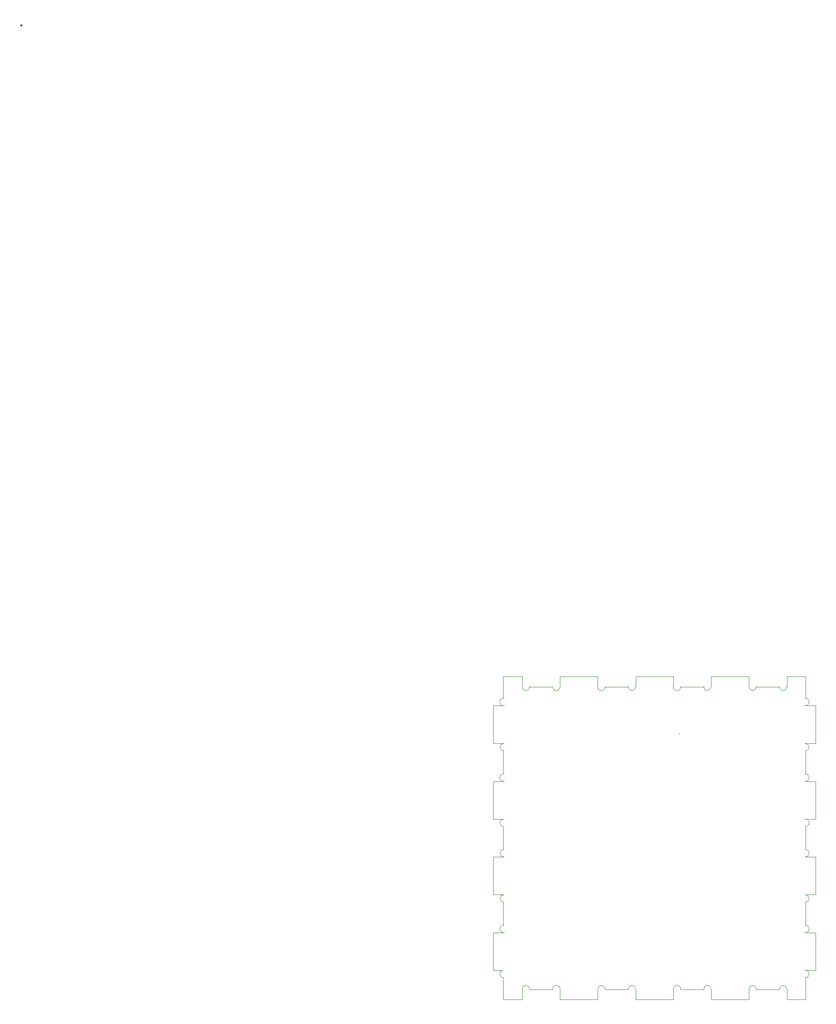
<source format=gbr>
%TF.GenerationSoftware,KiCad,Pcbnew,(6.0.8)*%
%TF.CreationDate,2022-10-30T18:58:38-07:00*%
%TF.ProjectId,RightEdgeDB,52696768-7445-4646-9765-44422e6b6963,rev?*%
%TF.SameCoordinates,Original*%
%TF.FileFunction,Profile,NP*%
%FSLAX46Y46*%
G04 Gerber Fmt 4.6, Leading zero omitted, Abs format (unit mm)*
G04 Created by KiCad (PCBNEW (6.0.8)) date 2022-10-30 18:58:38*
%MOMM*%
%LPD*%
G01*
G04 APERTURE LIST*
%TA.AperFunction,Profile*%
%ADD10C,0.100000*%
%TD*%
%TA.AperFunction,Profile*%
%ADD11C,0.500000*%
%TD*%
G04 APERTURE END LIST*
D10*
X122679213Y-132078736D02*
X122683395Y-131904056D01*
X93391632Y-179617430D02*
X93392123Y-179617430D01*
X93391632Y-181496710D02*
X93391632Y-179617430D01*
X89873601Y-181496710D02*
X93391632Y-181496710D01*
X89873601Y-177478418D02*
X89873601Y-181496710D01*
X90061258Y-176099409D02*
G75*
G03*
X89971728Y-177478418I-138590J-683413D01*
G01*
X87994303Y-176099405D02*
X89784071Y-176099405D01*
X87994303Y-169048322D02*
X87994303Y-176099405D01*
X89760441Y-169048322D02*
X87994303Y-169048322D01*
X89969015Y-167672230D02*
G75*
G03*
X90082176Y-169048322I-47707J-696622D01*
G01*
X89873601Y-163390261D02*
X89873601Y-167672231D01*
X89991332Y-162006443D02*
G75*
G03*
X89991332Y-163390261I-58864J-691909D01*
G01*
X89873601Y-161997239D02*
X89873601Y-162006441D01*
X87994303Y-161997239D02*
X89873601Y-161997239D01*
X87994303Y-154946162D02*
X87994303Y-161997239D01*
X89873601Y-154946162D02*
X87994303Y-154946162D01*
X89873601Y-154937070D02*
X89873601Y-154946162D01*
X89978699Y-153553214D02*
G75*
G03*
X89978699Y-154937070I-52551J-691928D01*
G01*
X89873601Y-149301044D02*
X89873601Y-153553217D01*
X89991332Y-147917220D02*
G75*
G03*
X89991332Y-149301044I-58864J-691912D01*
G01*
X89873601Y-147910107D02*
X89873601Y-147917224D01*
X87994303Y-147910107D02*
X89873601Y-147910107D01*
X87994303Y-140859024D02*
X87994303Y-147910107D01*
X89768063Y-140859024D02*
X87994303Y-140859024D01*
X89969763Y-139481901D02*
G75*
G03*
X90075301Y-140859024I-48085J-696291D01*
G01*
X89873601Y-135193109D02*
X89873601Y-139481905D01*
X89978932Y-133809255D02*
G75*
G03*
X89978932Y-135193109I-52664J-691927D01*
G01*
X89873601Y-133807941D02*
X89873601Y-133809256D01*
X87994303Y-133807941D02*
X89873601Y-133807941D01*
X87994303Y-126756864D02*
X87994303Y-133807941D01*
X89750761Y-126756864D02*
X87994303Y-126756864D01*
X89962469Y-125381749D02*
G75*
G03*
X90085309Y-126756864I-44431J-697013D01*
G01*
X89873601Y-121359535D02*
X89873601Y-125381745D01*
X93391632Y-121359535D02*
X89873601Y-121359535D01*
X93391632Y-123238833D02*
X93391632Y-121359535D01*
X93397390Y-123238833D02*
X93391632Y-123238833D01*
X93397390Y-123238833D02*
G75*
G03*
X94781208Y-123238833I691909J-59024D01*
G01*
X99061175Y-123238833D02*
X94781208Y-123238833D01*
X99067967Y-123183411D02*
G75*
G03*
X100449493Y-123238833I687371J-112271D01*
G01*
X100442709Y-121359535D02*
X100442709Y-123183410D01*
X107493792Y-121359535D02*
X100442709Y-121359535D01*
X107493792Y-123190605D02*
X107493792Y-121359535D01*
X107488148Y-123238833D02*
G75*
G03*
X108870223Y-123190605I693860J-56769D01*
G01*
X113162573Y-123238833D02*
X108875868Y-123238833D01*
X113168841Y-123174374D02*
G75*
G03*
X114551150Y-123238833I688017J-99518D01*
G01*
X114544875Y-121359535D02*
X114544875Y-123174375D01*
X121580930Y-121359535D02*
X114544875Y-121359535D01*
X121580930Y-123161941D02*
X121580930Y-121359535D01*
X121572084Y-123238833D02*
G75*
G03*
X122953145Y-123161941I694954J-40999D01*
G01*
X127249187Y-123238833D02*
X122961989Y-123238833D01*
X127254066Y-123190009D02*
G75*
G03*
X128636820Y-123238833I688972J-92523D01*
G01*
X128632007Y-121359535D02*
X128632007Y-123190000D01*
X135683090Y-121359535D02*
X128632007Y-121359535D01*
X135683090Y-123170581D02*
X135683090Y-121359535D01*
X135676037Y-123238834D02*
G75*
G03*
X137057954Y-123170581I694501J-37598D01*
G01*
X141346217Y-123238833D02*
X137065034Y-123238833D01*
X141346217Y-123238833D02*
G75*
G03*
X142730035Y-123238833I691909J-59024D01*
G01*
X142734173Y-123238833D02*
X142730035Y-123238833D01*
X142734173Y-121359535D02*
X142734173Y-123238833D01*
X146252198Y-121359535D02*
X142734173Y-121359535D01*
X146252198Y-125383029D02*
X146252198Y-121359535D01*
X146032658Y-126756925D02*
G75*
G03*
X146163562Y-125383029I175180J676493D01*
G01*
X148131479Y-126756864D02*
X146383085Y-126756864D01*
X148131479Y-133807941D02*
X148131479Y-126756864D01*
X146252198Y-133807941D02*
X148131479Y-133807941D01*
X146252198Y-133819416D02*
X146252198Y-133807941D01*
X146138992Y-135203248D02*
G75*
G03*
X146138991Y-133819416I56646J691916D01*
G01*
X146252198Y-139481907D02*
X146252198Y-135203262D01*
X146046802Y-140858994D02*
G75*
G03*
X146148448Y-139481907I153536J680962D01*
G01*
X148131479Y-140859024D02*
X146353850Y-140859024D01*
X148131479Y-147910107D02*
X148131479Y-140859024D01*
X146350870Y-147910107D02*
X148131479Y-147910107D01*
X146157258Y-149288220D02*
G75*
G03*
X146058587Y-147910107I47480J695988D01*
G01*
X146252198Y-153560086D02*
X146252198Y-149288209D01*
X146148543Y-154943978D02*
G75*
G03*
X146148546Y-153560086I51795J691946D01*
G01*
X146252198Y-154946162D02*
X146252198Y-154943936D01*
X148131479Y-154946162D02*
X146252198Y-154946162D01*
X148131479Y-161997239D02*
X148131479Y-154946162D01*
X146252198Y-161997239D02*
X148131479Y-161997239D01*
X146252198Y-161999464D02*
X146252198Y-161997239D01*
X146148978Y-163383399D02*
G75*
G03*
X146148985Y-161999464I51660J691967D01*
G01*
X146252198Y-167671423D02*
X146252198Y-163383312D01*
X146049727Y-169048365D02*
G75*
G03*
X146157721Y-167671423I155211J680533D01*
G01*
X148131479Y-169048322D02*
X146360181Y-169048322D01*
X148131479Y-176099405D02*
X148131479Y-169048322D01*
X146372683Y-176099405D02*
X148131479Y-176099405D01*
X146153006Y-177474118D02*
G75*
G03*
X146032524Y-176099405I49632J696986D01*
G01*
X146252198Y-181496710D02*
X146252198Y-177474073D01*
X142734173Y-181496710D02*
X146252198Y-181496710D01*
X142734173Y-179617430D02*
X142734173Y-181496710D01*
X142729308Y-179617430D02*
X142734173Y-179617430D01*
X142729307Y-179617430D02*
G75*
G03*
X141345901Y-179617430I-691703J36211D01*
G01*
X137065003Y-179617430D02*
X141345901Y-179617430D01*
X137057783Y-179687311D02*
G75*
G03*
X135675918Y-179617430I-687345J105879D01*
G01*
X135683090Y-181496710D02*
X135683090Y-179687318D01*
X128632007Y-181496710D02*
X135683090Y-181496710D01*
X128632007Y-179662752D02*
X128632007Y-181496710D01*
X128636518Y-179617426D02*
G75*
G03*
X127253731Y-179662752I-693680J47094D01*
G01*
X122962038Y-179617430D02*
X127249156Y-179617430D01*
X122954346Y-179678164D02*
G75*
G03*
X121573273Y-179617430I-686708J117432D01*
G01*
X121580930Y-181496710D02*
X121580930Y-179678170D01*
X114544875Y-181496710D02*
X121580930Y-181496710D01*
X114544875Y-179675523D02*
X114544875Y-181496710D01*
X114550775Y-179617430D02*
G75*
G03*
X113168368Y-179675523I-694157J41238D01*
G01*
X108877163Y-179617430D02*
X113162461Y-179617430D01*
X108874005Y-179652496D02*
G75*
G03*
X107490631Y-179617430I-690107J79874D01*
G01*
X94775974Y-179617430D02*
G75*
G03*
X93392122Y-179618720I-691976J52638D01*
G01*
X99061167Y-179617430D02*
X94775977Y-179617430D01*
X100442713Y-179682763D02*
G75*
G03*
X99061167Y-179617430I-686995J112551D01*
G01*
X100442709Y-181496710D02*
X100442709Y-179682762D01*
X107493792Y-181496710D02*
X100442709Y-181496710D01*
X107493792Y-179617430D02*
X107493792Y-181496710D01*
X93391632Y-179617430D02*
X93392123Y-179617430D01*
X93391632Y-181496710D02*
X93391632Y-179617430D01*
X89873601Y-181496710D02*
X93391632Y-181496710D01*
X89873601Y-177478418D02*
X89873601Y-181496710D01*
X90061258Y-176099409D02*
G75*
G03*
X89971728Y-177478418I-138590J-683413D01*
G01*
X87994303Y-176099405D02*
X89784071Y-176099405D01*
X87994303Y-169048322D02*
X87994303Y-176099405D01*
X89760441Y-169048322D02*
X87994303Y-169048322D01*
X89969015Y-167672230D02*
G75*
G03*
X90082176Y-169048322I-47707J-696622D01*
G01*
X89873601Y-163390261D02*
X89873601Y-167672231D01*
X89991332Y-162006443D02*
G75*
G03*
X89991332Y-163390261I-58864J-691909D01*
G01*
X89873601Y-161997239D02*
X89873601Y-162006441D01*
X87994303Y-161997239D02*
X89873601Y-161997239D01*
X87994303Y-154946162D02*
X87994303Y-161997239D01*
X89873601Y-154946162D02*
X87994303Y-154946162D01*
X89873601Y-154937070D02*
X89873601Y-154946162D01*
X89978699Y-153553214D02*
G75*
G03*
X89978699Y-154937070I-52551J-691928D01*
G01*
X89873601Y-149301044D02*
X89873601Y-153553217D01*
X89991332Y-147917220D02*
G75*
G03*
X89991332Y-149301044I-58864J-691912D01*
G01*
X89873601Y-147910107D02*
X89873601Y-147917224D01*
X87994303Y-147910107D02*
X89873601Y-147910107D01*
X87994303Y-140859024D02*
X87994303Y-147910107D01*
X89768063Y-140859024D02*
X87994303Y-140859024D01*
X89969763Y-139481901D02*
G75*
G03*
X90075301Y-140859024I-48085J-696291D01*
G01*
X89873601Y-135193109D02*
X89873601Y-139481905D01*
X89978932Y-133809255D02*
G75*
G03*
X89978932Y-135193109I-52664J-691927D01*
G01*
X89873601Y-133807941D02*
X89873601Y-133809256D01*
X87994303Y-133807941D02*
X89873601Y-133807941D01*
X87994303Y-126756864D02*
X87994303Y-133807941D01*
X89750761Y-126756864D02*
X87994303Y-126756864D01*
X89962469Y-125381749D02*
G75*
G03*
X90085309Y-126756864I-44431J-697013D01*
G01*
X89873601Y-121359535D02*
X89873601Y-125381745D01*
X93391632Y-121359535D02*
X89873601Y-121359535D01*
X93391632Y-123238833D02*
X93391632Y-121359535D01*
X93397390Y-123238833D02*
X93391632Y-123238833D01*
X93397390Y-123238833D02*
G75*
G03*
X94781208Y-123238833I691909J-59024D01*
G01*
X99061175Y-123238833D02*
X94781208Y-123238833D01*
X99067967Y-123183411D02*
G75*
G03*
X100449493Y-123238833I687371J-112271D01*
G01*
X100442709Y-121359535D02*
X100442709Y-123183410D01*
X107493792Y-121359535D02*
X100442709Y-121359535D01*
X107493792Y-123190605D02*
X107493792Y-121359535D01*
X107488148Y-123238833D02*
G75*
G03*
X108870223Y-123190605I693860J-56769D01*
G01*
X113162573Y-123238833D02*
X108875868Y-123238833D01*
X113168841Y-123174374D02*
G75*
G03*
X114551150Y-123238833I688017J-99518D01*
G01*
X114544875Y-121359535D02*
X114544875Y-123174375D01*
X121580930Y-121359535D02*
X114544875Y-121359535D01*
X121580930Y-123161941D02*
X121580930Y-121359535D01*
X121572084Y-123238833D02*
G75*
G03*
X122953145Y-123161941I694954J-40999D01*
G01*
X127249187Y-123238833D02*
X122961989Y-123238833D01*
X127254066Y-123190009D02*
G75*
G03*
X128636820Y-123238833I688972J-92523D01*
G01*
X128632007Y-121359535D02*
X128632007Y-123190000D01*
X135683090Y-121359535D02*
X128632007Y-121359535D01*
X135683090Y-123170581D02*
X135683090Y-121359535D01*
X135676037Y-123238834D02*
G75*
G03*
X137057954Y-123170581I694501J-37598D01*
G01*
X141346217Y-123238833D02*
X137065034Y-123238833D01*
X141346217Y-123238833D02*
G75*
G03*
X142730035Y-123238833I691909J-59024D01*
G01*
X142734173Y-123238833D02*
X142730035Y-123238833D01*
X142734173Y-121359535D02*
X142734173Y-123238833D01*
X146252198Y-121359535D02*
X142734173Y-121359535D01*
X146252198Y-125383029D02*
X146252198Y-121359535D01*
X146032658Y-126756925D02*
G75*
G03*
X146163562Y-125383029I175180J676493D01*
G01*
X148131479Y-126756864D02*
X146383085Y-126756864D01*
X148131479Y-133807941D02*
X148131479Y-126756864D01*
X146252198Y-133807941D02*
X148131479Y-133807941D01*
X146252198Y-133819416D02*
X146252198Y-133807941D01*
X146138992Y-135203248D02*
G75*
G03*
X146138991Y-133819416I56646J691916D01*
G01*
X146252198Y-139481907D02*
X146252198Y-135203262D01*
X146046802Y-140858994D02*
G75*
G03*
X146148448Y-139481907I153536J680962D01*
G01*
X148131479Y-140859024D02*
X146353850Y-140859024D01*
X148131479Y-147910107D02*
X148131479Y-140859024D01*
X146350870Y-147910107D02*
X148131479Y-147910107D01*
X146157258Y-149288220D02*
G75*
G03*
X146058587Y-147910107I47480J695988D01*
G01*
X146252198Y-153560086D02*
X146252198Y-149288209D01*
X146148543Y-154943978D02*
G75*
G03*
X146148546Y-153560086I51795J691946D01*
G01*
X146252198Y-154946162D02*
X146252198Y-154943936D01*
X148131479Y-154946162D02*
X146252198Y-154946162D01*
X148131479Y-161997239D02*
X148131479Y-154946162D01*
X146252198Y-161997239D02*
X148131479Y-161997239D01*
X146252198Y-161999464D02*
X146252198Y-161997239D01*
X146148978Y-163383399D02*
G75*
G03*
X146148985Y-161999464I51660J691967D01*
G01*
X146252198Y-167671423D02*
X146252198Y-163383312D01*
X146049727Y-169048365D02*
G75*
G03*
X146157721Y-167671423I155211J680533D01*
G01*
X148131479Y-169048322D02*
X146360181Y-169048322D01*
X148131479Y-176099405D02*
X148131479Y-169048322D01*
X146372683Y-176099405D02*
X148131479Y-176099405D01*
X146153006Y-177474118D02*
G75*
G03*
X146032524Y-176099405I49632J696986D01*
G01*
X146252198Y-181496710D02*
X146252198Y-177474073D01*
X142734173Y-181496710D02*
X146252198Y-181496710D01*
X142734173Y-179617430D02*
X142734173Y-181496710D01*
X142729308Y-179617430D02*
X142734173Y-179617430D01*
X142729307Y-179617430D02*
G75*
G03*
X141345901Y-179617430I-691703J36211D01*
G01*
X137065003Y-179617430D02*
X141345901Y-179617430D01*
X137057783Y-179687311D02*
G75*
G03*
X135675918Y-179617430I-687345J105879D01*
G01*
X135683090Y-181496710D02*
X135683090Y-179687318D01*
X128632007Y-181496710D02*
X135683090Y-181496710D01*
X128632007Y-179662752D02*
X128632007Y-181496710D01*
X128636518Y-179617426D02*
G75*
G03*
X127253731Y-179662752I-693680J47094D01*
G01*
X122962038Y-179617430D02*
X127249156Y-179617430D01*
X122954346Y-179678164D02*
G75*
G03*
X121573273Y-179617430I-686708J117432D01*
G01*
X121580930Y-181496710D02*
X121580930Y-179678170D01*
X114544875Y-181496710D02*
X121580930Y-181496710D01*
X114544875Y-179675523D02*
X114544875Y-181496710D01*
X114550775Y-179617430D02*
G75*
G03*
X113168368Y-179675523I-694157J41238D01*
G01*
X108877163Y-179617430D02*
X113162461Y-179617430D01*
X108874005Y-179652496D02*
G75*
G03*
X107490631Y-179617430I-690107J79874D01*
G01*
X94775974Y-179617430D02*
G75*
G03*
X93392122Y-179618720I-691976J52638D01*
G01*
X99061167Y-179617430D02*
X94775977Y-179617430D01*
X100442713Y-179682763D02*
G75*
G03*
X99061167Y-179617430I-686995J112551D01*
G01*
X100442709Y-181496710D02*
X100442709Y-179682762D01*
X107493792Y-181496710D02*
X100442709Y-181496710D01*
X107493792Y-179617430D02*
X107493792Y-181496710D01*
X93391632Y-179617430D02*
X93392123Y-179617430D01*
X93391632Y-181496710D02*
X93391632Y-179617430D01*
X89873601Y-181496710D02*
X93391632Y-181496710D01*
X89873601Y-177478418D02*
X89873601Y-181496710D01*
X90061258Y-176099409D02*
G75*
G03*
X89971728Y-177478418I-138590J-683413D01*
G01*
X87994303Y-176099405D02*
X89784071Y-176099405D01*
X87994303Y-169048322D02*
X87994303Y-176099405D01*
X89760441Y-169048322D02*
X87994303Y-169048322D01*
X89969015Y-167672230D02*
G75*
G03*
X90082176Y-169048322I-47707J-696622D01*
G01*
X89873601Y-163390261D02*
X89873601Y-167672231D01*
X89991332Y-162006443D02*
G75*
G03*
X89991332Y-163390261I-58864J-691909D01*
G01*
X89873601Y-161997239D02*
X89873601Y-162006441D01*
X87994303Y-161997239D02*
X89873601Y-161997239D01*
X87994303Y-154946162D02*
X87994303Y-161997239D01*
X89873601Y-154946162D02*
X87994303Y-154946162D01*
X89873601Y-154937070D02*
X89873601Y-154946162D01*
X89978699Y-153553214D02*
G75*
G03*
X89978699Y-154937070I-52551J-691928D01*
G01*
X89873601Y-149301044D02*
X89873601Y-153553217D01*
X89991332Y-147917220D02*
G75*
G03*
X89991332Y-149301044I-58864J-691912D01*
G01*
X89873601Y-147910107D02*
X89873601Y-147917224D01*
X87994303Y-147910107D02*
X89873601Y-147910107D01*
X87994303Y-140859024D02*
X87994303Y-147910107D01*
X89768063Y-140859024D02*
X87994303Y-140859024D01*
X89969763Y-139481901D02*
G75*
G03*
X90075301Y-140859024I-48085J-696291D01*
G01*
X89873601Y-135193109D02*
X89873601Y-139481905D01*
X89978932Y-133809255D02*
G75*
G03*
X89978932Y-135193109I-52664J-691927D01*
G01*
X89873601Y-133807941D02*
X89873601Y-133809256D01*
X87994303Y-133807941D02*
X89873601Y-133807941D01*
X87994303Y-126756864D02*
X87994303Y-133807941D01*
X89750761Y-126756864D02*
X87994303Y-126756864D01*
X89962469Y-125381749D02*
G75*
G03*
X90085309Y-126756864I-44431J-697013D01*
G01*
X89873601Y-121359535D02*
X89873601Y-125381745D01*
X93391632Y-121359535D02*
X89873601Y-121359535D01*
X93391632Y-123238833D02*
X93391632Y-121359535D01*
X93397390Y-123238833D02*
X93391632Y-123238833D01*
X93397390Y-123238833D02*
G75*
G03*
X94781208Y-123238833I691909J-59024D01*
G01*
X99061175Y-123238833D02*
X94781208Y-123238833D01*
X99067967Y-123183411D02*
G75*
G03*
X100449493Y-123238833I687371J-112271D01*
G01*
X100442709Y-121359535D02*
X100442709Y-123183410D01*
X107493792Y-121359535D02*
X100442709Y-121359535D01*
X107493792Y-123190605D02*
X107493792Y-121359535D01*
X107488148Y-123238833D02*
G75*
G03*
X108870223Y-123190605I693860J-56769D01*
G01*
X113162573Y-123238833D02*
X108875868Y-123238833D01*
X113168841Y-123174374D02*
G75*
G03*
X114551150Y-123238833I688017J-99518D01*
G01*
X114544875Y-121359535D02*
X114544875Y-123174375D01*
X121580930Y-121359535D02*
X114544875Y-121359535D01*
X121580930Y-123161941D02*
X121580930Y-121359535D01*
X121572084Y-123238833D02*
G75*
G03*
X122953145Y-123161941I694954J-40999D01*
G01*
X127249187Y-123238833D02*
X122961989Y-123238833D01*
X127254066Y-123190009D02*
G75*
G03*
X128636820Y-123238833I688972J-92523D01*
G01*
X128632007Y-121359535D02*
X128632007Y-123190000D01*
X135683090Y-121359535D02*
X128632007Y-121359535D01*
X135683090Y-123170581D02*
X135683090Y-121359535D01*
X135676037Y-123238834D02*
G75*
G03*
X137057954Y-123170581I694501J-37598D01*
G01*
X141346217Y-123238833D02*
X137065034Y-123238833D01*
X141346217Y-123238833D02*
G75*
G03*
X142730035Y-123238833I691909J-59024D01*
G01*
X142734173Y-123238833D02*
X142730035Y-123238833D01*
X142734173Y-121359535D02*
X142734173Y-123238833D01*
X146252198Y-121359535D02*
X142734173Y-121359535D01*
X146252198Y-125383029D02*
X146252198Y-121359535D01*
X146032658Y-126756925D02*
G75*
G03*
X146163562Y-125383029I175180J676493D01*
G01*
X148131479Y-126756864D02*
X146383085Y-126756864D01*
X148131479Y-133807941D02*
X148131479Y-126756864D01*
X146252198Y-133807941D02*
X148131479Y-133807941D01*
X146252198Y-133819416D02*
X146252198Y-133807941D01*
X146138992Y-135203248D02*
G75*
G03*
X146138991Y-133819416I56646J691916D01*
G01*
X146252198Y-139481907D02*
X146252198Y-135203262D01*
X146046802Y-140858994D02*
G75*
G03*
X146148448Y-139481907I153536J680962D01*
G01*
X148131479Y-140859024D02*
X146353850Y-140859024D01*
X148131479Y-147910107D02*
X148131479Y-140859024D01*
X146350870Y-147910107D02*
X148131479Y-147910107D01*
X146157258Y-149288220D02*
G75*
G03*
X146058587Y-147910107I47480J695988D01*
G01*
X146252198Y-153560086D02*
X146252198Y-149288209D01*
X146148543Y-154943978D02*
G75*
G03*
X146148546Y-153560086I51795J691946D01*
G01*
X146252198Y-154946162D02*
X146252198Y-154943936D01*
X148131479Y-154946162D02*
X146252198Y-154946162D01*
X148131479Y-161997239D02*
X148131479Y-154946162D01*
X146252198Y-161997239D02*
X148131479Y-161997239D01*
X146252198Y-161999464D02*
X146252198Y-161997239D01*
X146148978Y-163383399D02*
G75*
G03*
X146148985Y-161999464I51660J691967D01*
G01*
X146252198Y-167671423D02*
X146252198Y-163383312D01*
X146049727Y-169048365D02*
G75*
G03*
X146157721Y-167671423I155211J680533D01*
G01*
X148131479Y-169048322D02*
X146360181Y-169048322D01*
X148131479Y-176099405D02*
X148131479Y-169048322D01*
X146372683Y-176099405D02*
X148131479Y-176099405D01*
X146153006Y-177474118D02*
G75*
G03*
X146032524Y-176099405I49632J696986D01*
G01*
X146252198Y-181496710D02*
X146252198Y-177474073D01*
X142734173Y-181496710D02*
X146252198Y-181496710D01*
X142734173Y-179617430D02*
X142734173Y-181496710D01*
X142729308Y-179617430D02*
X142734173Y-179617430D01*
X142729307Y-179617430D02*
G75*
G03*
X141345901Y-179617430I-691703J36211D01*
G01*
X137065003Y-179617430D02*
X141345901Y-179617430D01*
X137057783Y-179687311D02*
G75*
G03*
X135675918Y-179617430I-687345J105879D01*
G01*
X135683090Y-181496710D02*
X135683090Y-179687318D01*
X128632007Y-181496710D02*
X135683090Y-181496710D01*
X128632007Y-179662752D02*
X128632007Y-181496710D01*
X128636518Y-179617426D02*
G75*
G03*
X127253731Y-179662752I-693680J47094D01*
G01*
X122962038Y-179617430D02*
X127249156Y-179617430D01*
X122954346Y-179678164D02*
G75*
G03*
X121573273Y-179617430I-686708J117432D01*
G01*
X121580930Y-181496710D02*
X121580930Y-179678170D01*
X114544875Y-181496710D02*
X121580930Y-181496710D01*
X114544875Y-179675523D02*
X114544875Y-181496710D01*
X114550775Y-179617430D02*
G75*
G03*
X113168368Y-179675523I-694157J41238D01*
G01*
X108877163Y-179617430D02*
X113162461Y-179617430D01*
X108874005Y-179652496D02*
G75*
G03*
X107490631Y-179617430I-690107J79874D01*
G01*
X94775974Y-179617430D02*
G75*
G03*
X93392122Y-179618720I-691976J52638D01*
G01*
X99061167Y-179617430D02*
X94775977Y-179617430D01*
X100442713Y-179682763D02*
G75*
G03*
X99061167Y-179617430I-686995J112551D01*
G01*
X100442709Y-181496710D02*
X100442709Y-179682762D01*
X107493792Y-181496710D02*
X100442709Y-181496710D01*
X107493792Y-179617430D02*
X107493792Y-181496710D01*
X107493792Y-181496710D02*
X107493792Y-179652496D01*
X100442709Y-181496710D02*
X107493792Y-181496710D01*
X100442709Y-179682762D02*
X100442709Y-181496710D01*
X94775977Y-179617430D02*
X99061167Y-179617430D01*
X0Y0D02*
X0Y0D01*
X0Y0D02*
X0Y0D01*
X0Y0D02*
X0Y0D01*
X0Y0D02*
X0Y0D01*
X0Y0D02*
X0Y0D01*
X0Y0D02*
X0Y0D01*
X0Y0D02*
X0Y0D01*
X0Y0D02*
X0Y0D01*
X0Y0D02*
X0Y0D01*
X0Y0D02*
X0Y0D01*
X0Y0D02*
X0Y0D01*
X0Y0D02*
X0Y0D01*
X0Y0D02*
X0Y0D01*
X0Y0D02*
X0Y0D01*
X0Y0D02*
X0Y0D01*
X0Y0D02*
X0Y0D01*
X0Y0D02*
X0Y0D01*
X0Y0D02*
X0Y0D01*
X0Y0D02*
X0Y0D01*
X0Y0D02*
X0Y0D01*
X0Y0D02*
X0Y0D01*
X0Y0D02*
X0Y0D01*
X0Y0D02*
X0Y0D01*
X0Y0D02*
X0Y0D01*
X0Y0D02*
X0Y0D01*
X0Y0D02*
X0Y0D01*
X0Y0D02*
X0Y0D01*
X0Y0D02*
X0Y0D01*
X0Y0D02*
X0Y0D01*
X0Y0D02*
X0Y0D01*
X0Y0D02*
X0Y0D01*
X0Y0D02*
X0Y0D01*
X0Y0D02*
X0Y0D01*
X0Y0D02*
X0Y0D01*
X0Y0D02*
X0Y0D01*
X0Y0D02*
X0Y0D01*
X0Y0D02*
X0Y0D01*
X0Y0D02*
X0Y0D01*
X0Y0D02*
X0Y0D01*
X0Y0D02*
X0Y0D01*
X0Y0D02*
X0Y0D01*
X0Y0D02*
X0Y0D01*
X0Y0D02*
X0Y0D01*
X0Y0D02*
X0Y0D01*
X0Y0D02*
X0Y0D01*
X0Y0D02*
X0Y0D01*
X0Y0D02*
X0Y0D01*
X0Y0D02*
X0Y0D01*
X0Y0D02*
X0Y0D01*
X0Y0D02*
X0Y0D01*
X0Y0D02*
X0Y0D01*
X0Y0D02*
X0Y0D01*
X0Y0D02*
X0Y0D01*
X0Y0D02*
X0Y0D01*
X0Y0D02*
X0Y0D01*
X0Y0D02*
X0Y0D01*
X0Y0D02*
X0Y0D01*
X0Y0D02*
X0Y0D01*
X0Y0D02*
X0Y0D01*
X0Y0D02*
X0Y0D01*
X0Y0D02*
X0Y0D01*
X0Y0D02*
X0Y0D01*
X0Y0D02*
X0Y0D01*
X0Y0D02*
X0Y0D01*
X0Y0D02*
X0Y0D01*
X0Y0D02*
X0Y0D01*
X0Y0D02*
X0Y0D01*
X0Y0D02*
X0Y0D01*
X0Y0D02*
X0Y0D01*
X0Y0D02*
X0Y0D01*
X0Y0D02*
X0Y0D01*
X0Y0D02*
X0Y0D01*
X0Y0D02*
X0Y0D01*
X0Y0D02*
X0Y0D01*
X0Y0D02*
X0Y0D01*
X0Y0D02*
X0Y0D01*
X0Y0D02*
X0Y0D01*
X0Y0D02*
X0Y0D01*
X0Y0D02*
X0Y0D01*
X0Y0D02*
X0Y0D01*
X0Y0D02*
X0Y0D01*
X0Y0D02*
X0Y0D01*
X0Y0D02*
X0Y0D01*
X0Y0D02*
X0Y0D01*
X0Y0D02*
X0Y0D01*
X0Y0D02*
X0Y0D01*
X0Y0D02*
X0Y0D01*
X0Y0D02*
X0Y0D01*
X0Y0D02*
X0Y0D01*
X0Y0D02*
X0Y0D01*
X0Y0D02*
X0Y0D01*
X0Y0D02*
X0Y0D01*
X0Y0D02*
X0Y0D01*
X0Y0D02*
X0Y0D01*
X0Y0D02*
X0Y0D01*
X0Y0D02*
X0Y0D01*
X0Y0D02*
X0Y0D01*
X0Y0D02*
X0Y0D01*
X0Y0D02*
X0Y0D01*
X0Y0D02*
X0Y0D01*
X0Y0D02*
X0Y0D01*
X0Y0D02*
X0Y0D01*
X0Y0D02*
X0Y0D01*
X0Y0D02*
X0Y0D01*
X0Y0D02*
X0Y0D01*
X0Y0D02*
X0Y0D01*
X0Y0D02*
X0Y0D01*
X0Y0D02*
X0Y0D01*
X0Y0D02*
X0Y0D01*
X0Y0D02*
X0Y0D01*
X0Y0D02*
X0Y0D01*
X0Y0D02*
X0Y0D01*
X0Y0D02*
X0Y0D01*
X0Y0D02*
X0Y0D01*
X0Y0D02*
X0Y0D01*
X0Y0D02*
X0Y0D01*
X0Y0D02*
X0Y0D01*
X0Y0D02*
X0Y0D01*
X0Y0D02*
X0Y0D01*
X0Y0D02*
X0Y0D01*
X0Y0D02*
X0Y0D01*
X0Y0D02*
X0Y0D01*
X0Y0D02*
X0Y0D01*
X0Y0D02*
X0Y0D01*
X0Y0D02*
X0Y0D01*
X0Y0D02*
X0Y0D01*
X0Y0D02*
X0Y0D01*
X0Y0D02*
X0Y0D01*
X0Y0D02*
X0Y0D01*
X0Y0D02*
X0Y0D01*
X0Y0D02*
X0Y0D01*
X0Y0D02*
X0Y0D01*
X0Y0D02*
X0Y0D01*
X0Y0D02*
X0Y0D01*
X0Y0D02*
X0Y0D01*
X0Y0D02*
X0Y0D01*
X0Y0D02*
X0Y0D01*
X0Y0D02*
X0Y0D01*
X0Y0D02*
X0Y0D01*
X0Y0D02*
X0Y0D01*
X0Y0D02*
X0Y0D01*
X0Y0D02*
X0Y0D01*
X0Y0D02*
X0Y0D01*
X0Y0D02*
X0Y0D01*
X0Y0D02*
X0Y0D01*
X0Y0D02*
X0Y0D01*
X0Y0D02*
X0Y0D01*
X0Y0D02*
X0Y0D01*
X0Y0D02*
X0Y0D01*
X0Y0D02*
X0Y0D01*
X0Y0D02*
X0Y0D01*
X0Y0D02*
X0Y0D01*
X0Y0D02*
X0Y0D01*
X0Y0D02*
X0Y0D01*
X0Y0D02*
X0Y0D01*
X0Y0D02*
X0Y0D01*
X0Y0D02*
X0Y0D01*
X0Y0D02*
X0Y0D01*
X0Y0D02*
X0Y0D01*
X0Y0D02*
X0Y0D01*
X0Y0D02*
X0Y0D01*
X0Y0D02*
X0Y0D01*
X0Y0D02*
X0Y0D01*
X0Y0D02*
X0Y0D01*
X0Y0D02*
X0Y0D01*
X0Y0D02*
X0Y0D01*
X0Y0D02*
X0Y0D01*
X0Y0D02*
X0Y0D01*
X0Y0D02*
X0Y0D01*
X0Y0D02*
X0Y0D01*
X0Y0D02*
X0Y0D01*
X0Y0D02*
X0Y0D01*
X0Y0D02*
X0Y0D01*
X0Y0D02*
X0Y0D01*
X0Y0D02*
X0Y0D01*
X0Y0D02*
X0Y0D01*
X0Y0D02*
X0Y0D01*
X0Y0D02*
X0Y0D01*
X0Y0D02*
X0Y0D01*
X0Y0D02*
X0Y0D01*
X0Y0D02*
X0Y0D01*
X0Y0D02*
X0Y0D01*
X0Y0D02*
X0Y0D01*
X0Y0D02*
X0Y0D01*
X0Y0D02*
X0Y0D01*
X0Y0D02*
X0Y0D01*
X0Y0D02*
X0Y0D01*
X0Y0D02*
X0Y0D01*
X0Y0D02*
X0Y0D01*
X0Y0D02*
X0Y0D01*
X0Y0D02*
X0Y0D01*
X0Y0D02*
X0Y0D01*
X0Y0D02*
X0Y0D01*
X0Y0D02*
X0Y0D01*
X0Y0D02*
X0Y0D01*
X0Y0D02*
X0Y0D01*
X0Y0D02*
X0Y0D01*
X0Y0D02*
X0Y0D01*
X0Y0D02*
X0Y0D01*
X0Y0D02*
X0Y0D01*
X0Y0D02*
X0Y0D01*
X0Y0D02*
X0Y0D01*
X0Y0D02*
X0Y0D01*
X0Y0D02*
X0Y0D01*
X0Y0D02*
X0Y0D01*
X0Y0D02*
X0Y0D01*
X0Y0D02*
X0Y0D01*
X0Y0D02*
X0Y0D01*
X0Y0D02*
X0Y0D01*
X0Y0D02*
X0Y0D01*
X0Y0D02*
X0Y0D01*
X0Y0D02*
X0Y0D01*
X0Y0D02*
X0Y0D01*
X0Y0D02*
X0Y0D01*
X0Y0D02*
X0Y0D01*
X0Y0D02*
X0Y0D01*
X0Y0D02*
X0Y0D01*
X0Y0D02*
X0Y0D01*
X0Y0D02*
X0Y0D01*
X0Y0D02*
X0Y0D01*
X0Y0D02*
X0Y0D01*
X0Y0D02*
X0Y0D01*
X0Y0D02*
X0Y0D01*
X0Y0D02*
X0Y0D01*
X0Y0D02*
X0Y0D01*
X0Y0D02*
X0Y0D01*
X0Y0D02*
X0Y0D01*
X0Y0D02*
X0Y0D01*
X0Y0D02*
X0Y0D01*
X0Y0D02*
X0Y0D01*
X0Y0D02*
X0Y0D01*
X0Y0D02*
X0Y0D01*
X0Y0D02*
X0Y0D01*
X0Y0D02*
X0Y0D01*
X0Y0D02*
X0Y0D01*
X0Y0D02*
X0Y0D01*
X0Y0D02*
X0Y0D01*
X0Y0D02*
X0Y0D01*
X0Y0D02*
X0Y0D01*
X0Y0D02*
X0Y0D01*
X0Y0D02*
X0Y0D01*
X0Y0D02*
X0Y0D01*
X0Y0D02*
X0Y0D01*
X0Y0D02*
X0Y0D01*
X0Y0D02*
X0Y0D01*
X0Y0D02*
X0Y0D01*
X0Y0D02*
X0Y0D01*
X0Y0D02*
X0Y0D01*
X0Y0D02*
X0Y0D01*
X0Y0D02*
X0Y0D01*
X0Y0D02*
X0Y0D01*
X0Y0D02*
X0Y0D01*
X0Y0D02*
X0Y0D01*
X0Y0D02*
X0Y0D01*
X0Y0D02*
X0Y0D01*
X0Y0D02*
X0Y0D01*
X0Y0D02*
X0Y0D01*
X0Y0D02*
X0Y0D01*
X0Y0D02*
X0Y0D01*
X0Y0D02*
X0Y0D01*
X0Y0D02*
X0Y0D01*
X0Y0D02*
X0Y0D01*
X0Y0D02*
X0Y0D01*
X0Y0D02*
X0Y0D01*
X0Y0D02*
X0Y0D01*
X0Y0D02*
X0Y0D01*
X0Y0D02*
X0Y0D01*
X0Y0D02*
X0Y0D01*
X0Y0D02*
X0Y0D01*
X0Y0D02*
X0Y0D01*
X0Y0D02*
X0Y0D01*
X0Y0D02*
X0Y0D01*
X0Y0D02*
X0Y0D01*
X0Y0D02*
X0Y0D01*
X0Y0D02*
X0Y0D01*
X0Y0D02*
X0Y0D01*
X0Y0D02*
X0Y0D01*
X0Y0D02*
X0Y0D01*
X0Y0D02*
X0Y0D01*
X0Y0D02*
X0Y0D01*
X0Y0D02*
X0Y0D01*
X0Y0D02*
X0Y0D01*
X0Y0D02*
X0Y0D01*
X0Y0D02*
X0Y0D01*
X0Y0D02*
X0Y0D01*
X0Y0D02*
X0Y0D01*
X0Y0D02*
X0Y0D01*
X0Y0D02*
X0Y0D01*
X0Y0D02*
X0Y0D01*
X0Y0D02*
X0Y0D01*
X0Y0D02*
X0Y0D01*
X0Y0D02*
X0Y0D01*
X0Y0D02*
X0Y0D01*
X0Y0D02*
X0Y0D01*
X0Y0D02*
X0Y0D01*
X0Y0D02*
X0Y0D01*
X0Y0D02*
X0Y0D01*
X0Y0D02*
X0Y0D01*
X0Y0D02*
X0Y0D01*
X0Y0D02*
X0Y0D01*
X0Y0D02*
X0Y0D01*
X0Y0D02*
X0Y0D01*
X0Y0D02*
X0Y0D01*
X0Y0D02*
X0Y0D01*
X0Y0D02*
X0Y0D01*
X0Y0D02*
X0Y0D01*
X0Y0D02*
X0Y0D01*
X0Y0D02*
X0Y0D01*
X0Y0D02*
X0Y0D01*
X0Y0D02*
X0Y0D01*
X0Y0D02*
X0Y0D01*
X0Y0D02*
X0Y0D01*
X0Y0D02*
X0Y0D01*
X0Y0D02*
X0Y0D01*
X0Y0D02*
X0Y0D01*
X0Y0D02*
X0Y0D01*
X0Y0D02*
X0Y0D01*
X0Y0D02*
X0Y0D01*
X0Y0D02*
X0Y0D01*
X0Y0D02*
X0Y0D01*
X0Y0D02*
X0Y0D01*
X0Y0D02*
X0Y0D01*
X0Y0D02*
X0Y0D01*
X0Y0D02*
X0Y0D01*
X0Y0D02*
X0Y0D01*
X0Y0D02*
X0Y0D01*
X0Y0D02*
X0Y0D01*
X0Y0D02*
X0Y0D01*
X0Y0D02*
X0Y0D01*
X0Y0D02*
X0Y0D01*
X0Y0D02*
X0Y0D01*
X0Y0D02*
X0Y0D01*
X0Y0D02*
X0Y0D01*
X0Y0D02*
X0Y0D01*
X0Y0D02*
X0Y0D01*
X0Y0D02*
X0Y0D01*
X0Y0D02*
X0Y0D01*
X0Y0D02*
X0Y0D01*
X0Y0D02*
X0Y0D01*
X0Y0D02*
X0Y0D01*
X0Y0D02*
X0Y0D01*
X0Y0D02*
X0Y0D01*
X0Y0D02*
X0Y0D01*
X0Y0D02*
X0Y0D01*
X0Y0D02*
X0Y0D01*
X0Y0D02*
X0Y0D01*
X0Y0D02*
X0Y0D01*
X0Y0D02*
X0Y0D01*
X0Y0D02*
X0Y0D01*
X0Y0D02*
X0Y0D01*
X0Y0D02*
X0Y0D01*
X0Y0D02*
X0Y0D01*
X0Y0D02*
X0Y0D01*
X0Y0D02*
X0Y0D01*
X0Y0D02*
X0Y0D01*
X0Y0D02*
X0Y0D01*
X0Y0D02*
X0Y0D01*
X0Y0D02*
X0Y0D01*
X0Y0D02*
X0Y0D01*
X0Y0D02*
X0Y0D01*
X0Y0D02*
X0Y0D01*
X0Y0D02*
X0Y0D01*
X0Y0D02*
X0Y0D01*
X0Y0D02*
X0Y0D01*
X0Y0D02*
X0Y0D01*
X0Y0D02*
X0Y0D01*
X0Y0D02*
X0Y0D01*
X0Y0D02*
X0Y0D01*
X0Y0D02*
X0Y0D01*
X0Y0D02*
X0Y0D01*
X0Y0D02*
X0Y0D01*
X0Y0D02*
X0Y0D01*
X0Y0D02*
X0Y0D01*
X0Y0D02*
X0Y0D01*
X0Y0D02*
X0Y0D01*
X0Y0D02*
X0Y0D01*
X0Y0D02*
X0Y0D01*
X0Y0D02*
X0Y0D01*
X0Y0D02*
X0Y0D01*
X0Y0D02*
X0Y0D01*
X0Y0D02*
X0Y0D01*
X0Y0D02*
X0Y0D01*
X0Y0D02*
X0Y0D01*
X0Y0D02*
X0Y0D01*
X0Y0D02*
X0Y0D01*
X0Y0D02*
X0Y0D01*
X0Y0D02*
X0Y0D01*
X0Y0D02*
X0Y0D01*
X0Y0D02*
X0Y0D01*
X0Y0D02*
X0Y0D01*
X0Y0D02*
X0Y0D01*
X0Y0D02*
X0Y0D01*
X0Y0D02*
X0Y0D01*
X0Y0D02*
X0Y0D01*
X0Y0D02*
X0Y0D01*
X0Y0D02*
X0Y0D01*
X0Y0D02*
X0Y0D01*
X0Y0D02*
X0Y0D01*
X0Y0D02*
X0Y0D01*
X0Y0D02*
X0Y0D01*
X0Y0D02*
X0Y0D01*
X0Y0D02*
X0Y0D01*
X0Y0D02*
X0Y0D01*
X0Y0D02*
X0Y0D01*
X0Y0D02*
X0Y0D01*
X0Y0D02*
X0Y0D01*
X0Y0D02*
X0Y0D01*
X0Y0D02*
X0Y0D01*
X0Y0D02*
X0Y0D01*
X0Y0D02*
X0Y0D01*
X0Y0D02*
X0Y0D01*
X0Y0D02*
X0Y0D01*
X0Y0D02*
X0Y0D01*
X0Y0D02*
X0Y0D01*
X0Y0D02*
X0Y0D01*
X0Y0D02*
X0Y0D01*
X0Y0D02*
X0Y0D01*
X0Y0D02*
X0Y0D01*
X0Y0D02*
X0Y0D01*
X0Y0D02*
X0Y0D01*
X0Y0D02*
X0Y0D01*
X0Y0D02*
X0Y0D01*
X0Y0D02*
X0Y0D01*
X0Y0D02*
X0Y0D01*
X0Y0D02*
X0Y0D01*
X0Y0D02*
X0Y0D01*
X0Y0D02*
X0Y0D01*
X0Y0D02*
X0Y0D01*
X0Y0D02*
X0Y0D01*
X0Y0D02*
X0Y0D01*
X0Y0D02*
X0Y0D01*
X0Y0D02*
X0Y0D01*
X0Y0D02*
X0Y0D01*
X0Y0D02*
X0Y0D01*
X0Y0D02*
X0Y0D01*
X0Y0D02*
X0Y0D01*
X0Y0D02*
X0Y0D01*
X0Y0D02*
X0Y0D01*
X0Y0D02*
X0Y0D01*
X0Y0D02*
X0Y0D01*
X0Y0D02*
X0Y0D01*
X0Y0D02*
X0Y0D01*
X0Y0D02*
X0Y0D01*
X0Y0D02*
X0Y0D01*
X0Y0D02*
X0Y0D01*
X0Y0D02*
X0Y0D01*
X0Y0D02*
X0Y0D01*
X0Y0D02*
X0Y0D01*
X0Y0D02*
X0Y0D01*
X0Y0D02*
X0Y0D01*
X0Y0D02*
X0Y0D01*
X0Y0D02*
X0Y0D01*
X0Y0D02*
X0Y0D01*
X0Y0D02*
X0Y0D01*
X0Y0D02*
X0Y0D01*
X0Y0D02*
X0Y0D01*
X0Y0D02*
X0Y0D01*
X0Y0D02*
X0Y0D01*
X0Y0D02*
X0Y0D01*
X0Y0D02*
X0Y0D01*
X0Y0D02*
X0Y0D01*
X0Y0D02*
X0Y0D01*
X0Y0D02*
X0Y0D01*
X0Y0D02*
X0Y0D01*
X0Y0D02*
X0Y0D01*
X0Y0D02*
X0Y0D01*
X0Y0D02*
X0Y0D01*
X0Y0D02*
X0Y0D01*
X0Y0D02*
X0Y0D01*
X0Y0D02*
X0Y0D01*
X0Y0D02*
X0Y0D01*
X0Y0D02*
X0Y0D01*
X0Y0D02*
X0Y0D01*
X0Y0D02*
X0Y0D01*
X0Y0D02*
X0Y0D01*
X0Y0D02*
X0Y0D01*
X0Y0D02*
X0Y0D01*
X0Y0D02*
X0Y0D01*
X0Y0D02*
X0Y0D01*
X0Y0D02*
X0Y0D01*
X0Y0D02*
X0Y0D01*
X0Y0D02*
X0Y0D01*
X0Y0D02*
X0Y0D01*
X0Y0D02*
X0Y0D01*
X0Y0D02*
X0Y0D01*
X0Y0D02*
X0Y0D01*
X0Y0D02*
X0Y0D01*
X0Y0D02*
X0Y0D01*
X0Y0D02*
X0Y0D01*
X0Y0D02*
X0Y0D01*
X0Y0D02*
X0Y0D01*
X0Y0D02*
X0Y0D01*
X0Y0D02*
X0Y0D01*
X0Y0D02*
X0Y0D01*
X0Y0D02*
X0Y0D01*
X0Y0D02*
X0Y0D01*
X0Y0D02*
X0Y0D01*
X0Y0D02*
X0Y0D01*
X0Y0D02*
X0Y0D01*
X0Y0D02*
X0Y0D01*
X0Y0D02*
X0Y0D01*
X0Y0D02*
X0Y0D01*
X0Y0D02*
X0Y0D01*
X0Y0D02*
X0Y0D01*
X0Y0D02*
X0Y0D01*
X0Y0D02*
X0Y0D01*
X0Y0D02*
X0Y0D01*
X0Y0D02*
X0Y0D01*
X0Y0D02*
X0Y0D01*
X0Y0D02*
X0Y0D01*
X0Y0D02*
X0Y0D01*
X0Y0D02*
X0Y0D01*
X0Y0D02*
X0Y0D01*
X0Y0D02*
X0Y0D01*
X0Y0D02*
X0Y0D01*
X0Y0D02*
X0Y0D01*
X0Y0D02*
X0Y0D01*
X0Y0D02*
X0Y0D01*
X0Y0D02*
X0Y0D01*
X0Y0D02*
X0Y0D01*
X0Y0D02*
X0Y0D01*
X0Y0D02*
X0Y0D01*
X0Y0D02*
X0Y0D01*
X0Y0D02*
X0Y0D01*
X0Y0D02*
X0Y0D01*
X0Y0D02*
X0Y0D01*
X0Y0D02*
X0Y0D01*
X0Y0D02*
X0Y0D01*
X0Y0D02*
X0Y0D01*
X0Y0D02*
X0Y0D01*
X0Y0D02*
X0Y0D01*
X0Y0D02*
X0Y0D01*
X0Y0D02*
X0Y0D01*
X0Y0D02*
X0Y0D01*
X0Y0D02*
X0Y0D01*
X0Y0D02*
X0Y0D01*
X0Y0D02*
X0Y0D01*
X0Y0D02*
X0Y0D01*
X0Y0D02*
X0Y0D01*
X0Y0D02*
X0Y0D01*
X0Y0D02*
X0Y0D01*
X0Y0D02*
X0Y0D01*
X0Y0D02*
X0Y0D01*
X0Y0D02*
X0Y0D01*
X0Y0D02*
X0Y0D01*
X0Y0D02*
X0Y0D01*
X0Y0D02*
X0Y0D01*
X0Y0D02*
X0Y0D01*
X0Y0D02*
X0Y0D01*
X0Y0D02*
X0Y0D01*
X0Y0D02*
X0Y0D01*
X0Y0D02*
X0Y0D01*
X0Y0D02*
X0Y0D01*
X0Y0D02*
X0Y0D01*
X0Y0D02*
X0Y0D01*
X0Y0D02*
X0Y0D01*
X0Y0D02*
X0Y0D01*
X0Y0D02*
X0Y0D01*
X0Y0D02*
X0Y0D01*
X0Y0D02*
X0Y0D01*
X0Y0D02*
X0Y0D01*
X0Y0D02*
X0Y0D01*
X0Y0D02*
X0Y0D01*
X0Y0D02*
X0Y0D01*
X0Y0D02*
X0Y0D01*
X0Y0D02*
X0Y0D01*
X0Y0D02*
X0Y0D01*
X0Y0D02*
X0Y0D01*
X0Y0D02*
X0Y0D01*
X0Y0D02*
X0Y0D01*
X0Y0D02*
X0Y0D01*
X0Y0D02*
X0Y0D01*
X0Y0D02*
X0Y0D01*
X0Y0D02*
X0Y0D01*
X0Y0D02*
X0Y0D01*
X0Y0D02*
X0Y0D01*
X0Y0D02*
X0Y0D01*
X0Y0D02*
X0Y0D01*
X0Y0D02*
X0Y0D01*
X0Y0D02*
X0Y0D01*
X0Y0D02*
X0Y0D01*
X0Y0D02*
X0Y0D01*
X0Y0D02*
X0Y0D01*
X0Y0D02*
X0Y0D01*
X0Y0D02*
X0Y0D01*
X0Y0D02*
X0Y0D01*
X0Y0D02*
X0Y0D01*
X0Y0D02*
X0Y0D01*
X0Y0D02*
X0Y0D01*
X0Y0D02*
X0Y0D01*
X0Y0D02*
X0Y0D01*
X0Y0D02*
X0Y0D01*
X0Y0D02*
X0Y0D01*
X0Y0D02*
X0Y0D01*
X0Y0D02*
X0Y0D01*
X0Y0D02*
X0Y0D01*
X0Y0D02*
X0Y0D01*
X0Y0D02*
X0Y0D01*
X0Y0D02*
X0Y0D01*
X0Y0D02*
X0Y0D01*
X0Y0D02*
X0Y0D01*
X0Y0D02*
X0Y0D01*
X0Y0D02*
X0Y0D01*
X0Y0D02*
X0Y0D01*
X0Y0D02*
X0Y0D01*
X0Y0D02*
X0Y0D01*
X0Y0D02*
X0Y0D01*
X0Y0D02*
X0Y0D01*
X0Y0D02*
X0Y0D01*
X0Y0D02*
X0Y0D01*
X0Y0D02*
X0Y0D01*
X0Y0D02*
X0Y0D01*
X0Y0D02*
X0Y0D01*
X0Y0D02*
X0Y0D01*
X0Y0D02*
X0Y0D01*
X0Y0D02*
X0Y0D01*
X0Y0D02*
X0Y0D01*
X0Y0D02*
X0Y0D01*
X0Y0D02*
X0Y0D01*
X0Y0D02*
X0Y0D01*
X0Y0D02*
X0Y0D01*
X0Y0D02*
X0Y0D01*
X0Y0D02*
X0Y0D01*
X0Y0D02*
X0Y0D01*
X0Y0D02*
X0Y0D01*
X0Y0D02*
X0Y0D01*
X0Y0D02*
X0Y0D01*
X0Y0D02*
X0Y0D01*
X0Y0D02*
X0Y0D01*
X0Y0D02*
X0Y0D01*
X0Y0D02*
X0Y0D01*
X0Y0D02*
X0Y0D01*
X0Y0D02*
X0Y0D01*
X0Y0D02*
X0Y0D01*
X0Y0D02*
X0Y0D01*
X0Y0D02*
X0Y0D01*
X0Y0D02*
X0Y0D01*
X0Y0D02*
X0Y0D01*
X0Y0D02*
X0Y0D01*
X0Y0D02*
X0Y0D01*
X0Y0D02*
X0Y0D01*
X0Y0D02*
X0Y0D01*
X0Y0D02*
X0Y0D01*
X0Y0D02*
X0Y0D01*
X0Y0D02*
X0Y0D01*
X0Y0D02*
X0Y0D01*
X0Y0D02*
X0Y0D01*
X0Y0D02*
X0Y0D01*
X0Y0D02*
X0Y0D01*
X0Y0D02*
X0Y0D01*
X0Y0D02*
X0Y0D01*
X0Y0D02*
X0Y0D01*
X0Y0D02*
X0Y0D01*
X0Y0D02*
X0Y0D01*
X0Y0D02*
X0Y0D01*
X0Y0D02*
X0Y0D01*
X0Y0D02*
X0Y0D01*
X0Y0D02*
X0Y0D01*
X0Y0D02*
X0Y0D01*
X0Y0D02*
X0Y0D01*
X0Y0D02*
X0Y0D01*
X0Y0D02*
X0Y0D01*
X0Y0D02*
X0Y0D01*
X0Y0D02*
X0Y0D01*
X0Y0D02*
X0Y0D01*
X0Y0D02*
X0Y0D01*
X0Y0D02*
X0Y0D01*
X0Y0D02*
X0Y0D01*
X0Y0D02*
X0Y0D01*
X0Y0D02*
X0Y0D01*
X0Y0D02*
X0Y0D01*
X0Y0D02*
X0Y0D01*
X0Y0D02*
X0Y0D01*
X0Y0D02*
X0Y0D01*
X0Y0D02*
X0Y0D01*
X0Y0D02*
X0Y0D01*
X0Y0D02*
X0Y0D01*
X0Y0D02*
X0Y0D01*
X0Y0D02*
X0Y0D01*
X0Y0D02*
X0Y0D01*
X0Y0D02*
X0Y0D01*
X0Y0D02*
X0Y0D01*
X0Y0D02*
X0Y0D01*
X0Y0D02*
X0Y0D01*
X0Y0D02*
X0Y0D01*
X0Y0D02*
X0Y0D01*
X0Y0D02*
X0Y0D01*
X0Y0D02*
X0Y0D01*
X0Y0D02*
X0Y0D01*
X0Y0D02*
X0Y0D01*
X0Y0D02*
X0Y0D01*
X0Y0D02*
X0Y0D01*
X0Y0D02*
X0Y0D01*
X0Y0D02*
X0Y0D01*
X0Y0D02*
X0Y0D01*
X0Y0D02*
X0Y0D01*
X0Y0D02*
X0Y0D01*
X0Y0D02*
X0Y0D01*
X0Y0D02*
X0Y0D01*
X0Y0D02*
X0Y0D01*
X0Y0D02*
X0Y0D01*
X0Y0D02*
X0Y0D01*
X0Y0D02*
X0Y0D01*
X0Y0D02*
X0Y0D01*
X0Y0D02*
X0Y0D01*
X0Y0D02*
X0Y0D01*
X0Y0D02*
X0Y0D01*
X0Y0D02*
X0Y0D01*
X0Y0D02*
X0Y0D01*
X0Y0D02*
X0Y0D01*
X0Y0D02*
X0Y0D01*
X0Y0D02*
X0Y0D01*
X0Y0D02*
X0Y0D01*
X0Y0D02*
X0Y0D01*
X0Y0D02*
X0Y0D01*
X0Y0D02*
X0Y0D01*
X0Y0D02*
X0Y0D01*
X0Y0D02*
X0Y0D01*
X0Y0D02*
X0Y0D01*
X0Y0D02*
X0Y0D01*
X0Y0D02*
X0Y0D01*
X0Y0D02*
X0Y0D01*
X0Y0D02*
X0Y0D01*
X0Y0D02*
X0Y0D01*
X0Y0D02*
X0Y0D01*
X0Y0D02*
X0Y0D01*
X0Y0D02*
X0Y0D01*
X0Y0D02*
X0Y0D01*
X0Y0D02*
X0Y0D01*
X0Y0D02*
X0Y0D01*
X0Y0D02*
X0Y0D01*
X0Y0D02*
X0Y0D01*
X0Y0D02*
X0Y0D01*
X0Y0D02*
X0Y0D01*
X0Y0D02*
X0Y0D01*
X0Y0D02*
X0Y0D01*
X0Y0D02*
X0Y0D01*
X0Y0D02*
X0Y0D01*
X0Y0D02*
X0Y0D01*
X0Y0D02*
X0Y0D01*
X0Y0D02*
X0Y0D01*
X0Y0D02*
X0Y0D01*
X0Y0D02*
X0Y0D01*
X0Y0D02*
X0Y0D01*
X0Y0D02*
X0Y0D01*
X0Y0D02*
X0Y0D01*
X0Y0D02*
X0Y0D01*
X0Y0D02*
X0Y0D01*
X0Y0D02*
X0Y0D01*
X0Y0D02*
X0Y0D01*
X0Y0D02*
X0Y0D01*
X0Y0D02*
X0Y0D01*
X0Y0D02*
X0Y0D01*
X0Y0D02*
X0Y0D01*
X0Y0D02*
X0Y0D01*
X0Y0D02*
X0Y0D01*
X0Y0D02*
X0Y0D01*
X0Y0D02*
X0Y0D01*
X0Y0D02*
X0Y0D01*
X0Y0D02*
X0Y0D01*
X0Y0D02*
X0Y0D01*
X0Y0D02*
X0Y0D01*
X0Y0D02*
X0Y0D01*
X0Y0D02*
X0Y0D01*
X0Y0D02*
X0Y0D01*
X0Y0D02*
X0Y0D01*
X0Y0D02*
X0Y0D01*
X0Y0D02*
X0Y0D01*
X0Y0D02*
X0Y0D01*
X0Y0D02*
X0Y0D01*
X0Y0D02*
X0Y0D01*
X0Y0D02*
X0Y0D01*
X0Y0D02*
X0Y0D01*
X0Y0D02*
X0Y0D01*
X0Y0D02*
X0Y0D01*
X0Y0D02*
X0Y0D01*
X0Y0D02*
X0Y0D01*
X0Y0D02*
X0Y0D01*
X0Y0D02*
X0Y0D01*
X0Y0D02*
X0Y0D01*
X0Y0D02*
X0Y0D01*
X0Y0D02*
X0Y0D01*
X0Y0D02*
X0Y0D01*
X0Y0D02*
X0Y0D01*
X0Y0D02*
X0Y0D01*
X0Y0D02*
X0Y0D01*
X0Y0D02*
X0Y0D01*
X0Y0D02*
X0Y0D01*
X0Y0D02*
X0Y0D01*
X0Y0D02*
X0Y0D01*
X0Y0D02*
X0Y0D01*
X0Y0D02*
X0Y0D01*
X0Y0D02*
X0Y0D01*
X0Y0D02*
X0Y0D01*
X0Y0D02*
X0Y0D01*
X0Y0D02*
X0Y0D01*
X0Y0D02*
X0Y0D01*
X0Y0D02*
X0Y0D01*
X0Y0D02*
X0Y0D01*
X0Y0D02*
X0Y0D01*
X0Y0D02*
X0Y0D01*
X0Y0D02*
X0Y0D01*
X0Y0D02*
X0Y0D01*
X0Y0D02*
X0Y0D01*
X0Y0D02*
X0Y0D01*
X0Y0D02*
X0Y0D01*
X0Y0D02*
X0Y0D01*
X0Y0D02*
X0Y0D01*
X0Y0D02*
X0Y0D01*
X0Y0D02*
X0Y0D01*
X0Y0D02*
X0Y0D01*
X0Y0D02*
X0Y0D01*
X0Y0D02*
X0Y0D01*
X0Y0D02*
X0Y0D01*
X0Y0D02*
X0Y0D01*
X0Y0D02*
X0Y0D01*
X0Y0D02*
X0Y0D01*
X0Y0D02*
X0Y0D01*
X0Y0D02*
X0Y0D01*
X0Y0D02*
X0Y0D01*
X0Y0D02*
X0Y0D01*
X0Y0D02*
X0Y0D01*
X0Y0D02*
X0Y0D01*
X0Y0D02*
X0Y0D01*
X0Y0D02*
X0Y0D01*
X0Y0D02*
X0Y0D01*
X0Y0D02*
X0Y0D01*
X0Y0D02*
X0Y0D01*
X0Y0D02*
X0Y0D01*
X0Y0D02*
X0Y0D01*
X0Y0D02*
X0Y0D01*
X0Y0D02*
X0Y0D01*
X0Y0D02*
X0Y0D01*
X0Y0D02*
X0Y0D01*
X0Y0D02*
X0Y0D01*
X0Y0D02*
X0Y0D01*
X0Y0D02*
X0Y0D01*
X0Y0D02*
X0Y0D01*
X0Y0D02*
X0Y0D01*
X0Y0D02*
X0Y0D01*
X0Y0D02*
X0Y0D01*
X0Y0D02*
X0Y0D01*
X0Y0D02*
X0Y0D01*
X0Y0D02*
X0Y0D01*
X0Y0D02*
X0Y0D01*
X0Y0D02*
X0Y0D01*
X0Y0D02*
X0Y0D01*
X0Y0D02*
X0Y0D01*
X0Y0D02*
X0Y0D01*
X0Y0D02*
X0Y0D01*
X0Y0D02*
X0Y0D01*
X0Y0D02*
X0Y0D01*
X0Y0D02*
X0Y0D01*
X0Y0D02*
X0Y0D01*
X0Y0D02*
X0Y0D01*
X0Y0D02*
X0Y0D01*
X0Y0D02*
X0Y0D01*
X0Y0D02*
X0Y0D01*
X0Y0D02*
X0Y0D01*
X0Y0D02*
X0Y0D01*
X0Y0D02*
X0Y0D01*
X0Y0D02*
X0Y0D01*
X0Y0D02*
X0Y0D01*
X0Y0D02*
X0Y0D01*
X0Y0D02*
X0Y0D01*
X0Y0D02*
X0Y0D01*
X0Y0D02*
X0Y0D01*
X0Y0D02*
X0Y0D01*
X0Y0D02*
X0Y0D01*
X0Y0D02*
X0Y0D01*
X0Y0D02*
X0Y0D01*
X0Y0D02*
X0Y0D01*
X0Y0D02*
X0Y0D01*
X0Y0D02*
X0Y0D01*
X0Y0D02*
X0Y0D01*
X0Y0D02*
X0Y0D01*
X0Y0D02*
X0Y0D01*
X0Y0D02*
X0Y0D01*
X0Y0D02*
X0Y0D01*
X0Y0D02*
X0Y0D01*
X0Y0D02*
X0Y0D01*
X0Y0D02*
X0Y0D01*
X0Y0D02*
X0Y0D01*
X0Y0D02*
X0Y0D01*
X0Y0D02*
X0Y0D01*
X0Y0D02*
X0Y0D01*
X0Y0D02*
X0Y0D01*
X0Y0D02*
X0Y0D01*
X0Y0D02*
X0Y0D01*
X0Y0D02*
X0Y0D01*
X0Y0D02*
X0Y0D01*
X0Y0D02*
X0Y0D01*
X0Y0D02*
X0Y0D01*
X0Y0D02*
X0Y0D01*
X0Y0D02*
X0Y0D01*
X0Y0D02*
X0Y0D01*
X0Y0D02*
X0Y0D01*
X0Y0D02*
X0Y0D01*
X0Y0D02*
X0Y0D01*
X0Y0D02*
X0Y0D01*
X0Y0D02*
X0Y0D01*
X0Y0D02*
X0Y0D01*
X0Y0D02*
X0Y0D01*
X0Y0D02*
X0Y0D01*
X0Y0D02*
X0Y0D01*
X0Y0D02*
X0Y0D01*
X0Y0D02*
X0Y0D01*
X0Y0D02*
X0Y0D01*
X0Y0D02*
X0Y0D01*
X0Y0D02*
X0Y0D01*
X0Y0D02*
X0Y0D01*
X0Y0D02*
X0Y0D01*
X0Y0D02*
X0Y0D01*
X0Y0D02*
X0Y0D01*
X0Y0D02*
X0Y0D01*
X0Y0D02*
X0Y0D01*
X0Y0D02*
X0Y0D01*
X0Y0D02*
X0Y0D01*
X0Y0D02*
X0Y0D01*
X0Y0D02*
X0Y0D01*
X0Y0D02*
X0Y0D01*
X0Y0D02*
X0Y0D01*
X0Y0D02*
X0Y0D01*
X0Y0D02*
X0Y0D01*
X0Y0D02*
X0Y0D01*
X0Y0D02*
X0Y0D01*
X0Y0D02*
X0Y0D01*
X0Y0D02*
X0Y0D01*
X0Y0D02*
X0Y0D01*
X0Y0D02*
X0Y0D01*
X0Y0D02*
X0Y0D01*
X0Y0D02*
X0Y0D01*
X0Y0D02*
X0Y0D01*
X0Y0D02*
X0Y0D01*
X0Y0D02*
X0Y0D01*
X0Y0D02*
X0Y0D01*
X0Y0D02*
X0Y0D01*
X0Y0D02*
X0Y0D01*
X0Y0D02*
X0Y0D01*
X0Y0D02*
X0Y0D01*
X0Y0D02*
X0Y0D01*
X0Y0D02*
X0Y0D01*
X0Y0D02*
X0Y0D01*
X0Y0D02*
X0Y0D01*
X0Y0D02*
X0Y0D01*
X0Y0D02*
X0Y0D01*
X0Y0D02*
X0Y0D01*
X0Y0D02*
X0Y0D01*
X0Y0D02*
X0Y0D01*
X0Y0D02*
X0Y0D01*
X0Y0D02*
X0Y0D01*
X0Y0D02*
X0Y0D01*
X0Y0D02*
X0Y0D01*
X0Y0D02*
X0Y0D01*
X0Y0D02*
X0Y0D01*
X0Y0D02*
X0Y0D01*
X0Y0D02*
X0Y0D01*
X0Y0D02*
X0Y0D01*
X0Y0D02*
X0Y0D01*
X0Y0D02*
X0Y0D01*
X0Y0D02*
X0Y0D01*
X0Y0D02*
X0Y0D01*
X0Y0D02*
X0Y0D01*
X0Y0D02*
X0Y0D01*
X0Y0D02*
X0Y0D01*
X0Y0D02*
X0Y0D01*
X0Y0D02*
X0Y0D01*
X0Y0D02*
X0Y0D01*
X0Y0D02*
X0Y0D01*
X0Y0D02*
X0Y0D01*
X0Y0D02*
X0Y0D01*
X0Y0D02*
X0Y0D01*
X0Y0D02*
X0Y0D01*
X0Y0D02*
X0Y0D01*
X0Y0D02*
X0Y0D01*
X0Y0D02*
X0Y0D01*
X0Y0D02*
X0Y0D01*
X0Y0D02*
X0Y0D01*
X0Y0D02*
X0Y0D01*
X0Y0D02*
X0Y0D01*
X0Y0D02*
X0Y0D01*
X0Y0D02*
X0Y0D01*
X0Y0D02*
X0Y0D01*
X0Y0D02*
X0Y0D01*
X0Y0D02*
X0Y0D01*
X0Y0D02*
X0Y0D01*
X0Y0D02*
X0Y0D01*
X0Y0D02*
X0Y0D01*
X0Y0D02*
X0Y0D01*
X0Y0D02*
X0Y0D01*
X0Y0D02*
X0Y0D01*
X0Y0D02*
X0Y0D01*
X0Y0D02*
X0Y0D01*
X0Y0D02*
X0Y0D01*
X0Y0D02*
X0Y0D01*
X0Y0D02*
X0Y0D01*
X0Y0D02*
X0Y0D01*
X0Y0D02*
X0Y0D01*
X0Y0D02*
X0Y0D01*
X0Y0D02*
X0Y0D01*
X0Y0D02*
X0Y0D01*
X0Y0D02*
X0Y0D01*
X0Y0D02*
X0Y0D01*
X0Y0D02*
X0Y0D01*
X0Y0D02*
X0Y0D01*
X0Y0D02*
X0Y0D01*
X0Y0D02*
X0Y0D01*
X0Y0D02*
X0Y0D01*
X0Y0D02*
X0Y0D01*
X0Y0D02*
X0Y0D01*
X0Y0D02*
X0Y0D01*
X0Y0D02*
X0Y0D01*
X0Y0D02*
X0Y0D01*
X0Y0D02*
X0Y0D01*
X0Y0D02*
X0Y0D01*
X0Y0D02*
X0Y0D01*
X0Y0D02*
X0Y0D01*
X0Y0D02*
X0Y0D01*
X0Y0D02*
X0Y0D01*
X0Y0D02*
X0Y0D01*
X0Y0D02*
X0Y0D01*
X0Y0D02*
X0Y0D01*
X0Y0D02*
X0Y0D01*
X0Y0D02*
X0Y0D01*
X0Y0D02*
X0Y0D01*
X0Y0D02*
X0Y0D01*
X0Y0D02*
X0Y0D01*
X0Y0D02*
X0Y0D01*
X0Y0D02*
X0Y0D01*
X0Y0D02*
X0Y0D01*
X0Y0D02*
X0Y0D01*
X0Y0D02*
X0Y0D01*
X0Y0D02*
X0Y0D01*
X0Y0D02*
X0Y0D01*
X0Y0D02*
X0Y0D01*
X0Y0D02*
X0Y0D01*
X0Y0D02*
X0Y0D01*
X0Y0D02*
X0Y0D01*
X0Y0D02*
X0Y0D01*
X0Y0D02*
X0Y0D01*
X0Y0D02*
X0Y0D01*
X0Y0D02*
X0Y0D01*
X0Y0D02*
X0Y0D01*
X0Y0D02*
X0Y0D01*
X0Y0D02*
X0Y0D01*
X0Y0D02*
X0Y0D01*
X0Y0D02*
X0Y0D01*
X0Y0D02*
X0Y0D01*
X0Y0D02*
X0Y0D01*
X0Y0D02*
X0Y0D01*
X0Y0D02*
X0Y0D01*
X0Y0D02*
X0Y0D01*
X0Y0D02*
X0Y0D01*
X0Y0D02*
X0Y0D01*
X0Y0D02*
X0Y0D01*
X0Y0D02*
X0Y0D01*
X0Y0D02*
X0Y0D01*
X0Y0D02*
X0Y0D01*
X0Y0D02*
X0Y0D01*
X0Y0D02*
X0Y0D01*
X0Y0D02*
X0Y0D01*
X0Y0D02*
X0Y0D01*
X0Y0D02*
X0Y0D01*
X0Y0D02*
X0Y0D01*
X0Y0D02*
X0Y0D01*
X0Y0D02*
X0Y0D01*
X0Y0D02*
X0Y0D01*
X0Y0D02*
X0Y0D01*
X0Y0D02*
X0Y0D01*
X0Y0D02*
X0Y0D01*
X0Y0D02*
X0Y0D01*
X0Y0D02*
X0Y0D01*
X0Y0D02*
X0Y0D01*
X0Y0D02*
X0Y0D01*
X0Y0D02*
X0Y0D01*
X0Y0D02*
X0Y0D01*
X0Y0D02*
X0Y0D01*
X0Y0D02*
X0Y0D01*
X0Y0D02*
X0Y0D01*
X0Y0D02*
X0Y0D01*
X0Y0D02*
X0Y0D01*
X0Y0D02*
X0Y0D01*
X0Y0D02*
X0Y0D01*
X0Y0D02*
X0Y0D01*
X0Y0D02*
X0Y0D01*
X0Y0D02*
X0Y0D01*
X0Y0D02*
X0Y0D01*
X0Y0D02*
X0Y0D01*
X0Y0D02*
X0Y0D01*
X0Y0D02*
X0Y0D01*
X0Y0D02*
X0Y0D01*
X0Y0D02*
X0Y0D01*
X0Y0D02*
X0Y0D01*
X0Y0D02*
X0Y0D01*
X0Y0D02*
X0Y0D01*
X0Y0D02*
X0Y0D01*
X0Y0D02*
X0Y0D01*
X0Y0D02*
X0Y0D01*
X0Y0D02*
X0Y0D01*
X0Y0D02*
X0Y0D01*
X0Y0D02*
X0Y0D01*
X0Y0D02*
X0Y0D01*
X0Y0D02*
X0Y0D01*
X0Y0D02*
X0Y0D01*
X0Y0D02*
X0Y0D01*
X0Y0D02*
X0Y0D01*
X0Y0D02*
X0Y0D01*
X0Y0D02*
X0Y0D01*
X0Y0D02*
X0Y0D01*
X0Y0D02*
X0Y0D01*
X0Y0D02*
X0Y0D01*
X0Y0D02*
X0Y0D01*
X0Y0D02*
X0Y0D01*
X0Y0D02*
X0Y0D01*
X0Y0D02*
X0Y0D01*
X0Y0D02*
X0Y0D01*
X0Y0D02*
X0Y0D01*
X0Y0D02*
X0Y0D01*
X0Y0D02*
X0Y0D01*
X0Y0D02*
X0Y0D01*
X0Y0D02*
X0Y0D01*
X0Y0D02*
X0Y0D01*
X0Y0D02*
X0Y0D01*
X0Y0D02*
X0Y0D01*
X0Y0D02*
X0Y0D01*
X0Y0D02*
X0Y0D01*
X0Y0D02*
X0Y0D01*
X0Y0D02*
X0Y0D01*
X0Y0D02*
X0Y0D01*
X0Y0D02*
X0Y0D01*
X0Y0D02*
X0Y0D01*
X0Y0D02*
X0Y0D01*
X0Y0D02*
X0Y0D01*
X0Y0D02*
X0Y0D01*
X0Y0D02*
X0Y0D01*
X0Y0D02*
X0Y0D01*
X0Y0D02*
X0Y0D01*
X0Y0D02*
X0Y0D01*
X0Y0D02*
X0Y0D01*
X0Y0D02*
X0Y0D01*
X0Y0D02*
X0Y0D01*
X0Y0D02*
X0Y0D01*
X0Y0D02*
X0Y0D01*
X0Y0D02*
X0Y0D01*
X0Y0D02*
X0Y0D01*
X0Y0D02*
X0Y0D01*
X0Y0D02*
X0Y0D01*
X0Y0D02*
X0Y0D01*
X0Y0D02*
X0Y0D01*
X0Y0D02*
X0Y0D01*
X0Y0D02*
X0Y0D01*
X0Y0D02*
X0Y0D01*
X0Y0D02*
X0Y0D01*
X0Y0D02*
X0Y0D01*
X0Y0D02*
X0Y0D01*
X0Y0D02*
X0Y0D01*
X0Y0D02*
X0Y0D01*
X0Y0D02*
X0Y0D01*
X0Y0D02*
X0Y0D01*
X0Y0D02*
X0Y0D01*
X0Y0D02*
X0Y0D01*
X0Y0D02*
X0Y0D01*
X0Y0D02*
X0Y0D01*
X0Y0D02*
X0Y0D01*
X0Y0D02*
X0Y0D01*
X0Y0D02*
X0Y0D01*
X0Y0D02*
X0Y0D01*
X0Y0D02*
X0Y0D01*
X0Y0D02*
X0Y0D01*
X0Y0D02*
X0Y0D01*
X0Y0D02*
X0Y0D01*
X0Y0D02*
X0Y0D01*
X0Y0D02*
X0Y0D01*
X0Y0D02*
X0Y0D01*
X0Y0D02*
X0Y0D01*
X0Y0D02*
X0Y0D01*
X0Y0D02*
X0Y0D01*
X0Y0D02*
X0Y0D01*
X0Y0D02*
X0Y0D01*
X0Y0D02*
X0Y0D01*
X0Y0D02*
X0Y0D01*
X0Y0D02*
X0Y0D01*
X0Y0D02*
X0Y0D01*
X0Y0D02*
X0Y0D01*
X0Y0D02*
X0Y0D01*
X0Y0D02*
X0Y0D01*
X0Y0D02*
X0Y0D01*
X0Y0D02*
X0Y0D01*
X0Y0D02*
X0Y0D01*
X0Y0D02*
X0Y0D01*
X0Y0D02*
X0Y0D01*
X0Y0D02*
X0Y0D01*
X0Y0D02*
X0Y0D01*
X0Y0D02*
X0Y0D01*
X0Y0D02*
X0Y0D01*
X0Y0D02*
X0Y0D01*
X0Y0D02*
X0Y0D01*
X0Y0D02*
X0Y0D01*
X0Y0D02*
X0Y0D01*
X0Y0D02*
X0Y0D01*
X0Y0D02*
X0Y0D01*
X0Y0D02*
X0Y0D01*
X0Y0D02*
X0Y0D01*
X0Y0D02*
X0Y0D01*
X0Y0D02*
X0Y0D01*
X0Y0D02*
X0Y0D01*
X0Y0D02*
X0Y0D01*
X0Y0D02*
X0Y0D01*
X0Y0D02*
X0Y0D01*
X0Y0D02*
X0Y0D01*
X0Y0D02*
X0Y0D01*
X0Y0D02*
X0Y0D01*
X0Y0D02*
X0Y0D01*
X0Y0D02*
X0Y0D01*
X0Y0D02*
X0Y0D01*
X0Y0D02*
X0Y0D01*
X0Y0D02*
X0Y0D01*
X0Y0D02*
X0Y0D01*
X0Y0D02*
X0Y0D01*
X0Y0D02*
X0Y0D01*
X0Y0D02*
X0Y0D01*
X0Y0D02*
X0Y0D01*
X0Y0D02*
X0Y0D01*
X0Y0D02*
X0Y0D01*
X0Y0D02*
X0Y0D01*
X0Y0D02*
X0Y0D01*
X0Y0D02*
X0Y0D01*
X0Y0D02*
X0Y0D01*
X0Y0D02*
X0Y0D01*
X0Y0D02*
X0Y0D01*
X0Y0D02*
X0Y0D01*
X0Y0D02*
X0Y0D01*
X0Y0D02*
X0Y0D01*
X0Y0D02*
X0Y0D01*
X0Y0D02*
X0Y0D01*
X0Y0D02*
X0Y0D01*
X0Y0D02*
X0Y0D01*
X0Y0D02*
X0Y0D01*
X0Y0D02*
X0Y0D01*
X0Y0D02*
X0Y0D01*
X0Y0D02*
X0Y0D01*
X0Y0D02*
X0Y0D01*
X0Y0D02*
X0Y0D01*
X0Y0D02*
X0Y0D01*
X0Y0D02*
X0Y0D01*
X0Y0D02*
X0Y0D01*
X0Y0D02*
X0Y0D01*
X0Y0D02*
X0Y0D01*
X0Y0D02*
X0Y0D01*
X0Y0D02*
X0Y0D01*
X0Y0D02*
X0Y0D01*
X0Y0D02*
X0Y0D01*
X0Y0D02*
X0Y0D01*
X0Y0D02*
X0Y0D01*
X0Y0D02*
X0Y0D01*
X0Y0D02*
X0Y0D01*
X0Y0D02*
X0Y0D01*
X0Y0D02*
X0Y0D01*
X0Y0D02*
X0Y0D01*
X0Y0D02*
X0Y0D01*
X0Y0D02*
X0Y0D01*
X0Y0D02*
X0Y0D01*
X0Y0D02*
X0Y0D01*
X0Y0D02*
X0Y0D01*
X0Y0D02*
X0Y0D01*
X0Y0D02*
X0Y0D01*
X0Y0D02*
X0Y0D01*
X0Y0D02*
X0Y0D01*
X0Y0D02*
X0Y0D01*
X0Y0D02*
X0Y0D01*
X0Y0D02*
X0Y0D01*
X0Y0D02*
X0Y0D01*
X0Y0D02*
X0Y0D01*
X0Y0D02*
X0Y0D01*
X0Y0D02*
X0Y0D01*
X0Y0D02*
X0Y0D01*
X0Y0D02*
X0Y0D01*
X0Y0D02*
X0Y0D01*
X0Y0D02*
X0Y0D01*
X0Y0D02*
X0Y0D01*
X0Y0D02*
X0Y0D01*
X0Y0D02*
X0Y0D01*
X0Y0D02*
X0Y0D01*
X0Y0D02*
X0Y0D01*
X0Y0D02*
X0Y0D01*
X0Y0D02*
X0Y0D01*
X0Y0D02*
X0Y0D01*
X0Y0D02*
X0Y0D01*
X0Y0D02*
X0Y0D01*
X0Y0D02*
X0Y0D01*
X0Y0D02*
X0Y0D01*
X0Y0D02*
X0Y0D01*
X0Y0D02*
X0Y0D01*
X0Y0D02*
X0Y0D01*
X0Y0D02*
X0Y0D01*
X0Y0D02*
X0Y0D01*
X0Y0D02*
X0Y0D01*
X0Y0D02*
X0Y0D01*
X0Y0D02*
X0Y0D01*
X0Y0D02*
X0Y0D01*
X0Y0D02*
X0Y0D01*
X0Y0D02*
X0Y0D01*
X0Y0D02*
X0Y0D01*
X0Y0D02*
X0Y0D01*
X0Y0D02*
X0Y0D01*
X0Y0D02*
X0Y0D01*
X0Y0D02*
X0Y0D01*
X0Y0D02*
X0Y0D01*
X0Y0D02*
X0Y0D01*
X0Y0D02*
X0Y0D01*
X0Y0D02*
X0Y0D01*
X0Y0D02*
X0Y0D01*
X0Y0D02*
X0Y0D01*
X0Y0D02*
X0Y0D01*
X0Y0D02*
X0Y0D01*
X0Y0D02*
X0Y0D01*
X0Y0D02*
X0Y0D01*
X0Y0D02*
X0Y0D01*
X0Y0D02*
X0Y0D01*
X0Y0D02*
X0Y0D01*
X0Y0D02*
X0Y0D01*
X0Y0D02*
X0Y0D01*
X0Y0D02*
X0Y0D01*
X0Y0D02*
X0Y0D01*
X0Y0D02*
X0Y0D01*
X0Y0D02*
X0Y0D01*
X0Y0D02*
X0Y0D01*
X0Y0D02*
X0Y0D01*
X0Y0D02*
X0Y0D01*
X0Y0D02*
X0Y0D01*
X0Y0D02*
X0Y0D01*
X0Y0D02*
X0Y0D01*
X0Y0D02*
X0Y0D01*
X0Y0D02*
X0Y0D01*
X0Y0D02*
X0Y0D01*
X0Y0D02*
X0Y0D01*
X0Y0D02*
X0Y0D01*
X0Y0D02*
X0Y0D01*
X0Y0D02*
X0Y0D01*
X0Y0D02*
X0Y0D01*
X0Y0D02*
X0Y0D01*
X0Y0D02*
X0Y0D01*
X0Y0D02*
X0Y0D01*
X0Y0D02*
X0Y0D01*
X0Y0D02*
X0Y0D01*
X0Y0D02*
X0Y0D01*
X0Y0D02*
X0Y0D01*
X0Y0D02*
X0Y0D01*
X0Y0D02*
X0Y0D01*
X0Y0D02*
X0Y0D01*
X0Y0D02*
X0Y0D01*
X0Y0D02*
X0Y0D01*
X0Y0D02*
X0Y0D01*
X0Y0D02*
X0Y0D01*
X0Y0D02*
X0Y0D01*
X0Y0D02*
X0Y0D01*
X0Y0D02*
X0Y0D01*
X0Y0D02*
X0Y0D01*
X0Y0D02*
X0Y0D01*
X0Y0D02*
X0Y0D01*
X0Y0D02*
X0Y0D01*
X0Y0D02*
X0Y0D01*
X0Y0D02*
X0Y0D01*
X0Y0D02*
X0Y0D01*
X0Y0D02*
X0Y0D01*
X0Y0D02*
X0Y0D01*
X0Y0D02*
X0Y0D01*
X0Y0D02*
X0Y0D01*
X0Y0D02*
X0Y0D01*
X0Y0D02*
X0Y0D01*
X0Y0D02*
X0Y0D01*
X0Y0D02*
X0Y0D01*
X0Y0D02*
X0Y0D01*
X0Y0D02*
X0Y0D01*
X0Y0D02*
X0Y0D01*
X0Y0D02*
X0Y0D01*
X0Y0D02*
X0Y0D01*
X0Y0D02*
X0Y0D01*
X0Y0D02*
X0Y0D01*
X0Y0D02*
X0Y0D01*
X0Y0D02*
X0Y0D01*
X0Y0D02*
X0Y0D01*
X0Y0D02*
X0Y0D01*
X0Y0D02*
X0Y0D01*
X0Y0D02*
X0Y0D01*
X0Y0D02*
X0Y0D01*
X0Y0D02*
X0Y0D01*
X0Y0D02*
X0Y0D01*
X0Y0D02*
X0Y0D01*
X0Y0D02*
X0Y0D01*
X0Y0D02*
X0Y0D01*
X0Y0D02*
X0Y0D01*
X0Y0D02*
X0Y0D01*
X0Y0D02*
X0Y0D01*
X0Y0D02*
X0Y0D01*
X0Y0D02*
X0Y0D01*
X0Y0D02*
X0Y0D01*
X0Y0D02*
X0Y0D01*
X0Y0D02*
X0Y0D01*
X0Y0D02*
X0Y0D01*
X0Y0D02*
X0Y0D01*
X0Y0D02*
X0Y0D01*
X0Y0D02*
X0Y0D01*
X0Y0D02*
X0Y0D01*
X0Y0D02*
X0Y0D01*
X0Y0D02*
X0Y0D01*
X0Y0D02*
X0Y0D01*
X0Y0D02*
X0Y0D01*
X0Y0D02*
X0Y0D01*
X0Y0D02*
X0Y0D01*
X0Y0D02*
X0Y0D01*
X0Y0D02*
X0Y0D01*
X0Y0D02*
X0Y0D01*
X0Y0D02*
X0Y0D01*
X0Y0D02*
X0Y0D01*
X0Y0D02*
X0Y0D01*
X0Y0D02*
X0Y0D01*
X0Y0D02*
X0Y0D01*
X0Y0D02*
X0Y0D01*
X0Y0D02*
X0Y0D01*
X0Y0D02*
X0Y0D01*
X0Y0D02*
X0Y0D01*
X0Y0D02*
X0Y0D01*
X0Y0D02*
X0Y0D01*
X0Y0D02*
X0Y0D01*
X0Y0D02*
X0Y0D01*
X0Y0D02*
X0Y0D01*
X0Y0D02*
X0Y0D01*
X0Y0D02*
X0Y0D01*
X0Y0D02*
X0Y0D01*
X0Y0D02*
X0Y0D01*
X0Y0D02*
X0Y0D01*
X0Y0D02*
X0Y0D01*
X0Y0D02*
X0Y0D01*
X0Y0D02*
X0Y0D01*
X0Y0D02*
X0Y0D01*
X0Y0D02*
X0Y0D01*
X0Y0D02*
X0Y0D01*
X0Y0D02*
X0Y0D01*
X0Y0D02*
X0Y0D01*
X0Y0D02*
X0Y0D01*
X0Y0D02*
X0Y0D01*
X0Y0D02*
X0Y0D01*
X0Y0D02*
X0Y0D01*
X0Y0D02*
X0Y0D01*
X0Y0D02*
X0Y0D01*
X0Y0D02*
X0Y0D01*
X0Y0D02*
X0Y0D01*
X0Y0D02*
X0Y0D01*
X0Y0D02*
X0Y0D01*
X0Y0D02*
X0Y0D01*
X0Y0D02*
X0Y0D01*
X0Y0D02*
X0Y0D01*
X0Y0D02*
X0Y0D01*
X0Y0D02*
X0Y0D01*
X0Y0D02*
X0Y0D01*
X0Y0D02*
X0Y0D01*
X0Y0D02*
X0Y0D01*
X0Y0D02*
X0Y0D01*
X0Y0D02*
X0Y0D01*
X0Y0D02*
X0Y0D01*
X0Y0D02*
X0Y0D01*
X0Y0D02*
X0Y0D01*
X0Y0D02*
X0Y0D01*
X0Y0D02*
X0Y0D01*
X0Y0D02*
X0Y0D01*
X0Y0D02*
X0Y0D01*
X0Y0D02*
X0Y0D01*
X0Y0D02*
X0Y0D01*
X0Y0D02*
X0Y0D01*
X0Y0D02*
X0Y0D01*
X0Y0D02*
X0Y0D01*
X0Y0D02*
X0Y0D01*
X0Y0D02*
X0Y0D01*
X0Y0D02*
X0Y0D01*
X0Y0D02*
X0Y0D01*
X0Y0D02*
X0Y0D01*
X0Y0D02*
X0Y0D01*
X0Y0D02*
X0Y0D01*
X0Y0D02*
X0Y0D01*
X0Y0D02*
X0Y0D01*
X0Y0D02*
X0Y0D01*
X0Y0D02*
X0Y0D01*
X0Y0D02*
X0Y0D01*
X0Y0D02*
X0Y0D01*
X0Y0D02*
X0Y0D01*
X0Y0D02*
X0Y0D01*
X0Y0D02*
X0Y0D01*
X0Y0D02*
X0Y0D01*
X0Y0D02*
X0Y0D01*
X0Y0D02*
X0Y0D01*
X0Y0D02*
X0Y0D01*
X0Y0D02*
X0Y0D01*
X0Y0D02*
X0Y0D01*
X0Y0D02*
X0Y0D01*
X0Y0D02*
X0Y0D01*
X0Y0D02*
X0Y0D01*
X0Y0D02*
X0Y0D01*
X0Y0D02*
X0Y0D01*
X0Y0D02*
X0Y0D01*
X0Y0D02*
X0Y0D01*
X0Y0D02*
X0Y0D01*
X0Y0D02*
X0Y0D01*
X0Y0D02*
X0Y0D01*
X0Y0D02*
X0Y0D01*
X0Y0D02*
X0Y0D01*
X0Y0D02*
X0Y0D01*
X0Y0D02*
X0Y0D01*
X0Y0D02*
X0Y0D01*
X0Y0D02*
X0Y0D01*
X0Y0D02*
X0Y0D01*
X0Y0D02*
X0Y0D01*
X0Y0D02*
X0Y0D01*
X0Y0D02*
X0Y0D01*
X0Y0D02*
X0Y0D01*
X0Y0D02*
X0Y0D01*
X0Y0D02*
X0Y0D01*
X0Y0D02*
X0Y0D01*
X0Y0D02*
X0Y0D01*
X0Y0D02*
X0Y0D01*
X0Y0D02*
X0Y0D01*
X0Y0D02*
X0Y0D01*
X0Y0D02*
X0Y0D01*
X0Y0D02*
X0Y0D01*
X0Y0D02*
X0Y0D01*
X0Y0D02*
X0Y0D01*
X0Y0D02*
X0Y0D01*
X0Y0D02*
X0Y0D01*
X0Y0D02*
X0Y0D01*
X0Y0D02*
X0Y0D01*
X0Y0D02*
X0Y0D01*
X0Y0D02*
X0Y0D01*
X0Y0D02*
X0Y0D01*
X0Y0D02*
X0Y0D01*
X0Y0D02*
X0Y0D01*
X0Y0D02*
X0Y0D01*
X0Y0D02*
X0Y0D01*
X0Y0D02*
X0Y0D01*
X0Y0D02*
X0Y0D01*
X0Y0D02*
X0Y0D01*
X0Y0D02*
X0Y0D01*
X0Y0D02*
X0Y0D01*
X0Y0D02*
X0Y0D01*
X0Y0D02*
X0Y0D01*
X0Y0D02*
X0Y0D01*
X0Y0D02*
X0Y0D01*
X0Y0D02*
X0Y0D01*
X0Y0D02*
X0Y0D01*
X0Y0D02*
X0Y0D01*
X0Y0D02*
X0Y0D01*
X0Y0D02*
X0Y0D01*
X0Y0D02*
X0Y0D01*
X0Y0D02*
X0Y0D01*
X0Y0D02*
X0Y0D01*
X0Y0D02*
X0Y0D01*
X0Y0D02*
X0Y0D01*
X0Y0D02*
X0Y0D01*
X0Y0D02*
X0Y0D01*
X0Y0D02*
X0Y0D01*
X0Y0D02*
X0Y0D01*
X0Y0D02*
X0Y0D01*
X0Y0D02*
X0Y0D01*
X0Y0D02*
X0Y0D01*
X0Y0D02*
X0Y0D01*
X0Y0D02*
X0Y0D01*
X0Y0D02*
X0Y0D01*
X0Y0D02*
X0Y0D01*
X0Y0D02*
X0Y0D01*
X0Y0D02*
X0Y0D01*
X0Y0D02*
X0Y0D01*
X0Y0D02*
X0Y0D01*
X0Y0D02*
X0Y0D01*
X0Y0D02*
X0Y0D01*
X0Y0D02*
X0Y0D01*
X0Y0D02*
X0Y0D01*
X0Y0D02*
X0Y0D01*
X0Y0D02*
X0Y0D01*
X0Y0D02*
X0Y0D01*
X0Y0D02*
X0Y0D01*
X0Y0D02*
X0Y0D01*
X0Y0D02*
X0Y0D01*
X0Y0D02*
X0Y0D01*
X0Y0D02*
X0Y0D01*
X0Y0D02*
X0Y0D01*
X0Y0D02*
X0Y0D01*
X0Y0D02*
X0Y0D01*
X0Y0D02*
X0Y0D01*
X0Y0D02*
X0Y0D01*
X0Y0D02*
X0Y0D01*
X0Y0D02*
X0Y0D01*
X0Y0D02*
X0Y0D01*
X0Y0D02*
X0Y0D01*
X0Y0D02*
X0Y0D01*
X0Y0D02*
X0Y0D01*
X0Y0D02*
X0Y0D01*
X0Y0D02*
X0Y0D01*
X0Y0D02*
X0Y0D01*
X0Y0D02*
X0Y0D01*
X0Y0D02*
X0Y0D01*
X0Y0D02*
X0Y0D01*
X0Y0D02*
X0Y0D01*
X0Y0D02*
X0Y0D01*
X0Y0D02*
X0Y0D01*
X0Y0D02*
X0Y0D01*
X0Y0D02*
X0Y0D01*
X0Y0D02*
X0Y0D01*
X0Y0D02*
X0Y0D01*
X0Y0D02*
X0Y0D01*
X0Y0D02*
X0Y0D01*
X0Y0D02*
X0Y0D01*
X0Y0D02*
X0Y0D01*
X0Y0D02*
X0Y0D01*
X0Y0D02*
X0Y0D01*
X0Y0D02*
X0Y0D01*
X0Y0D02*
X0Y0D01*
X0Y0D02*
X0Y0D01*
X0Y0D02*
X0Y0D01*
X0Y0D02*
X0Y0D01*
X0Y0D02*
X0Y0D01*
X0Y0D02*
X0Y0D01*
X0Y0D02*
X0Y0D01*
X0Y0D02*
X0Y0D01*
X0Y0D02*
X0Y0D01*
X0Y0D02*
X0Y0D01*
X0Y0D02*
X0Y0D01*
X0Y0D02*
X0Y0D01*
X0Y0D02*
X0Y0D01*
X0Y0D02*
X0Y0D01*
X0Y0D02*
X0Y0D01*
X0Y0D02*
X0Y0D01*
X0Y0D02*
X0Y0D01*
X0Y0D02*
X0Y0D01*
X0Y0D02*
X0Y0D01*
X0Y0D02*
X0Y0D01*
X0Y0D02*
X0Y0D01*
X0Y0D02*
X0Y0D01*
X0Y0D02*
X0Y0D01*
X0Y0D02*
X0Y0D01*
X0Y0D02*
X0Y0D01*
X0Y0D02*
X0Y0D01*
X0Y0D02*
X0Y0D01*
X0Y0D02*
X0Y0D01*
X0Y0D02*
X0Y0D01*
X0Y0D02*
X0Y0D01*
X0Y0D02*
X0Y0D01*
X0Y0D02*
X0Y0D01*
X0Y0D02*
X0Y0D01*
X0Y0D02*
X0Y0D01*
X0Y0D02*
X0Y0D01*
X0Y0D02*
X0Y0D01*
X0Y0D02*
X0Y0D01*
X0Y0D02*
X0Y0D01*
X0Y0D02*
X0Y0D01*
X0Y0D02*
X0Y0D01*
X0Y0D02*
X0Y0D01*
X0Y0D02*
X0Y0D01*
X0Y0D02*
X0Y0D01*
X0Y0D02*
X0Y0D01*
X0Y0D02*
X0Y0D01*
X0Y0D02*
X0Y0D01*
X0Y0D02*
X0Y0D01*
X0Y0D02*
X0Y0D01*
X0Y0D02*
X0Y0D01*
X0Y0D02*
X0Y0D01*
X0Y0D02*
X0Y0D01*
X0Y0D02*
X0Y0D01*
X0Y0D02*
X0Y0D01*
X0Y0D02*
X0Y0D01*
X0Y0D02*
X0Y0D01*
X0Y0D02*
X0Y0D01*
X0Y0D02*
X0Y0D01*
X0Y0D02*
X0Y0D01*
X0Y0D02*
X0Y0D01*
X0Y0D02*
X0Y0D01*
X0Y0D02*
X0Y0D01*
X0Y0D02*
X0Y0D01*
X0Y0D02*
X0Y0D01*
X0Y0D02*
X0Y0D01*
X0Y0D02*
X0Y0D01*
X0Y0D02*
X0Y0D01*
X0Y0D02*
X0Y0D01*
X0Y0D02*
X0Y0D01*
X0Y0D02*
X0Y0D01*
X0Y0D02*
X0Y0D01*
X0Y0D02*
X0Y0D01*
X0Y0D02*
X0Y0D01*
X0Y0D02*
X0Y0D01*
X0Y0D02*
X0Y0D01*
X0Y0D02*
X0Y0D01*
X0Y0D02*
X0Y0D01*
X0Y0D02*
X0Y0D01*
X0Y0D02*
X0Y0D01*
X0Y0D02*
X0Y0D01*
X0Y0D02*
X0Y0D01*
X0Y0D02*
X0Y0D01*
X0Y0D02*
X0Y0D01*
X0Y0D02*
X0Y0D01*
X0Y0D02*
X0Y0D01*
X0Y0D02*
X0Y0D01*
X0Y0D02*
X0Y0D01*
X0Y0D02*
X0Y0D01*
X0Y0D02*
X0Y0D01*
X0Y0D02*
X0Y0D01*
X0Y0D02*
X0Y0D01*
X0Y0D02*
X0Y0D01*
X0Y0D02*
X0Y0D01*
X0Y0D02*
X0Y0D01*
X0Y0D02*
X0Y0D01*
X0Y0D02*
X0Y0D01*
X0Y0D02*
X0Y0D01*
X0Y0D02*
X0Y0D01*
X0Y0D02*
X0Y0D01*
X0Y0D02*
X0Y0D01*
X0Y0D02*
X0Y0D01*
X0Y0D02*
X0Y0D01*
X0Y0D02*
X0Y0D01*
X0Y0D02*
X0Y0D01*
X0Y0D02*
X0Y0D01*
X0Y0D02*
X0Y0D01*
X0Y0D02*
X0Y0D01*
X0Y0D02*
X0Y0D01*
X0Y0D02*
X0Y0D01*
X0Y0D02*
X0Y0D01*
X0Y0D02*
X0Y0D01*
X0Y0D02*
X0Y0D01*
X0Y0D02*
X0Y0D01*
X0Y0D02*
X0Y0D01*
X0Y0D02*
X0Y0D01*
X0Y0D02*
X0Y0D01*
X0Y0D02*
X0Y0D01*
X0Y0D02*
X0Y0D01*
X0Y0D02*
X0Y0D01*
X0Y0D02*
X0Y0D01*
X0Y0D02*
X0Y0D01*
X0Y0D02*
X0Y0D01*
X0Y0D02*
X0Y0D01*
X0Y0D02*
X0Y0D01*
X0Y0D02*
X0Y0D01*
X0Y0D02*
X0Y0D01*
X0Y0D02*
X0Y0D01*
X0Y0D02*
X0Y0D01*
X0Y0D02*
X0Y0D01*
X0Y0D02*
X0Y0D01*
X0Y0D02*
X0Y0D01*
X0Y0D02*
X0Y0D01*
X0Y0D02*
X0Y0D01*
X0Y0D02*
X0Y0D01*
X0Y0D02*
X0Y0D01*
X0Y0D02*
X0Y0D01*
X0Y0D02*
X0Y0D01*
X0Y0D02*
X0Y0D01*
X0Y0D02*
X0Y0D01*
X0Y0D02*
X0Y0D01*
X0Y0D02*
X0Y0D01*
X0Y0D02*
X0Y0D01*
X0Y0D02*
X0Y0D01*
X0Y0D02*
X0Y0D01*
X0Y0D02*
X0Y0D01*
X0Y0D02*
X0Y0D01*
X0Y0D02*
X0Y0D01*
X0Y0D02*
X0Y0D01*
X0Y0D02*
X0Y0D01*
X0Y0D02*
X0Y0D01*
X0Y0D02*
X0Y0D01*
X0Y0D02*
X0Y0D01*
X0Y0D02*
X0Y0D01*
X0Y0D02*
X0Y0D01*
X0Y0D02*
X0Y0D01*
X0Y0D02*
X0Y0D01*
X0Y0D02*
X0Y0D01*
X0Y0D02*
X0Y0D01*
X0Y0D02*
X0Y0D01*
X0Y0D02*
X0Y0D01*
X0Y0D02*
X0Y0D01*
X0Y0D02*
X0Y0D01*
X0Y0D02*
X0Y0D01*
X0Y0D02*
X0Y0D01*
X0Y0D02*
X0Y0D01*
X0Y0D02*
X0Y0D01*
X0Y0D02*
X0Y0D01*
X0Y0D02*
X0Y0D01*
X0Y0D02*
X0Y0D01*
X0Y0D02*
X0Y0D01*
X0Y0D02*
X0Y0D01*
X0Y0D02*
X0Y0D01*
X0Y0D02*
X0Y0D01*
X0Y0D02*
X0Y0D01*
X0Y0D02*
X0Y0D01*
X0Y0D02*
X0Y0D01*
X0Y0D02*
X0Y0D01*
X0Y0D02*
X0Y0D01*
X0Y0D02*
X0Y0D01*
X0Y0D02*
X0Y0D01*
X0Y0D02*
X0Y0D01*
X0Y0D02*
X0Y0D01*
X0Y0D02*
X0Y0D01*
X0Y0D02*
X0Y0D01*
X0Y0D02*
X0Y0D01*
X0Y0D02*
X0Y0D01*
X0Y0D02*
X0Y0D01*
X0Y0D02*
X0Y0D01*
X0Y0D02*
X0Y0D01*
X0Y0D02*
X0Y0D01*
X0Y0D02*
X0Y0D01*
X0Y0D02*
X0Y0D01*
X0Y0D02*
X0Y0D01*
X0Y0D02*
X0Y0D01*
X0Y0D02*
X0Y0D01*
X0Y0D02*
X0Y0D01*
X0Y0D02*
X0Y0D01*
X0Y0D02*
X0Y0D01*
X0Y0D02*
X0Y0D01*
X0Y0D02*
X0Y0D01*
X0Y0D02*
X0Y0D01*
X0Y0D02*
X0Y0D01*
X0Y0D02*
X0Y0D01*
X0Y0D02*
X0Y0D01*
X0Y0D02*
X0Y0D01*
X0Y0D02*
X0Y0D01*
X0Y0D02*
X0Y0D01*
X0Y0D02*
X0Y0D01*
X0Y0D02*
X0Y0D01*
X0Y0D02*
X0Y0D01*
X0Y0D02*
X0Y0D01*
X0Y0D02*
X0Y0D01*
X0Y0D02*
X0Y0D01*
X0Y0D02*
X0Y0D01*
X0Y0D02*
X0Y0D01*
X0Y0D02*
X0Y0D01*
X0Y0D02*
X0Y0D01*
X0Y0D02*
X0Y0D01*
X0Y0D02*
X0Y0D01*
X0Y0D02*
X0Y0D01*
X0Y0D02*
X0Y0D01*
X0Y0D02*
X0Y0D01*
X0Y0D02*
X0Y0D01*
X0Y0D02*
X0Y0D01*
X0Y0D02*
X0Y0D01*
X0Y0D02*
X0Y0D01*
X0Y0D02*
X0Y0D01*
X0Y0D02*
X0Y0D01*
X0Y0D02*
X0Y0D01*
X0Y0D02*
X0Y0D01*
X0Y0D02*
X0Y0D01*
X0Y0D02*
X0Y0D01*
X0Y0D02*
X0Y0D01*
X0Y0D02*
X0Y0D01*
X0Y0D02*
X0Y0D01*
X0Y0D02*
X0Y0D01*
X0Y0D02*
X0Y0D01*
X0Y0D02*
X0Y0D01*
X0Y0D02*
X0Y0D01*
X0Y0D02*
X0Y0D01*
X0Y0D02*
X0Y0D01*
X0Y0D02*
X0Y0D01*
X0Y0D02*
X0Y0D01*
X0Y0D02*
X0Y0D01*
X0Y0D02*
X0Y0D01*
X0Y0D02*
X0Y0D01*
X0Y0D02*
X0Y0D01*
X0Y0D02*
X0Y0D01*
X0Y0D02*
X0Y0D01*
X0Y0D02*
X0Y0D01*
X0Y0D02*
X0Y0D01*
X0Y0D02*
X0Y0D01*
X0Y0D02*
X0Y0D01*
X0Y0D02*
X0Y0D01*
X0Y0D02*
X0Y0D01*
X0Y0D02*
X0Y0D01*
X0Y0D02*
X0Y0D01*
X0Y0D02*
X0Y0D01*
X0Y0D02*
X0Y0D01*
X0Y0D02*
X0Y0D01*
X0Y0D02*
X0Y0D01*
X0Y0D02*
X0Y0D01*
X0Y0D02*
X0Y0D01*
X0Y0D02*
X0Y0D01*
X0Y0D02*
X0Y0D01*
X0Y0D02*
X0Y0D01*
X0Y0D02*
X0Y0D01*
X0Y0D02*
X0Y0D01*
X0Y0D02*
X0Y0D01*
X0Y0D02*
X0Y0D01*
X0Y0D02*
X0Y0D01*
X0Y0D02*
X0Y0D01*
X0Y0D02*
X0Y0D01*
X0Y0D02*
X0Y0D01*
X0Y0D02*
X0Y0D01*
X0Y0D02*
X0Y0D01*
X0Y0D02*
X0Y0D01*
X0Y0D02*
X0Y0D01*
X0Y0D02*
X0Y0D01*
X0Y0D02*
X0Y0D01*
X0Y0D02*
X0Y0D01*
X0Y0D02*
X0Y0D01*
X0Y0D02*
X0Y0D01*
X0Y0D02*
X0Y0D01*
X0Y0D02*
X0Y0D01*
X0Y0D02*
X0Y0D01*
X0Y0D02*
X0Y0D01*
X0Y0D02*
X0Y0D01*
X0Y0D02*
X0Y0D01*
X0Y0D02*
X0Y0D01*
X0Y0D02*
X0Y0D01*
X0Y0D02*
X0Y0D01*
X0Y0D02*
X0Y0D01*
X0Y0D02*
X0Y0D01*
X0Y0D02*
X0Y0D01*
X0Y0D02*
X0Y0D01*
X0Y0D02*
X0Y0D01*
X0Y0D02*
X0Y0D01*
X0Y0D02*
X0Y0D01*
X0Y0D02*
X0Y0D01*
X0Y0D02*
X0Y0D01*
X0Y0D02*
X0Y0D01*
X0Y0D02*
X0Y0D01*
X0Y0D02*
X0Y0D01*
X0Y0D02*
X0Y0D01*
X0Y0D02*
X0Y0D01*
X0Y0D02*
X0Y0D01*
X0Y0D02*
X0Y0D01*
X0Y0D02*
X0Y0D01*
X0Y0D02*
X0Y0D01*
X0Y0D02*
X0Y0D01*
X0Y0D02*
X0Y0D01*
X0Y0D02*
X0Y0D01*
X0Y0D02*
X0Y0D01*
X0Y0D02*
X0Y0D01*
X0Y0D02*
X0Y0D01*
X0Y0D02*
X0Y0D01*
X0Y0D02*
X0Y0D01*
X0Y0D02*
X0Y0D01*
X0Y0D02*
X0Y0D01*
X0Y0D02*
X0Y0D01*
X0Y0D02*
X0Y0D01*
X0Y0D02*
X0Y0D01*
X0Y0D02*
X0Y0D01*
X0Y0D02*
X0Y0D01*
X0Y0D02*
X0Y0D01*
X0Y0D02*
X0Y0D01*
X0Y0D02*
X0Y0D01*
X0Y0D02*
X0Y0D01*
X0Y0D02*
X0Y0D01*
X0Y0D02*
X0Y0D01*
X0Y0D02*
X0Y0D01*
X0Y0D02*
X0Y0D01*
X0Y0D02*
X0Y0D01*
X0Y0D02*
X0Y0D01*
X0Y0D02*
X0Y0D01*
X0Y0D02*
X0Y0D01*
X0Y0D02*
X0Y0D01*
X0Y0D02*
X0Y0D01*
X0Y0D02*
X0Y0D01*
X0Y0D02*
X0Y0D01*
X0Y0D02*
X0Y0D01*
X0Y0D02*
X0Y0D01*
X0Y0D02*
X0Y0D01*
X0Y0D02*
X0Y0D01*
X0Y0D02*
X0Y0D01*
X0Y0D02*
X0Y0D01*
X0Y0D02*
X0Y0D01*
X0Y0D02*
X0Y0D01*
X0Y0D02*
X0Y0D01*
X0Y0D02*
X0Y0D01*
X0Y0D02*
X0Y0D01*
X0Y0D02*
X0Y0D01*
X0Y0D02*
X0Y0D01*
X0Y0D02*
X0Y0D01*
X0Y0D02*
X0Y0D01*
X0Y0D02*
X0Y0D01*
X0Y0D02*
X0Y0D01*
X0Y0D02*
X0Y0D01*
X0Y0D02*
X0Y0D01*
X0Y0D02*
X0Y0D01*
X0Y0D02*
X0Y0D01*
X0Y0D02*
X0Y0D01*
X0Y0D02*
X0Y0D01*
X0Y0D02*
X0Y0D01*
X0Y0D02*
X0Y0D01*
X0Y0D02*
X0Y0D01*
X0Y0D02*
X0Y0D01*
X0Y0D02*
X0Y0D01*
X0Y0D02*
X0Y0D01*
X0Y0D02*
X0Y0D01*
X0Y0D02*
X0Y0D01*
X0Y0D02*
X0Y0D01*
X0Y0D02*
X0Y0D01*
X0Y0D02*
X0Y0D01*
X0Y0D02*
X0Y0D01*
X0Y0D02*
X0Y0D01*
X0Y0D02*
X0Y0D01*
X0Y0D02*
X0Y0D01*
X0Y0D02*
X0Y0D01*
X0Y0D02*
X0Y0D01*
X0Y0D02*
X0Y0D01*
X0Y0D02*
X0Y0D01*
X0Y0D02*
X0Y0D01*
X0Y0D02*
X0Y0D01*
X0Y0D02*
X0Y0D01*
X0Y0D02*
X0Y0D01*
X0Y0D02*
X0Y0D01*
X0Y0D02*
X0Y0D01*
X0Y0D02*
X0Y0D01*
X0Y0D02*
X0Y0D01*
X0Y0D02*
X0Y0D01*
X0Y0D02*
X0Y0D01*
X0Y0D02*
X0Y0D01*
X0Y0D02*
X0Y0D01*
X0Y0D02*
X0Y0D01*
X0Y0D02*
X0Y0D01*
X0Y0D02*
X0Y0D01*
X0Y0D02*
X0Y0D01*
X0Y0D02*
X0Y0D01*
X0Y0D02*
X0Y0D01*
X0Y0D02*
X0Y0D01*
X0Y0D02*
X0Y0D01*
X0Y0D02*
X0Y0D01*
X0Y0D02*
X0Y0D01*
X0Y0D02*
X0Y0D01*
X0Y0D02*
X0Y0D01*
X0Y0D02*
X0Y0D01*
X0Y0D02*
X0Y0D01*
X0Y0D02*
X0Y0D01*
X0Y0D02*
X0Y0D01*
X0Y0D02*
X0Y0D01*
X0Y0D02*
X0Y0D01*
X0Y0D02*
X0Y0D01*
X0Y0D02*
X0Y0D01*
X0Y0D02*
X0Y0D01*
X0Y0D02*
X0Y0D01*
X0Y0D02*
X0Y0D01*
X0Y0D02*
X0Y0D01*
X0Y0D02*
X0Y0D01*
X0Y0D02*
X0Y0D01*
X0Y0D02*
X0Y0D01*
X0Y0D02*
X0Y0D01*
X0Y0D02*
X0Y0D01*
X0Y0D02*
X0Y0D01*
X0Y0D02*
X0Y0D01*
X0Y0D02*
X0Y0D01*
X0Y0D02*
X0Y0D01*
X0Y0D02*
X0Y0D01*
X0Y0D02*
X0Y0D01*
X0Y0D02*
X0Y0D01*
X0Y0D02*
X0Y0D01*
X0Y0D02*
X0Y0D01*
X0Y0D02*
X0Y0D01*
X0Y0D02*
X0Y0D01*
X0Y0D02*
X0Y0D01*
X0Y0D02*
X0Y0D01*
X0Y0D02*
X0Y0D01*
X0Y0D02*
X0Y0D01*
X0Y0D02*
X0Y0D01*
X0Y0D02*
X0Y0D01*
X0Y0D02*
X0Y0D01*
X0Y0D02*
X0Y0D01*
X0Y0D02*
X0Y0D01*
X0Y0D02*
X0Y0D01*
X0Y0D02*
X0Y0D01*
X0Y0D02*
X0Y0D01*
X0Y0D02*
X0Y0D01*
X0Y0D02*
X0Y0D01*
X0Y0D02*
X0Y0D01*
X0Y0D02*
X0Y0D01*
X0Y0D02*
X0Y0D01*
X0Y0D02*
X0Y0D01*
X0Y0D02*
X0Y0D01*
X0Y0D02*
X0Y0D01*
X0Y0D02*
X0Y0D01*
X0Y0D02*
X0Y0D01*
X0Y0D02*
X0Y0D01*
X0Y0D02*
X0Y0D01*
X0Y0D02*
X0Y0D01*
X0Y0D02*
X0Y0D01*
X0Y0D02*
X0Y0D01*
X0Y0D02*
X0Y0D01*
X0Y0D02*
X0Y0D01*
X0Y0D02*
X0Y0D01*
X0Y0D02*
X0Y0D01*
X0Y0D02*
X0Y0D01*
X0Y0D02*
X0Y0D01*
X0Y0D02*
X0Y0D01*
X0Y0D02*
X0Y0D01*
X0Y0D02*
X0Y0D01*
X0Y0D02*
X0Y0D01*
X0Y0D02*
X0Y0D01*
X0Y0D02*
X0Y0D01*
X0Y0D02*
X0Y0D01*
X0Y0D02*
X0Y0D01*
X0Y0D02*
X0Y0D01*
X0Y0D02*
X0Y0D01*
X0Y0D02*
X0Y0D01*
X0Y0D02*
X0Y0D01*
X0Y0D02*
X0Y0D01*
X0Y0D02*
X0Y0D01*
X0Y0D02*
X0Y0D01*
X0Y0D02*
X0Y0D01*
X0Y0D02*
X0Y0D01*
X0Y0D02*
X0Y0D01*
X0Y0D02*
X0Y0D01*
X0Y0D02*
X0Y0D01*
X0Y0D02*
X0Y0D01*
X0Y0D02*
X0Y0D01*
X0Y0D02*
X0Y0D01*
X0Y0D02*
X0Y0D01*
X0Y0D02*
X0Y0D01*
X0Y0D02*
X0Y0D01*
X0Y0D02*
X0Y0D01*
X0Y0D02*
X0Y0D01*
X0Y0D02*
X0Y0D01*
X0Y0D02*
X0Y0D01*
X0Y0D02*
X0Y0D01*
X0Y0D02*
X0Y0D01*
X0Y0D02*
X0Y0D01*
X0Y0D02*
X0Y0D01*
X0Y0D02*
X0Y0D01*
X0Y0D02*
X0Y0D01*
X0Y0D02*
X0Y0D01*
X0Y0D02*
X0Y0D01*
X0Y0D02*
X0Y0D01*
X0Y0D02*
X0Y0D01*
X0Y0D02*
X0Y0D01*
X0Y0D02*
X0Y0D01*
X0Y0D02*
X0Y0D01*
X0Y0D02*
X0Y0D01*
X0Y0D02*
X0Y0D01*
X0Y0D02*
X0Y0D01*
X0Y0D02*
X0Y0D01*
X0Y0D02*
X0Y0D01*
X0Y0D02*
X0Y0D01*
X0Y0D02*
X0Y0D01*
X0Y0D02*
X0Y0D01*
X0Y0D02*
X0Y0D01*
X0Y0D02*
X0Y0D01*
X0Y0D02*
X0Y0D01*
X0Y0D02*
X0Y0D01*
X0Y0D02*
X0Y0D01*
X0Y0D02*
X0Y0D01*
X0Y0D02*
X0Y0D01*
X0Y0D02*
X0Y0D01*
X0Y0D02*
X0Y0D01*
X0Y0D02*
X0Y0D01*
X0Y0D02*
X0Y0D01*
X0Y0D02*
X0Y0D01*
X0Y0D02*
X0Y0D01*
X0Y0D02*
X0Y0D01*
X0Y0D02*
X0Y0D01*
X0Y0D02*
X0Y0D01*
X0Y0D02*
X0Y0D01*
X0Y0D02*
X0Y0D01*
X0Y0D02*
X0Y0D01*
X0Y0D02*
X0Y0D01*
X0Y0D02*
X0Y0D01*
X0Y0D02*
X0Y0D01*
X0Y0D02*
X0Y0D01*
X0Y0D02*
X0Y0D01*
X0Y0D02*
X0Y0D01*
X0Y0D02*
X0Y0D01*
X0Y0D02*
X0Y0D01*
X0Y0D02*
X0Y0D01*
X0Y0D02*
X0Y0D01*
X0Y0D02*
X0Y0D01*
X0Y0D02*
X0Y0D01*
X0Y0D02*
X0Y0D01*
X0Y0D02*
X0Y0D01*
X0Y0D02*
X0Y0D01*
X0Y0D02*
X0Y0D01*
X0Y0D02*
X0Y0D01*
X0Y0D02*
X0Y0D01*
X0Y0D02*
X0Y0D01*
X0Y0D02*
X0Y0D01*
X0Y0D02*
X0Y0D01*
X0Y0D02*
X0Y0D01*
X0Y0D02*
X0Y0D01*
X0Y0D02*
X0Y0D01*
X0Y0D02*
X0Y0D01*
X0Y0D02*
X0Y0D01*
X0Y0D02*
X0Y0D01*
X0Y0D02*
X0Y0D01*
X0Y0D02*
X0Y0D01*
X0Y0D02*
X0Y0D01*
X0Y0D02*
X0Y0D01*
X0Y0D02*
X0Y0D01*
X0Y0D02*
X0Y0D01*
X0Y0D02*
X0Y0D01*
X0Y0D02*
X0Y0D01*
X0Y0D02*
X0Y0D01*
X0Y0D02*
X0Y0D01*
X0Y0D02*
X0Y0D01*
X0Y0D02*
X0Y0D01*
X0Y0D02*
X0Y0D01*
X0Y0D02*
X0Y0D01*
X0Y0D02*
X0Y0D01*
X0Y0D02*
X0Y0D01*
X0Y0D02*
X0Y0D01*
X0Y0D02*
X0Y0D01*
X0Y0D02*
X0Y0D01*
X0Y0D02*
X0Y0D01*
X0Y0D02*
X0Y0D01*
X0Y0D02*
X0Y0D01*
X0Y0D02*
X0Y0D01*
X0Y0D02*
X0Y0D01*
X0Y0D02*
X0Y0D01*
X0Y0D02*
X0Y0D01*
X0Y0D02*
X0Y0D01*
X0Y0D02*
X0Y0D01*
X0Y0D02*
X0Y0D01*
X0Y0D02*
X0Y0D01*
X0Y0D02*
X0Y0D01*
X0Y0D02*
X0Y0D01*
X0Y0D02*
X0Y0D01*
X0Y0D02*
X0Y0D01*
X0Y0D02*
X0Y0D01*
X0Y0D02*
X0Y0D01*
X0Y0D02*
X0Y0D01*
X0Y0D02*
X0Y0D01*
X0Y0D02*
X0Y0D01*
X0Y0D02*
X0Y0D01*
X0Y0D02*
X0Y0D01*
X0Y0D02*
X0Y0D01*
X0Y0D02*
X0Y0D01*
X0Y0D02*
X0Y0D01*
X0Y0D02*
X0Y0D01*
X0Y0D02*
X0Y0D01*
X0Y0D02*
X0Y0D01*
X0Y0D02*
X0Y0D01*
X0Y0D02*
X0Y0D01*
X0Y0D02*
X0Y0D01*
X0Y0D02*
X0Y0D01*
X0Y0D02*
X0Y0D01*
X0Y0D02*
X0Y0D01*
X0Y0D02*
X0Y0D01*
X0Y0D02*
X0Y0D01*
X0Y0D02*
X0Y0D01*
X0Y0D02*
X0Y0D01*
X0Y0D02*
X0Y0D01*
X0Y0D02*
X0Y0D01*
X0Y0D02*
X0Y0D01*
X0Y0D02*
X0Y0D01*
X0Y0D02*
X0Y0D01*
X0Y0D02*
X0Y0D01*
X0Y0D02*
X0Y0D01*
X0Y0D02*
X0Y0D01*
X0Y0D02*
X0Y0D01*
X0Y0D02*
X0Y0D01*
X0Y0D02*
X0Y0D01*
X0Y0D02*
X0Y0D01*
X0Y0D02*
X0Y0D01*
X0Y0D02*
X0Y0D01*
X0Y0D02*
X0Y0D01*
X0Y0D02*
X0Y0D01*
X0Y0D02*
X0Y0D01*
X0Y0D02*
X0Y0D01*
X0Y0D02*
X0Y0D01*
X0Y0D02*
X0Y0D01*
X0Y0D02*
X0Y0D01*
X0Y0D02*
X0Y0D01*
X0Y0D02*
X0Y0D01*
X0Y0D02*
X0Y0D01*
X0Y0D02*
X0Y0D01*
X0Y0D02*
X0Y0D01*
X0Y0D02*
X0Y0D01*
X0Y0D02*
X0Y0D01*
X0Y0D02*
X0Y0D01*
X0Y0D02*
X0Y0D01*
X0Y0D02*
X0Y0D01*
X0Y0D02*
X0Y0D01*
X0Y0D02*
X0Y0D01*
X0Y0D02*
X0Y0D01*
X0Y0D02*
X0Y0D01*
X0Y0D02*
X0Y0D01*
X0Y0D02*
X0Y0D01*
X0Y0D02*
X0Y0D01*
X0Y0D02*
X0Y0D01*
X0Y0D02*
X0Y0D01*
X0Y0D02*
X0Y0D01*
X0Y0D02*
X0Y0D01*
X0Y0D02*
X0Y0D01*
X0Y0D02*
X0Y0D01*
X0Y0D02*
X0Y0D01*
X0Y0D02*
X0Y0D01*
X0Y0D02*
X0Y0D01*
X0Y0D02*
X0Y0D01*
X0Y0D02*
X0Y0D01*
X0Y0D02*
X0Y0D01*
X0Y0D02*
X0Y0D01*
X0Y0D02*
X0Y0D01*
X0Y0D02*
X0Y0D01*
X0Y0D02*
X0Y0D01*
X0Y0D02*
X0Y0D01*
X0Y0D02*
X0Y0D01*
X0Y0D02*
X0Y0D01*
X0Y0D02*
X0Y0D01*
X0Y0D02*
X0Y0D01*
X0Y0D02*
X0Y0D01*
X0Y0D02*
X0Y0D01*
X0Y0D02*
X0Y0D01*
X0Y0D02*
X0Y0D01*
X0Y0D02*
X0Y0D01*
X0Y0D02*
X0Y0D01*
X0Y0D02*
X0Y0D01*
X0Y0D02*
X0Y0D01*
X0Y0D02*
X0Y0D01*
X0Y0D02*
X0Y0D01*
X0Y0D02*
X0Y0D01*
X0Y0D02*
X0Y0D01*
X0Y0D02*
X0Y0D01*
X0Y0D02*
X0Y0D01*
X0Y0D02*
X0Y0D01*
X0Y0D02*
X0Y0D01*
X0Y0D02*
X0Y0D01*
X0Y0D02*
X0Y0D01*
X0Y0D02*
X0Y0D01*
X0Y0D02*
X0Y0D01*
X0Y0D02*
X0Y0D01*
X0Y0D02*
X0Y0D01*
X0Y0D02*
X0Y0D01*
X0Y0D02*
X0Y0D01*
X0Y0D02*
X0Y0D01*
X0Y0D02*
X0Y0D01*
X0Y0D02*
X0Y0D01*
X0Y0D02*
X0Y0D01*
X0Y0D02*
X0Y0D01*
X0Y0D02*
X0Y0D01*
X0Y0D02*
X0Y0D01*
X0Y0D02*
X0Y0D01*
X0Y0D02*
X0Y0D01*
X0Y0D02*
X0Y0D01*
X0Y0D02*
X0Y0D01*
X0Y0D02*
X0Y0D01*
X0Y0D02*
X0Y0D01*
X0Y0D02*
X0Y0D01*
X0Y0D02*
X0Y0D01*
X0Y0D02*
X0Y0D01*
X0Y0D02*
X0Y0D01*
X0Y0D02*
X0Y0D01*
X0Y0D02*
X0Y0D01*
X0Y0D02*
X0Y0D01*
X0Y0D02*
X0Y0D01*
X0Y0D02*
X0Y0D01*
X0Y0D02*
X0Y0D01*
X0Y0D02*
X0Y0D01*
X0Y0D02*
X0Y0D01*
X0Y0D02*
X0Y0D01*
X0Y0D02*
X0Y0D01*
X0Y0D02*
X0Y0D01*
X0Y0D02*
X0Y0D01*
X0Y0D02*
X0Y0D01*
X0Y0D02*
X0Y0D01*
X0Y0D02*
X0Y0D01*
X0Y0D02*
X0Y0D01*
X0Y0D02*
X0Y0D01*
X0Y0D02*
X0Y0D01*
X0Y0D02*
X0Y0D01*
X0Y0D02*
X0Y0D01*
X0Y0D02*
X0Y0D01*
X0Y0D02*
X0Y0D01*
X0Y0D02*
X0Y0D01*
X0Y0D02*
X0Y0D01*
X0Y0D02*
X0Y0D01*
X0Y0D02*
X0Y0D01*
X0Y0D02*
X0Y0D01*
X0Y0D02*
X0Y0D01*
X0Y0D02*
X0Y0D01*
X0Y0D02*
X0Y0D01*
X0Y0D02*
X0Y0D01*
X0Y0D02*
X0Y0D01*
X0Y0D02*
X0Y0D01*
X0Y0D02*
X0Y0D01*
X0Y0D02*
X0Y0D01*
X0Y0D02*
X0Y0D01*
X0Y0D02*
X0Y0D01*
X0Y0D02*
X0Y0D01*
X0Y0D02*
X0Y0D01*
X0Y0D02*
X0Y0D01*
X0Y0D02*
X0Y0D01*
X0Y0D02*
X0Y0D01*
X0Y0D02*
X0Y0D01*
X0Y0D02*
X0Y0D01*
X0Y0D02*
X0Y0D01*
X0Y0D02*
X0Y0D01*
X0Y0D02*
X0Y0D01*
X0Y0D02*
X0Y0D01*
X0Y0D02*
X0Y0D01*
X0Y0D02*
X0Y0D01*
X0Y0D02*
X0Y0D01*
X0Y0D02*
X0Y0D01*
X0Y0D02*
X0Y0D01*
X0Y0D02*
X0Y0D01*
X0Y0D02*
X0Y0D01*
X0Y0D02*
X0Y0D01*
X0Y0D02*
X0Y0D01*
X0Y0D02*
X0Y0D01*
X0Y0D02*
X0Y0D01*
X0Y0D02*
X0Y0D01*
X0Y0D02*
X0Y0D01*
X0Y0D02*
X0Y0D01*
X0Y0D02*
X0Y0D01*
X0Y0D02*
X0Y0D01*
X0Y0D02*
X0Y0D01*
X0Y0D02*
X0Y0D01*
X0Y0D02*
X0Y0D01*
X0Y0D02*
X0Y0D01*
X0Y0D02*
X0Y0D01*
X0Y0D02*
X0Y0D01*
X0Y0D02*
X0Y0D01*
X0Y0D02*
X0Y0D01*
X0Y0D02*
X0Y0D01*
X0Y0D02*
X0Y0D01*
X0Y0D02*
X0Y0D01*
X0Y0D02*
X0Y0D01*
X0Y0D02*
X0Y0D01*
X0Y0D02*
X0Y0D01*
X0Y0D02*
X0Y0D01*
X0Y0D02*
X0Y0D01*
X0Y0D02*
X0Y0D01*
X0Y0D02*
X0Y0D01*
X0Y0D02*
X0Y0D01*
X0Y0D02*
X0Y0D01*
X0Y0D02*
X0Y0D01*
X0Y0D02*
X0Y0D01*
X0Y0D02*
X0Y0D01*
X0Y0D02*
X0Y0D01*
X0Y0D02*
X0Y0D01*
X0Y0D02*
X0Y0D01*
X0Y0D02*
X0Y0D01*
X0Y0D02*
X0Y0D01*
X0Y0D02*
X0Y0D01*
X0Y0D02*
X0Y0D01*
X0Y0D02*
X0Y0D01*
X0Y0D02*
X0Y0D01*
X0Y0D02*
X0Y0D01*
X0Y0D02*
X0Y0D01*
X0Y0D02*
X0Y0D01*
X0Y0D02*
X0Y0D01*
X0Y0D02*
X0Y0D01*
X0Y0D02*
X0Y0D01*
X0Y0D02*
X0Y0D01*
X0Y0D02*
X0Y0D01*
X0Y0D02*
X0Y0D01*
X0Y0D02*
X0Y0D01*
X0Y0D02*
X0Y0D01*
X0Y0D02*
X0Y0D01*
X0Y0D02*
X0Y0D01*
X0Y0D02*
X0Y0D01*
X0Y0D02*
X0Y0D01*
X0Y0D02*
X0Y0D01*
X0Y0D02*
X0Y0D01*
X0Y0D02*
X0Y0D01*
X0Y0D02*
X0Y0D01*
X0Y0D02*
X0Y0D01*
X0Y0D02*
X0Y0D01*
X0Y0D02*
X0Y0D01*
X0Y0D02*
X0Y0D01*
X0Y0D02*
X0Y0D01*
X0Y0D02*
X0Y0D01*
X0Y0D02*
X0Y0D01*
X0Y0D02*
X0Y0D01*
X0Y0D02*
X0Y0D01*
X0Y0D02*
X0Y0D01*
X0Y0D02*
X0Y0D01*
X0Y0D02*
X0Y0D01*
X0Y0D02*
X0Y0D01*
X0Y0D02*
X0Y0D01*
X0Y0D02*
X0Y0D01*
X0Y0D02*
X0Y0D01*
X0Y0D02*
X0Y0D01*
X0Y0D02*
X0Y0D01*
X0Y0D02*
X0Y0D01*
X0Y0D02*
X0Y0D01*
X0Y0D02*
X0Y0D01*
X0Y0D02*
X0Y0D01*
X0Y0D02*
X0Y0D01*
X0Y0D02*
X0Y0D01*
X0Y0D02*
X0Y0D01*
X0Y0D02*
X0Y0D01*
X0Y0D02*
X0Y0D01*
X0Y0D02*
X0Y0D01*
X0Y0D02*
X0Y0D01*
X0Y0D02*
X0Y0D01*
X0Y0D02*
X0Y0D01*
X0Y0D02*
X0Y0D01*
X0Y0D02*
X0Y0D01*
X0Y0D02*
X0Y0D01*
X0Y0D02*
X0Y0D01*
X0Y0D02*
X0Y0D01*
X0Y0D02*
X0Y0D01*
X0Y0D02*
X0Y0D01*
X0Y0D02*
X0Y0D01*
X0Y0D02*
X0Y0D01*
X0Y0D02*
X0Y0D01*
X0Y0D02*
X0Y0D01*
X0Y0D02*
X0Y0D01*
X0Y0D02*
X0Y0D01*
X0Y0D02*
X0Y0D01*
X0Y0D02*
X0Y0D01*
X0Y0D02*
X0Y0D01*
X0Y0D02*
X0Y0D01*
X0Y0D02*
X0Y0D01*
X0Y0D02*
X0Y0D01*
X0Y0D02*
X0Y0D01*
X0Y0D02*
X0Y0D01*
X0Y0D02*
X0Y0D01*
X0Y0D02*
X0Y0D01*
X0Y0D02*
X0Y0D01*
X0Y0D02*
X0Y0D01*
X0Y0D02*
X0Y0D01*
X0Y0D02*
X0Y0D01*
X0Y0D02*
X0Y0D01*
X0Y0D02*
X0Y0D01*
X0Y0D02*
X0Y0D01*
X0Y0D02*
X0Y0D01*
X0Y0D02*
X0Y0D01*
X0Y0D02*
X0Y0D01*
X0Y0D02*
X0Y0D01*
X0Y0D02*
X0Y0D01*
X0Y0D02*
X0Y0D01*
X0Y0D02*
X0Y0D01*
X0Y0D02*
X0Y0D01*
X0Y0D02*
X0Y0D01*
X0Y0D02*
X0Y0D01*
X0Y0D02*
X0Y0D01*
X0Y0D02*
X0Y0D01*
X0Y0D02*
X0Y0D01*
X0Y0D02*
X0Y0D01*
X0Y0D02*
X0Y0D01*
X0Y0D02*
X0Y0D01*
X0Y0D02*
X0Y0D01*
X0Y0D02*
X0Y0D01*
X0Y0D02*
X0Y0D01*
X0Y0D02*
X0Y0D01*
X0Y0D02*
X0Y0D01*
X0Y0D02*
X0Y0D01*
X0Y0D02*
X0Y0D01*
X0Y0D02*
X0Y0D01*
X0Y0D02*
X0Y0D01*
X0Y0D02*
X0Y0D01*
X0Y0D02*
X0Y0D01*
X0Y0D02*
X0Y0D01*
X0Y0D02*
X0Y0D01*
X0Y0D02*
X0Y0D01*
X0Y0D02*
X0Y0D01*
X0Y0D02*
X0Y0D01*
X0Y0D02*
X0Y0D01*
X0Y0D02*
X0Y0D01*
X0Y0D02*
X0Y0D01*
X0Y0D02*
X0Y0D01*
X0Y0D02*
X0Y0D01*
X0Y0D02*
X0Y0D01*
X0Y0D02*
X0Y0D01*
X0Y0D02*
X0Y0D01*
X0Y0D02*
X0Y0D01*
X0Y0D02*
X0Y0D01*
X0Y0D02*
X0Y0D01*
X0Y0D02*
X0Y0D01*
X0Y0D02*
X0Y0D01*
X0Y0D02*
X0Y0D01*
X0Y0D02*
X0Y0D01*
X0Y0D02*
X0Y0D01*
X0Y0D02*
X0Y0D01*
X0Y0D02*
X0Y0D01*
X0Y0D02*
X0Y0D01*
X0Y0D02*
X0Y0D01*
X0Y0D02*
X0Y0D01*
X0Y0D02*
X0Y0D01*
X0Y0D02*
X0Y0D01*
X0Y0D02*
X0Y0D01*
X0Y0D02*
X0Y0D01*
X0Y0D02*
X0Y0D01*
X0Y0D02*
X0Y0D01*
X0Y0D02*
X0Y0D01*
X0Y0D02*
X0Y0D01*
X0Y0D02*
X0Y0D01*
X0Y0D02*
X0Y0D01*
X0Y0D02*
X0Y0D01*
X0Y0D02*
X0Y0D01*
X0Y0D02*
X0Y0D01*
X0Y0D02*
X0Y0D01*
X0Y0D02*
X0Y0D01*
X0Y0D02*
X0Y0D01*
X0Y0D02*
X0Y0D01*
X0Y0D02*
X0Y0D01*
X0Y0D02*
X0Y0D01*
X0Y0D02*
X0Y0D01*
X0Y0D02*
X0Y0D01*
X0Y0D02*
X0Y0D01*
X0Y0D02*
X0Y0D01*
X0Y0D02*
X0Y0D01*
X0Y0D02*
X0Y0D01*
X0Y0D02*
X0Y0D01*
X0Y0D02*
X0Y0D01*
X0Y0D02*
X0Y0D01*
X0Y0D02*
X0Y0D01*
X0Y0D02*
X0Y0D01*
X0Y0D02*
X0Y0D01*
X0Y0D02*
X0Y0D01*
X0Y0D02*
X0Y0D01*
X0Y0D02*
X0Y0D01*
X0Y0D02*
X0Y0D01*
X0Y0D02*
X0Y0D01*
X0Y0D02*
X0Y0D01*
X0Y0D02*
X0Y0D01*
X0Y0D02*
X0Y0D01*
X0Y0D02*
X0Y0D01*
X0Y0D02*
X0Y0D01*
X0Y0D02*
X0Y0D01*
X0Y0D02*
X0Y0D01*
X0Y0D02*
X0Y0D01*
X0Y0D02*
X0Y0D01*
X0Y0D02*
X0Y0D01*
X0Y0D02*
X0Y0D01*
X0Y0D02*
X0Y0D01*
X0Y0D02*
X0Y0D01*
X0Y0D02*
X0Y0D01*
X0Y0D02*
X0Y0D01*
X0Y0D02*
X0Y0D01*
X0Y0D02*
X0Y0D01*
X0Y0D02*
X0Y0D01*
X0Y0D02*
X0Y0D01*
X0Y0D02*
X0Y0D01*
X0Y0D02*
X0Y0D01*
X0Y0D02*
X0Y0D01*
X0Y0D02*
X0Y0D01*
X0Y0D02*
X0Y0D01*
X0Y0D02*
X0Y0D01*
X0Y0D02*
X0Y0D01*
X0Y0D02*
X0Y0D01*
X0Y0D02*
X0Y0D01*
X0Y0D02*
X0Y0D01*
X0Y0D02*
X0Y0D01*
X0Y0D02*
X0Y0D01*
X0Y0D02*
X0Y0D01*
X0Y0D02*
X0Y0D01*
X0Y0D02*
X0Y0D01*
X0Y0D02*
X0Y0D01*
X0Y0D02*
X0Y0D01*
X0Y0D02*
X0Y0D01*
X0Y0D02*
X0Y0D01*
X0Y0D02*
X0Y0D01*
X0Y0D02*
X0Y0D01*
X0Y0D02*
X0Y0D01*
X0Y0D02*
X0Y0D01*
X0Y0D02*
X0Y0D01*
X0Y0D02*
X0Y0D01*
X0Y0D02*
X0Y0D01*
X0Y0D02*
X0Y0D01*
X0Y0D02*
X0Y0D01*
X0Y0D02*
X0Y0D01*
X0Y0D02*
X0Y0D01*
X0Y0D02*
X0Y0D01*
X0Y0D02*
X0Y0D01*
X0Y0D02*
X0Y0D01*
X0Y0D02*
X0Y0D01*
X0Y0D02*
X0Y0D01*
X0Y0D02*
X0Y0D01*
X0Y0D02*
X0Y0D01*
X0Y0D02*
X0Y0D01*
X0Y0D02*
X0Y0D01*
X0Y0D02*
X0Y0D01*
X0Y0D02*
X0Y0D01*
X0Y0D02*
X0Y0D01*
X0Y0D02*
X0Y0D01*
X0Y0D02*
X0Y0D01*
X0Y0D02*
X0Y0D01*
X0Y0D02*
X0Y0D01*
X0Y0D02*
X0Y0D01*
X0Y0D02*
X0Y0D01*
X0Y0D02*
X0Y0D01*
X0Y0D02*
X0Y0D01*
X0Y0D02*
X0Y0D01*
X0Y0D02*
X0Y0D01*
X0Y0D02*
X0Y0D01*
X0Y0D02*
X0Y0D01*
X0Y0D02*
X0Y0D01*
X0Y0D02*
X0Y0D01*
X0Y0D02*
X0Y0D01*
X0Y0D02*
X0Y0D01*
X0Y0D02*
X0Y0D01*
X0Y0D02*
X0Y0D01*
X0Y0D02*
X0Y0D01*
X0Y0D02*
X0Y0D01*
X0Y0D02*
X0Y0D01*
X0Y0D02*
X0Y0D01*
X0Y0D02*
X0Y0D01*
X0Y0D02*
X0Y0D01*
X0Y0D02*
X0Y0D01*
X0Y0D02*
X0Y0D01*
X0Y0D02*
X0Y0D01*
X0Y0D02*
X0Y0D01*
X0Y0D02*
X0Y0D01*
X0Y0D02*
X0Y0D01*
X0Y0D02*
X0Y0D01*
X0Y0D02*
X0Y0D01*
X0Y0D02*
X0Y0D01*
X0Y0D02*
X0Y0D01*
X0Y0D02*
X0Y0D01*
X0Y0D02*
X0Y0D01*
X0Y0D02*
X0Y0D01*
X0Y0D02*
X0Y0D01*
X0Y0D02*
X0Y0D01*
X0Y0D02*
X0Y0D01*
X0Y0D02*
X0Y0D01*
X0Y0D02*
X0Y0D01*
X0Y0D02*
X0Y0D01*
X0Y0D02*
X0Y0D01*
X0Y0D02*
X0Y0D01*
X0Y0D02*
X0Y0D01*
X0Y0D02*
X0Y0D01*
X0Y0D02*
X0Y0D01*
X0Y0D02*
X0Y0D01*
X0Y0D02*
X0Y0D01*
X0Y0D02*
X0Y0D01*
X0Y0D02*
X0Y0D01*
X0Y0D02*
X0Y0D01*
X0Y0D02*
X0Y0D01*
X0Y0D02*
X0Y0D01*
X0Y0D02*
X0Y0D01*
X0Y0D02*
X0Y0D01*
X0Y0D02*
X0Y0D01*
X0Y0D02*
X0Y0D01*
X0Y0D02*
X0Y0D01*
X0Y0D02*
X0Y0D01*
X0Y0D02*
X0Y0D01*
X0Y0D02*
X0Y0D01*
X0Y0D02*
X0Y0D01*
X0Y0D02*
X0Y0D01*
X0Y0D02*
X0Y0D01*
X0Y0D02*
X0Y0D01*
X0Y0D02*
X0Y0D01*
X0Y0D02*
X0Y0D01*
X0Y0D02*
X0Y0D01*
X0Y0D02*
X0Y0D01*
X0Y0D02*
X0Y0D01*
X0Y0D02*
X0Y0D01*
X0Y0D02*
X0Y0D01*
X0Y0D02*
X0Y0D01*
X0Y0D02*
X0Y0D01*
X0Y0D02*
X0Y0D01*
X0Y0D02*
X0Y0D01*
X0Y0D02*
X0Y0D01*
X0Y0D02*
X0Y0D01*
X0Y0D02*
X0Y0D01*
X0Y0D02*
X0Y0D01*
X0Y0D02*
X0Y0D01*
X0Y0D02*
X0Y0D01*
X0Y0D02*
X0Y0D01*
X0Y0D02*
X0Y0D01*
X0Y0D02*
X0Y0D01*
X0Y0D02*
X0Y0D01*
X0Y0D02*
X0Y0D01*
X0Y0D02*
X0Y0D01*
X0Y0D02*
X0Y0D01*
X0Y0D02*
X0Y0D01*
X0Y0D02*
X0Y0D01*
X0Y0D02*
X0Y0D01*
X0Y0D02*
X0Y0D01*
X0Y0D02*
X0Y0D01*
X0Y0D02*
X0Y0D01*
X0Y0D02*
X0Y0D01*
X0Y0D02*
X0Y0D01*
X0Y0D02*
X0Y0D01*
X0Y0D02*
X0Y0D01*
X0Y0D02*
X0Y0D01*
X0Y0D02*
X0Y0D01*
X0Y0D02*
X0Y0D01*
X0Y0D02*
X0Y0D01*
X0Y0D02*
X0Y0D01*
X0Y0D02*
X0Y0D01*
X0Y0D02*
X0Y0D01*
X0Y0D02*
X0Y0D01*
X0Y0D02*
X0Y0D01*
X0Y0D02*
X0Y0D01*
X0Y0D02*
X0Y0D01*
X0Y0D02*
X0Y0D01*
X0Y0D02*
X0Y0D01*
X0Y0D02*
X0Y0D01*
X0Y0D02*
X0Y0D01*
X0Y0D02*
X0Y0D01*
X0Y0D02*
X0Y0D01*
X0Y0D02*
X0Y0D01*
X0Y0D02*
X0Y0D01*
X0Y0D02*
X0Y0D01*
X0Y0D02*
X0Y0D01*
X0Y0D02*
X0Y0D01*
X0Y0D02*
X0Y0D01*
X0Y0D02*
X0Y0D01*
X0Y0D02*
X0Y0D01*
X0Y0D02*
X0Y0D01*
X0Y0D02*
X0Y0D01*
X0Y0D02*
X0Y0D01*
X0Y0D02*
X0Y0D01*
X0Y0D02*
X0Y0D01*
X0Y0D02*
X0Y0D01*
X0Y0D02*
X0Y0D01*
X0Y0D02*
X0Y0D01*
X0Y0D02*
X0Y0D01*
X0Y0D02*
X0Y0D01*
X0Y0D02*
X0Y0D01*
X0Y0D02*
X0Y0D01*
X0Y0D02*
X0Y0D01*
X0Y0D02*
X0Y0D01*
X0Y0D02*
X0Y0D01*
X0Y0D02*
X0Y0D01*
X0Y0D02*
X0Y0D01*
X0Y0D02*
X0Y0D01*
X0Y0D02*
X0Y0D01*
X0Y0D02*
X0Y0D01*
X0Y0D02*
X0Y0D01*
X0Y0D02*
X0Y0D01*
X0Y0D02*
X0Y0D01*
X0Y0D02*
X0Y0D01*
X0Y0D02*
X0Y0D01*
X0Y0D02*
X0Y0D01*
X0Y0D02*
X0Y0D01*
X0Y0D02*
X0Y0D01*
X0Y0D02*
X0Y0D01*
X0Y0D02*
X0Y0D01*
X0Y0D02*
X0Y0D01*
X0Y0D02*
X0Y0D01*
X0Y0D02*
X0Y0D01*
X0Y0D02*
X0Y0D01*
X0Y0D02*
X0Y0D01*
X0Y0D02*
X0Y0D01*
X0Y0D02*
X0Y0D01*
X0Y0D02*
X0Y0D01*
X0Y0D02*
X0Y0D01*
X0Y0D02*
X0Y0D01*
X0Y0D02*
X0Y0D01*
X0Y0D02*
X0Y0D01*
X0Y0D02*
X0Y0D01*
X0Y0D02*
X0Y0D01*
X0Y0D02*
X0Y0D01*
X0Y0D02*
X0Y0D01*
X0Y0D02*
X0Y0D01*
X0Y0D02*
X0Y0D01*
X0Y0D02*
X0Y0D01*
X0Y0D02*
X0Y0D01*
X0Y0D02*
X0Y0D01*
X0Y0D02*
X0Y0D01*
X0Y0D02*
X0Y0D01*
X0Y0D02*
X0Y0D01*
X0Y0D02*
X0Y0D01*
X0Y0D02*
X0Y0D01*
X0Y0D02*
X0Y0D01*
X0Y0D02*
X0Y0D01*
X0Y0D02*
X0Y0D01*
X0Y0D02*
X0Y0D01*
X0Y0D02*
X0Y0D01*
X0Y0D02*
X0Y0D01*
X0Y0D02*
X0Y0D01*
X0Y0D02*
X0Y0D01*
X0Y0D02*
X0Y0D01*
X0Y0D02*
X0Y0D01*
X0Y0D02*
X0Y0D01*
X0Y0D02*
X0Y0D01*
X0Y0D02*
X0Y0D01*
X0Y0D02*
X0Y0D01*
X0Y0D02*
X0Y0D01*
X0Y0D02*
X0Y0D01*
X0Y0D02*
X0Y0D01*
X0Y0D02*
X0Y0D01*
X0Y0D02*
X0Y0D01*
X0Y0D02*
X0Y0D01*
X0Y0D02*
X0Y0D01*
X0Y0D02*
X0Y0D01*
X0Y0D02*
X0Y0D01*
X0Y0D02*
X0Y0D01*
X0Y0D02*
X0Y0D01*
X0Y0D02*
X0Y0D01*
X0Y0D02*
X0Y0D01*
X0Y0D02*
X0Y0D01*
X0Y0D02*
X0Y0D01*
X0Y0D02*
X0Y0D01*
X0Y0D02*
X0Y0D01*
X0Y0D02*
X0Y0D01*
X0Y0D02*
X0Y0D01*
X0Y0D02*
X0Y0D01*
X0Y0D02*
X0Y0D01*
X0Y0D02*
X0Y0D01*
X0Y0D02*
X0Y0D01*
X0Y0D02*
X0Y0D01*
X0Y0D02*
X0Y0D01*
X0Y0D02*
X0Y0D01*
X0Y0D02*
X0Y0D01*
X0Y0D02*
X0Y0D01*
X0Y0D02*
X0Y0D01*
X0Y0D02*
X0Y0D01*
X0Y0D02*
X0Y0D01*
X0Y0D02*
X0Y0D01*
X0Y0D02*
X0Y0D01*
X0Y0D02*
X0Y0D01*
X0Y0D02*
X0Y0D01*
X0Y0D02*
X0Y0D01*
X0Y0D02*
X0Y0D01*
X0Y0D02*
X0Y0D01*
X0Y0D02*
X0Y0D01*
X0Y0D02*
X0Y0D01*
X0Y0D02*
X0Y0D01*
X0Y0D02*
X0Y0D01*
X0Y0D02*
X0Y0D01*
X0Y0D02*
X0Y0D01*
X0Y0D02*
X0Y0D01*
X0Y0D02*
X0Y0D01*
X0Y0D02*
X0Y0D01*
X0Y0D02*
X0Y0D01*
X0Y0D02*
X0Y0D01*
X0Y0D02*
X0Y0D01*
X0Y0D02*
X0Y0D01*
X0Y0D02*
X0Y0D01*
X0Y0D02*
X0Y0D01*
X0Y0D02*
X0Y0D01*
X0Y0D02*
X0Y0D01*
X0Y0D02*
X0Y0D01*
X0Y0D02*
X0Y0D01*
X0Y0D02*
X0Y0D01*
X0Y0D02*
X0Y0D01*
X0Y0D02*
X0Y0D01*
X0Y0D02*
X0Y0D01*
X0Y0D02*
X0Y0D01*
X0Y0D02*
X0Y0D01*
X0Y0D02*
X0Y0D01*
X0Y0D02*
X0Y0D01*
X0Y0D02*
X0Y0D01*
X0Y0D02*
X0Y0D01*
X0Y0D02*
X0Y0D01*
X0Y0D02*
X0Y0D01*
X0Y0D02*
X0Y0D01*
X0Y0D02*
X0Y0D01*
X0Y0D02*
X0Y0D01*
X0Y0D02*
X0Y0D01*
X0Y0D02*
X0Y0D01*
X0Y0D02*
X0Y0D01*
X0Y0D02*
X0Y0D01*
X0Y0D02*
X0Y0D01*
X0Y0D02*
X0Y0D01*
X0Y0D02*
X0Y0D01*
X0Y0D02*
X0Y0D01*
X0Y0D02*
X0Y0D01*
X0Y0D02*
X0Y0D01*
X0Y0D02*
X0Y0D01*
X0Y0D02*
X0Y0D01*
X0Y0D02*
X0Y0D01*
X0Y0D02*
X0Y0D01*
X0Y0D02*
X0Y0D01*
X0Y0D02*
X0Y0D01*
X0Y0D02*
X0Y0D01*
X0Y0D02*
X0Y0D01*
X0Y0D02*
X0Y0D01*
X0Y0D02*
X0Y0D01*
X0Y0D02*
X0Y0D01*
X0Y0D02*
X0Y0D01*
X0Y0D02*
X0Y0D01*
X0Y0D02*
X0Y0D01*
X0Y0D02*
X0Y0D01*
X0Y0D02*
X0Y0D01*
X0Y0D02*
X0Y0D01*
X0Y0D02*
X0Y0D01*
X0Y0D02*
X0Y0D01*
X0Y0D02*
X0Y0D01*
X0Y0D02*
X0Y0D01*
X0Y0D02*
X0Y0D01*
X0Y0D02*
X0Y0D01*
X0Y0D02*
X0Y0D01*
X0Y0D02*
X0Y0D01*
X0Y0D02*
X0Y0D01*
X0Y0D02*
X0Y0D01*
X0Y0D02*
X0Y0D01*
X0Y0D02*
X0Y0D01*
X0Y0D02*
X0Y0D01*
X0Y0D02*
X0Y0D01*
X0Y0D02*
X0Y0D01*
X0Y0D02*
X0Y0D01*
X0Y0D02*
X0Y0D01*
X0Y0D02*
X0Y0D01*
X0Y0D02*
X0Y0D01*
X0Y0D02*
X0Y0D01*
X0Y0D02*
X0Y0D01*
X0Y0D02*
X0Y0D01*
X0Y0D02*
X0Y0D01*
X0Y0D02*
X0Y0D01*
X0Y0D02*
X0Y0D01*
X0Y0D02*
X0Y0D01*
X0Y0D02*
X0Y0D01*
X0Y0D02*
X0Y0D01*
X0Y0D02*
X0Y0D01*
X0Y0D02*
X0Y0D01*
X0Y0D02*
X0Y0D01*
X0Y0D02*
X0Y0D01*
X0Y0D02*
X0Y0D01*
X0Y0D02*
X0Y0D01*
X0Y0D02*
X0Y0D01*
X0Y0D02*
X0Y0D01*
X0Y0D02*
X0Y0D01*
X0Y0D02*
X0Y0D01*
X0Y0D02*
X0Y0D01*
X0Y0D02*
X0Y0D01*
X0Y0D02*
X0Y0D01*
X0Y0D02*
X0Y0D01*
X0Y0D02*
X0Y0D01*
X0Y0D02*
X0Y0D01*
X0Y0D02*
X0Y0D01*
X0Y0D02*
X0Y0D01*
X0Y0D02*
X0Y0D01*
X0Y0D02*
X0Y0D01*
X0Y0D02*
X0Y0D01*
X0Y0D02*
X0Y0D01*
X0Y0D02*
X0Y0D01*
X0Y0D02*
X0Y0D01*
X0Y0D02*
X0Y0D01*
X0Y0D02*
X0Y0D01*
X0Y0D02*
X0Y0D01*
X0Y0D02*
X0Y0D01*
X0Y0D02*
X0Y0D01*
X0Y0D02*
X0Y0D01*
X0Y0D02*
X0Y0D01*
X0Y0D02*
X0Y0D01*
X0Y0D02*
X0Y0D01*
X0Y0D02*
X0Y0D01*
X0Y0D02*
X0Y0D01*
X0Y0D02*
X0Y0D01*
X0Y0D02*
X0Y0D01*
X0Y0D02*
X0Y0D01*
X0Y0D02*
X0Y0D01*
X0Y0D02*
X0Y0D01*
X0Y0D02*
X0Y0D01*
X0Y0D02*
X0Y0D01*
X0Y0D02*
X0Y0D01*
X0Y0D02*
X0Y0D01*
X0Y0D02*
X0Y0D01*
X0Y0D02*
X0Y0D01*
X0Y0D02*
X0Y0D01*
X0Y0D02*
X0Y0D01*
X0Y0D02*
X0Y0D01*
X0Y0D02*
X0Y0D01*
X0Y0D02*
X0Y0D01*
X0Y0D02*
X0Y0D01*
X0Y0D02*
X0Y0D01*
X0Y0D02*
X0Y0D01*
X0Y0D02*
X0Y0D01*
X0Y0D02*
X0Y0D01*
X0Y0D02*
X0Y0D01*
X0Y0D02*
X0Y0D01*
X0Y0D02*
X0Y0D01*
X0Y0D02*
X0Y0D01*
X0Y0D02*
X0Y0D01*
X0Y0D02*
X0Y0D01*
X0Y0D02*
X0Y0D01*
X0Y0D02*
X0Y0D01*
X0Y0D02*
X0Y0D01*
X0Y0D02*
X0Y0D01*
X0Y0D02*
X0Y0D01*
X0Y0D02*
X0Y0D01*
X0Y0D02*
X0Y0D01*
X0Y0D02*
X0Y0D01*
X0Y0D02*
X0Y0D01*
X0Y0D02*
X0Y0D01*
X0Y0D02*
X0Y0D01*
X0Y0D02*
X0Y0D01*
X0Y0D02*
X0Y0D01*
X0Y0D02*
X0Y0D01*
X0Y0D02*
X0Y0D01*
X0Y0D02*
X0Y0D01*
X0Y0D02*
X0Y0D01*
X0Y0D02*
X0Y0D01*
X0Y0D02*
X0Y0D01*
X0Y0D02*
X0Y0D01*
X0Y0D02*
X0Y0D01*
X0Y0D02*
X0Y0D01*
X0Y0D02*
X0Y0D01*
X0Y0D02*
X0Y0D01*
X0Y0D02*
X0Y0D01*
X0Y0D02*
X0Y0D01*
X0Y0D02*
X0Y0D01*
X0Y0D02*
X0Y0D01*
X0Y0D02*
X0Y0D01*
X0Y0D02*
X0Y0D01*
X0Y0D02*
X0Y0D01*
X0Y0D02*
X0Y0D01*
X0Y0D02*
X0Y0D01*
X0Y0D02*
X0Y0D01*
X0Y0D02*
X0Y0D01*
X0Y0D02*
X0Y0D01*
X0Y0D02*
X0Y0D01*
X0Y0D02*
X0Y0D01*
X0Y0D02*
X0Y0D01*
X0Y0D02*
X0Y0D01*
X0Y0D02*
X0Y0D01*
X0Y0D02*
X0Y0D01*
X0Y0D02*
X0Y0D01*
X0Y0D02*
X0Y0D01*
X0Y0D02*
X0Y0D01*
X0Y0D02*
X0Y0D01*
X0Y0D02*
X0Y0D01*
X0Y0D02*
X0Y0D01*
X0Y0D02*
X0Y0D01*
X0Y0D02*
X0Y0D01*
X0Y0D02*
X0Y0D01*
X0Y0D02*
X0Y0D01*
X0Y0D02*
X0Y0D01*
X0Y0D02*
X0Y0D01*
X0Y0D02*
X0Y0D01*
X0Y0D02*
X0Y0D01*
X0Y0D02*
X0Y0D01*
X0Y0D02*
X0Y0D01*
X0Y0D02*
X0Y0D01*
X0Y0D02*
X0Y0D01*
X0Y0D02*
X0Y0D01*
X0Y0D02*
X0Y0D01*
X0Y0D02*
X0Y0D01*
X0Y0D02*
X0Y0D01*
X0Y0D02*
X0Y0D01*
X0Y0D02*
X0Y0D01*
X0Y0D02*
X0Y0D01*
X0Y0D02*
X0Y0D01*
X0Y0D02*
X0Y0D01*
X0Y0D02*
X0Y0D01*
X0Y0D02*
X0Y0D01*
X0Y0D02*
X0Y0D01*
X0Y0D02*
X0Y0D01*
X0Y0D02*
X0Y0D01*
X0Y0D02*
X0Y0D01*
X0Y0D02*
X0Y0D01*
X0Y0D02*
X0Y0D01*
X0Y0D02*
X0Y0D01*
X0Y0D02*
X0Y0D01*
X0Y0D02*
X0Y0D01*
X0Y0D02*
X0Y0D01*
X0Y0D02*
X0Y0D01*
X0Y0D02*
X0Y0D01*
X0Y0D02*
X0Y0D01*
X0Y0D02*
X0Y0D01*
X0Y0D02*
X0Y0D01*
X0Y0D02*
X0Y0D01*
X0Y0D02*
X0Y0D01*
X0Y0D02*
X0Y0D01*
X0Y0D02*
X0Y0D01*
X0Y0D02*
X0Y0D01*
X0Y0D02*
X0Y0D01*
X0Y0D02*
X0Y0D01*
X0Y0D02*
X0Y0D01*
X0Y0D02*
X0Y0D01*
X0Y0D02*
X0Y0D01*
X0Y0D02*
X0Y0D01*
X0Y0D02*
X0Y0D01*
X0Y0D02*
X0Y0D01*
X0Y0D02*
X0Y0D01*
X0Y0D02*
X0Y0D01*
X0Y0D02*
X0Y0D01*
X0Y0D02*
X0Y0D01*
X0Y0D02*
X0Y0D01*
X0Y0D02*
X0Y0D01*
X0Y0D02*
X0Y0D01*
X0Y0D02*
X0Y0D01*
X0Y0D02*
X0Y0D01*
X0Y0D02*
X0Y0D01*
X0Y0D02*
X0Y0D01*
X0Y0D02*
X0Y0D01*
X0Y0D02*
X0Y0D01*
X0Y0D02*
X0Y0D01*
X0Y0D02*
X0Y0D01*
X0Y0D02*
X0Y0D01*
X0Y0D02*
X0Y0D01*
X0Y0D02*
X0Y0D01*
X0Y0D02*
X0Y0D01*
X0Y0D02*
X0Y0D01*
X0Y0D02*
X0Y0D01*
X0Y0D02*
X0Y0D01*
X0Y0D02*
X0Y0D01*
X0Y0D02*
X0Y0D01*
X0Y0D02*
X0Y0D01*
X0Y0D02*
X0Y0D01*
X0Y0D02*
X0Y0D01*
X0Y0D02*
X0Y0D01*
X0Y0D02*
X0Y0D01*
X0Y0D02*
X0Y0D01*
X0Y0D02*
X0Y0D01*
X0Y0D02*
X0Y0D01*
X0Y0D02*
X0Y0D01*
X0Y0D02*
X0Y0D01*
X0Y0D02*
X0Y0D01*
X0Y0D02*
X0Y0D01*
X0Y0D02*
X0Y0D01*
X0Y0D02*
X0Y0D01*
X0Y0D02*
X0Y0D01*
X0Y0D02*
X0Y0D01*
X0Y0D02*
X0Y0D01*
X0Y0D02*
X0Y0D01*
X0Y0D02*
X0Y0D01*
X0Y0D02*
X0Y0D01*
X0Y0D02*
X0Y0D01*
X0Y0D02*
X0Y0D01*
X0Y0D02*
X0Y0D01*
X0Y0D02*
X0Y0D01*
X0Y0D02*
X0Y0D01*
X0Y0D02*
X0Y0D01*
X0Y0D02*
X0Y0D01*
X0Y0D02*
X0Y0D01*
X0Y0D02*
X0Y0D01*
X0Y0D02*
X0Y0D01*
X0Y0D02*
X0Y0D01*
X0Y0D02*
X0Y0D01*
X0Y0D02*
X0Y0D01*
X0Y0D02*
X0Y0D01*
X0Y0D02*
X0Y0D01*
X0Y0D02*
X0Y0D01*
X0Y0D02*
X0Y0D01*
X0Y0D02*
X0Y0D01*
X0Y0D02*
X0Y0D01*
X0Y0D02*
X0Y0D01*
X0Y0D02*
X0Y0D01*
X0Y0D02*
X0Y0D01*
X0Y0D02*
X0Y0D01*
X0Y0D02*
X0Y0D01*
X0Y0D02*
X0Y0D01*
X0Y0D02*
X0Y0D01*
X0Y0D02*
X0Y0D01*
X0Y0D02*
X0Y0D01*
X0Y0D02*
X0Y0D01*
X0Y0D02*
X0Y0D01*
X0Y0D02*
X0Y0D01*
X0Y0D02*
X0Y0D01*
X0Y0D02*
X0Y0D01*
X0Y0D02*
X0Y0D01*
X0Y0D02*
X0Y0D01*
X0Y0D02*
X0Y0D01*
X0Y0D02*
X0Y0D01*
X0Y0D02*
X0Y0D01*
X0Y0D02*
X0Y0D01*
X0Y0D02*
X0Y0D01*
X0Y0D02*
X0Y0D01*
X0Y0D02*
X0Y0D01*
X0Y0D02*
X0Y0D01*
X0Y0D02*
X0Y0D01*
X0Y0D02*
X0Y0D01*
X0Y0D02*
X0Y0D01*
X0Y0D02*
X0Y0D01*
X0Y0D02*
X0Y0D01*
X0Y0D02*
X0Y0D01*
X0Y0D02*
X0Y0D01*
X0Y0D02*
X0Y0D01*
X0Y0D02*
X0Y0D01*
X0Y0D02*
X0Y0D01*
X0Y0D02*
X0Y0D01*
X0Y0D02*
X0Y0D01*
X0Y0D02*
X0Y0D01*
X0Y0D02*
X0Y0D01*
X0Y0D02*
X0Y0D01*
X0Y0D02*
X0Y0D01*
X0Y0D02*
X0Y0D01*
X0Y0D02*
X0Y0D01*
X0Y0D02*
X0Y0D01*
X0Y0D02*
X0Y0D01*
X0Y0D02*
X0Y0D01*
X0Y0D02*
X0Y0D01*
X0Y0D02*
X0Y0D01*
X0Y0D02*
X0Y0D01*
X0Y0D02*
X0Y0D01*
X0Y0D02*
X0Y0D01*
X0Y0D02*
X0Y0D01*
X0Y0D02*
X0Y0D01*
X0Y0D02*
X0Y0D01*
X0Y0D02*
X0Y0D01*
X0Y0D02*
X0Y0D01*
X0Y0D02*
X0Y0D01*
X0Y0D02*
X0Y0D01*
X0Y0D02*
X0Y0D01*
X0Y0D02*
X0Y0D01*
X0Y0D02*
X0Y0D01*
X0Y0D02*
X0Y0D01*
X0Y0D02*
X0Y0D01*
X0Y0D02*
X0Y0D01*
X0Y0D02*
X0Y0D01*
X0Y0D02*
X0Y0D01*
X0Y0D02*
X0Y0D01*
X0Y0D02*
X0Y0D01*
X0Y0D02*
X0Y0D01*
X0Y0D02*
X0Y0D01*
X0Y0D02*
X0Y0D01*
X0Y0D02*
X0Y0D01*
X0Y0D02*
X0Y0D01*
X0Y0D02*
X0Y0D01*
X0Y0D02*
X0Y0D01*
X0Y0D02*
X0Y0D01*
X0Y0D02*
X0Y0D01*
X0Y0D02*
X0Y0D01*
X0Y0D02*
X0Y0D01*
X0Y0D02*
X0Y0D01*
X0Y0D02*
X0Y0D01*
X0Y0D02*
X0Y0D01*
X0Y0D02*
X0Y0D01*
X0Y0D02*
X0Y0D01*
X0Y0D02*
X0Y0D01*
X0Y0D02*
X0Y0D01*
X0Y0D02*
X0Y0D01*
X0Y0D02*
X0Y0D01*
X0Y0D02*
X0Y0D01*
X0Y0D02*
X0Y0D01*
X0Y0D02*
X0Y0D01*
X0Y0D02*
X0Y0D01*
X0Y0D02*
X0Y0D01*
X0Y0D02*
X0Y0D01*
X0Y0D02*
X0Y0D01*
X0Y0D02*
X0Y0D01*
X0Y0D02*
X0Y0D01*
X0Y0D02*
X0Y0D01*
X0Y0D02*
X0Y0D01*
X0Y0D02*
X0Y0D01*
X0Y0D02*
X0Y0D01*
X0Y0D02*
X0Y0D01*
X0Y0D02*
X0Y0D01*
X0Y0D02*
X0Y0D01*
X0Y0D02*
X0Y0D01*
X0Y0D02*
X0Y0D01*
X0Y0D02*
X0Y0D01*
X0Y0D02*
X0Y0D01*
X0Y0D02*
X0Y0D01*
X0Y0D02*
X0Y0D01*
X0Y0D02*
X0Y0D01*
X0Y0D02*
X0Y0D01*
X0Y0D02*
X0Y0D01*
X0Y0D02*
X0Y0D01*
X0Y0D02*
X0Y0D01*
X0Y0D02*
X0Y0D01*
X0Y0D02*
X0Y0D01*
X0Y0D02*
X0Y0D01*
X0Y0D02*
X0Y0D01*
X0Y0D02*
X0Y0D01*
X0Y0D02*
X0Y0D01*
X0Y0D02*
X0Y0D01*
X0Y0D02*
X0Y0D01*
X0Y0D02*
X0Y0D01*
X0Y0D02*
X0Y0D01*
X0Y0D02*
X0Y0D01*
X0Y0D02*
X0Y0D01*
X0Y0D02*
X0Y0D01*
X0Y0D02*
X0Y0D01*
X0Y0D02*
X0Y0D01*
X0Y0D02*
X0Y0D01*
X0Y0D02*
X0Y0D01*
X0Y0D02*
X0Y0D01*
X0Y0D02*
X0Y0D01*
X0Y0D02*
X0Y0D01*
X0Y0D02*
X0Y0D01*
X0Y0D02*
X0Y0D01*
X0Y0D02*
X0Y0D01*
X0Y0D02*
X0Y0D01*
X0Y0D02*
X0Y0D01*
X0Y0D02*
X0Y0D01*
X0Y0D02*
X0Y0D01*
X0Y0D02*
X0Y0D01*
X0Y0D02*
X0Y0D01*
X0Y0D02*
X0Y0D01*
X0Y0D02*
X0Y0D01*
X0Y0D02*
X0Y0D01*
X0Y0D02*
X0Y0D01*
X0Y0D02*
X0Y0D01*
X0Y0D02*
X0Y0D01*
X0Y0D02*
X0Y0D01*
X0Y0D02*
X0Y0D01*
X0Y0D02*
X0Y0D01*
X0Y0D02*
X0Y0D01*
X0Y0D02*
X0Y0D01*
X0Y0D02*
X0Y0D01*
X0Y0D02*
X0Y0D01*
X0Y0D02*
X0Y0D01*
X0Y0D02*
X0Y0D01*
X0Y0D02*
X0Y0D01*
X0Y0D02*
X0Y0D01*
X0Y0D02*
X0Y0D01*
X0Y0D02*
X0Y0D01*
X0Y0D02*
X0Y0D01*
X0Y0D02*
X0Y0D01*
X0Y0D02*
X0Y0D01*
X0Y0D02*
X0Y0D01*
X0Y0D02*
X0Y0D01*
X0Y0D02*
X0Y0D01*
X0Y0D02*
X0Y0D01*
X0Y0D02*
X0Y0D01*
X0Y0D02*
X0Y0D01*
X0Y0D02*
X0Y0D01*
X0Y0D02*
X0Y0D01*
X0Y0D02*
X0Y0D01*
X0Y0D02*
X0Y0D01*
X0Y0D02*
X0Y0D01*
X0Y0D02*
X0Y0D01*
X0Y0D02*
X0Y0D01*
X0Y0D02*
X0Y0D01*
X0Y0D02*
X0Y0D01*
X0Y0D02*
X0Y0D01*
X0Y0D02*
X0Y0D01*
X0Y0D02*
X0Y0D01*
X0Y0D02*
X0Y0D01*
X0Y0D02*
X0Y0D01*
X0Y0D02*
X0Y0D01*
X0Y0D02*
X0Y0D01*
X0Y0D02*
X0Y0D01*
X0Y0D02*
X0Y0D01*
X0Y0D02*
X0Y0D01*
X0Y0D02*
X0Y0D01*
X0Y0D02*
X0Y0D01*
X0Y0D02*
X0Y0D01*
X0Y0D02*
X0Y0D01*
X0Y0D02*
X0Y0D01*
X0Y0D02*
X0Y0D01*
X0Y0D02*
X0Y0D01*
X0Y0D02*
X0Y0D01*
X0Y0D02*
X0Y0D01*
X0Y0D02*
X0Y0D01*
X0Y0D02*
X0Y0D01*
X0Y0D02*
X0Y0D01*
X0Y0D02*
X0Y0D01*
X0Y0D02*
X0Y0D01*
X0Y0D02*
X0Y0D01*
X0Y0D02*
X0Y0D01*
X0Y0D02*
X0Y0D01*
X0Y0D02*
X0Y0D01*
X0Y0D02*
X0Y0D01*
X0Y0D02*
X0Y0D01*
X0Y0D02*
X0Y0D01*
X0Y0D02*
X0Y0D01*
X0Y0D02*
X0Y0D01*
X0Y0D02*
X0Y0D01*
X0Y0D02*
X0Y0D01*
X0Y0D02*
X0Y0D01*
X0Y0D02*
X0Y0D01*
X0Y0D02*
X0Y0D01*
X0Y0D02*
X0Y0D01*
X0Y0D02*
X0Y0D01*
X0Y0D02*
X0Y0D01*
X0Y0D02*
X0Y0D01*
X0Y0D02*
X0Y0D01*
X0Y0D02*
X0Y0D01*
X0Y0D02*
X0Y0D01*
X0Y0D02*
X0Y0D01*
X0Y0D02*
X0Y0D01*
X0Y0D02*
X0Y0D01*
X0Y0D02*
X0Y0D01*
X0Y0D02*
X0Y0D01*
X0Y0D02*
X0Y0D01*
X0Y0D02*
X0Y0D01*
X0Y0D02*
X0Y0D01*
X0Y0D02*
X0Y0D01*
X0Y0D02*
X0Y0D01*
X0Y0D02*
X0Y0D01*
X0Y0D02*
X0Y0D01*
X0Y0D02*
X0Y0D01*
X0Y0D02*
X0Y0D01*
X0Y0D02*
X0Y0D01*
X0Y0D02*
X0Y0D01*
X0Y0D02*
X0Y0D01*
X0Y0D02*
X0Y0D01*
X0Y0D02*
X0Y0D01*
X0Y0D02*
X0Y0D01*
X0Y0D02*
X0Y0D01*
X0Y0D02*
X0Y0D01*
X0Y0D02*
X0Y0D01*
X0Y0D02*
X0Y0D01*
X0Y0D02*
X0Y0D01*
X0Y0D02*
X0Y0D01*
X0Y0D02*
X0Y0D01*
X0Y0D02*
X0Y0D01*
X0Y0D02*
X0Y0D01*
X0Y0D02*
X0Y0D01*
X0Y0D02*
X0Y0D01*
X0Y0D02*
X0Y0D01*
X0Y0D02*
X0Y0D01*
X0Y0D02*
X0Y0D01*
X0Y0D02*
X0Y0D01*
X0Y0D02*
X0Y0D01*
X0Y0D02*
X0Y0D01*
X0Y0D02*
X0Y0D01*
X0Y0D02*
X0Y0D01*
X0Y0D02*
X0Y0D01*
X0Y0D02*
X0Y0D01*
X0Y0D02*
X0Y0D01*
X0Y0D02*
X0Y0D01*
X0Y0D02*
X0Y0D01*
X0Y0D02*
X0Y0D01*
X0Y0D02*
X0Y0D01*
X0Y0D02*
X0Y0D01*
X0Y0D02*
X0Y0D01*
X0Y0D02*
X0Y0D01*
X0Y0D02*
X0Y0D01*
X0Y0D02*
X0Y0D01*
X0Y0D02*
X0Y0D01*
X0Y0D02*
X0Y0D01*
X0Y0D02*
X0Y0D01*
X0Y0D02*
X0Y0D01*
X0Y0D02*
X0Y0D01*
X0Y0D02*
X0Y0D01*
X0Y0D02*
X0Y0D01*
X0Y0D02*
X0Y0D01*
X0Y0D02*
X0Y0D01*
X0Y0D02*
X0Y0D01*
X0Y0D02*
X0Y0D01*
X0Y0D02*
X0Y0D01*
X0Y0D02*
X0Y0D01*
X0Y0D02*
X0Y0D01*
X0Y0D02*
X0Y0D01*
X0Y0D02*
X0Y0D01*
X0Y0D02*
X0Y0D01*
X0Y0D02*
X0Y0D01*
X0Y0D02*
X0Y0D01*
X0Y0D02*
X0Y0D01*
X0Y0D02*
X0Y0D01*
X0Y0D02*
X0Y0D01*
X0Y0D02*
X0Y0D01*
X0Y0D02*
X0Y0D01*
X0Y0D02*
X0Y0D01*
X0Y0D02*
X0Y0D01*
X0Y0D02*
X0Y0D01*
X0Y0D02*
X0Y0D01*
X0Y0D02*
X0Y0D01*
X0Y0D02*
X0Y0D01*
X0Y0D02*
X0Y0D01*
X0Y0D02*
X0Y0D01*
X0Y0D02*
X0Y0D01*
X0Y0D02*
X0Y0D01*
X0Y0D02*
X0Y0D01*
X0Y0D02*
X0Y0D01*
X0Y0D02*
X0Y0D01*
X0Y0D02*
X0Y0D01*
X0Y0D02*
X0Y0D01*
X0Y0D02*
X0Y0D01*
X0Y0D02*
X0Y0D01*
X0Y0D02*
X0Y0D01*
X0Y0D02*
X0Y0D01*
X0Y0D02*
X0Y0D01*
X0Y0D02*
X0Y0D01*
X0Y0D02*
X0Y0D01*
X0Y0D02*
X0Y0D01*
X0Y0D02*
X0Y0D01*
X0Y0D02*
X0Y0D01*
X0Y0D02*
X0Y0D01*
X0Y0D02*
X0Y0D01*
X0Y0D02*
X0Y0D01*
X0Y0D02*
X0Y0D01*
X0Y0D02*
X0Y0D01*
X0Y0D02*
X0Y0D01*
X0Y0D02*
X0Y0D01*
X0Y0D02*
X0Y0D01*
X0Y0D02*
X0Y0D01*
X0Y0D02*
X0Y0D01*
X0Y0D02*
X0Y0D01*
X0Y0D02*
X0Y0D01*
X0Y0D02*
X0Y0D01*
X0Y0D02*
X0Y0D01*
X0Y0D02*
X0Y0D01*
X0Y0D02*
X0Y0D01*
X0Y0D02*
X0Y0D01*
X0Y0D02*
X0Y0D01*
X0Y0D02*
X0Y0D01*
X0Y0D02*
X0Y0D01*
X0Y0D02*
X0Y0D01*
X0Y0D02*
X0Y0D01*
X0Y0D02*
X0Y0D01*
X0Y0D02*
X0Y0D01*
X0Y0D02*
X0Y0D01*
X0Y0D02*
X0Y0D01*
X0Y0D02*
X0Y0D01*
X0Y0D02*
X0Y0D01*
X0Y0D02*
X0Y0D01*
X0Y0D02*
X0Y0D01*
X0Y0D02*
X0Y0D01*
X0Y0D02*
X0Y0D01*
X0Y0D02*
X0Y0D01*
X0Y0D02*
X0Y0D01*
X0Y0D02*
X0Y0D01*
X0Y0D02*
X0Y0D01*
X0Y0D02*
X0Y0D01*
X0Y0D02*
X0Y0D01*
X0Y0D02*
X0Y0D01*
X0Y0D02*
X0Y0D01*
X0Y0D02*
X0Y0D01*
X0Y0D02*
X0Y0D01*
X0Y0D02*
X0Y0D01*
X0Y0D02*
X0Y0D01*
X0Y0D02*
X0Y0D01*
X0Y0D02*
X0Y0D01*
X0Y0D02*
X0Y0D01*
X0Y0D02*
X0Y0D01*
X0Y0D02*
X0Y0D01*
X0Y0D02*
X0Y0D01*
X0Y0D02*
X0Y0D01*
X0Y0D02*
X0Y0D01*
X0Y0D02*
X0Y0D01*
X0Y0D02*
X0Y0D01*
X0Y0D02*
X0Y0D01*
X0Y0D02*
X0Y0D01*
X0Y0D02*
X0Y0D01*
X0Y0D02*
X0Y0D01*
X0Y0D02*
X0Y0D01*
X0Y0D02*
X0Y0D01*
X0Y0D02*
X0Y0D01*
X0Y0D02*
X0Y0D01*
X0Y0D02*
X0Y0D01*
X0Y0D02*
X0Y0D01*
X0Y0D02*
X0Y0D01*
X0Y0D02*
X0Y0D01*
X0Y0D02*
X0Y0D01*
X0Y0D02*
X0Y0D01*
X0Y0D02*
X0Y0D01*
X0Y0D02*
X0Y0D01*
X0Y0D02*
X0Y0D01*
X0Y0D02*
X0Y0D01*
X0Y0D02*
X0Y0D01*
X0Y0D02*
X0Y0D01*
X0Y0D02*
X0Y0D01*
X0Y0D02*
X0Y0D01*
X0Y0D02*
X0Y0D01*
X0Y0D02*
X0Y0D01*
X0Y0D02*
X0Y0D01*
X0Y0D02*
X0Y0D01*
X0Y0D02*
X0Y0D01*
X0Y0D02*
X0Y0D01*
X0Y0D02*
X0Y0D01*
X0Y0D02*
X0Y0D01*
X0Y0D02*
X0Y0D01*
X0Y0D02*
X0Y0D01*
X0Y0D02*
X0Y0D01*
X0Y0D02*
X0Y0D01*
X0Y0D02*
X0Y0D01*
X0Y0D02*
X0Y0D01*
X0Y0D02*
X0Y0D01*
X0Y0D02*
X0Y0D01*
X0Y0D02*
X0Y0D01*
X0Y0D02*
X0Y0D01*
X0Y0D02*
X0Y0D01*
X0Y0D02*
X0Y0D01*
X0Y0D02*
X0Y0D01*
X0Y0D02*
X0Y0D01*
X0Y0D02*
X0Y0D01*
X0Y0D02*
X0Y0D01*
X0Y0D02*
X0Y0D01*
X0Y0D02*
X0Y0D01*
X0Y0D02*
X0Y0D01*
X0Y0D02*
X0Y0D01*
X0Y0D02*
X0Y0D01*
X0Y0D02*
X0Y0D01*
X0Y0D02*
X0Y0D01*
X0Y0D02*
X0Y0D01*
X0Y0D02*
X0Y0D01*
X0Y0D02*
X0Y0D01*
X0Y0D02*
X0Y0D01*
X0Y0D02*
X0Y0D01*
X0Y0D02*
X0Y0D01*
X0Y0D02*
X0Y0D01*
X0Y0D02*
X0Y0D01*
X0Y0D02*
X0Y0D01*
X0Y0D02*
X0Y0D01*
X0Y0D02*
X0Y0D01*
X0Y0D02*
X0Y0D01*
X0Y0D02*
X0Y0D01*
X0Y0D02*
X0Y0D01*
X0Y0D02*
X0Y0D01*
X0Y0D02*
X0Y0D01*
X0Y0D02*
X0Y0D01*
X0Y0D02*
X0Y0D01*
X0Y0D02*
X0Y0D01*
X0Y0D02*
X0Y0D01*
X0Y0D02*
X0Y0D01*
X0Y0D02*
X0Y0D01*
X0Y0D02*
X0Y0D01*
X0Y0D02*
X0Y0D01*
X0Y0D02*
X0Y0D01*
X0Y0D02*
X0Y0D01*
X0Y0D02*
X0Y0D01*
X0Y0D02*
X0Y0D01*
X0Y0D02*
X0Y0D01*
X0Y0D02*
X0Y0D01*
X0Y0D02*
X0Y0D01*
X0Y0D02*
X0Y0D01*
X0Y0D02*
X0Y0D01*
X0Y0D02*
X0Y0D01*
X0Y0D02*
X0Y0D01*
X0Y0D02*
X0Y0D01*
X0Y0D02*
X0Y0D01*
X0Y0D02*
X0Y0D01*
X0Y0D02*
X0Y0D01*
X0Y0D02*
X0Y0D01*
X0Y0D02*
X0Y0D01*
X0Y0D02*
X0Y0D01*
X0Y0D02*
X0Y0D01*
X0Y0D02*
X0Y0D01*
X0Y0D02*
X0Y0D01*
X0Y0D02*
X0Y0D01*
X0Y0D02*
X0Y0D01*
X0Y0D02*
X0Y0D01*
X0Y0D02*
X0Y0D01*
X0Y0D02*
X0Y0D01*
X0Y0D02*
X0Y0D01*
X0Y0D02*
X0Y0D01*
X0Y0D02*
X0Y0D01*
X0Y0D02*
X0Y0D01*
X0Y0D02*
X0Y0D01*
X0Y0D02*
X0Y0D01*
X0Y0D02*
X0Y0D01*
X0Y0D02*
X0Y0D01*
X0Y0D02*
X0Y0D01*
X0Y0D02*
X0Y0D01*
X0Y0D02*
X0Y0D01*
X0Y0D02*
X0Y0D01*
X0Y0D02*
X0Y0D01*
X0Y0D02*
X0Y0D01*
X0Y0D02*
X0Y0D01*
X0Y0D02*
X0Y0D01*
X0Y0D02*
X0Y0D01*
X0Y0D02*
X0Y0D01*
X0Y0D02*
X0Y0D01*
X0Y0D02*
X0Y0D01*
X0Y0D02*
X0Y0D01*
X0Y0D02*
X0Y0D01*
X0Y0D02*
X0Y0D01*
X0Y0D02*
X0Y0D01*
X0Y0D02*
X0Y0D01*
X0Y0D02*
X0Y0D01*
X0Y0D02*
X0Y0D01*
X0Y0D02*
X0Y0D01*
X0Y0D02*
X0Y0D01*
X0Y0D02*
X0Y0D01*
X0Y0D02*
X0Y0D01*
X0Y0D02*
X0Y0D01*
X0Y0D02*
X0Y0D01*
X0Y0D02*
X0Y0D01*
X0Y0D02*
X0Y0D01*
X0Y0D02*
X0Y0D01*
X0Y0D02*
X0Y0D01*
X0Y0D02*
X0Y0D01*
X0Y0D02*
X0Y0D01*
X0Y0D02*
X0Y0D01*
X0Y0D02*
X0Y0D01*
X0Y0D02*
X0Y0D01*
X0Y0D02*
X0Y0D01*
X0Y0D02*
X0Y0D01*
X0Y0D02*
X0Y0D01*
X0Y0D02*
X0Y0D01*
X0Y0D02*
X0Y0D01*
X0Y0D02*
X0Y0D01*
X0Y0D02*
X0Y0D01*
X0Y0D02*
X0Y0D01*
X0Y0D02*
X0Y0D01*
X0Y0D02*
X0Y0D01*
X0Y0D02*
X0Y0D01*
X0Y0D02*
X0Y0D01*
X0Y0D02*
X0Y0D01*
X0Y0D02*
X0Y0D01*
X0Y0D02*
X0Y0D01*
X0Y0D02*
X0Y0D01*
X0Y0D02*
X0Y0D01*
X0Y0D02*
X0Y0D01*
X0Y0D02*
X0Y0D01*
X0Y0D02*
X0Y0D01*
X0Y0D02*
X0Y0D01*
X0Y0D02*
X0Y0D01*
X0Y0D02*
X0Y0D01*
X0Y0D02*
X0Y0D01*
X0Y0D02*
X0Y0D01*
X0Y0D02*
X0Y0D01*
X0Y0D02*
X0Y0D01*
X0Y0D02*
X0Y0D01*
X0Y0D02*
X0Y0D01*
X0Y0D02*
X0Y0D01*
X0Y0D02*
X0Y0D01*
X0Y0D02*
X0Y0D01*
X0Y0D02*
X0Y0D01*
X0Y0D02*
X0Y0D01*
X0Y0D02*
X0Y0D01*
X0Y0D02*
X0Y0D01*
X0Y0D02*
X0Y0D01*
X0Y0D02*
X0Y0D01*
X0Y0D02*
X0Y0D01*
X0Y0D02*
X0Y0D01*
X0Y0D02*
X0Y0D01*
X0Y0D02*
X0Y0D01*
X0Y0D02*
X0Y0D01*
X0Y0D02*
X0Y0D01*
X0Y0D02*
X0Y0D01*
X0Y0D02*
X0Y0D01*
X0Y0D02*
X0Y0D01*
X0Y0D02*
X0Y0D01*
X0Y0D02*
X0Y0D01*
X0Y0D02*
X0Y0D01*
X0Y0D02*
X0Y0D01*
X0Y0D02*
X0Y0D01*
X0Y0D02*
X0Y0D01*
X0Y0D02*
X0Y0D01*
X0Y0D02*
X0Y0D01*
X0Y0D02*
X0Y0D01*
X0Y0D02*
X0Y0D01*
X0Y0D02*
X0Y0D01*
X0Y0D02*
X0Y0D01*
X0Y0D02*
X0Y0D01*
X0Y0D02*
X0Y0D01*
X0Y0D02*
X0Y0D01*
X0Y0D02*
X0Y0D01*
X0Y0D02*
X0Y0D01*
X0Y0D02*
X0Y0D01*
X0Y0D02*
X0Y0D01*
X0Y0D02*
X0Y0D01*
X0Y0D02*
X0Y0D01*
X0Y0D02*
X0Y0D01*
X0Y0D02*
X0Y0D01*
X0Y0D02*
X0Y0D01*
X0Y0D02*
X0Y0D01*
X0Y0D02*
X0Y0D01*
X0Y0D02*
X0Y0D01*
X0Y0D02*
X0Y0D01*
X0Y0D02*
X0Y0D01*
X0Y0D02*
X0Y0D01*
X0Y0D02*
X0Y0D01*
X0Y0D02*
X0Y0D01*
X0Y0D02*
X0Y0D01*
X0Y0D02*
X0Y0D01*
X0Y0D02*
X0Y0D01*
X0Y0D02*
X0Y0D01*
X0Y0D02*
X0Y0D01*
X0Y0D02*
X0Y0D01*
X0Y0D02*
X0Y0D01*
X0Y0D02*
X0Y0D01*
X0Y0D02*
X0Y0D01*
X0Y0D02*
X0Y0D01*
X0Y0D02*
X0Y0D01*
X0Y0D02*
X0Y0D01*
X0Y0D02*
X0Y0D01*
X0Y0D02*
X0Y0D01*
X0Y0D02*
X0Y0D01*
X0Y0D02*
X0Y0D01*
X0Y0D02*
X0Y0D01*
X0Y0D02*
X0Y0D01*
X0Y0D02*
X0Y0D01*
X0Y0D02*
X0Y0D01*
X0Y0D02*
X0Y0D01*
X0Y0D02*
X0Y0D01*
X0Y0D02*
X0Y0D01*
X0Y0D02*
X0Y0D01*
X0Y0D02*
X0Y0D01*
X0Y0D02*
X0Y0D01*
X0Y0D02*
X0Y0D01*
X0Y0D02*
X0Y0D01*
X0Y0D02*
X0Y0D01*
X0Y0D02*
X0Y0D01*
X0Y0D02*
X0Y0D01*
X0Y0D02*
X0Y0D01*
X0Y0D02*
X0Y0D01*
X0Y0D02*
X0Y0D01*
X0Y0D02*
X0Y0D01*
X0Y0D02*
X0Y0D01*
X0Y0D02*
X0Y0D01*
X0Y0D02*
X0Y0D01*
X0Y0D02*
X0Y0D01*
X0Y0D02*
X0Y0D01*
X0Y0D02*
X0Y0D01*
X0Y0D02*
X0Y0D01*
X0Y0D02*
X0Y0D01*
X0Y0D02*
X0Y0D01*
X0Y0D02*
X0Y0D01*
X0Y0D02*
X0Y0D01*
X0Y0D02*
X0Y0D01*
X0Y0D02*
X0Y0D01*
X0Y0D02*
X0Y0D01*
X0Y0D02*
X0Y0D01*
X0Y0D02*
X0Y0D01*
X0Y0D02*
X0Y0D01*
X0Y0D02*
X0Y0D01*
X0Y0D02*
X0Y0D01*
X0Y0D02*
X0Y0D01*
X0Y0D02*
X0Y0D01*
X0Y0D02*
X0Y0D01*
X0Y0D02*
X0Y0D01*
X0Y0D02*
X0Y0D01*
X0Y0D02*
X0Y0D01*
X0Y0D02*
X0Y0D01*
X0Y0D02*
X0Y0D01*
X0Y0D02*
X0Y0D01*
X0Y0D02*
X0Y0D01*
X0Y0D02*
X0Y0D01*
X0Y0D02*
X0Y0D01*
X0Y0D02*
X0Y0D01*
X0Y0D02*
X0Y0D01*
X0Y0D02*
X0Y0D01*
X0Y0D02*
X0Y0D01*
X0Y0D02*
X0Y0D01*
X0Y0D02*
X0Y0D01*
X0Y0D02*
X0Y0D01*
X0Y0D02*
X0Y0D01*
X0Y0D02*
X0Y0D01*
X0Y0D02*
X0Y0D01*
X0Y0D02*
X0Y0D01*
X0Y0D02*
X0Y0D01*
X0Y0D02*
X0Y0D01*
X0Y0D02*
X0Y0D01*
X0Y0D02*
X0Y0D01*
X0Y0D02*
X0Y0D01*
X0Y0D02*
X0Y0D01*
X0Y0D02*
X0Y0D01*
X0Y0D02*
X0Y0D01*
X0Y0D02*
X0Y0D01*
X0Y0D02*
X0Y0D01*
X0Y0D02*
X0Y0D01*
X0Y0D02*
X0Y0D01*
X0Y0D02*
X0Y0D01*
X0Y0D02*
X0Y0D01*
X0Y0D02*
X0Y0D01*
X0Y0D02*
X0Y0D01*
X0Y0D02*
X0Y0D01*
X0Y0D02*
X0Y0D01*
X0Y0D02*
X0Y0D01*
X0Y0D02*
X0Y0D01*
X0Y0D02*
X0Y0D01*
X0Y0D02*
X0Y0D01*
X0Y0D02*
X0Y0D01*
X0Y0D02*
X0Y0D01*
X0Y0D02*
X0Y0D01*
X0Y0D02*
X0Y0D01*
X0Y0D02*
X0Y0D01*
X0Y0D02*
X0Y0D01*
X0Y0D02*
X0Y0D01*
X0Y0D02*
X0Y0D01*
X0Y0D02*
X0Y0D01*
X0Y0D02*
X0Y0D01*
X0Y0D02*
X0Y0D01*
X0Y0D02*
X0Y0D01*
X0Y0D02*
X0Y0D01*
X0Y0D02*
X0Y0D01*
X0Y0D02*
X0Y0D01*
X0Y0D02*
X0Y0D01*
X0Y0D02*
X0Y0D01*
X0Y0D02*
X0Y0D01*
X0Y0D02*
X0Y0D01*
X0Y0D02*
X0Y0D01*
X0Y0D02*
X0Y0D01*
X0Y0D02*
X0Y0D01*
X0Y0D02*
X0Y0D01*
X0Y0D02*
X0Y0D01*
X0Y0D02*
X0Y0D01*
X0Y0D02*
X0Y0D01*
X0Y0D02*
X0Y0D01*
X0Y0D02*
X0Y0D01*
X0Y0D02*
X0Y0D01*
X0Y0D02*
X0Y0D01*
X0Y0D02*
X0Y0D01*
X0Y0D02*
X0Y0D01*
X0Y0D02*
X0Y0D01*
X0Y0D02*
X0Y0D01*
X0Y0D02*
X0Y0D01*
X0Y0D02*
X0Y0D01*
X0Y0D02*
X0Y0D01*
X0Y0D02*
X0Y0D01*
X0Y0D02*
X0Y0D01*
X0Y0D02*
X0Y0D01*
X0Y0D02*
X0Y0D01*
X0Y0D02*
X0Y0D01*
X0Y0D02*
X0Y0D01*
X0Y0D02*
X0Y0D01*
X0Y0D02*
X0Y0D01*
X0Y0D02*
X0Y0D01*
X0Y0D02*
X0Y0D01*
X0Y0D02*
X0Y0D01*
X0Y0D02*
X0Y0D01*
X0Y0D02*
X0Y0D01*
X0Y0D02*
X0Y0D01*
X0Y0D02*
X0Y0D01*
X0Y0D02*
X0Y0D01*
X0Y0D02*
X0Y0D01*
X0Y0D02*
X0Y0D01*
X0Y0D02*
X0Y0D01*
X0Y0D02*
X0Y0D01*
X0Y0D02*
X0Y0D01*
X0Y0D02*
X0Y0D01*
X0Y0D02*
X0Y0D01*
X0Y0D02*
X0Y0D01*
X0Y0D02*
X0Y0D01*
X0Y0D02*
X0Y0D01*
X0Y0D02*
X0Y0D01*
X0Y0D02*
X0Y0D01*
X0Y0D02*
X0Y0D01*
X0Y0D02*
X0Y0D01*
X0Y0D02*
X0Y0D01*
X0Y0D02*
X0Y0D01*
X0Y0D02*
X0Y0D01*
X0Y0D02*
X0Y0D01*
X0Y0D02*
X0Y0D01*
X0Y0D02*
X0Y0D01*
X0Y0D02*
X0Y0D01*
X0Y0D02*
X0Y0D01*
X0Y0D02*
X0Y0D01*
X0Y0D02*
X0Y0D01*
X0Y0D02*
X0Y0D01*
X0Y0D02*
X0Y0D01*
X0Y0D02*
X0Y0D01*
X0Y0D02*
X0Y0D01*
X0Y0D02*
X0Y0D01*
X0Y0D02*
X0Y0D01*
X0Y0D02*
X0Y0D01*
X0Y0D02*
X0Y0D01*
X0Y0D02*
X0Y0D01*
X0Y0D02*
X0Y0D01*
X0Y0D02*
X0Y0D01*
X0Y0D02*
X0Y0D01*
X0Y0D02*
X0Y0D01*
X0Y0D02*
X0Y0D01*
X0Y0D02*
X0Y0D01*
X0Y0D02*
X0Y0D01*
X0Y0D02*
X0Y0D01*
X0Y0D02*
X0Y0D01*
X0Y0D02*
X0Y0D01*
X0Y0D02*
X0Y0D01*
X0Y0D02*
X0Y0D01*
X0Y0D02*
X0Y0D01*
X0Y0D02*
X0Y0D01*
X0Y0D02*
X0Y0D01*
X0Y0D02*
X0Y0D01*
X0Y0D02*
X0Y0D01*
X0Y0D02*
X0Y0D01*
X0Y0D02*
X0Y0D01*
X0Y0D02*
X0Y0D01*
X0Y0D02*
X0Y0D01*
X0Y0D02*
X0Y0D01*
X0Y0D02*
X0Y0D01*
X0Y0D02*
X0Y0D01*
X0Y0D02*
X0Y0D01*
X0Y0D02*
X0Y0D01*
X0Y0D02*
X0Y0D01*
X0Y0D02*
X0Y0D01*
X0Y0D02*
X0Y0D01*
X0Y0D02*
X0Y0D01*
X0Y0D02*
X0Y0D01*
X0Y0D02*
X0Y0D01*
X0Y0D02*
X0Y0D01*
X0Y0D02*
X0Y0D01*
X0Y0D02*
X0Y0D01*
X0Y0D02*
X0Y0D01*
X0Y0D02*
X0Y0D01*
X0Y0D02*
X0Y0D01*
X0Y0D02*
X0Y0D01*
X0Y0D02*
X0Y0D01*
X0Y0D02*
X0Y0D01*
X0Y0D02*
X0Y0D01*
X0Y0D02*
X0Y0D01*
X0Y0D02*
X0Y0D01*
X0Y0D02*
X0Y0D01*
X0Y0D02*
X0Y0D01*
X0Y0D02*
X0Y0D01*
X0Y0D02*
X0Y0D01*
X0Y0D02*
X0Y0D01*
X0Y0D02*
X0Y0D01*
X0Y0D02*
X0Y0D01*
X0Y0D02*
X0Y0D01*
X0Y0D02*
X0Y0D01*
X0Y0D02*
X0Y0D01*
X0Y0D02*
X0Y0D01*
X0Y0D02*
X0Y0D01*
X0Y0D02*
X0Y0D01*
X0Y0D02*
X0Y0D01*
X0Y0D02*
X0Y0D01*
X0Y0D02*
X0Y0D01*
X0Y0D02*
X0Y0D01*
X0Y0D02*
X0Y0D01*
X0Y0D02*
X0Y0D01*
X0Y0D02*
X0Y0D01*
X0Y0D02*
X0Y0D01*
X0Y0D02*
X0Y0D01*
X0Y0D02*
X0Y0D01*
X0Y0D02*
X0Y0D01*
X0Y0D02*
X0Y0D01*
X0Y0D02*
X0Y0D01*
X0Y0D02*
X0Y0D01*
X0Y0D02*
X0Y0D01*
X0Y0D02*
X0Y0D01*
X0Y0D02*
X0Y0D01*
X0Y0D02*
X0Y0D01*
X0Y0D02*
X0Y0D01*
X0Y0D02*
X0Y0D01*
X0Y0D02*
X0Y0D01*
X0Y0D02*
X0Y0D01*
X0Y0D02*
X0Y0D01*
X0Y0D02*
X0Y0D01*
X0Y0D02*
X0Y0D01*
X0Y0D02*
X0Y0D01*
X0Y0D02*
X0Y0D01*
X0Y0D02*
X0Y0D01*
X0Y0D02*
X0Y0D01*
X0Y0D02*
X0Y0D01*
X0Y0D02*
X0Y0D01*
X0Y0D02*
X0Y0D01*
X0Y0D02*
X0Y0D01*
X0Y0D02*
X0Y0D01*
X0Y0D02*
X0Y0D01*
X0Y0D02*
X0Y0D01*
X0Y0D02*
X0Y0D01*
X0Y0D02*
X0Y0D01*
X0Y0D02*
X0Y0D01*
X0Y0D02*
X0Y0D01*
X0Y0D02*
X0Y0D01*
X0Y0D02*
X0Y0D01*
X0Y0D02*
X0Y0D01*
X0Y0D02*
X0Y0D01*
X0Y0D02*
X0Y0D01*
X0Y0D02*
X0Y0D01*
X0Y0D02*
X0Y0D01*
X0Y0D02*
X0Y0D01*
X0Y0D02*
X0Y0D01*
X0Y0D02*
X0Y0D01*
X0Y0D02*
X0Y0D01*
X0Y0D02*
X0Y0D01*
X0Y0D02*
X0Y0D01*
X0Y0D02*
X0Y0D01*
X0Y0D02*
X0Y0D01*
X0Y0D02*
X0Y0D01*
X0Y0D02*
X0Y0D01*
X0Y0D02*
X0Y0D01*
X0Y0D02*
X0Y0D01*
X0Y0D02*
X0Y0D01*
X0Y0D02*
X0Y0D01*
X0Y0D02*
X0Y0D01*
X0Y0D02*
X0Y0D01*
X0Y0D02*
X0Y0D01*
X0Y0D02*
X0Y0D01*
X0Y0D02*
X0Y0D01*
X0Y0D02*
X0Y0D01*
X0Y0D02*
X0Y0D01*
X0Y0D02*
X0Y0D01*
X0Y0D02*
X0Y0D01*
X0Y0D02*
X0Y0D01*
X0Y0D02*
X0Y0D01*
X0Y0D02*
X0Y0D01*
X0Y0D02*
X0Y0D01*
X0Y0D02*
X0Y0D01*
X0Y0D02*
X0Y0D01*
X0Y0D02*
X0Y0D01*
X0Y0D02*
X0Y0D01*
X0Y0D02*
X0Y0D01*
X0Y0D02*
X0Y0D01*
X0Y0D02*
X0Y0D01*
X0Y0D02*
X0Y0D01*
X0Y0D02*
X0Y0D01*
X0Y0D02*
X0Y0D01*
X0Y0D02*
X0Y0D01*
X0Y0D02*
X0Y0D01*
X0Y0D02*
X0Y0D01*
X0Y0D02*
X0Y0D01*
X0Y0D02*
X0Y0D01*
X0Y0D02*
X0Y0D01*
X0Y0D02*
X0Y0D01*
X0Y0D02*
X0Y0D01*
X0Y0D02*
X0Y0D01*
X0Y0D02*
X0Y0D01*
X0Y0D02*
X0Y0D01*
X0Y0D02*
X0Y0D01*
X0Y0D02*
X0Y0D01*
X0Y0D02*
X0Y0D01*
X0Y0D02*
X0Y0D01*
X0Y0D02*
X0Y0D01*
X0Y0D02*
X0Y0D01*
X0Y0D02*
X0Y0D01*
X0Y0D02*
X0Y0D01*
X0Y0D02*
X0Y0D01*
X0Y0D02*
X0Y0D01*
X0Y0D02*
X0Y0D01*
X0Y0D02*
X0Y0D01*
X0Y0D02*
X0Y0D01*
X0Y0D02*
X0Y0D01*
X0Y0D02*
X0Y0D01*
X0Y0D02*
X0Y0D01*
X0Y0D02*
X0Y0D01*
X0Y0D02*
X0Y0D01*
X0Y0D02*
X0Y0D01*
X0Y0D02*
X0Y0D01*
X0Y0D02*
X0Y0D01*
X0Y0D02*
X0Y0D01*
X0Y0D02*
X0Y0D01*
X0Y0D02*
X0Y0D01*
X0Y0D02*
X0Y0D01*
X0Y0D02*
X0Y0D01*
X0Y0D02*
X0Y0D01*
X0Y0D02*
X0Y0D01*
X0Y0D02*
X0Y0D01*
X0Y0D02*
X0Y0D01*
X0Y0D02*
X0Y0D01*
X0Y0D02*
X0Y0D01*
X0Y0D02*
X0Y0D01*
X0Y0D02*
X0Y0D01*
X0Y0D02*
X0Y0D01*
X0Y0D02*
X0Y0D01*
X0Y0D02*
X0Y0D01*
X0Y0D02*
X0Y0D01*
X0Y0D02*
X0Y0D01*
X0Y0D02*
X0Y0D01*
X0Y0D02*
X0Y0D01*
X0Y0D02*
X0Y0D01*
X0Y0D02*
X0Y0D01*
X0Y0D02*
X0Y0D01*
X0Y0D02*
X0Y0D01*
X0Y0D02*
X0Y0D01*
X0Y0D02*
X0Y0D01*
X0Y0D02*
X0Y0D01*
X0Y0D02*
X0Y0D01*
X0Y0D02*
X0Y0D01*
X0Y0D02*
X0Y0D01*
X0Y0D02*
X0Y0D01*
X0Y0D02*
X0Y0D01*
X0Y0D02*
X0Y0D01*
X0Y0D02*
X0Y0D01*
X0Y0D02*
X0Y0D01*
X0Y0D02*
X0Y0D01*
X0Y0D02*
X0Y0D01*
X0Y0D02*
X0Y0D01*
X0Y0D02*
X0Y0D01*
X0Y0D02*
X0Y0D01*
X0Y0D02*
X0Y0D01*
X0Y0D02*
X0Y0D01*
X0Y0D02*
X0Y0D01*
X0Y0D02*
X0Y0D01*
X0Y0D02*
X0Y0D01*
X0Y0D02*
X0Y0D01*
X0Y0D02*
X0Y0D01*
X0Y0D02*
X0Y0D01*
X0Y0D02*
X0Y0D01*
X0Y0D02*
X0Y0D01*
X0Y0D02*
X0Y0D01*
X0Y0D02*
X0Y0D01*
X0Y0D02*
X0Y0D01*
X0Y0D02*
X0Y0D01*
X0Y0D02*
X0Y0D01*
X0Y0D02*
X0Y0D01*
X0Y0D02*
X0Y0D01*
X0Y0D02*
X0Y0D01*
X0Y0D02*
X0Y0D01*
X0Y0D02*
X0Y0D01*
X0Y0D02*
X0Y0D01*
X0Y0D02*
X0Y0D01*
X0Y0D02*
X0Y0D01*
X0Y0D02*
X0Y0D01*
X0Y0D02*
X0Y0D01*
X0Y0D02*
X0Y0D01*
X0Y0D02*
X0Y0D01*
X0Y0D02*
X0Y0D01*
X0Y0D02*
X0Y0D01*
X0Y0D02*
X0Y0D01*
X0Y0D02*
X0Y0D01*
X0Y0D02*
X0Y0D01*
X0Y0D02*
X0Y0D01*
X0Y0D02*
X0Y0D01*
X0Y0D02*
X0Y0D01*
X0Y0D02*
X0Y0D01*
X0Y0D02*
X0Y0D01*
X0Y0D02*
X0Y0D01*
X0Y0D02*
X0Y0D01*
X0Y0D02*
X0Y0D01*
X0Y0D02*
X0Y0D01*
X0Y0D02*
X0Y0D01*
X0Y0D02*
X0Y0D01*
X0Y0D02*
X0Y0D01*
X0Y0D02*
X0Y0D01*
X0Y0D02*
X0Y0D01*
X0Y0D02*
X0Y0D01*
X0Y0D02*
X0Y0D01*
X0Y0D02*
X0Y0D01*
X0Y0D02*
X0Y0D01*
X0Y0D02*
X0Y0D01*
X0Y0D02*
X0Y0D01*
X0Y0D02*
X0Y0D01*
X0Y0D02*
X0Y0D01*
X0Y0D02*
X0Y0D01*
X0Y0D02*
X0Y0D01*
X0Y0D02*
X0Y0D01*
X0Y0D02*
X0Y0D01*
X0Y0D02*
X0Y0D01*
X0Y0D02*
X0Y0D01*
X0Y0D02*
X0Y0D01*
X0Y0D02*
X0Y0D01*
X0Y0D02*
X0Y0D01*
X0Y0D02*
X0Y0D01*
X0Y0D02*
X0Y0D01*
X0Y0D02*
X0Y0D01*
X0Y0D02*
X0Y0D01*
X0Y0D02*
X0Y0D01*
X0Y0D02*
X0Y0D01*
X0Y0D02*
X0Y0D01*
X0Y0D02*
X0Y0D01*
X0Y0D02*
X0Y0D01*
X0Y0D02*
X0Y0D01*
X0Y0D02*
X0Y0D01*
X0Y0D02*
X0Y0D01*
X0Y0D02*
X0Y0D01*
X0Y0D02*
X0Y0D01*
X0Y0D02*
X0Y0D01*
X0Y0D02*
X0Y0D01*
X0Y0D02*
X0Y0D01*
X0Y0D02*
X0Y0D01*
X0Y0D02*
X0Y0D01*
X0Y0D02*
X0Y0D01*
X0Y0D02*
X0Y0D01*
X0Y0D02*
X0Y0D01*
X0Y0D02*
X0Y0D01*
X0Y0D02*
X0Y0D01*
X0Y0D02*
X0Y0D01*
X0Y0D02*
X0Y0D01*
X0Y0D02*
X0Y0D01*
X0Y0D02*
X0Y0D01*
X0Y0D02*
X0Y0D01*
X0Y0D02*
X0Y0D01*
X0Y0D02*
X0Y0D01*
X0Y0D02*
X0Y0D01*
X0Y0D02*
X0Y0D01*
X0Y0D02*
X0Y0D01*
X0Y0D02*
X0Y0D01*
X0Y0D02*
X0Y0D01*
X0Y0D02*
X0Y0D01*
X0Y0D02*
X0Y0D01*
X0Y0D02*
X0Y0D01*
X0Y0D02*
X0Y0D01*
X0Y0D02*
X0Y0D01*
X0Y0D02*
X0Y0D01*
X0Y0D02*
X0Y0D01*
X0Y0D02*
X0Y0D01*
X0Y0D02*
X0Y0D01*
X0Y0D02*
X0Y0D01*
X0Y0D02*
X0Y0D01*
X0Y0D02*
X0Y0D01*
X0Y0D02*
X0Y0D01*
X0Y0D02*
X0Y0D01*
X0Y0D02*
X0Y0D01*
X0Y0D02*
X0Y0D01*
X0Y0D02*
X0Y0D01*
X0Y0D02*
X0Y0D01*
X0Y0D02*
X0Y0D01*
X0Y0D02*
X0Y0D01*
X0Y0D02*
X0Y0D01*
X0Y0D02*
X0Y0D01*
X0Y0D02*
X0Y0D01*
X0Y0D02*
X0Y0D01*
X0Y0D02*
X0Y0D01*
X0Y0D02*
X0Y0D01*
X0Y0D02*
X0Y0D01*
X0Y0D02*
X0Y0D01*
X0Y0D02*
X0Y0D01*
X0Y0D02*
X0Y0D01*
X0Y0D02*
X0Y0D01*
X0Y0D02*
X0Y0D01*
X0Y0D02*
X0Y0D01*
X0Y0D02*
X0Y0D01*
X0Y0D02*
X0Y0D01*
X0Y0D02*
X0Y0D01*
X0Y0D02*
X0Y0D01*
X0Y0D02*
X0Y0D01*
X0Y0D02*
X0Y0D01*
X0Y0D02*
X0Y0D01*
X0Y0D02*
X0Y0D01*
X0Y0D02*
X0Y0D01*
X0Y0D02*
X0Y0D01*
X0Y0D02*
X0Y0D01*
X0Y0D02*
X0Y0D01*
X0Y0D02*
X0Y0D01*
X0Y0D02*
X0Y0D01*
X0Y0D02*
X0Y0D01*
X0Y0D02*
X0Y0D01*
X0Y0D02*
X0Y0D01*
X0Y0D02*
X0Y0D01*
X0Y0D02*
X0Y0D01*
X0Y0D02*
X0Y0D01*
X0Y0D02*
X0Y0D01*
X0Y0D02*
X0Y0D01*
X0Y0D02*
X0Y0D01*
X0Y0D02*
X0Y0D01*
X0Y0D02*
X0Y0D01*
X0Y0D02*
X0Y0D01*
X0Y0D02*
X0Y0D01*
X0Y0D02*
X0Y0D01*
X0Y0D02*
X0Y0D01*
X0Y0D02*
X0Y0D01*
X0Y0D02*
X0Y0D01*
X0Y0D02*
X0Y0D01*
X0Y0D02*
X0Y0D01*
X0Y0D02*
X0Y0D01*
X0Y0D02*
X0Y0D01*
X0Y0D02*
X0Y0D01*
X0Y0D02*
X0Y0D01*
X0Y0D02*
X0Y0D01*
X0Y0D02*
X0Y0D01*
X0Y0D02*
X0Y0D01*
X0Y0D02*
X0Y0D01*
X0Y0D02*
X0Y0D01*
X0Y0D02*
X0Y0D01*
X0Y0D02*
X0Y0D01*
X0Y0D02*
X0Y0D01*
X0Y0D02*
X0Y0D01*
X0Y0D02*
X0Y0D01*
X0Y0D02*
X0Y0D01*
X0Y0D02*
X0Y0D01*
X0Y0D02*
X0Y0D01*
X0Y0D02*
X0Y0D01*
X0Y0D02*
X0Y0D01*
X0Y0D02*
X0Y0D01*
X0Y0D02*
X0Y0D01*
X0Y0D02*
X0Y0D01*
X0Y0D02*
X0Y0D01*
X0Y0D02*
X0Y0D01*
X0Y0D02*
X0Y0D01*
X0Y0D02*
X0Y0D01*
X0Y0D02*
X0Y0D01*
X0Y0D02*
X0Y0D01*
X0Y0D02*
X0Y0D01*
X0Y0D02*
X0Y0D01*
X0Y0D02*
X0Y0D01*
X0Y0D02*
X0Y0D01*
X0Y0D02*
X0Y0D01*
X0Y0D02*
X0Y0D01*
X0Y0D02*
X0Y0D01*
X0Y0D02*
X0Y0D01*
X0Y0D02*
X0Y0D01*
X0Y0D02*
X0Y0D01*
X0Y0D02*
X0Y0D01*
X0Y0D02*
X0Y0D01*
X0Y0D02*
X0Y0D01*
X0Y0D02*
X0Y0D01*
X0Y0D02*
X0Y0D01*
X0Y0D02*
X0Y0D01*
X0Y0D02*
X0Y0D01*
X0Y0D02*
X0Y0D01*
X0Y0D02*
X0Y0D01*
X0Y0D02*
X0Y0D01*
X0Y0D02*
X0Y0D01*
X0Y0D02*
X0Y0D01*
X0Y0D02*
X0Y0D01*
X0Y0D02*
X0Y0D01*
X0Y0D02*
X0Y0D01*
X0Y0D02*
X0Y0D01*
X0Y0D02*
X0Y0D01*
X0Y0D02*
X0Y0D01*
X0Y0D02*
X0Y0D01*
X0Y0D02*
X0Y0D01*
X0Y0D02*
X0Y0D01*
X0Y0D02*
X0Y0D01*
X0Y0D02*
X0Y0D01*
X0Y0D02*
X0Y0D01*
X0Y0D02*
X0Y0D01*
X0Y0D02*
X0Y0D01*
X0Y0D02*
X0Y0D01*
X0Y0D02*
X0Y0D01*
X0Y0D02*
X0Y0D01*
X0Y0D02*
X0Y0D01*
X0Y0D02*
X0Y0D01*
X0Y0D02*
X0Y0D01*
X0Y0D02*
X0Y0D01*
X0Y0D02*
X0Y0D01*
X0Y0D02*
X0Y0D01*
X0Y0D02*
X0Y0D01*
X0Y0D02*
X0Y0D01*
X0Y0D02*
X0Y0D01*
X0Y0D02*
X0Y0D01*
X0Y0D02*
X0Y0D01*
X0Y0D02*
X0Y0D01*
X0Y0D02*
X0Y0D01*
X0Y0D02*
X0Y0D01*
X0Y0D02*
X0Y0D01*
X0Y0D02*
X0Y0D01*
X0Y0D02*
X0Y0D01*
X0Y0D02*
X0Y0D01*
X0Y0D02*
X0Y0D01*
X0Y0D02*
X0Y0D01*
X0Y0D02*
X0Y0D01*
X0Y0D02*
X0Y0D01*
X0Y0D02*
X0Y0D01*
X0Y0D02*
X0Y0D01*
X0Y0D02*
X0Y0D01*
X0Y0D02*
X0Y0D01*
X0Y0D02*
X0Y0D01*
X0Y0D02*
X0Y0D01*
X0Y0D02*
X0Y0D01*
X0Y0D02*
X0Y0D01*
X0Y0D02*
X0Y0D01*
X0Y0D02*
X0Y0D01*
X0Y0D02*
X0Y0D01*
X0Y0D02*
X0Y0D01*
X0Y0D02*
X0Y0D01*
X0Y0D02*
X0Y0D01*
X0Y0D02*
X0Y0D01*
X0Y0D02*
X0Y0D01*
X0Y0D02*
X0Y0D01*
X0Y0D02*
X0Y0D01*
X0Y0D02*
X0Y0D01*
X0Y0D02*
X0Y0D01*
X0Y0D02*
X0Y0D01*
X0Y0D02*
X0Y0D01*
X0Y0D02*
X0Y0D01*
X0Y0D02*
X0Y0D01*
X0Y0D02*
X0Y0D01*
X0Y0D02*
X0Y0D01*
X0Y0D02*
X0Y0D01*
X0Y0D02*
X0Y0D01*
X0Y0D02*
X0Y0D01*
X0Y0D02*
X0Y0D01*
X0Y0D02*
X0Y0D01*
X0Y0D02*
X0Y0D01*
X0Y0D02*
X0Y0D01*
X0Y0D02*
X0Y0D01*
X0Y0D02*
X0Y0D01*
X0Y0D02*
X0Y0D01*
X0Y0D02*
X0Y0D01*
X0Y0D02*
X0Y0D01*
X0Y0D02*
X0Y0D01*
X0Y0D02*
X0Y0D01*
X0Y0D02*
X0Y0D01*
X0Y0D02*
X0Y0D01*
X0Y0D02*
X0Y0D01*
X0Y0D02*
X0Y0D01*
X0Y0D02*
X0Y0D01*
X0Y0D02*
X0Y0D01*
X0Y0D02*
X0Y0D01*
X0Y0D02*
X0Y0D01*
X0Y0D02*
X0Y0D01*
X0Y0D02*
X0Y0D01*
X0Y0D02*
X0Y0D01*
X0Y0D02*
X0Y0D01*
X0Y0D02*
X0Y0D01*
X0Y0D02*
X0Y0D01*
X0Y0D02*
X0Y0D01*
X0Y0D02*
X0Y0D01*
X0Y0D02*
X0Y0D01*
X0Y0D02*
X0Y0D01*
X0Y0D02*
X0Y0D01*
X0Y0D02*
X0Y0D01*
X0Y0D02*
X0Y0D01*
X0Y0D02*
X0Y0D01*
X0Y0D02*
X0Y0D01*
X0Y0D02*
X0Y0D01*
X0Y0D02*
X0Y0D01*
X0Y0D02*
X0Y0D01*
X0Y0D02*
X0Y0D01*
X0Y0D02*
X0Y0D01*
X0Y0D02*
X0Y0D01*
X0Y0D02*
X0Y0D01*
X0Y0D02*
X0Y0D01*
X0Y0D02*
X0Y0D01*
X0Y0D02*
X0Y0D01*
X0Y0D02*
X0Y0D01*
X0Y0D02*
X0Y0D01*
X0Y0D02*
X0Y0D01*
X0Y0D02*
X0Y0D01*
X0Y0D02*
X0Y0D01*
X0Y0D02*
X0Y0D01*
X0Y0D02*
X0Y0D01*
X0Y0D02*
X0Y0D01*
X0Y0D02*
X0Y0D01*
X0Y0D02*
X0Y0D01*
X0Y0D02*
X0Y0D01*
X0Y0D02*
X0Y0D01*
X0Y0D02*
X0Y0D01*
X0Y0D02*
X0Y0D01*
X0Y0D02*
X0Y0D01*
X0Y0D02*
X0Y0D01*
X0Y0D02*
X0Y0D01*
X0Y0D02*
X0Y0D01*
X0Y0D02*
X0Y0D01*
X0Y0D02*
X0Y0D01*
X0Y0D02*
X0Y0D01*
X0Y0D02*
X0Y0D01*
X0Y0D02*
X0Y0D01*
X0Y0D02*
X0Y0D01*
X0Y0D02*
X0Y0D01*
X0Y0D02*
X0Y0D01*
X0Y0D02*
X0Y0D01*
X0Y0D02*
X0Y0D01*
X0Y0D02*
X0Y0D01*
X0Y0D02*
X0Y0D01*
X0Y0D02*
X0Y0D01*
X0Y0D02*
X0Y0D01*
X0Y0D02*
X0Y0D01*
X0Y0D02*
X0Y0D01*
X0Y0D02*
X0Y0D01*
X0Y0D02*
X0Y0D01*
X0Y0D02*
X0Y0D01*
X0Y0D02*
X0Y0D01*
X0Y0D02*
X0Y0D01*
X0Y0D02*
X0Y0D01*
X0Y0D02*
X0Y0D01*
X0Y0D02*
X0Y0D01*
X0Y0D02*
X0Y0D01*
X0Y0D02*
X0Y0D01*
X0Y0D02*
X0Y0D01*
X0Y0D02*
X0Y0D01*
X0Y0D02*
X0Y0D01*
X0Y0D02*
X0Y0D01*
X0Y0D02*
X0Y0D01*
X0Y0D02*
X0Y0D01*
X0Y0D02*
X0Y0D01*
X0Y0D02*
X0Y0D01*
X0Y0D02*
X0Y0D01*
X0Y0D02*
X0Y0D01*
X0Y0D02*
X0Y0D01*
X0Y0D02*
X0Y0D01*
X0Y0D02*
X0Y0D01*
X0Y0D02*
X0Y0D01*
X0Y0D02*
X0Y0D01*
X0Y0D02*
X0Y0D01*
X0Y0D02*
X0Y0D01*
X0Y0D02*
X0Y0D01*
X0Y0D02*
X0Y0D01*
X0Y0D02*
X0Y0D01*
X0Y0D02*
X0Y0D01*
X0Y0D02*
X0Y0D01*
X0Y0D02*
X0Y0D01*
X0Y0D02*
X0Y0D01*
X0Y0D02*
X0Y0D01*
X0Y0D02*
X0Y0D01*
X0Y0D02*
X0Y0D01*
X0Y0D02*
X0Y0D01*
X0Y0D02*
X0Y0D01*
X0Y0D02*
X0Y0D01*
X0Y0D02*
X0Y0D01*
X0Y0D02*
X0Y0D01*
X0Y0D02*
X0Y0D01*
X0Y0D02*
X0Y0D01*
X0Y0D02*
X0Y0D01*
X0Y0D02*
X0Y0D01*
X0Y0D02*
X0Y0D01*
X0Y0D02*
X0Y0D01*
X0Y0D02*
X0Y0D01*
X0Y0D02*
X0Y0D01*
X0Y0D02*
X0Y0D01*
X0Y0D02*
X0Y0D01*
X0Y0D02*
X0Y0D01*
X0Y0D02*
X0Y0D01*
X0Y0D02*
X0Y0D01*
X0Y0D02*
X0Y0D01*
X0Y0D02*
X0Y0D01*
X0Y0D02*
X0Y0D01*
X0Y0D02*
X0Y0D01*
X0Y0D02*
X0Y0D01*
X0Y0D02*
X0Y0D01*
X0Y0D02*
X0Y0D01*
X0Y0D02*
X0Y0D01*
X0Y0D02*
X0Y0D01*
X0Y0D02*
X0Y0D01*
X0Y0D02*
X0Y0D01*
X0Y0D02*
X0Y0D01*
X0Y0D02*
X0Y0D01*
X0Y0D02*
X0Y0D01*
X0Y0D02*
X0Y0D01*
X0Y0D02*
X0Y0D01*
X0Y0D02*
X0Y0D01*
X0Y0D02*
X0Y0D01*
X0Y0D02*
X0Y0D01*
X0Y0D02*
X0Y0D01*
X0Y0D02*
X0Y0D01*
X0Y0D02*
X0Y0D01*
X0Y0D02*
X0Y0D01*
X0Y0D02*
X0Y0D01*
X0Y0D02*
X0Y0D01*
X0Y0D02*
X0Y0D01*
X0Y0D02*
X0Y0D01*
X0Y0D02*
X0Y0D01*
X0Y0D02*
X0Y0D01*
X0Y0D02*
X0Y0D01*
X0Y0D02*
X0Y0D01*
X0Y0D02*
X0Y0D01*
X0Y0D02*
X0Y0D01*
X0Y0D02*
X0Y0D01*
X0Y0D02*
X0Y0D01*
X0Y0D02*
X0Y0D01*
X0Y0D02*
X0Y0D01*
X0Y0D02*
X0Y0D01*
X0Y0D02*
X0Y0D01*
X0Y0D02*
X0Y0D01*
X0Y0D02*
X0Y0D01*
X0Y0D02*
X0Y0D01*
X0Y0D02*
X0Y0D01*
X0Y0D02*
X0Y0D01*
X0Y0D02*
X0Y0D01*
X0Y0D02*
X0Y0D01*
X0Y0D02*
X0Y0D01*
X0Y0D02*
X0Y0D01*
X0Y0D02*
X0Y0D01*
X0Y0D02*
X0Y0D01*
X0Y0D02*
X0Y0D01*
X0Y0D02*
X0Y0D01*
X0Y0D02*
X0Y0D01*
X0Y0D02*
X0Y0D01*
X0Y0D02*
X0Y0D01*
X0Y0D02*
X0Y0D01*
X0Y0D02*
X0Y0D01*
X0Y0D02*
X0Y0D01*
X0Y0D02*
X0Y0D01*
X0Y0D02*
X0Y0D01*
X0Y0D02*
X0Y0D01*
X0Y0D02*
X0Y0D01*
X0Y0D02*
X0Y0D01*
X0Y0D02*
X0Y0D01*
X0Y0D02*
X0Y0D01*
X0Y0D02*
X0Y0D01*
X0Y0D02*
X0Y0D01*
X0Y0D02*
X0Y0D01*
X0Y0D02*
X0Y0D01*
X0Y0D02*
X0Y0D01*
X0Y0D02*
X0Y0D01*
X0Y0D02*
X0Y0D01*
X0Y0D02*
X0Y0D01*
X0Y0D02*
X0Y0D01*
X0Y0D02*
X0Y0D01*
X0Y0D02*
X0Y0D01*
X0Y0D02*
X0Y0D01*
X0Y0D02*
X0Y0D01*
X0Y0D02*
X0Y0D01*
X0Y0D02*
X0Y0D01*
X0Y0D02*
X0Y0D01*
X0Y0D02*
X0Y0D01*
X0Y0D02*
X0Y0D01*
X0Y0D02*
X0Y0D01*
X0Y0D02*
X0Y0D01*
X0Y0D02*
X0Y0D01*
X0Y0D02*
X0Y0D01*
X0Y0D02*
X0Y0D01*
X0Y0D02*
X0Y0D01*
X0Y0D02*
X0Y0D01*
X0Y0D02*
X0Y0D01*
X0Y0D02*
X0Y0D01*
X0Y0D02*
X0Y0D01*
X0Y0D02*
X0Y0D01*
X0Y0D02*
X0Y0D01*
X0Y0D02*
X0Y0D01*
X0Y0D02*
X0Y0D01*
X0Y0D02*
X0Y0D01*
X0Y0D02*
X0Y0D01*
X0Y0D02*
X0Y0D01*
X0Y0D02*
X0Y0D01*
X0Y0D02*
X0Y0D01*
X0Y0D02*
X0Y0D01*
X0Y0D02*
X0Y0D01*
X0Y0D02*
X0Y0D01*
X0Y0D02*
X0Y0D01*
X0Y0D02*
X0Y0D01*
X0Y0D02*
X0Y0D01*
X0Y0D02*
X0Y0D01*
X0Y0D02*
X0Y0D01*
X0Y0D02*
X0Y0D01*
X0Y0D02*
X0Y0D01*
X0Y0D02*
X0Y0D01*
X0Y0D02*
X0Y0D01*
X0Y0D02*
X0Y0D01*
X0Y0D02*
X0Y0D01*
X0Y0D02*
X0Y0D01*
X0Y0D02*
X0Y0D01*
X0Y0D02*
X0Y0D01*
X0Y0D02*
X0Y0D01*
X0Y0D02*
X0Y0D01*
X0Y0D02*
X0Y0D01*
X0Y0D02*
X0Y0D01*
X0Y0D02*
X0Y0D01*
X0Y0D02*
X0Y0D01*
X0Y0D02*
X0Y0D01*
X0Y0D02*
X0Y0D01*
X0Y0D02*
X0Y0D01*
X0Y0D02*
X0Y0D01*
X0Y0D02*
X0Y0D01*
X0Y0D02*
X0Y0D01*
X0Y0D02*
X0Y0D01*
X0Y0D02*
X0Y0D01*
X0Y0D02*
X0Y0D01*
X0Y0D02*
X0Y0D01*
X0Y0D02*
X0Y0D01*
X0Y0D02*
X0Y0D01*
X0Y0D02*
X0Y0D01*
X0Y0D02*
X0Y0D01*
X0Y0D02*
X0Y0D01*
X0Y0D02*
X0Y0D01*
X0Y0D02*
X0Y0D01*
X0Y0D02*
X0Y0D01*
X0Y0D02*
X0Y0D01*
X0Y0D02*
X0Y0D01*
X0Y0D02*
X0Y0D01*
X0Y0D02*
X0Y0D01*
X0Y0D02*
X0Y0D01*
X0Y0D02*
X0Y0D01*
X0Y0D02*
X0Y0D01*
X0Y0D02*
X0Y0D01*
X0Y0D02*
X0Y0D01*
X0Y0D02*
X0Y0D01*
X0Y0D02*
X0Y0D01*
X0Y0D02*
X0Y0D01*
X0Y0D02*
X0Y0D01*
X0Y0D02*
X0Y0D01*
X0Y0D02*
X0Y0D01*
X0Y0D02*
X0Y0D01*
X0Y0D02*
X0Y0D01*
X0Y0D02*
X0Y0D01*
X0Y0D02*
X0Y0D01*
X0Y0D02*
X0Y0D01*
X0Y0D02*
X0Y0D01*
X0Y0D02*
X0Y0D01*
X0Y0D02*
X0Y0D01*
X0Y0D02*
X0Y0D01*
X0Y0D02*
X0Y0D01*
X0Y0D02*
X0Y0D01*
X0Y0D02*
X0Y0D01*
X0Y0D02*
X0Y0D01*
X0Y0D02*
X0Y0D01*
X0Y0D02*
X0Y0D01*
X0Y0D02*
X0Y0D01*
X0Y0D02*
X0Y0D01*
X0Y0D02*
X0Y0D01*
X0Y0D02*
X0Y0D01*
X0Y0D02*
X0Y0D01*
X0Y0D02*
X0Y0D01*
X0Y0D02*
X0Y0D01*
X0Y0D02*
X0Y0D01*
X0Y0D02*
X0Y0D01*
X0Y0D02*
X0Y0D01*
X0Y0D02*
X0Y0D01*
X0Y0D02*
X0Y0D01*
X0Y0D02*
X0Y0D01*
X0Y0D02*
X0Y0D01*
X0Y0D02*
X0Y0D01*
X0Y0D02*
X0Y0D01*
X0Y0D02*
X0Y0D01*
X0Y0D02*
X0Y0D01*
X0Y0D02*
X0Y0D01*
X0Y0D02*
X0Y0D01*
X0Y0D02*
X0Y0D01*
X0Y0D02*
X0Y0D01*
X0Y0D02*
X0Y0D01*
X0Y0D02*
X0Y0D01*
X0Y0D02*
X0Y0D01*
X0Y0D02*
X0Y0D01*
X0Y0D02*
X0Y0D01*
X0Y0D02*
X0Y0D01*
X0Y0D02*
X0Y0D01*
X0Y0D02*
X0Y0D01*
X0Y0D02*
X0Y0D01*
X0Y0D02*
X0Y0D01*
X0Y0D02*
X0Y0D01*
X0Y0D02*
X0Y0D01*
X0Y0D02*
X0Y0D01*
X0Y0D02*
X0Y0D01*
X0Y0D02*
X0Y0D01*
X0Y0D02*
X0Y0D01*
X0Y0D02*
X0Y0D01*
X0Y0D02*
X0Y0D01*
X0Y0D02*
X0Y0D01*
X0Y0D02*
X0Y0D01*
X0Y0D02*
X0Y0D01*
X0Y0D02*
X0Y0D01*
X0Y0D02*
X0Y0D01*
X0Y0D02*
X0Y0D01*
X0Y0D02*
X0Y0D01*
X0Y0D02*
X0Y0D01*
X0Y0D02*
X0Y0D01*
X0Y0D02*
X0Y0D01*
X0Y0D02*
X0Y0D01*
X0Y0D02*
X0Y0D01*
X0Y0D02*
X0Y0D01*
X0Y0D02*
X0Y0D01*
X0Y0D02*
X0Y0D01*
X0Y0D02*
X0Y0D01*
X0Y0D02*
X0Y0D01*
X0Y0D02*
X0Y0D01*
X0Y0D02*
X0Y0D01*
X0Y0D02*
X0Y0D01*
X0Y0D02*
X0Y0D01*
X0Y0D02*
X0Y0D01*
X0Y0D02*
X0Y0D01*
X0Y0D02*
X0Y0D01*
X0Y0D02*
X0Y0D01*
X0Y0D02*
X0Y0D01*
X0Y0D02*
X0Y0D01*
X0Y0D02*
X0Y0D01*
X0Y0D02*
X0Y0D01*
X0Y0D02*
X0Y0D01*
X0Y0D02*
X0Y0D01*
X0Y0D02*
X0Y0D01*
X0Y0D02*
X0Y0D01*
X0Y0D02*
X0Y0D01*
X0Y0D02*
X0Y0D01*
X0Y0D02*
X0Y0D01*
X0Y0D02*
X0Y0D01*
X0Y0D02*
X0Y0D01*
X0Y0D02*
X0Y0D01*
X0Y0D02*
X0Y0D01*
X0Y0D02*
X0Y0D01*
X0Y0D02*
X0Y0D01*
X0Y0D02*
X0Y0D01*
X0Y0D02*
X0Y0D01*
X0Y0D02*
X0Y0D01*
X0Y0D02*
X0Y0D01*
X0Y0D02*
X0Y0D01*
X0Y0D02*
X0Y0D01*
X0Y0D02*
X0Y0D01*
X0Y0D02*
X0Y0D01*
X0Y0D02*
X0Y0D01*
X0Y0D02*
X0Y0D01*
X0Y0D02*
X0Y0D01*
X0Y0D02*
X0Y0D01*
X0Y0D02*
X0Y0D01*
X0Y0D02*
X0Y0D01*
X0Y0D02*
X0Y0D01*
X0Y0D02*
X0Y0D01*
X0Y0D02*
X0Y0D01*
X0Y0D02*
X0Y0D01*
X0Y0D02*
X0Y0D01*
X0Y0D02*
X0Y0D01*
X0Y0D02*
X0Y0D01*
X0Y0D02*
X0Y0D01*
X0Y0D02*
X0Y0D01*
X0Y0D02*
X0Y0D01*
X0Y0D02*
X0Y0D01*
X0Y0D02*
X0Y0D01*
X0Y0D02*
X0Y0D01*
X0Y0D02*
X0Y0D01*
X0Y0D02*
X0Y0D01*
X0Y0D02*
X0Y0D01*
X0Y0D02*
X0Y0D01*
X0Y0D02*
X0Y0D01*
X0Y0D02*
X0Y0D01*
X0Y0D02*
X0Y0D01*
X0Y0D02*
X0Y0D01*
X0Y0D02*
X0Y0D01*
X0Y0D02*
X0Y0D01*
X0Y0D02*
X0Y0D01*
X0Y0D02*
X0Y0D01*
X0Y0D02*
X0Y0D01*
X0Y0D02*
X0Y0D01*
X0Y0D02*
X0Y0D01*
X0Y0D02*
X0Y0D01*
X0Y0D02*
X0Y0D01*
X0Y0D02*
X0Y0D01*
X0Y0D02*
X0Y0D01*
X0Y0D02*
X0Y0D01*
X0Y0D02*
X0Y0D01*
X0Y0D02*
X0Y0D01*
X0Y0D02*
X0Y0D01*
X0Y0D02*
X0Y0D01*
X0Y0D02*
X0Y0D01*
X0Y0D02*
X0Y0D01*
X0Y0D02*
X0Y0D01*
X0Y0D02*
X0Y0D01*
X0Y0D02*
X0Y0D01*
X0Y0D02*
X0Y0D01*
X0Y0D02*
X0Y0D01*
X0Y0D02*
X0Y0D01*
X0Y0D02*
X0Y0D01*
X0Y0D02*
X0Y0D01*
X0Y0D02*
X0Y0D01*
X0Y0D02*
X0Y0D01*
X0Y0D02*
X0Y0D01*
X0Y0D02*
X0Y0D01*
X0Y0D02*
X0Y0D01*
X0Y0D02*
X0Y0D01*
X0Y0D02*
X0Y0D01*
X0Y0D02*
X0Y0D01*
X0Y0D02*
X0Y0D01*
X0Y0D02*
X0Y0D01*
X0Y0D02*
X0Y0D01*
X0Y0D02*
X0Y0D01*
X0Y0D02*
X0Y0D01*
X0Y0D02*
X0Y0D01*
X0Y0D02*
X0Y0D01*
X0Y0D02*
X0Y0D01*
X0Y0D02*
X0Y0D01*
X0Y0D02*
X0Y0D01*
X0Y0D02*
X0Y0D01*
X0Y0D02*
X0Y0D01*
X0Y0D02*
X0Y0D01*
X0Y0D02*
X0Y0D01*
X0Y0D02*
X0Y0D01*
X0Y0D02*
X0Y0D01*
X0Y0D02*
X0Y0D01*
X0Y0D02*
X0Y0D01*
X0Y0D02*
X0Y0D01*
X0Y0D02*
X0Y0D01*
X0Y0D02*
X0Y0D01*
X0Y0D02*
X0Y0D01*
X0Y0D02*
X0Y0D01*
X0Y0D02*
X0Y0D01*
X0Y0D02*
X0Y0D01*
X0Y0D02*
X0Y0D01*
X0Y0D02*
X0Y0D01*
X0Y0D02*
X0Y0D01*
X0Y0D02*
X0Y0D01*
X0Y0D02*
X0Y0D01*
X0Y0D02*
X0Y0D01*
X0Y0D02*
X0Y0D01*
X0Y0D02*
X0Y0D01*
X0Y0D02*
X0Y0D01*
X0Y0D02*
X0Y0D01*
X0Y0D02*
X0Y0D01*
X0Y0D02*
X0Y0D01*
X0Y0D02*
X0Y0D01*
X0Y0D02*
X0Y0D01*
X0Y0D02*
X0Y0D01*
X0Y0D02*
X0Y0D01*
X0Y0D02*
X0Y0D01*
X0Y0D02*
X0Y0D01*
X0Y0D02*
X0Y0D01*
X0Y0D02*
X0Y0D01*
X0Y0D02*
X0Y0D01*
X0Y0D02*
X0Y0D01*
X0Y0D02*
X0Y0D01*
X0Y0D02*
X0Y0D01*
X0Y0D02*
X0Y0D01*
X0Y0D02*
X0Y0D01*
X0Y0D02*
X0Y0D01*
X0Y0D02*
X0Y0D01*
X0Y0D02*
X0Y0D01*
X0Y0D02*
X0Y0D01*
X0Y0D02*
X0Y0D01*
X0Y0D02*
X0Y0D01*
X0Y0D02*
X0Y0D01*
X0Y0D02*
X0Y0D01*
X0Y0D02*
X0Y0D01*
X0Y0D02*
X0Y0D01*
X0Y0D02*
X0Y0D01*
X0Y0D02*
X0Y0D01*
X0Y0D02*
X0Y0D01*
X0Y0D02*
X0Y0D01*
X0Y0D02*
X0Y0D01*
X0Y0D02*
X0Y0D01*
X0Y0D02*
X0Y0D01*
X0Y0D02*
X0Y0D01*
X0Y0D02*
X0Y0D01*
X0Y0D02*
X0Y0D01*
X0Y0D02*
X0Y0D01*
X0Y0D02*
X0Y0D01*
X0Y0D02*
X0Y0D01*
X0Y0D02*
X0Y0D01*
X0Y0D02*
X0Y0D01*
X0Y0D02*
X0Y0D01*
X0Y0D02*
X0Y0D01*
X0Y0D02*
X0Y0D01*
X0Y0D02*
X0Y0D01*
X0Y0D02*
X0Y0D01*
X0Y0D02*
X0Y0D01*
X0Y0D02*
X0Y0D01*
X0Y0D02*
X0Y0D01*
X0Y0D02*
X0Y0D01*
X0Y0D02*
X0Y0D01*
X0Y0D02*
X0Y0D01*
X0Y0D02*
X0Y0D01*
X0Y0D02*
X0Y0D01*
X0Y0D02*
X0Y0D01*
X0Y0D02*
X0Y0D01*
X0Y0D02*
X0Y0D01*
X0Y0D02*
X0Y0D01*
X0Y0D02*
X0Y0D01*
X0Y0D02*
X0Y0D01*
X0Y0D02*
X0Y0D01*
X0Y0D02*
X0Y0D01*
X0Y0D02*
X0Y0D01*
X0Y0D02*
X0Y0D01*
X0Y0D02*
X0Y0D01*
X0Y0D02*
X0Y0D01*
X0Y0D02*
X0Y0D01*
X0Y0D02*
X0Y0D01*
X0Y0D02*
X0Y0D01*
X0Y0D02*
X0Y0D01*
X0Y0D02*
X0Y0D01*
X0Y0D02*
X0Y0D01*
X0Y0D02*
X0Y0D01*
X0Y0D02*
X0Y0D01*
X0Y0D02*
X0Y0D01*
X0Y0D02*
X0Y0D01*
X0Y0D02*
X0Y0D01*
X0Y0D02*
X0Y0D01*
X0Y0D02*
X0Y0D01*
X0Y0D02*
X0Y0D01*
X0Y0D02*
X0Y0D01*
X0Y0D02*
X0Y0D01*
X0Y0D02*
X0Y0D01*
X0Y0D02*
X0Y0D01*
X0Y0D02*
X0Y0D01*
X0Y0D02*
X0Y0D01*
X0Y0D02*
X0Y0D01*
X0Y0D02*
X0Y0D01*
X0Y0D02*
X0Y0D01*
X0Y0D02*
X0Y0D01*
X0Y0D02*
X0Y0D01*
X0Y0D02*
X0Y0D01*
X0Y0D02*
X0Y0D01*
X0Y0D02*
X0Y0D01*
X0Y0D02*
X0Y0D01*
X0Y0D02*
X0Y0D01*
X0Y0D02*
X0Y0D01*
X0Y0D02*
X0Y0D01*
X0Y0D02*
X0Y0D01*
X0Y0D02*
X0Y0D01*
X0Y0D02*
X0Y0D01*
X0Y0D02*
X0Y0D01*
X0Y0D02*
X0Y0D01*
X0Y0D02*
X0Y0D01*
X0Y0D02*
X0Y0D01*
X0Y0D02*
X0Y0D01*
X0Y0D02*
X0Y0D01*
X0Y0D02*
X0Y0D01*
X0Y0D02*
X0Y0D01*
X0Y0D02*
X0Y0D01*
X0Y0D02*
X0Y0D01*
X0Y0D02*
X0Y0D01*
X0Y0D02*
X0Y0D01*
X0Y0D02*
X0Y0D01*
X0Y0D02*
X0Y0D01*
X0Y0D02*
X0Y0D01*
X0Y0D02*
X0Y0D01*
X0Y0D02*
X0Y0D01*
X0Y0D02*
X0Y0D01*
X0Y0D02*
X0Y0D01*
X0Y0D02*
X0Y0D01*
X0Y0D02*
X0Y0D01*
X0Y0D02*
X0Y0D01*
X0Y0D02*
X0Y0D01*
X0Y0D02*
X0Y0D01*
X0Y0D02*
X0Y0D01*
X0Y0D02*
X0Y0D01*
X0Y0D02*
X0Y0D01*
X0Y0D02*
X0Y0D01*
X0Y0D02*
X0Y0D01*
X0Y0D02*
X0Y0D01*
X0Y0D02*
X0Y0D01*
X0Y0D02*
X0Y0D01*
X0Y0D02*
X0Y0D01*
X0Y0D02*
X0Y0D01*
X0Y0D02*
X0Y0D01*
X0Y0D02*
X0Y0D01*
X0Y0D02*
X0Y0D01*
X0Y0D02*
X0Y0D01*
X0Y0D02*
X0Y0D01*
X0Y0D02*
X0Y0D01*
X0Y0D02*
X0Y0D01*
X0Y0D02*
X0Y0D01*
X0Y0D02*
X0Y0D01*
X0Y0D02*
X0Y0D01*
X0Y0D02*
X0Y0D01*
X0Y0D02*
X0Y0D01*
X0Y0D02*
X0Y0D01*
X0Y0D02*
X0Y0D01*
X0Y0D02*
X0Y0D01*
X0Y0D02*
X0Y0D01*
X0Y0D02*
X0Y0D01*
X0Y0D02*
X0Y0D01*
X0Y0D02*
X0Y0D01*
X0Y0D02*
X0Y0D01*
X0Y0D02*
X0Y0D01*
X0Y0D02*
X0Y0D01*
X0Y0D02*
X0Y0D01*
X0Y0D02*
X0Y0D01*
X0Y0D02*
X0Y0D01*
X0Y0D02*
X0Y0D01*
X0Y0D02*
X0Y0D01*
X0Y0D02*
X0Y0D01*
X0Y0D02*
X0Y0D01*
X0Y0D02*
X0Y0D01*
X0Y0D02*
X0Y0D01*
X0Y0D02*
X0Y0D01*
X0Y0D02*
X0Y0D01*
X0Y0D02*
X0Y0D01*
X0Y0D02*
X0Y0D01*
X0Y0D02*
X0Y0D01*
X0Y0D02*
X0Y0D01*
X0Y0D02*
X0Y0D01*
X0Y0D02*
X0Y0D01*
X0Y0D02*
X0Y0D01*
X0Y0D02*
X0Y0D01*
X0Y0D02*
X0Y0D01*
X0Y0D02*
X0Y0D01*
X0Y0D02*
X0Y0D01*
X0Y0D02*
X0Y0D01*
X0Y0D02*
X0Y0D01*
X0Y0D02*
X0Y0D01*
X0Y0D02*
X0Y0D01*
X0Y0D02*
X0Y0D01*
X0Y0D02*
X0Y0D01*
X0Y0D02*
X0Y0D01*
X0Y0D02*
X0Y0D01*
X0Y0D02*
X0Y0D01*
X0Y0D02*
X0Y0D01*
X0Y0D02*
X0Y0D01*
X0Y0D02*
X0Y0D01*
X0Y0D02*
X0Y0D01*
X0Y0D02*
X0Y0D01*
X0Y0D02*
X0Y0D01*
X0Y0D02*
X0Y0D01*
X0Y0D02*
X0Y0D01*
X0Y0D02*
X0Y0D01*
X0Y0D02*
X0Y0D01*
X0Y0D02*
X0Y0D01*
X0Y0D02*
X0Y0D01*
X0Y0D02*
X0Y0D01*
X0Y0D02*
X0Y0D01*
X0Y0D02*
X0Y0D01*
X0Y0D02*
X0Y0D01*
X0Y0D02*
X0Y0D01*
X0Y0D02*
X0Y0D01*
X0Y0D02*
X0Y0D01*
X0Y0D02*
X0Y0D01*
X0Y0D02*
X0Y0D01*
X0Y0D02*
X0Y0D01*
X0Y0D02*
X0Y0D01*
X0Y0D02*
X0Y0D01*
X0Y0D02*
X0Y0D01*
X0Y0D02*
X0Y0D01*
X0Y0D02*
X0Y0D01*
X0Y0D02*
X0Y0D01*
X0Y0D02*
X0Y0D01*
X0Y0D02*
X0Y0D01*
X0Y0D02*
X0Y0D01*
X0Y0D02*
X0Y0D01*
X0Y0D02*
X0Y0D01*
X0Y0D02*
X0Y0D01*
X0Y0D02*
X0Y0D01*
X0Y0D02*
X0Y0D01*
X0Y0D02*
X0Y0D01*
X0Y0D02*
X0Y0D01*
X0Y0D02*
X0Y0D01*
X0Y0D02*
X0Y0D01*
X0Y0D02*
X0Y0D01*
X0Y0D02*
X0Y0D01*
X0Y0D02*
X0Y0D01*
X0Y0D02*
X0Y0D01*
X0Y0D02*
X0Y0D01*
X0Y0D02*
X0Y0D01*
X0Y0D02*
X0Y0D01*
X0Y0D02*
X0Y0D01*
X0Y0D02*
X0Y0D01*
X0Y0D02*
X0Y0D01*
X0Y0D02*
X0Y0D01*
X0Y0D02*
X0Y0D01*
X0Y0D02*
X0Y0D01*
X0Y0D02*
X0Y0D01*
X0Y0D02*
X0Y0D01*
X0Y0D02*
X0Y0D01*
X0Y0D02*
X0Y0D01*
X0Y0D02*
X0Y0D01*
X0Y0D02*
X0Y0D01*
X0Y0D02*
X0Y0D01*
X0Y0D02*
X0Y0D01*
X0Y0D02*
X0Y0D01*
X0Y0D02*
X0Y0D01*
X0Y0D02*
X0Y0D01*
X0Y0D02*
X0Y0D01*
X0Y0D02*
X0Y0D01*
X0Y0D02*
X0Y0D01*
X0Y0D02*
X0Y0D01*
X0Y0D02*
X0Y0D01*
X0Y0D02*
X0Y0D01*
X0Y0D02*
X0Y0D01*
X0Y0D02*
X0Y0D01*
X0Y0D02*
X0Y0D01*
X0Y0D02*
X0Y0D01*
X0Y0D02*
X0Y0D01*
X0Y0D02*
X0Y0D01*
X0Y0D02*
X0Y0D01*
X0Y0D02*
X0Y0D01*
X0Y0D02*
X0Y0D01*
X0Y0D02*
X0Y0D01*
X0Y0D02*
X0Y0D01*
X0Y0D02*
X0Y0D01*
X0Y0D02*
X0Y0D01*
X0Y0D02*
X0Y0D01*
X0Y0D02*
X0Y0D01*
X0Y0D02*
X0Y0D01*
X0Y0D02*
X0Y0D01*
X0Y0D02*
X0Y0D01*
X0Y0D02*
X0Y0D01*
X0Y0D02*
X0Y0D01*
X0Y0D02*
X0Y0D01*
X0Y0D02*
X0Y0D01*
X0Y0D02*
X0Y0D01*
X0Y0D02*
X0Y0D01*
X0Y0D02*
X0Y0D01*
X0Y0D02*
X0Y0D01*
X0Y0D02*
X0Y0D01*
X0Y0D02*
X0Y0D01*
X0Y0D02*
X0Y0D01*
X0Y0D02*
X0Y0D01*
X0Y0D02*
X0Y0D01*
X0Y0D02*
X0Y0D01*
X0Y0D02*
X0Y0D01*
X0Y0D02*
X0Y0D01*
X0Y0D02*
X0Y0D01*
X0Y0D02*
X0Y0D01*
X0Y0D02*
X0Y0D01*
X0Y0D02*
X0Y0D01*
X0Y0D02*
X0Y0D01*
X0Y0D02*
X0Y0D01*
X0Y0D02*
X0Y0D01*
X0Y0D02*
X0Y0D01*
X0Y0D02*
X0Y0D01*
X0Y0D02*
X0Y0D01*
X0Y0D02*
X0Y0D01*
X0Y0D02*
X0Y0D01*
X0Y0D02*
X0Y0D01*
X0Y0D02*
X0Y0D01*
X0Y0D02*
X0Y0D01*
X0Y0D02*
X0Y0D01*
X0Y0D02*
X0Y0D01*
X0Y0D02*
X0Y0D01*
X0Y0D02*
X0Y0D01*
X0Y0D02*
X0Y0D01*
X0Y0D02*
X0Y0D01*
X0Y0D02*
X0Y0D01*
X0Y0D02*
X0Y0D01*
X0Y0D02*
X0Y0D01*
X0Y0D02*
X0Y0D01*
X0Y0D02*
X0Y0D01*
X0Y0D02*
X0Y0D01*
X0Y0D02*
X0Y0D01*
X0Y0D02*
X0Y0D01*
X0Y0D02*
X0Y0D01*
X0Y0D02*
X0Y0D01*
X0Y0D02*
X0Y0D01*
X0Y0D02*
X0Y0D01*
X0Y0D02*
X0Y0D01*
X0Y0D02*
X0Y0D01*
X0Y0D02*
X0Y0D01*
X0Y0D02*
X0Y0D01*
X0Y0D02*
X0Y0D01*
X0Y0D02*
X0Y0D01*
X0Y0D02*
X0Y0D01*
X0Y0D02*
X0Y0D01*
X0Y0D02*
X0Y0D01*
X0Y0D02*
X0Y0D01*
X0Y0D02*
X0Y0D01*
X0Y0D02*
X0Y0D01*
X0Y0D02*
X0Y0D01*
X0Y0D02*
X0Y0D01*
X0Y0D02*
X0Y0D01*
X0Y0D02*
X0Y0D01*
X0Y0D02*
X0Y0D01*
X0Y0D02*
X0Y0D01*
X0Y0D02*
X0Y0D01*
X0Y0D02*
X0Y0D01*
X0Y0D02*
X0Y0D01*
X0Y0D02*
X0Y0D01*
X0Y0D02*
X0Y0D01*
X0Y0D02*
X0Y0D01*
X0Y0D02*
X0Y0D01*
X0Y0D02*
X0Y0D01*
X0Y0D02*
X0Y0D01*
X0Y0D02*
X0Y0D01*
X0Y0D02*
X0Y0D01*
X0Y0D02*
X0Y0D01*
X0Y0D02*
X0Y0D01*
X0Y0D02*
X0Y0D01*
X0Y0D02*
X0Y0D01*
X0Y0D02*
X0Y0D01*
X0Y0D02*
X0Y0D01*
X0Y0D02*
X0Y0D01*
X0Y0D02*
X0Y0D01*
X0Y0D02*
X0Y0D01*
X0Y0D02*
X0Y0D01*
X0Y0D02*
X0Y0D01*
X0Y0D02*
X0Y0D01*
X0Y0D02*
X0Y0D01*
X0Y0D02*
X0Y0D01*
X0Y0D02*
X0Y0D01*
X0Y0D02*
X0Y0D01*
X0Y0D02*
X0Y0D01*
X0Y0D02*
X0Y0D01*
X0Y0D02*
X0Y0D01*
X0Y0D02*
X0Y0D01*
X0Y0D02*
X0Y0D01*
X0Y0D02*
X0Y0D01*
X0Y0D02*
X0Y0D01*
X0Y0D02*
X0Y0D01*
X0Y0D02*
X0Y0D01*
X0Y0D02*
X0Y0D01*
X0Y0D02*
X0Y0D01*
X0Y0D02*
X0Y0D01*
X0Y0D02*
X0Y0D01*
X0Y0D02*
X0Y0D01*
X0Y0D02*
X0Y0D01*
X0Y0D02*
X0Y0D01*
X0Y0D02*
X0Y0D01*
X0Y0D02*
X0Y0D01*
X0Y0D02*
X0Y0D01*
X0Y0D02*
X0Y0D01*
X0Y0D02*
X0Y0D01*
X0Y0D02*
X0Y0D01*
X0Y0D02*
X0Y0D01*
X0Y0D02*
X0Y0D01*
X0Y0D02*
X0Y0D01*
X0Y0D02*
X0Y0D01*
X0Y0D02*
X0Y0D01*
X0Y0D02*
X0Y0D01*
X0Y0D02*
X0Y0D01*
X0Y0D02*
X0Y0D01*
X0Y0D02*
X0Y0D01*
X0Y0D02*
X0Y0D01*
X0Y0D02*
X0Y0D01*
X0Y0D02*
X0Y0D01*
X0Y0D02*
X0Y0D01*
X0Y0D02*
X0Y0D01*
X0Y0D02*
X0Y0D01*
X0Y0D02*
X0Y0D01*
X0Y0D02*
X0Y0D01*
X0Y0D02*
X0Y0D01*
X0Y0D02*
X0Y0D01*
X0Y0D02*
X0Y0D01*
X0Y0D02*
X0Y0D01*
X0Y0D02*
X0Y0D01*
X0Y0D02*
X0Y0D01*
X0Y0D02*
X0Y0D01*
X0Y0D02*
X0Y0D01*
X0Y0D02*
X0Y0D01*
X0Y0D02*
X0Y0D01*
X0Y0D02*
X0Y0D01*
X0Y0D02*
X0Y0D01*
X0Y0D02*
X0Y0D01*
X0Y0D02*
X0Y0D01*
X0Y0D02*
X0Y0D01*
X0Y0D02*
X0Y0D01*
X0Y0D02*
X0Y0D01*
X0Y0D02*
X0Y0D01*
X0Y0D02*
X0Y0D01*
X0Y0D02*
X0Y0D01*
X0Y0D02*
X0Y0D01*
X0Y0D02*
X0Y0D01*
X0Y0D02*
X0Y0D01*
X0Y0D02*
X0Y0D01*
X0Y0D02*
X0Y0D01*
X0Y0D02*
X0Y0D01*
X0Y0D02*
X0Y0D01*
X0Y0D02*
X0Y0D01*
X0Y0D02*
X0Y0D01*
X0Y0D02*
X0Y0D01*
X0Y0D02*
X0Y0D01*
X0Y0D02*
X0Y0D01*
X0Y0D02*
X0Y0D01*
X0Y0D02*
X0Y0D01*
X0Y0D02*
X0Y0D01*
X0Y0D02*
X0Y0D01*
X0Y0D02*
X0Y0D01*
X0Y0D02*
X0Y0D01*
X0Y0D02*
X0Y0D01*
X0Y0D02*
X0Y0D01*
X0Y0D02*
X0Y0D01*
X0Y0D02*
X0Y0D01*
X0Y0D02*
X0Y0D01*
X0Y0D02*
X0Y0D01*
X0Y0D02*
X0Y0D01*
X0Y0D02*
X0Y0D01*
X0Y0D02*
X0Y0D01*
X0Y0D02*
X0Y0D01*
X0Y0D02*
X0Y0D01*
X0Y0D02*
X0Y0D01*
X0Y0D02*
X0Y0D01*
X0Y0D02*
X0Y0D01*
X0Y0D02*
X0Y0D01*
X0Y0D02*
X0Y0D01*
X0Y0D02*
X0Y0D01*
X0Y0D02*
X0Y0D01*
X0Y0D02*
X0Y0D01*
X0Y0D02*
X0Y0D01*
X0Y0D02*
X0Y0D01*
X0Y0D02*
X0Y0D01*
X0Y0D02*
X0Y0D01*
X0Y0D02*
X0Y0D01*
X0Y0D02*
X0Y0D01*
X0Y0D02*
X0Y0D01*
X0Y0D02*
X0Y0D01*
X0Y0D02*
X0Y0D01*
X0Y0D02*
X0Y0D01*
X0Y0D02*
X0Y0D01*
X0Y0D02*
X0Y0D01*
X0Y0D02*
X0Y0D01*
X0Y0D02*
X0Y0D01*
X0Y0D02*
X0Y0D01*
X0Y0D02*
X0Y0D01*
X0Y0D02*
X0Y0D01*
X0Y0D02*
X0Y0D01*
X0Y0D02*
X0Y0D01*
X0Y0D02*
X0Y0D01*
X0Y0D02*
X0Y0D01*
X0Y0D02*
X0Y0D01*
X0Y0D02*
X0Y0D01*
X0Y0D02*
X0Y0D01*
X0Y0D02*
X0Y0D01*
X0Y0D02*
X0Y0D01*
X0Y0D02*
X0Y0D01*
X0Y0D02*
X0Y0D01*
X0Y0D02*
X0Y0D01*
X0Y0D02*
X0Y0D01*
X0Y0D02*
X0Y0D01*
X0Y0D02*
X0Y0D01*
X0Y0D02*
X0Y0D01*
X0Y0D02*
X0Y0D01*
X0Y0D02*
X0Y0D01*
X0Y0D02*
X0Y0D01*
X0Y0D02*
X0Y0D01*
X0Y0D02*
X0Y0D01*
X0Y0D02*
X0Y0D01*
X0Y0D02*
X0Y0D01*
X0Y0D02*
X0Y0D01*
X0Y0D02*
X0Y0D01*
X0Y0D02*
X0Y0D01*
X0Y0D02*
X0Y0D01*
X0Y0D02*
X0Y0D01*
X0Y0D02*
X0Y0D01*
X0Y0D02*
X0Y0D01*
X0Y0D02*
X0Y0D01*
X0Y0D02*
X0Y0D01*
X0Y0D02*
X0Y0D01*
X0Y0D02*
X0Y0D01*
X0Y0D02*
X0Y0D01*
X0Y0D02*
X0Y0D01*
X0Y0D02*
X0Y0D01*
X0Y0D02*
X0Y0D01*
X0Y0D02*
X0Y0D01*
X0Y0D02*
X0Y0D01*
X0Y0D02*
X0Y0D01*
X0Y0D02*
X0Y0D01*
X0Y0D02*
X0Y0D01*
X0Y0D02*
X0Y0D01*
X0Y0D02*
X0Y0D01*
X0Y0D02*
X0Y0D01*
X0Y0D02*
X0Y0D01*
X0Y0D02*
X0Y0D01*
X0Y0D02*
X0Y0D01*
X0Y0D02*
X0Y0D01*
X0Y0D02*
X0Y0D01*
X0Y0D02*
X0Y0D01*
X0Y0D02*
X0Y0D01*
X0Y0D02*
X0Y0D01*
X0Y0D02*
X0Y0D01*
X0Y0D02*
X0Y0D01*
X0Y0D02*
X0Y0D01*
X0Y0D02*
X0Y0D01*
X0Y0D02*
X0Y0D01*
X0Y0D02*
X0Y0D01*
X0Y0D02*
X0Y0D01*
X0Y0D02*
X0Y0D01*
X0Y0D02*
X0Y0D01*
X0Y0D02*
X0Y0D01*
X0Y0D02*
X0Y0D01*
X0Y0D02*
X0Y0D01*
X0Y0D02*
X0Y0D01*
X0Y0D02*
X0Y0D01*
X0Y0D02*
X0Y0D01*
X0Y0D02*
X0Y0D01*
X0Y0D02*
X0Y0D01*
X0Y0D02*
X0Y0D01*
X0Y0D02*
X0Y0D01*
X0Y0D02*
X0Y0D01*
X0Y0D02*
X0Y0D01*
X0Y0D02*
X0Y0D01*
X0Y0D02*
X0Y0D01*
X0Y0D02*
X0Y0D01*
X0Y0D02*
X0Y0D01*
X0Y0D02*
X0Y0D01*
X0Y0D02*
X0Y0D01*
X0Y0D02*
X0Y0D01*
X0Y0D02*
X0Y0D01*
X0Y0D02*
X0Y0D01*
X0Y0D02*
X0Y0D01*
X0Y0D02*
X0Y0D01*
X0Y0D02*
X0Y0D01*
X0Y0D02*
X0Y0D01*
X0Y0D02*
X0Y0D01*
X0Y0D02*
X0Y0D01*
X0Y0D02*
X0Y0D01*
X0Y0D02*
X0Y0D01*
X0Y0D02*
X0Y0D01*
X0Y0D02*
X0Y0D01*
X0Y0D02*
X0Y0D01*
X0Y0D02*
X0Y0D01*
X0Y0D02*
X0Y0D01*
X0Y0D02*
X0Y0D01*
X0Y0D02*
X0Y0D01*
X0Y0D02*
X0Y0D01*
X0Y0D02*
X0Y0D01*
X0Y0D02*
X0Y0D01*
X0Y0D02*
X0Y0D01*
X0Y0D02*
X0Y0D01*
X0Y0D02*
X0Y0D01*
X0Y0D02*
X0Y0D01*
X0Y0D02*
X0Y0D01*
X0Y0D02*
X0Y0D01*
X0Y0D02*
X0Y0D01*
X0Y0D02*
X0Y0D01*
X0Y0D02*
X0Y0D01*
X0Y0D02*
X0Y0D01*
X0Y0D02*
X0Y0D01*
X0Y0D02*
X0Y0D01*
X0Y0D02*
X0Y0D01*
X0Y0D02*
X0Y0D01*
X0Y0D02*
X0Y0D01*
X0Y0D02*
X0Y0D01*
X0Y0D02*
X0Y0D01*
X0Y0D02*
X0Y0D01*
X0Y0D02*
X0Y0D01*
X0Y0D02*
X0Y0D01*
X0Y0D02*
X0Y0D01*
X0Y0D02*
X0Y0D01*
X0Y0D02*
X0Y0D01*
X0Y0D02*
X0Y0D01*
X0Y0D02*
X0Y0D01*
X0Y0D02*
X0Y0D01*
X0Y0D02*
X0Y0D01*
X0Y0D02*
X0Y0D01*
X0Y0D02*
X0Y0D01*
X0Y0D02*
X0Y0D01*
X0Y0D02*
X0Y0D01*
X0Y0D02*
X0Y0D01*
X0Y0D02*
X0Y0D01*
X0Y0D02*
X0Y0D01*
X0Y0D02*
X0Y0D01*
X0Y0D02*
X0Y0D01*
X0Y0D02*
X0Y0D01*
X0Y0D02*
X0Y0D01*
X0Y0D02*
X0Y0D01*
X0Y0D02*
X0Y0D01*
X0Y0D02*
X0Y0D01*
X0Y0D02*
X0Y0D01*
X0Y0D02*
X0Y0D01*
X0Y0D02*
X0Y0D01*
X0Y0D02*
X0Y0D01*
X0Y0D02*
X0Y0D01*
X0Y0D02*
X0Y0D01*
X0Y0D02*
X0Y0D01*
X0Y0D02*
X0Y0D01*
X0Y0D02*
X0Y0D01*
X0Y0D02*
X0Y0D01*
X0Y0D02*
X0Y0D01*
X0Y0D02*
X0Y0D01*
X0Y0D02*
X0Y0D01*
X0Y0D02*
X0Y0D01*
X0Y0D02*
X0Y0D01*
X0Y0D02*
X0Y0D01*
X0Y0D02*
X0Y0D01*
X0Y0D02*
X0Y0D01*
X0Y0D02*
X0Y0D01*
X0Y0D02*
X0Y0D01*
X0Y0D02*
X0Y0D01*
X0Y0D02*
X0Y0D01*
X0Y0D02*
X0Y0D01*
X0Y0D02*
X0Y0D01*
X0Y0D02*
X0Y0D01*
X0Y0D02*
X0Y0D01*
X0Y0D02*
X0Y0D01*
X0Y0D02*
X0Y0D01*
X0Y0D02*
X0Y0D01*
X0Y0D02*
X0Y0D01*
X0Y0D02*
X0Y0D01*
X0Y0D02*
X0Y0D01*
X0Y0D02*
X0Y0D01*
X0Y0D02*
X0Y0D01*
X0Y0D02*
X0Y0D01*
X0Y0D02*
X0Y0D01*
X0Y0D02*
X0Y0D01*
X0Y0D02*
X0Y0D01*
X0Y0D02*
X0Y0D01*
X0Y0D02*
X0Y0D01*
X0Y0D02*
X0Y0D01*
X0Y0D02*
X0Y0D01*
X0Y0D02*
X0Y0D01*
X0Y0D02*
X0Y0D01*
X0Y0D02*
X0Y0D01*
X0Y0D02*
X0Y0D01*
X0Y0D02*
X0Y0D01*
X0Y0D02*
X0Y0D01*
X0Y0D02*
X0Y0D01*
X0Y0D02*
X0Y0D01*
X0Y0D02*
X0Y0D01*
X0Y0D02*
X0Y0D01*
X0Y0D02*
X0Y0D01*
X0Y0D02*
X0Y0D01*
X0Y0D02*
X0Y0D01*
X0Y0D02*
X0Y0D01*
X0Y0D02*
X0Y0D01*
X0Y0D02*
X0Y0D01*
X0Y0D02*
X0Y0D01*
X0Y0D02*
X0Y0D01*
X0Y0D02*
X0Y0D01*
X0Y0D02*
X0Y0D01*
X0Y0D02*
X0Y0D01*
X0Y0D02*
X0Y0D01*
X0Y0D02*
X0Y0D01*
X0Y0D02*
X0Y0D01*
X0Y0D02*
X0Y0D01*
X0Y0D02*
X0Y0D01*
X0Y0D02*
X0Y0D01*
X0Y0D02*
X0Y0D01*
X0Y0D02*
X0Y0D01*
X0Y0D02*
X0Y0D01*
X0Y0D02*
X0Y0D01*
X0Y0D02*
X0Y0D01*
X0Y0D02*
X0Y0D01*
X0Y0D02*
X0Y0D01*
X0Y0D02*
X0Y0D01*
X0Y0D02*
X0Y0D01*
X0Y0D02*
X0Y0D01*
X0Y0D02*
X0Y0D01*
X0Y0D02*
X0Y0D01*
X0Y0D02*
X0Y0D01*
X0Y0D02*
X0Y0D01*
X0Y0D02*
X0Y0D01*
X0Y0D02*
X0Y0D01*
X0Y0D02*
X0Y0D01*
X0Y0D02*
X0Y0D01*
X0Y0D02*
X0Y0D01*
X0Y0D02*
X0Y0D01*
X0Y0D02*
X0Y0D01*
X0Y0D02*
X0Y0D01*
X0Y0D02*
X0Y0D01*
X0Y0D02*
X0Y0D01*
X0Y0D02*
X0Y0D01*
X0Y0D02*
X0Y0D01*
X0Y0D02*
X0Y0D01*
X0Y0D02*
X0Y0D01*
X0Y0D02*
X0Y0D01*
X0Y0D02*
X0Y0D01*
X0Y0D02*
X0Y0D01*
X0Y0D02*
X0Y0D01*
X0Y0D02*
X0Y0D01*
X0Y0D02*
X0Y0D01*
X0Y0D02*
X0Y0D01*
X0Y0D02*
X0Y0D01*
X0Y0D02*
X0Y0D01*
X0Y0D02*
X0Y0D01*
X0Y0D02*
X0Y0D01*
X0Y0D02*
X0Y0D01*
X0Y0D02*
X0Y0D01*
X0Y0D02*
X0Y0D01*
X0Y0D02*
X0Y0D01*
X0Y0D02*
X0Y0D01*
X0Y0D02*
X0Y0D01*
X0Y0D02*
X0Y0D01*
X0Y0D02*
X0Y0D01*
X0Y0D02*
X0Y0D01*
X0Y0D02*
X0Y0D01*
X0Y0D02*
X0Y0D01*
X0Y0D02*
X0Y0D01*
X0Y0D02*
X0Y0D01*
X0Y0D02*
X0Y0D01*
X0Y0D02*
X0Y0D01*
X0Y0D02*
X0Y0D01*
X0Y0D02*
X0Y0D01*
X0Y0D02*
X0Y0D01*
X0Y0D02*
X0Y0D01*
X0Y0D02*
X0Y0D01*
X0Y0D02*
X0Y0D01*
X0Y0D02*
X0Y0D01*
X0Y0D02*
X0Y0D01*
X0Y0D02*
X0Y0D01*
X0Y0D02*
X0Y0D01*
X0Y0D02*
X0Y0D01*
X0Y0D02*
X0Y0D01*
X0Y0D02*
X0Y0D01*
X0Y0D02*
X0Y0D01*
X0Y0D02*
X0Y0D01*
X0Y0D02*
X0Y0D01*
X0Y0D02*
X0Y0D01*
X0Y0D02*
X0Y0D01*
X0Y0D02*
X0Y0D01*
X0Y0D02*
X0Y0D01*
X0Y0D02*
X0Y0D01*
X0Y0D02*
X0Y0D01*
X0Y0D02*
X0Y0D01*
X0Y0D02*
X0Y0D01*
X0Y0D02*
X0Y0D01*
X0Y0D02*
X0Y0D01*
X0Y0D02*
X0Y0D01*
X0Y0D02*
X0Y0D01*
X0Y0D02*
X0Y0D01*
X0Y0D02*
X0Y0D01*
X0Y0D02*
X0Y0D01*
X0Y0D02*
X0Y0D01*
X0Y0D02*
X0Y0D01*
X0Y0D02*
X0Y0D01*
X0Y0D02*
X0Y0D01*
X0Y0D02*
X0Y0D01*
X0Y0D02*
X0Y0D01*
X0Y0D02*
X0Y0D01*
X0Y0D02*
X0Y0D01*
X0Y0D02*
X0Y0D01*
X0Y0D02*
X0Y0D01*
X0Y0D02*
X0Y0D01*
X0Y0D02*
X0Y0D01*
X0Y0D02*
X0Y0D01*
X0Y0D02*
X0Y0D01*
X0Y0D02*
X0Y0D01*
X0Y0D02*
X0Y0D01*
X0Y0D02*
X0Y0D01*
X0Y0D02*
X0Y0D01*
X0Y0D02*
X0Y0D01*
X0Y0D02*
X0Y0D01*
X0Y0D02*
X0Y0D01*
X0Y0D02*
X0Y0D01*
X0Y0D02*
X0Y0D01*
X0Y0D02*
X0Y0D01*
X0Y0D02*
X0Y0D01*
X0Y0D02*
X0Y0D01*
X0Y0D02*
X0Y0D01*
X0Y0D02*
X0Y0D01*
X0Y0D02*
X0Y0D01*
X0Y0D02*
X0Y0D01*
X0Y0D02*
X0Y0D01*
X0Y0D02*
X0Y0D01*
X0Y0D02*
X0Y0D01*
X0Y0D02*
X0Y0D01*
X0Y0D02*
X0Y0D01*
X0Y0D02*
X0Y0D01*
X0Y0D02*
X0Y0D01*
X0Y0D02*
X0Y0D01*
X0Y0D02*
X0Y0D01*
X0Y0D02*
X0Y0D01*
X0Y0D02*
X0Y0D01*
X0Y0D02*
X0Y0D01*
X0Y0D02*
X0Y0D01*
X0Y0D02*
X0Y0D01*
X0Y0D02*
X0Y0D01*
X0Y0D02*
X0Y0D01*
X0Y0D02*
X0Y0D01*
X0Y0D02*
X0Y0D01*
X0Y0D02*
X0Y0D01*
X0Y0D02*
X0Y0D01*
X0Y0D02*
X0Y0D01*
X0Y0D02*
X0Y0D01*
X0Y0D02*
X0Y0D01*
X0Y0D02*
X0Y0D01*
X0Y0D02*
X0Y0D01*
X0Y0D02*
X0Y0D01*
X0Y0D02*
X0Y0D01*
X0Y0D02*
X0Y0D01*
X0Y0D02*
X0Y0D01*
X0Y0D02*
X0Y0D01*
X0Y0D02*
X0Y0D01*
X0Y0D02*
X0Y0D01*
X0Y0D02*
X0Y0D01*
X0Y0D02*
X0Y0D01*
X0Y0D02*
X0Y0D01*
X0Y0D02*
X0Y0D01*
X0Y0D02*
X0Y0D01*
X0Y0D02*
X0Y0D01*
X0Y0D02*
X0Y0D01*
X0Y0D02*
X0Y0D01*
X0Y0D02*
X0Y0D01*
X0Y0D02*
X0Y0D01*
X0Y0D02*
X0Y0D01*
X0Y0D02*
X0Y0D01*
X0Y0D02*
X0Y0D01*
X0Y0D02*
X0Y0D01*
X0Y0D02*
X0Y0D01*
X0Y0D02*
X0Y0D01*
X0Y0D02*
X0Y0D01*
X0Y0D02*
X0Y0D01*
X0Y0D02*
X0Y0D01*
X0Y0D02*
X0Y0D01*
X0Y0D02*
X0Y0D01*
X0Y0D02*
X0Y0D01*
X0Y0D02*
X0Y0D01*
X0Y0D02*
X0Y0D01*
X0Y0D02*
X0Y0D01*
X0Y0D02*
X0Y0D01*
X0Y0D02*
X0Y0D01*
X0Y0D02*
X0Y0D01*
X0Y0D02*
X0Y0D01*
X0Y0D02*
X0Y0D01*
X0Y0D02*
X0Y0D01*
X0Y0D02*
X0Y0D01*
X0Y0D02*
X0Y0D01*
X0Y0D02*
X0Y0D01*
X0Y0D02*
X0Y0D01*
X0Y0D02*
X0Y0D01*
X0Y0D02*
X0Y0D01*
X0Y0D02*
X0Y0D01*
X0Y0D02*
X0Y0D01*
X0Y0D02*
X0Y0D01*
X0Y0D02*
X0Y0D01*
X0Y0D02*
X0Y0D01*
X0Y0D02*
X0Y0D01*
X0Y0D02*
X0Y0D01*
X0Y0D02*
X0Y0D01*
X0Y0D02*
X0Y0D01*
X0Y0D02*
X0Y0D01*
X0Y0D02*
X0Y0D01*
X0Y0D02*
X0Y0D01*
X0Y0D02*
X0Y0D01*
X0Y0D02*
X0Y0D01*
X0Y0D02*
X0Y0D01*
X0Y0D02*
X0Y0D01*
X0Y0D02*
X0Y0D01*
X0Y0D02*
X0Y0D01*
X0Y0D02*
X0Y0D01*
X0Y0D02*
X0Y0D01*
X0Y0D02*
X0Y0D01*
X0Y0D02*
X0Y0D01*
X0Y0D02*
X0Y0D01*
X0Y0D02*
X0Y0D01*
X0Y0D02*
X0Y0D01*
X0Y0D02*
X0Y0D01*
X0Y0D02*
X0Y0D01*
X0Y0D02*
X0Y0D01*
X0Y0D02*
X0Y0D01*
X0Y0D02*
X0Y0D01*
X0Y0D02*
X0Y0D01*
X0Y0D02*
X0Y0D01*
X0Y0D02*
X0Y0D01*
X0Y0D02*
X0Y0D01*
X0Y0D02*
X0Y0D01*
X0Y0D02*
X0Y0D01*
X0Y0D02*
X0Y0D01*
X0Y0D02*
X0Y0D01*
X0Y0D02*
X0Y0D01*
X0Y0D02*
X0Y0D01*
X0Y0D02*
X0Y0D01*
X0Y0D02*
X0Y0D01*
X0Y0D02*
X0Y0D01*
X0Y0D02*
X0Y0D01*
X0Y0D02*
X0Y0D01*
X0Y0D02*
X0Y0D01*
X0Y0D02*
X0Y0D01*
X0Y0D02*
X0Y0D01*
X0Y0D02*
X0Y0D01*
X0Y0D02*
X0Y0D01*
X0Y0D02*
X0Y0D01*
X0Y0D02*
X0Y0D01*
X0Y0D02*
X0Y0D01*
X0Y0D02*
X0Y0D01*
X0Y0D02*
X0Y0D01*
X0Y0D02*
X0Y0D01*
X0Y0D02*
X0Y0D01*
X0Y0D02*
X0Y0D01*
X0Y0D02*
X0Y0D01*
X0Y0D02*
X0Y0D01*
X0Y0D02*
X0Y0D01*
X0Y0D02*
X0Y0D01*
X0Y0D02*
X0Y0D01*
X0Y0D02*
X0Y0D01*
X0Y0D02*
X0Y0D01*
X0Y0D02*
X0Y0D01*
X0Y0D02*
X0Y0D01*
X0Y0D02*
X0Y0D01*
X0Y0D02*
X0Y0D01*
X0Y0D02*
X0Y0D01*
X0Y0D02*
X0Y0D01*
X0Y0D02*
X0Y0D01*
X0Y0D02*
X0Y0D01*
X0Y0D02*
X0Y0D01*
X0Y0D02*
X0Y0D01*
X0Y0D02*
X0Y0D01*
X0Y0D02*
X0Y0D01*
X0Y0D02*
X0Y0D01*
X0Y0D02*
X0Y0D01*
X0Y0D02*
X0Y0D01*
X0Y0D02*
X0Y0D01*
X0Y0D02*
X0Y0D01*
X0Y0D02*
X0Y0D01*
X0Y0D02*
X0Y0D01*
X0Y0D02*
X0Y0D01*
X0Y0D02*
X0Y0D01*
X0Y0D02*
X0Y0D01*
X0Y0D02*
X0Y0D01*
X0Y0D02*
X0Y0D01*
X0Y0D02*
X0Y0D01*
X0Y0D02*
X0Y0D01*
X0Y0D02*
X0Y0D01*
X0Y0D02*
X0Y0D01*
X0Y0D02*
X0Y0D01*
X0Y0D02*
X0Y0D01*
X0Y0D02*
X0Y0D01*
X0Y0D02*
X0Y0D01*
X0Y0D02*
X0Y0D01*
X0Y0D02*
X0Y0D01*
X0Y0D02*
X0Y0D01*
X0Y0D02*
X0Y0D01*
X0Y0D02*
X0Y0D01*
X0Y0D02*
X0Y0D01*
X0Y0D02*
X0Y0D01*
X0Y0D02*
X0Y0D01*
X0Y0D02*
X0Y0D01*
X0Y0D02*
X0Y0D01*
X0Y0D02*
X0Y0D01*
X0Y0D02*
X0Y0D01*
X0Y0D02*
X0Y0D01*
X0Y0D02*
X0Y0D01*
X0Y0D02*
X0Y0D01*
X0Y0D02*
X0Y0D01*
X0Y0D02*
X0Y0D01*
X0Y0D02*
X0Y0D01*
X0Y0D02*
X0Y0D01*
X0Y0D02*
X0Y0D01*
X0Y0D02*
X0Y0D01*
X0Y0D02*
X0Y0D01*
X0Y0D02*
X0Y0D01*
X0Y0D02*
X0Y0D01*
X0Y0D02*
X0Y0D01*
X0Y0D02*
X0Y0D01*
X0Y0D02*
X0Y0D01*
X0Y0D02*
X0Y0D01*
X0Y0D02*
X0Y0D01*
X0Y0D02*
X0Y0D01*
X0Y0D02*
X0Y0D01*
X0Y0D02*
X0Y0D01*
X0Y0D02*
X0Y0D01*
X0Y0D02*
X0Y0D01*
X0Y0D02*
X0Y0D01*
X0Y0D02*
X0Y0D01*
X0Y0D02*
X0Y0D01*
X0Y0D02*
X0Y0D01*
X0Y0D02*
X0Y0D01*
X0Y0D02*
X0Y0D01*
X0Y0D02*
X0Y0D01*
X0Y0D02*
X0Y0D01*
X0Y0D02*
X0Y0D01*
X0Y0D02*
X0Y0D01*
X0Y0D02*
X0Y0D01*
X0Y0D02*
X0Y0D01*
X0Y0D02*
X0Y0D01*
X0Y0D02*
X0Y0D01*
X0Y0D02*
X0Y0D01*
X0Y0D02*
X0Y0D01*
X0Y0D02*
X0Y0D01*
X0Y0D02*
X0Y0D01*
X0Y0D02*
X0Y0D01*
X0Y0D02*
X0Y0D01*
X0Y0D02*
X0Y0D01*
X0Y0D02*
X0Y0D01*
X0Y0D02*
X0Y0D01*
X0Y0D02*
X0Y0D01*
X0Y0D02*
X0Y0D01*
X0Y0D02*
X0Y0D01*
X0Y0D02*
X0Y0D01*
X0Y0D02*
X0Y0D01*
X0Y0D02*
X0Y0D01*
X0Y0D02*
X0Y0D01*
X0Y0D02*
X0Y0D01*
X0Y0D02*
X0Y0D01*
X0Y0D02*
X0Y0D01*
X0Y0D02*
X0Y0D01*
X0Y0D02*
X0Y0D01*
X0Y0D02*
X0Y0D01*
X0Y0D02*
X0Y0D01*
X0Y0D02*
X0Y0D01*
X0Y0D02*
X0Y0D01*
X0Y0D02*
X0Y0D01*
X0Y0D02*
X0Y0D01*
X0Y0D02*
X0Y0D01*
X0Y0D02*
X0Y0D01*
X0Y0D02*
X0Y0D01*
X0Y0D02*
X0Y0D01*
X0Y0D02*
X0Y0D01*
X0Y0D02*
X0Y0D01*
X0Y0D02*
X0Y0D01*
X0Y0D02*
X0Y0D01*
X0Y0D02*
X0Y0D01*
X0Y0D02*
X0Y0D01*
X0Y0D02*
X0Y0D01*
X0Y0D02*
X0Y0D01*
X0Y0D02*
X0Y0D01*
X0Y0D02*
X0Y0D01*
X0Y0D02*
X0Y0D01*
X0Y0D02*
X0Y0D01*
X0Y0D02*
X0Y0D01*
X0Y0D02*
X0Y0D01*
X0Y0D02*
X0Y0D01*
X0Y0D02*
X0Y0D01*
X0Y0D02*
X0Y0D01*
X0Y0D02*
X0Y0D01*
X0Y0D02*
X0Y0D01*
X0Y0D02*
X0Y0D01*
X0Y0D02*
X0Y0D01*
X0Y0D02*
X0Y0D01*
X0Y0D02*
X0Y0D01*
X0Y0D02*
X0Y0D01*
X0Y0D02*
X0Y0D01*
X0Y0D02*
X0Y0D01*
X0Y0D02*
X0Y0D01*
X0Y0D02*
X0Y0D01*
X0Y0D02*
X0Y0D01*
X0Y0D02*
X0Y0D01*
X0Y0D02*
X0Y0D01*
X0Y0D02*
X0Y0D01*
X0Y0D02*
X0Y0D01*
X0Y0D02*
X0Y0D01*
X0Y0D02*
X0Y0D01*
X0Y0D02*
X0Y0D01*
X0Y0D02*
X0Y0D01*
X0Y0D02*
X0Y0D01*
X0Y0D02*
X0Y0D01*
X0Y0D02*
X0Y0D01*
X0Y0D02*
X0Y0D01*
X0Y0D02*
X0Y0D01*
X0Y0D02*
X0Y0D01*
X0Y0D02*
X0Y0D01*
X0Y0D02*
X0Y0D01*
X0Y0D02*
X0Y0D01*
X0Y0D02*
X0Y0D01*
X0Y0D02*
X0Y0D01*
X0Y0D02*
X0Y0D01*
X0Y0D02*
X0Y0D01*
X0Y0D02*
X0Y0D01*
X0Y0D02*
X0Y0D01*
X0Y0D02*
X0Y0D01*
X0Y0D02*
X0Y0D01*
X0Y0D02*
X0Y0D01*
X0Y0D02*
X0Y0D01*
X0Y0D02*
X0Y0D01*
X0Y0D02*
X0Y0D01*
X0Y0D02*
X0Y0D01*
X0Y0D02*
X0Y0D01*
X0Y0D02*
X0Y0D01*
X0Y0D02*
X0Y0D01*
X0Y0D02*
X0Y0D01*
X0Y0D02*
X0Y0D01*
X0Y0D02*
X0Y0D01*
X0Y0D02*
X0Y0D01*
X0Y0D02*
X0Y0D01*
X0Y0D02*
X0Y0D01*
X0Y0D02*
X0Y0D01*
X0Y0D02*
X0Y0D01*
X0Y0D02*
X0Y0D01*
X0Y0D02*
X0Y0D01*
X0Y0D02*
X0Y0D01*
X0Y0D02*
X0Y0D01*
X0Y0D02*
X0Y0D01*
X0Y0D02*
X0Y0D01*
X0Y0D02*
X0Y0D01*
X0Y0D02*
X0Y0D01*
X0Y0D02*
X0Y0D01*
X0Y0D02*
X0Y0D01*
X0Y0D02*
X0Y0D01*
X0Y0D02*
X0Y0D01*
X0Y0D02*
X0Y0D01*
X0Y0D02*
X0Y0D01*
X0Y0D02*
X0Y0D01*
X0Y0D02*
X0Y0D01*
X0Y0D02*
X0Y0D01*
X0Y0D02*
X0Y0D01*
X0Y0D02*
X0Y0D01*
X0Y0D02*
X0Y0D01*
X0Y0D02*
X0Y0D01*
X0Y0D02*
X0Y0D01*
X0Y0D02*
X0Y0D01*
X0Y0D02*
X0Y0D01*
X0Y0D02*
X0Y0D01*
X0Y0D02*
X0Y0D01*
X0Y0D02*
X0Y0D01*
X0Y0D02*
X0Y0D01*
X0Y0D02*
X0Y0D01*
X0Y0D02*
X0Y0D01*
X0Y0D02*
X0Y0D01*
X0Y0D02*
X0Y0D01*
X0Y0D02*
X0Y0D01*
X0Y0D02*
X0Y0D01*
X0Y0D02*
X0Y0D01*
X0Y0D02*
X0Y0D01*
X0Y0D02*
X0Y0D01*
X0Y0D02*
X0Y0D01*
X0Y0D02*
X0Y0D01*
X0Y0D02*
X0Y0D01*
X0Y0D02*
X0Y0D01*
X0Y0D02*
X0Y0D01*
X0Y0D02*
X0Y0D01*
X0Y0D02*
X0Y0D01*
X0Y0D02*
X0Y0D01*
X0Y0D02*
X0Y0D01*
X0Y0D02*
X0Y0D01*
X0Y0D02*
X0Y0D01*
X0Y0D02*
X0Y0D01*
X0Y0D02*
X0Y0D01*
X0Y0D02*
X0Y0D01*
X0Y0D02*
X0Y0D01*
X0Y0D02*
X0Y0D01*
X0Y0D02*
X0Y0D01*
X0Y0D02*
X0Y0D01*
X0Y0D02*
X0Y0D01*
X0Y0D02*
X0Y0D01*
X0Y0D02*
X0Y0D01*
X0Y0D02*
X0Y0D01*
X0Y0D02*
X0Y0D01*
X0Y0D02*
X0Y0D01*
X0Y0D02*
X0Y0D01*
X0Y0D02*
X0Y0D01*
X0Y0D02*
X0Y0D01*
X0Y0D02*
X0Y0D01*
X0Y0D02*
X0Y0D01*
X0Y0D02*
X0Y0D01*
X0Y0D02*
X0Y0D01*
X0Y0D02*
X0Y0D01*
X0Y0D02*
X0Y0D01*
X0Y0D02*
X0Y0D01*
X0Y0D02*
X0Y0D01*
X0Y0D02*
X0Y0D01*
X0Y0D02*
X0Y0D01*
X0Y0D02*
X0Y0D01*
X0Y0D02*
X0Y0D01*
X0Y0D02*
X0Y0D01*
X0Y0D02*
X0Y0D01*
X0Y0D02*
X0Y0D01*
X0Y0D02*
X0Y0D01*
X0Y0D02*
X0Y0D01*
X0Y0D02*
X0Y0D01*
X0Y0D02*
X0Y0D01*
X0Y0D02*
X0Y0D01*
X0Y0D02*
X0Y0D01*
X0Y0D02*
X0Y0D01*
X0Y0D02*
X0Y0D01*
X0Y0D02*
X0Y0D01*
X0Y0D02*
X0Y0D01*
X0Y0D02*
X0Y0D01*
X0Y0D02*
X0Y0D01*
X0Y0D02*
X0Y0D01*
X0Y0D02*
X0Y0D01*
X0Y0D02*
X0Y0D01*
X0Y0D02*
X0Y0D01*
X0Y0D02*
X0Y0D01*
X0Y0D02*
X0Y0D01*
X0Y0D02*
X0Y0D01*
X0Y0D02*
X0Y0D01*
X0Y0D02*
X0Y0D01*
X0Y0D02*
X0Y0D01*
X0Y0D02*
X0Y0D01*
X0Y0D02*
X0Y0D01*
X0Y0D02*
X0Y0D01*
X0Y0D02*
X0Y0D01*
X0Y0D02*
X0Y0D01*
X0Y0D02*
X0Y0D01*
X0Y0D02*
X0Y0D01*
X0Y0D02*
X0Y0D01*
X0Y0D02*
X0Y0D01*
X0Y0D02*
X0Y0D01*
X0Y0D02*
X0Y0D01*
X0Y0D02*
X0Y0D01*
X0Y0D02*
X0Y0D01*
X0Y0D02*
X0Y0D01*
X0Y0D02*
X0Y0D01*
X0Y0D02*
X0Y0D01*
X0Y0D02*
X0Y0D01*
X0Y0D02*
X0Y0D01*
X0Y0D02*
X0Y0D01*
X0Y0D02*
X0Y0D01*
X0Y0D02*
X0Y0D01*
X0Y0D02*
X0Y0D01*
X0Y0D02*
X0Y0D01*
X0Y0D02*
X0Y0D01*
X0Y0D02*
X0Y0D01*
X0Y0D02*
X0Y0D01*
X0Y0D02*
X0Y0D01*
X0Y0D02*
X0Y0D01*
X0Y0D02*
X0Y0D01*
X0Y0D02*
X0Y0D01*
X0Y0D02*
X0Y0D01*
X0Y0D02*
X0Y0D01*
X0Y0D02*
X0Y0D01*
X0Y0D02*
X0Y0D01*
X0Y0D02*
X0Y0D01*
X0Y0D02*
X0Y0D01*
X0Y0D02*
X0Y0D01*
X0Y0D02*
X0Y0D01*
X0Y0D02*
X0Y0D01*
X0Y0D02*
X0Y0D01*
X0Y0D02*
X0Y0D01*
X0Y0D02*
X0Y0D01*
X0Y0D02*
X0Y0D01*
X0Y0D02*
X0Y0D01*
X0Y0D02*
X0Y0D01*
X0Y0D02*
X0Y0D01*
X0Y0D02*
X0Y0D01*
X0Y0D02*
X0Y0D01*
X0Y0D02*
X0Y0D01*
X0Y0D02*
X0Y0D01*
X0Y0D02*
X0Y0D01*
X0Y0D02*
X0Y0D01*
X0Y0D02*
X0Y0D01*
X0Y0D02*
X0Y0D01*
X0Y0D02*
X0Y0D01*
X0Y0D02*
X0Y0D01*
X0Y0D02*
X0Y0D01*
X0Y0D02*
X0Y0D01*
X0Y0D02*
X0Y0D01*
X0Y0D02*
X0Y0D01*
X0Y0D02*
X0Y0D01*
X0Y0D02*
X0Y0D01*
X0Y0D02*
X0Y0D01*
X0Y0D02*
X0Y0D01*
X0Y0D02*
X0Y0D01*
X0Y0D02*
X0Y0D01*
X0Y0D02*
X0Y0D01*
X0Y0D02*
X0Y0D01*
X0Y0D02*
X0Y0D01*
X0Y0D02*
X0Y0D01*
X0Y0D02*
X0Y0D01*
X0Y0D02*
X0Y0D01*
X0Y0D02*
X0Y0D01*
X0Y0D02*
X0Y0D01*
X0Y0D02*
X0Y0D01*
X0Y0D02*
X0Y0D01*
X0Y0D02*
X0Y0D01*
X0Y0D02*
X0Y0D01*
X0Y0D02*
X0Y0D01*
X0Y0D02*
X0Y0D01*
X0Y0D02*
X0Y0D01*
X0Y0D02*
X0Y0D01*
X0Y0D02*
X0Y0D01*
X0Y0D02*
X0Y0D01*
X0Y0D02*
X0Y0D01*
X0Y0D02*
X0Y0D01*
X0Y0D02*
X0Y0D01*
X0Y0D02*
X0Y0D01*
X0Y0D02*
X0Y0D01*
X0Y0D02*
X0Y0D01*
X0Y0D02*
X0Y0D01*
X0Y0D02*
X0Y0D01*
X0Y0D02*
X0Y0D01*
X0Y0D02*
X0Y0D01*
X0Y0D02*
X0Y0D01*
X0Y0D02*
X0Y0D01*
X0Y0D02*
X0Y0D01*
X0Y0D02*
X0Y0D01*
X0Y0D02*
X0Y0D01*
X0Y0D02*
X0Y0D01*
X0Y0D02*
X0Y0D01*
X0Y0D02*
X0Y0D01*
X0Y0D02*
X0Y0D01*
X0Y0D02*
X0Y0D01*
X0Y0D02*
X0Y0D01*
X0Y0D02*
X0Y0D01*
X0Y0D02*
X0Y0D01*
X0Y0D02*
X0Y0D01*
X0Y0D02*
X0Y0D01*
X0Y0D02*
X0Y0D01*
X0Y0D02*
X0Y0D01*
X0Y0D02*
X0Y0D01*
X0Y0D02*
X0Y0D01*
X0Y0D02*
X0Y0D01*
X0Y0D02*
X0Y0D01*
X0Y0D02*
X0Y0D01*
X0Y0D02*
X0Y0D01*
X0Y0D02*
X0Y0D01*
X0Y0D02*
X0Y0D01*
X0Y0D02*
X0Y0D01*
X0Y0D02*
X0Y0D01*
X0Y0D02*
X0Y0D01*
X0Y0D02*
X0Y0D01*
X0Y0D02*
X0Y0D01*
X0Y0D02*
X0Y0D01*
X0Y0D02*
X0Y0D01*
X0Y0D02*
X0Y0D01*
X0Y0D02*
X0Y0D01*
X0Y0D02*
X0Y0D01*
X0Y0D02*
X0Y0D01*
X0Y0D02*
X0Y0D01*
X0Y0D02*
X0Y0D01*
X0Y0D02*
X0Y0D01*
X0Y0D02*
X0Y0D01*
X0Y0D02*
X0Y0D01*
X0Y0D02*
X0Y0D01*
X0Y0D02*
X0Y0D01*
X0Y0D02*
X0Y0D01*
X0Y0D02*
X0Y0D01*
X0Y0D02*
X0Y0D01*
X0Y0D02*
X0Y0D01*
X0Y0D02*
X0Y0D01*
X0Y0D02*
X0Y0D01*
X0Y0D02*
X0Y0D01*
X0Y0D02*
X0Y0D01*
X0Y0D02*
X0Y0D01*
X0Y0D02*
X0Y0D01*
X0Y0D02*
X0Y0D01*
X0Y0D02*
X0Y0D01*
X0Y0D02*
X0Y0D01*
X0Y0D02*
X0Y0D01*
X0Y0D02*
X0Y0D01*
X0Y0D02*
X0Y0D01*
X0Y0D02*
X0Y0D01*
X0Y0D02*
X0Y0D01*
X0Y0D02*
X0Y0D01*
X0Y0D02*
X0Y0D01*
X0Y0D02*
X0Y0D01*
X0Y0D02*
X0Y0D01*
X0Y0D02*
X0Y0D01*
X0Y0D02*
X0Y0D01*
X0Y0D02*
X0Y0D01*
X0Y0D02*
X0Y0D01*
X0Y0D02*
X0Y0D01*
X0Y0D02*
X0Y0D01*
X0Y0D02*
X0Y0D01*
X0Y0D02*
X0Y0D01*
X0Y0D02*
X0Y0D01*
X0Y0D02*
X0Y0D01*
X0Y0D02*
X0Y0D01*
X0Y0D02*
X0Y0D01*
X0Y0D02*
X0Y0D01*
X0Y0D02*
X0Y0D01*
X0Y0D02*
X0Y0D01*
X0Y0D02*
X0Y0D01*
X0Y0D02*
X0Y0D01*
X0Y0D02*
X0Y0D01*
X0Y0D02*
X0Y0D01*
X0Y0D02*
X0Y0D01*
X0Y0D02*
X0Y0D01*
X0Y0D02*
X0Y0D01*
X0Y0D02*
X0Y0D01*
X0Y0D02*
X0Y0D01*
X0Y0D02*
X0Y0D01*
X0Y0D02*
X0Y0D01*
X0Y0D02*
X0Y0D01*
X0Y0D02*
X0Y0D01*
X0Y0D02*
X0Y0D01*
X0Y0D02*
X0Y0D01*
X0Y0D02*
X0Y0D01*
X0Y0D02*
X0Y0D01*
X0Y0D02*
X0Y0D01*
X0Y0D02*
X0Y0D01*
X0Y0D02*
X0Y0D01*
X0Y0D02*
X0Y0D01*
X0Y0D02*
X0Y0D01*
X0Y0D02*
X0Y0D01*
X0Y0D02*
X0Y0D01*
X0Y0D02*
X0Y0D01*
X0Y0D02*
X0Y0D01*
X0Y0D02*
X0Y0D01*
X0Y0D02*
X0Y0D01*
X0Y0D02*
X0Y0D01*
X0Y0D02*
X0Y0D01*
X0Y0D02*
X0Y0D01*
X0Y0D02*
X0Y0D01*
X0Y0D02*
X0Y0D01*
X0Y0D02*
X0Y0D01*
X0Y0D02*
X0Y0D01*
X0Y0D02*
X0Y0D01*
X0Y0D02*
X0Y0D01*
X0Y0D02*
X0Y0D01*
X0Y0D02*
X0Y0D01*
X0Y0D02*
X0Y0D01*
X0Y0D02*
X0Y0D01*
X0Y0D02*
X0Y0D01*
X0Y0D02*
X0Y0D01*
X0Y0D02*
X0Y0D01*
X0Y0D02*
X0Y0D01*
X0Y0D02*
X0Y0D01*
X0Y0D02*
X0Y0D01*
X0Y0D02*
X0Y0D01*
X0Y0D02*
X0Y0D01*
X0Y0D02*
X0Y0D01*
X0Y0D02*
X0Y0D01*
X0Y0D02*
X0Y0D01*
X0Y0D02*
X0Y0D01*
X0Y0D02*
X0Y0D01*
X0Y0D02*
X0Y0D01*
X0Y0D02*
X0Y0D01*
X0Y0D02*
X0Y0D01*
X0Y0D02*
X0Y0D01*
X0Y0D02*
X0Y0D01*
X0Y0D02*
X0Y0D01*
X0Y0D02*
X0Y0D01*
X0Y0D02*
X0Y0D01*
X0Y0D02*
X0Y0D01*
X0Y0D02*
X0Y0D01*
X0Y0D02*
X0Y0D01*
X0Y0D02*
X0Y0D01*
X0Y0D02*
X0Y0D01*
X0Y0D02*
X0Y0D01*
X0Y0D02*
X0Y0D01*
X0Y0D02*
X0Y0D01*
X0Y0D02*
X0Y0D01*
X0Y0D02*
X0Y0D01*
X0Y0D02*
X0Y0D01*
X0Y0D02*
X0Y0D01*
X0Y0D02*
X0Y0D01*
X0Y0D02*
X0Y0D01*
X0Y0D02*
X0Y0D01*
X0Y0D02*
X0Y0D01*
X0Y0D02*
X0Y0D01*
X0Y0D02*
X0Y0D01*
X0Y0D02*
X0Y0D01*
X0Y0D02*
X0Y0D01*
X0Y0D02*
X0Y0D01*
X0Y0D02*
X0Y0D01*
X0Y0D02*
X0Y0D01*
X0Y0D02*
X0Y0D01*
X0Y0D02*
X0Y0D01*
X0Y0D02*
X0Y0D01*
X0Y0D02*
X0Y0D01*
X0Y0D02*
X0Y0D01*
X0Y0D02*
X0Y0D01*
X0Y0D02*
X0Y0D01*
X0Y0D02*
X0Y0D01*
X0Y0D02*
X0Y0D01*
X0Y0D02*
X0Y0D01*
X0Y0D02*
X0Y0D01*
X0Y0D02*
X0Y0D01*
X0Y0D02*
X0Y0D01*
X0Y0D02*
X0Y0D01*
X0Y0D02*
X0Y0D01*
X0Y0D02*
X0Y0D01*
X0Y0D02*
X0Y0D01*
X0Y0D02*
X0Y0D01*
X0Y0D02*
X0Y0D01*
X0Y0D02*
X0Y0D01*
X0Y0D02*
X0Y0D01*
X0Y0D02*
X0Y0D01*
X0Y0D02*
X0Y0D01*
X0Y0D02*
X0Y0D01*
X0Y0D02*
X0Y0D01*
X0Y0D02*
X0Y0D01*
X0Y0D02*
X0Y0D01*
X0Y0D02*
X0Y0D01*
X0Y0D02*
X0Y0D01*
X0Y0D02*
X0Y0D01*
X0Y0D02*
X0Y0D01*
X0Y0D02*
X0Y0D01*
X0Y0D02*
X0Y0D01*
X0Y0D02*
X0Y0D01*
X0Y0D02*
X0Y0D01*
X0Y0D02*
X0Y0D01*
X0Y0D02*
X0Y0D01*
X0Y0D02*
X0Y0D01*
X0Y0D02*
X0Y0D01*
X0Y0D02*
X0Y0D01*
X0Y0D02*
X0Y0D01*
X0Y0D02*
X0Y0D01*
X0Y0D02*
X0Y0D01*
X0Y0D02*
X0Y0D01*
X0Y0D02*
X0Y0D01*
X0Y0D02*
X0Y0D01*
X0Y0D02*
X0Y0D01*
X0Y0D02*
X0Y0D01*
X0Y0D02*
X0Y0D01*
X0Y0D02*
X0Y0D01*
X0Y0D02*
X0Y0D01*
X0Y0D02*
X0Y0D01*
X0Y0D02*
X0Y0D01*
X0Y0D02*
X0Y0D01*
X0Y0D02*
X0Y0D01*
X0Y0D02*
X0Y0D01*
X0Y0D02*
X0Y0D01*
X0Y0D02*
X0Y0D01*
X0Y0D02*
X0Y0D01*
X0Y0D02*
X0Y0D01*
X0Y0D02*
X0Y0D01*
X0Y0D02*
X0Y0D01*
X0Y0D02*
X0Y0D01*
X0Y0D02*
X0Y0D01*
X0Y0D02*
X0Y0D01*
X0Y0D02*
X0Y0D01*
X0Y0D02*
X0Y0D01*
X0Y0D02*
X0Y0D01*
X0Y0D02*
X0Y0D01*
X0Y0D02*
X0Y0D01*
X0Y0D02*
X0Y0D01*
X0Y0D02*
X0Y0D01*
X0Y0D02*
X0Y0D01*
X0Y0D02*
X0Y0D01*
X0Y0D02*
X0Y0D01*
X0Y0D02*
X0Y0D01*
X0Y0D02*
X0Y0D01*
X0Y0D02*
X0Y0D01*
X0Y0D02*
X0Y0D01*
X0Y0D02*
X0Y0D01*
X0Y0D02*
X0Y0D01*
X0Y0D02*
X0Y0D01*
X0Y0D02*
X0Y0D01*
X0Y0D02*
X0Y0D01*
X0Y0D02*
X0Y0D01*
X0Y0D02*
X0Y0D01*
X0Y0D02*
X0Y0D01*
X0Y0D02*
X0Y0D01*
X0Y0D02*
X0Y0D01*
X0Y0D02*
X0Y0D01*
X0Y0D02*
X0Y0D01*
X0Y0D02*
X0Y0D01*
X0Y0D02*
X0Y0D01*
X0Y0D02*
X0Y0D01*
X0Y0D02*
X0Y0D01*
X0Y0D02*
X0Y0D01*
X0Y0D02*
X0Y0D01*
X0Y0D02*
X0Y0D01*
X0Y0D02*
X0Y0D01*
X0Y0D02*
X0Y0D01*
X0Y0D02*
X0Y0D01*
X0Y0D02*
X0Y0D01*
X0Y0D02*
X0Y0D01*
X0Y0D02*
X0Y0D01*
X0Y0D02*
X0Y0D01*
X0Y0D02*
X0Y0D01*
X0Y0D02*
X0Y0D01*
X0Y0D02*
X0Y0D01*
X0Y0D02*
X0Y0D01*
X0Y0D02*
X0Y0D01*
X0Y0D02*
X0Y0D01*
X0Y0D02*
X0Y0D01*
X0Y0D02*
X0Y0D01*
X0Y0D02*
X0Y0D01*
X0Y0D02*
X0Y0D01*
X0Y0D02*
X0Y0D01*
X0Y0D02*
X0Y0D01*
X0Y0D02*
X0Y0D01*
X0Y0D02*
X0Y0D01*
X0Y0D02*
X0Y0D01*
X0Y0D02*
X0Y0D01*
X0Y0D02*
X0Y0D01*
X0Y0D02*
X0Y0D01*
X0Y0D02*
X0Y0D01*
X0Y0D02*
X0Y0D01*
X0Y0D02*
X0Y0D01*
X0Y0D02*
X0Y0D01*
X0Y0D02*
X0Y0D01*
X0Y0D02*
X0Y0D01*
X0Y0D02*
X0Y0D01*
X0Y0D02*
X0Y0D01*
X0Y0D02*
X0Y0D01*
X0Y0D02*
X0Y0D01*
X0Y0D02*
X0Y0D01*
X0Y0D02*
X0Y0D01*
X0Y0D02*
X0Y0D01*
X0Y0D02*
X0Y0D01*
X0Y0D02*
X0Y0D01*
X0Y0D02*
X0Y0D01*
X0Y0D02*
X0Y0D01*
X0Y0D02*
X0Y0D01*
X0Y0D02*
X0Y0D01*
X0Y0D02*
X0Y0D01*
X0Y0D02*
X0Y0D01*
X0Y0D02*
X0Y0D01*
X0Y0D02*
X0Y0D01*
X0Y0D02*
X0Y0D01*
X0Y0D02*
X0Y0D01*
X0Y0D02*
X0Y0D01*
X0Y0D02*
X0Y0D01*
X0Y0D02*
X0Y0D01*
X0Y0D02*
X0Y0D01*
X0Y0D02*
X0Y0D01*
X0Y0D02*
X0Y0D01*
X0Y0D02*
X0Y0D01*
X0Y0D02*
X0Y0D01*
X0Y0D02*
X0Y0D01*
X0Y0D02*
X0Y0D01*
X0Y0D02*
X0Y0D01*
X0Y0D02*
X0Y0D01*
X0Y0D02*
X0Y0D01*
X0Y0D02*
X0Y0D01*
X0Y0D02*
X0Y0D01*
X0Y0D02*
X0Y0D01*
X0Y0D02*
X0Y0D01*
X0Y0D02*
X0Y0D01*
X0Y0D02*
X0Y0D01*
X0Y0D02*
X0Y0D01*
X0Y0D02*
X0Y0D01*
X0Y0D02*
X0Y0D01*
X0Y0D02*
X0Y0D01*
X0Y0D02*
X0Y0D01*
X0Y0D02*
X0Y0D01*
X0Y0D02*
X0Y0D01*
X0Y0D02*
X0Y0D01*
X0Y0D02*
X0Y0D01*
X0Y0D02*
X0Y0D01*
X0Y0D02*
X0Y0D01*
X0Y0D02*
X0Y0D01*
X0Y0D02*
X0Y0D01*
X0Y0D02*
X0Y0D01*
X0Y0D02*
X0Y0D01*
X0Y0D02*
X0Y0D01*
X0Y0D02*
X0Y0D01*
X0Y0D02*
X0Y0D01*
X0Y0D02*
X0Y0D01*
X0Y0D02*
X0Y0D01*
X0Y0D02*
X0Y0D01*
X0Y0D02*
X0Y0D01*
X0Y0D02*
X0Y0D01*
X0Y0D02*
X0Y0D01*
X0Y0D02*
X0Y0D01*
X0Y0D02*
X0Y0D01*
X0Y0D02*
X0Y0D01*
X0Y0D02*
X0Y0D01*
X0Y0D02*
X0Y0D01*
X0Y0D02*
X0Y0D01*
X0Y0D02*
X0Y0D01*
X0Y0D02*
X0Y0D01*
X0Y0D02*
X0Y0D01*
X0Y0D02*
X0Y0D01*
X0Y0D02*
X0Y0D01*
X0Y0D02*
X0Y0D01*
X0Y0D02*
X0Y0D01*
X0Y0D02*
X0Y0D01*
X0Y0D02*
X0Y0D01*
X0Y0D02*
X0Y0D01*
X0Y0D02*
X0Y0D01*
X0Y0D02*
X0Y0D01*
X0Y0D02*
X0Y0D01*
X0Y0D02*
X0Y0D01*
X0Y0D02*
X0Y0D01*
X0Y0D02*
X0Y0D01*
X0Y0D02*
X0Y0D01*
X0Y0D02*
X0Y0D01*
X0Y0D02*
X0Y0D01*
X0Y0D02*
X0Y0D01*
X0Y0D02*
X0Y0D01*
X0Y0D02*
X0Y0D01*
X0Y0D02*
X0Y0D01*
X0Y0D02*
X0Y0D01*
X0Y0D02*
X0Y0D01*
X0Y0D02*
X0Y0D01*
X0Y0D02*
X0Y0D01*
X0Y0D02*
X0Y0D01*
X0Y0D02*
X0Y0D01*
X0Y0D02*
X0Y0D01*
X0Y0D02*
X0Y0D01*
X0Y0D02*
X0Y0D01*
X0Y0D02*
X0Y0D01*
X0Y0D02*
X0Y0D01*
X0Y0D02*
X0Y0D01*
X0Y0D02*
X0Y0D01*
X0Y0D02*
X0Y0D01*
X0Y0D02*
X0Y0D01*
X0Y0D02*
X0Y0D01*
X0Y0D02*
X0Y0D01*
X0Y0D02*
X0Y0D01*
X0Y0D02*
X0Y0D01*
X0Y0D02*
X0Y0D01*
X0Y0D02*
X0Y0D01*
X0Y0D02*
X0Y0D01*
X0Y0D02*
X0Y0D01*
X0Y0D02*
X0Y0D01*
X0Y0D02*
X0Y0D01*
X0Y0D02*
X0Y0D01*
X0Y0D02*
X0Y0D01*
X0Y0D02*
X0Y0D01*
X0Y0D02*
X0Y0D01*
X0Y0D02*
X0Y0D01*
X0Y0D02*
X0Y0D01*
X0Y0D02*
X0Y0D01*
X0Y0D02*
X0Y0D01*
X0Y0D02*
X0Y0D01*
X0Y0D02*
X0Y0D01*
X0Y0D02*
X0Y0D01*
X0Y0D02*
X0Y0D01*
X0Y0D02*
X0Y0D01*
X0Y0D02*
X0Y0D01*
X0Y0D02*
X0Y0D01*
X0Y0D02*
X0Y0D01*
X0Y0D02*
X0Y0D01*
X0Y0D02*
X0Y0D01*
X0Y0D02*
X0Y0D01*
X0Y0D02*
X0Y0D01*
X0Y0D02*
X0Y0D01*
X0Y0D02*
X0Y0D01*
X0Y0D02*
X0Y0D01*
X0Y0D02*
X0Y0D01*
X0Y0D02*
X0Y0D01*
X0Y0D02*
X0Y0D01*
X0Y0D02*
X0Y0D01*
X0Y0D02*
X0Y0D01*
X0Y0D02*
X0Y0D01*
X0Y0D02*
X0Y0D01*
X0Y0D02*
X0Y0D01*
X0Y0D02*
X0Y0D01*
X0Y0D02*
X0Y0D01*
X0Y0D02*
X0Y0D01*
X0Y0D02*
X0Y0D01*
X0Y0D02*
X0Y0D01*
X0Y0D02*
X0Y0D01*
X0Y0D02*
X0Y0D01*
X0Y0D02*
X0Y0D01*
X0Y0D02*
X0Y0D01*
X0Y0D02*
X0Y0D01*
X0Y0D02*
X0Y0D01*
X0Y0D02*
X0Y0D01*
X0Y0D02*
X0Y0D01*
X0Y0D02*
X0Y0D01*
X0Y0D02*
X0Y0D01*
X0Y0D02*
X0Y0D01*
X0Y0D02*
X0Y0D01*
X0Y0D02*
X0Y0D01*
X0Y0D02*
X0Y0D01*
X0Y0D02*
X0Y0D01*
X0Y0D02*
X0Y0D01*
X0Y0D02*
X0Y0D01*
X0Y0D02*
X0Y0D01*
X0Y0D02*
X0Y0D01*
X0Y0D02*
X0Y0D01*
X0Y0D02*
X0Y0D01*
X0Y0D02*
X0Y0D01*
X0Y0D02*
X0Y0D01*
X0Y0D02*
X0Y0D01*
X0Y0D02*
X0Y0D01*
X0Y0D02*
X0Y0D01*
X0Y0D02*
X0Y0D01*
X0Y0D02*
X0Y0D01*
X0Y0D02*
X0Y0D01*
X0Y0D02*
X0Y0D01*
X0Y0D02*
X0Y0D01*
X0Y0D02*
X0Y0D01*
X0Y0D02*
X0Y0D01*
X0Y0D02*
X0Y0D01*
X0Y0D02*
X0Y0D01*
X0Y0D02*
X0Y0D01*
X0Y0D02*
X0Y0D01*
X0Y0D02*
X0Y0D01*
X0Y0D02*
X0Y0D01*
X0Y0D02*
X0Y0D01*
X0Y0D02*
X0Y0D01*
X0Y0D02*
X0Y0D01*
X0Y0D02*
X0Y0D01*
X0Y0D02*
X0Y0D01*
X0Y0D02*
X0Y0D01*
X0Y0D02*
X0Y0D01*
X0Y0D02*
X0Y0D01*
X0Y0D02*
X0Y0D01*
X0Y0D02*
X0Y0D01*
X0Y0D02*
X0Y0D01*
X0Y0D02*
X0Y0D01*
X0Y0D02*
X0Y0D01*
X0Y0D02*
X0Y0D01*
X0Y0D02*
X0Y0D01*
X0Y0D02*
X0Y0D01*
X0Y0D02*
X0Y0D01*
X0Y0D02*
X0Y0D01*
X0Y0D02*
X0Y0D01*
X0Y0D02*
X0Y0D01*
X0Y0D02*
X0Y0D01*
X0Y0D02*
X0Y0D01*
X0Y0D02*
X0Y0D01*
X0Y0D02*
X0Y0D01*
X0Y0D02*
X0Y0D01*
X0Y0D02*
X0Y0D01*
X0Y0D02*
X0Y0D01*
X0Y0D02*
X0Y0D01*
X0Y0D02*
X0Y0D01*
X0Y0D02*
X0Y0D01*
X0Y0D02*
X0Y0D01*
X0Y0D02*
X0Y0D01*
X0Y0D02*
X0Y0D01*
X0Y0D02*
X0Y0D01*
X0Y0D02*
X0Y0D01*
X0Y0D02*
X0Y0D01*
X0Y0D02*
X0Y0D01*
X0Y0D02*
X0Y0D01*
X0Y0D02*
X0Y0D01*
X0Y0D02*
X0Y0D01*
X0Y0D02*
X0Y0D01*
X0Y0D02*
X0Y0D01*
X0Y0D02*
X0Y0D01*
X0Y0D02*
X0Y0D01*
X0Y0D02*
X0Y0D01*
X0Y0D02*
X0Y0D01*
X0Y0D02*
X0Y0D01*
X0Y0D02*
X0Y0D01*
X0Y0D02*
X0Y0D01*
X0Y0D02*
X0Y0D01*
X0Y0D02*
X0Y0D01*
X0Y0D02*
X0Y0D01*
X0Y0D02*
X0Y0D01*
X0Y0D02*
X0Y0D01*
X0Y0D02*
X0Y0D01*
X0Y0D02*
X0Y0D01*
X0Y0D02*
X0Y0D01*
X0Y0D02*
X0Y0D01*
X0Y0D02*
X0Y0D01*
X0Y0D02*
X0Y0D01*
X0Y0D02*
X0Y0D01*
X0Y0D02*
X0Y0D01*
X0Y0D02*
X0Y0D01*
X0Y0D02*
X0Y0D01*
X0Y0D02*
X0Y0D01*
X0Y0D02*
X0Y0D01*
X0Y0D02*
X0Y0D01*
X0Y0D02*
X0Y0D01*
X0Y0D02*
X0Y0D01*
X0Y0D02*
X0Y0D01*
X0Y0D02*
X0Y0D01*
X0Y0D02*
X0Y0D01*
X0Y0D02*
X0Y0D01*
X0Y0D02*
X0Y0D01*
X0Y0D02*
X0Y0D01*
X0Y0D02*
X0Y0D01*
X0Y0D02*
X0Y0D01*
X0Y0D02*
X0Y0D01*
X0Y0D02*
X0Y0D01*
X0Y0D02*
X0Y0D01*
X0Y0D02*
X0Y0D01*
X0Y0D02*
X0Y0D01*
X0Y0D02*
X0Y0D01*
X0Y0D02*
X0Y0D01*
X0Y0D02*
X0Y0D01*
X0Y0D02*
X0Y0D01*
X0Y0D02*
X0Y0D01*
X0Y0D02*
X0Y0D01*
X0Y0D02*
X0Y0D01*
X0Y0D02*
X0Y0D01*
X0Y0D02*
X0Y0D01*
X0Y0D02*
X0Y0D01*
X0Y0D02*
X0Y0D01*
X0Y0D02*
X0Y0D01*
X0Y0D02*
X0Y0D01*
X0Y0D02*
X0Y0D01*
X0Y0D02*
X0Y0D01*
X0Y0D02*
X0Y0D01*
X0Y0D02*
X0Y0D01*
X0Y0D02*
X0Y0D01*
X0Y0D02*
X0Y0D01*
X0Y0D02*
X0Y0D01*
X0Y0D02*
X0Y0D01*
X0Y0D02*
X0Y0D01*
X0Y0D02*
X0Y0D01*
X0Y0D02*
X0Y0D01*
X0Y0D02*
X0Y0D01*
X0Y0D02*
X0Y0D01*
X0Y0D02*
X0Y0D01*
X0Y0D02*
X0Y0D01*
X0Y0D02*
X0Y0D01*
X0Y0D02*
X0Y0D01*
X0Y0D02*
X0Y0D01*
X0Y0D02*
X0Y0D01*
X0Y0D02*
X0Y0D01*
X0Y0D02*
X0Y0D01*
X0Y0D02*
X0Y0D01*
X0Y0D02*
X0Y0D01*
X0Y0D02*
X0Y0D01*
X0Y0D02*
X0Y0D01*
X0Y0D02*
X0Y0D01*
X0Y0D02*
X0Y0D01*
X0Y0D02*
X0Y0D01*
X0Y0D02*
X0Y0D01*
X0Y0D02*
X0Y0D01*
X0Y0D02*
X0Y0D01*
X0Y0D02*
X0Y0D01*
X0Y0D02*
X0Y0D01*
X0Y0D02*
X0Y0D01*
X0Y0D02*
X0Y0D01*
X0Y0D02*
X0Y0D01*
X0Y0D02*
X0Y0D01*
X0Y0D02*
X0Y0D01*
X0Y0D02*
X0Y0D01*
X0Y0D02*
X0Y0D01*
X0Y0D02*
X0Y0D01*
X0Y0D02*
X0Y0D01*
X0Y0D02*
X0Y0D01*
X0Y0D02*
X0Y0D01*
X0Y0D02*
X0Y0D01*
X0Y0D02*
X0Y0D01*
X0Y0D02*
X0Y0D01*
X0Y0D02*
X0Y0D01*
X0Y0D02*
X0Y0D01*
X0Y0D02*
X0Y0D01*
X0Y0D02*
X0Y0D01*
X0Y0D02*
X0Y0D01*
X0Y0D02*
X0Y0D01*
X0Y0D02*
X0Y0D01*
X0Y0D02*
X0Y0D01*
X0Y0D02*
X0Y0D01*
X0Y0D02*
X0Y0D01*
X0Y0D02*
X0Y0D01*
X0Y0D02*
X0Y0D01*
X0Y0D02*
X0Y0D01*
X0Y0D02*
X0Y0D01*
X0Y0D02*
X0Y0D01*
X0Y0D02*
X0Y0D01*
X0Y0D02*
X0Y0D01*
X0Y0D02*
X0Y0D01*
X0Y0D02*
X0Y0D01*
X0Y0D02*
X0Y0D01*
X0Y0D02*
X0Y0D01*
X0Y0D02*
X0Y0D01*
X0Y0D02*
X0Y0D01*
X0Y0D02*
X0Y0D01*
X0Y0D02*
X0Y0D01*
X0Y0D02*
X0Y0D01*
X0Y0D02*
X0Y0D01*
X0Y0D02*
X0Y0D01*
X0Y0D02*
X0Y0D01*
X0Y0D02*
X0Y0D01*
X0Y0D02*
X0Y0D01*
X0Y0D02*
X0Y0D01*
X0Y0D02*
X0Y0D01*
X0Y0D02*
X0Y0D01*
X0Y0D02*
X0Y0D01*
X0Y0D02*
X0Y0D01*
X0Y0D02*
X0Y0D01*
X0Y0D02*
X0Y0D01*
X0Y0D02*
X0Y0D01*
X0Y0D02*
X0Y0D01*
X0Y0D02*
X0Y0D01*
X0Y0D02*
X0Y0D01*
X0Y0D02*
X0Y0D01*
X0Y0D02*
X0Y0D01*
X0Y0D02*
X0Y0D01*
X0Y0D02*
X0Y0D01*
X0Y0D02*
X0Y0D01*
X0Y0D02*
X0Y0D01*
X0Y0D02*
X0Y0D01*
X0Y0D02*
X0Y0D01*
X0Y0D02*
X0Y0D01*
X0Y0D02*
X0Y0D01*
X0Y0D02*
X0Y0D01*
X0Y0D02*
X0Y0D01*
X0Y0D02*
X0Y0D01*
X0Y0D02*
X0Y0D01*
X0Y0D02*
X0Y0D01*
X0Y0D02*
X0Y0D01*
X0Y0D02*
X0Y0D01*
X0Y0D02*
X0Y0D01*
X0Y0D02*
X0Y0D01*
X0Y0D02*
X0Y0D01*
X0Y0D02*
X0Y0D01*
X0Y0D02*
X0Y0D01*
X0Y0D02*
X0Y0D01*
X0Y0D02*
X0Y0D01*
X0Y0D02*
X0Y0D01*
X0Y0D02*
X0Y0D01*
X0Y0D02*
X0Y0D01*
X0Y0D02*
X0Y0D01*
X0Y0D02*
X0Y0D01*
X0Y0D02*
X0Y0D01*
X0Y0D02*
X0Y0D01*
X0Y0D02*
X0Y0D01*
X0Y0D02*
X0Y0D01*
X0Y0D02*
X0Y0D01*
X0Y0D02*
X0Y0D01*
X0Y0D02*
X0Y0D01*
X0Y0D02*
X0Y0D01*
X0Y0D02*
X0Y0D01*
X0Y0D02*
X0Y0D01*
X0Y0D02*
X0Y0D01*
X0Y0D02*
X0Y0D01*
X0Y0D02*
X0Y0D01*
X0Y0D02*
X0Y0D01*
X0Y0D02*
X0Y0D01*
X0Y0D02*
X0Y0D01*
X0Y0D02*
X0Y0D01*
X0Y0D02*
X0Y0D01*
X0Y0D02*
X0Y0D01*
X0Y0D02*
X0Y0D01*
X0Y0D02*
X0Y0D01*
X0Y0D02*
X0Y0D01*
X0Y0D02*
X0Y0D01*
X0Y0D02*
X0Y0D01*
X0Y0D02*
X0Y0D01*
X0Y0D02*
X0Y0D01*
X0Y0D02*
X0Y0D01*
X0Y0D02*
X0Y0D01*
X0Y0D02*
X0Y0D01*
X0Y0D02*
X0Y0D01*
X0Y0D02*
X0Y0D01*
X0Y0D02*
X0Y0D01*
X0Y0D02*
X0Y0D01*
X0Y0D02*
X0Y0D01*
X0Y0D02*
X0Y0D01*
X0Y0D02*
X0Y0D01*
X0Y0D02*
X0Y0D01*
X0Y0D02*
X0Y0D01*
X0Y0D02*
X0Y0D01*
X0Y0D02*
X0Y0D01*
X0Y0D02*
X0Y0D01*
X0Y0D02*
X0Y0D01*
X0Y0D02*
X0Y0D01*
X0Y0D02*
X0Y0D01*
X0Y0D02*
X0Y0D01*
X0Y0D02*
X0Y0D01*
X0Y0D02*
X0Y0D01*
X0Y0D02*
X0Y0D01*
X0Y0D02*
X0Y0D01*
X0Y0D02*
X0Y0D01*
X0Y0D02*
X0Y0D01*
X0Y0D02*
X0Y0D01*
X0Y0D02*
X0Y0D01*
X0Y0D02*
X0Y0D01*
X0Y0D02*
X0Y0D01*
X0Y0D02*
X0Y0D01*
X0Y0D02*
X0Y0D01*
X0Y0D02*
X0Y0D01*
X0Y0D02*
X0Y0D01*
X0Y0D02*
X0Y0D01*
X0Y0D02*
X0Y0D01*
X0Y0D02*
X0Y0D01*
X0Y0D02*
X0Y0D01*
X0Y0D02*
X0Y0D01*
X0Y0D02*
X0Y0D01*
X0Y0D02*
X0Y0D01*
X0Y0D02*
X0Y0D01*
X0Y0D02*
X0Y0D01*
X0Y0D02*
X0Y0D01*
X0Y0D02*
X0Y0D01*
X0Y0D02*
X0Y0D01*
X0Y0D02*
X0Y0D01*
X0Y0D02*
X0Y0D01*
X0Y0D02*
X0Y0D01*
X0Y0D02*
X0Y0D01*
X0Y0D02*
X0Y0D01*
X0Y0D02*
X0Y0D01*
X0Y0D02*
X0Y0D01*
X0Y0D02*
X0Y0D01*
X0Y0D02*
X0Y0D01*
X0Y0D02*
X0Y0D01*
X0Y0D02*
X0Y0D01*
X0Y0D02*
X0Y0D01*
X0Y0D02*
X0Y0D01*
X0Y0D02*
X0Y0D01*
X0Y0D02*
X0Y0D01*
X0Y0D02*
X0Y0D01*
X0Y0D02*
X0Y0D01*
X0Y0D02*
X0Y0D01*
X0Y0D02*
X0Y0D01*
X0Y0D02*
X0Y0D01*
X0Y0D02*
X0Y0D01*
X0Y0D02*
X0Y0D01*
X0Y0D02*
X0Y0D01*
X0Y0D02*
X0Y0D01*
X0Y0D02*
X0Y0D01*
X0Y0D02*
X0Y0D01*
X0Y0D02*
X0Y0D01*
X0Y0D02*
X0Y0D01*
X0Y0D02*
X0Y0D01*
X0Y0D02*
X0Y0D01*
X0Y0D02*
X0Y0D01*
X0Y0D02*
X0Y0D01*
X0Y0D02*
X0Y0D01*
X0Y0D02*
X0Y0D01*
X0Y0D02*
X0Y0D01*
X0Y0D02*
X0Y0D01*
X0Y0D02*
X0Y0D01*
X0Y0D02*
X0Y0D01*
X0Y0D02*
X0Y0D01*
X0Y0D02*
X0Y0D01*
X0Y0D02*
X0Y0D01*
X0Y0D02*
X0Y0D01*
X0Y0D02*
X0Y0D01*
X0Y0D02*
X0Y0D01*
X0Y0D02*
X0Y0D01*
X0Y0D02*
X0Y0D01*
X0Y0D02*
X0Y0D01*
X0Y0D02*
X0Y0D01*
X0Y0D02*
X0Y0D01*
X0Y0D02*
X0Y0D01*
X0Y0D02*
X0Y0D01*
X0Y0D02*
X0Y0D01*
X0Y0D02*
X0Y0D01*
X0Y0D02*
X0Y0D01*
X0Y0D02*
X0Y0D01*
X0Y0D02*
X0Y0D01*
X0Y0D02*
X0Y0D01*
X0Y0D02*
X0Y0D01*
X0Y0D02*
X0Y0D01*
X0Y0D02*
X0Y0D01*
X0Y0D02*
X0Y0D01*
X0Y0D02*
X0Y0D01*
X0Y0D02*
X0Y0D01*
X0Y0D02*
X0Y0D01*
X0Y0D02*
X0Y0D01*
X0Y0D02*
X0Y0D01*
X0Y0D02*
X0Y0D01*
X0Y0D02*
X0Y0D01*
X0Y0D02*
X0Y0D01*
X0Y0D02*
X0Y0D01*
X0Y0D02*
X0Y0D01*
X0Y0D02*
X0Y0D01*
X0Y0D02*
X0Y0D01*
X0Y0D02*
X0Y0D01*
X0Y0D02*
X0Y0D01*
X0Y0D02*
X0Y0D01*
X0Y0D02*
X0Y0D01*
X0Y0D02*
X0Y0D01*
X0Y0D02*
X0Y0D01*
X0Y0D02*
X0Y0D01*
X0Y0D02*
X0Y0D01*
X0Y0D02*
X0Y0D01*
X0Y0D02*
X0Y0D01*
X0Y0D02*
X0Y0D01*
X0Y0D02*
X0Y0D01*
X0Y0D02*
X0Y0D01*
X0Y0D02*
X0Y0D01*
X0Y0D02*
X0Y0D01*
X0Y0D02*
X0Y0D01*
X0Y0D02*
X0Y0D01*
X0Y0D02*
X0Y0D01*
X0Y0D02*
X0Y0D01*
X0Y0D02*
X0Y0D01*
X0Y0D02*
X0Y0D01*
X0Y0D02*
X0Y0D01*
X0Y0D02*
X0Y0D01*
X0Y0D02*
X0Y0D01*
X0Y0D02*
X0Y0D01*
X0Y0D02*
X0Y0D01*
X0Y0D02*
X0Y0D01*
X0Y0D02*
X0Y0D01*
X0Y0D02*
X0Y0D01*
X0Y0D02*
X0Y0D01*
X0Y0D02*
X0Y0D01*
X0Y0D02*
X0Y0D01*
X0Y0D02*
X0Y0D01*
X0Y0D02*
X0Y0D01*
X0Y0D02*
X0Y0D01*
X0Y0D02*
X0Y0D01*
X0Y0D02*
X0Y0D01*
X0Y0D02*
X0Y0D01*
X0Y0D02*
X0Y0D01*
X0Y0D02*
X0Y0D01*
X0Y0D02*
X0Y0D01*
X0Y0D02*
X0Y0D01*
X0Y0D02*
X0Y0D01*
X0Y0D02*
X0Y0D01*
X0Y0D02*
X0Y0D01*
X0Y0D02*
X0Y0D01*
X0Y0D02*
X0Y0D01*
X0Y0D02*
X0Y0D01*
X0Y0D02*
X0Y0D01*
X0Y0D02*
X0Y0D01*
X0Y0D02*
X0Y0D01*
X0Y0D02*
X0Y0D01*
X0Y0D02*
X0Y0D01*
X0Y0D02*
X0Y0D01*
X0Y0D02*
X0Y0D01*
X0Y0D02*
X0Y0D01*
X0Y0D02*
X0Y0D01*
X0Y0D02*
X0Y0D01*
X0Y0D02*
X0Y0D01*
X0Y0D02*
X0Y0D01*
X0Y0D02*
X0Y0D01*
X0Y0D02*
X0Y0D01*
X0Y0D02*
X0Y0D01*
X0Y0D02*
X0Y0D01*
X0Y0D02*
X0Y0D01*
X0Y0D02*
X0Y0D01*
X0Y0D02*
X0Y0D01*
X0Y0D02*
X0Y0D01*
X0Y0D02*
X0Y0D01*
X0Y0D02*
X0Y0D01*
X0Y0D02*
X0Y0D01*
X0Y0D02*
X0Y0D01*
X0Y0D02*
X0Y0D01*
X0Y0D02*
X0Y0D01*
X0Y0D02*
X0Y0D01*
X0Y0D02*
X0Y0D01*
X0Y0D02*
X0Y0D01*
X0Y0D02*
X0Y0D01*
X0Y0D02*
X0Y0D01*
X0Y0D02*
X0Y0D01*
X0Y0D02*
X0Y0D01*
X0Y0D02*
X0Y0D01*
X0Y0D02*
X0Y0D01*
X0Y0D02*
X0Y0D01*
X0Y0D02*
X0Y0D01*
X0Y0D02*
X0Y0D01*
X0Y0D02*
X0Y0D01*
X0Y0D02*
X0Y0D01*
X0Y0D02*
X0Y0D01*
X0Y0D02*
X0Y0D01*
X0Y0D02*
X0Y0D01*
X0Y0D02*
X0Y0D01*
X0Y0D02*
X0Y0D01*
X0Y0D02*
X0Y0D01*
X0Y0D02*
X0Y0D01*
X0Y0D02*
X0Y0D01*
X0Y0D02*
X0Y0D01*
X0Y0D02*
X0Y0D01*
X0Y0D02*
X0Y0D01*
X0Y0D02*
X0Y0D01*
X0Y0D02*
X0Y0D01*
X0Y0D02*
X0Y0D01*
X0Y0D02*
X0Y0D01*
X0Y0D02*
X0Y0D01*
X0Y0D02*
X0Y0D01*
X0Y0D02*
X0Y0D01*
X0Y0D02*
X0Y0D01*
X0Y0D02*
X0Y0D01*
X0Y0D02*
X0Y0D01*
X0Y0D02*
X0Y0D01*
X0Y0D02*
X0Y0D01*
X0Y0D02*
X0Y0D01*
X0Y0D02*
X0Y0D01*
X0Y0D02*
X0Y0D01*
X0Y0D02*
X0Y0D01*
X0Y0D02*
X0Y0D01*
X0Y0D02*
X0Y0D01*
X0Y0D02*
X0Y0D01*
X0Y0D02*
X0Y0D01*
X0Y0D02*
X0Y0D01*
X0Y0D02*
X0Y0D01*
X0Y0D02*
X0Y0D01*
X0Y0D02*
X0Y0D01*
X0Y0D02*
X0Y0D01*
X0Y0D02*
X0Y0D01*
X0Y0D02*
X0Y0D01*
X0Y0D02*
X0Y0D01*
X0Y0D02*
X0Y0D01*
X0Y0D02*
X0Y0D01*
X0Y0D02*
X0Y0D01*
X0Y0D02*
X0Y0D01*
X0Y0D02*
X0Y0D01*
X0Y0D02*
X0Y0D01*
X0Y0D02*
X0Y0D01*
X0Y0D02*
X0Y0D01*
X0Y0D02*
X0Y0D01*
X0Y0D02*
X0Y0D01*
X0Y0D02*
X0Y0D01*
X0Y0D02*
X0Y0D01*
X0Y0D02*
X0Y0D01*
X0Y0D02*
X0Y0D01*
X0Y0D02*
X0Y0D01*
X0Y0D02*
X0Y0D01*
X0Y0D02*
X0Y0D01*
X0Y0D02*
X0Y0D01*
X0Y0D02*
X0Y0D01*
X0Y0D02*
X0Y0D01*
X0Y0D02*
X0Y0D01*
X0Y0D02*
X0Y0D01*
X0Y0D02*
X0Y0D01*
X0Y0D02*
X0Y0D01*
X0Y0D02*
X0Y0D01*
X0Y0D02*
X0Y0D01*
X0Y0D02*
X0Y0D01*
X0Y0D02*
X0Y0D01*
X0Y0D02*
X0Y0D01*
X0Y0D02*
X0Y0D01*
X0Y0D02*
X0Y0D01*
X0Y0D02*
X0Y0D01*
X0Y0D02*
X0Y0D01*
X0Y0D02*
X0Y0D01*
X0Y0D02*
X0Y0D01*
X0Y0D02*
X0Y0D01*
X0Y0D02*
X0Y0D01*
X0Y0D02*
X0Y0D01*
X0Y0D02*
X0Y0D01*
X0Y0D02*
X0Y0D01*
X0Y0D02*
X0Y0D01*
X0Y0D02*
X0Y0D01*
X0Y0D02*
X0Y0D01*
X0Y0D02*
X0Y0D01*
X0Y0D02*
X0Y0D01*
X0Y0D02*
X0Y0D01*
X0Y0D02*
X0Y0D01*
X0Y0D02*
X0Y0D01*
X0Y0D02*
X0Y0D01*
X0Y0D02*
X0Y0D01*
X0Y0D02*
X0Y0D01*
X0Y0D02*
X0Y0D01*
X0Y0D02*
X0Y0D01*
X0Y0D02*
X0Y0D01*
X0Y0D02*
X0Y0D01*
X0Y0D02*
X0Y0D01*
X0Y0D02*
X0Y0D01*
X0Y0D02*
X0Y0D01*
X0Y0D02*
X0Y0D01*
X0Y0D02*
X0Y0D01*
X0Y0D02*
X0Y0D01*
X0Y0D02*
X0Y0D01*
X0Y0D02*
X0Y0D01*
X0Y0D02*
X0Y0D01*
X0Y0D02*
X0Y0D01*
X0Y0D02*
X0Y0D01*
X0Y0D02*
X0Y0D01*
X0Y0D02*
X0Y0D01*
X0Y0D02*
X0Y0D01*
X0Y0D02*
X0Y0D01*
X0Y0D02*
X0Y0D01*
X0Y0D02*
X0Y0D01*
X0Y0D02*
X0Y0D01*
X0Y0D02*
X0Y0D01*
X0Y0D02*
X0Y0D01*
X0Y0D02*
X0Y0D01*
X0Y0D02*
X0Y0D01*
X0Y0D02*
X0Y0D01*
X0Y0D02*
X0Y0D01*
X0Y0D02*
X0Y0D01*
X0Y0D02*
X0Y0D01*
X0Y0D02*
X0Y0D01*
X0Y0D02*
X0Y0D01*
X0Y0D02*
X0Y0D01*
X0Y0D02*
X0Y0D01*
X0Y0D02*
X0Y0D01*
X0Y0D02*
X0Y0D01*
X0Y0D02*
X0Y0D01*
X0Y0D02*
X0Y0D01*
X0Y0D02*
X0Y0D01*
X0Y0D02*
X0Y0D01*
X0Y0D02*
X0Y0D01*
X0Y0D02*
X0Y0D01*
X0Y0D02*
X0Y0D01*
X0Y0D02*
X0Y0D01*
X0Y0D02*
X0Y0D01*
X0Y0D02*
X0Y0D01*
X0Y0D02*
X0Y0D01*
X0Y0D02*
X0Y0D01*
X0Y0D02*
X0Y0D01*
X0Y0D02*
X0Y0D01*
X0Y0D02*
X0Y0D01*
X0Y0D02*
X0Y0D01*
X0Y0D02*
X0Y0D01*
X0Y0D02*
X0Y0D01*
X0Y0D02*
X0Y0D01*
X0Y0D02*
X0Y0D01*
X0Y0D02*
X0Y0D01*
X0Y0D02*
X0Y0D01*
X0Y0D02*
X0Y0D01*
X0Y0D02*
X0Y0D01*
X0Y0D02*
X0Y0D01*
X0Y0D02*
X0Y0D01*
X0Y0D02*
X0Y0D01*
X0Y0D02*
X0Y0D01*
X0Y0D02*
X0Y0D01*
X0Y0D02*
X0Y0D01*
X0Y0D02*
X0Y0D01*
X0Y0D02*
X0Y0D01*
X0Y0D02*
X0Y0D01*
X0Y0D02*
X0Y0D01*
X0Y0D02*
X0Y0D01*
X0Y0D02*
X0Y0D01*
X0Y0D02*
X0Y0D01*
X0Y0D02*
X0Y0D01*
X0Y0D02*
X0Y0D01*
X0Y0D02*
X0Y0D01*
X0Y0D02*
X0Y0D01*
X0Y0D02*
X0Y0D01*
X0Y0D02*
X0Y0D01*
X0Y0D02*
X0Y0D01*
X0Y0D02*
X0Y0D01*
X0Y0D02*
X0Y0D01*
X0Y0D02*
X0Y0D01*
X0Y0D02*
X0Y0D01*
X0Y0D02*
X0Y0D01*
X0Y0D02*
X0Y0D01*
X0Y0D02*
X0Y0D01*
X0Y0D02*
X0Y0D01*
X0Y0D02*
X0Y0D01*
X0Y0D02*
X0Y0D01*
X0Y0D02*
X0Y0D01*
X0Y0D02*
X0Y0D01*
X0Y0D02*
X0Y0D01*
X0Y0D02*
X0Y0D01*
X0Y0D02*
X0Y0D01*
X0Y0D02*
X0Y0D01*
X0Y0D02*
X0Y0D01*
X0Y0D02*
X0Y0D01*
X0Y0D02*
X0Y0D01*
X0Y0D02*
X0Y0D01*
X0Y0D02*
X0Y0D01*
X0Y0D02*
X0Y0D01*
X0Y0D02*
X0Y0D01*
X0Y0D02*
X0Y0D01*
X0Y0D02*
X0Y0D01*
X0Y0D02*
X0Y0D01*
X0Y0D02*
X0Y0D01*
X0Y0D02*
X0Y0D01*
X0Y0D02*
X0Y0D01*
X0Y0D02*
X0Y0D01*
X0Y0D02*
X0Y0D01*
X0Y0D02*
X0Y0D01*
X0Y0D02*
X0Y0D01*
X0Y0D02*
X0Y0D01*
X0Y0D02*
X0Y0D01*
X0Y0D02*
X0Y0D01*
X0Y0D02*
X0Y0D01*
X0Y0D02*
X0Y0D01*
X0Y0D02*
X0Y0D01*
X0Y0D02*
X0Y0D01*
X0Y0D02*
X0Y0D01*
X0Y0D02*
X0Y0D01*
X0Y0D02*
X0Y0D01*
X0Y0D02*
X0Y0D01*
X0Y0D02*
X0Y0D01*
X0Y0D02*
X0Y0D01*
X0Y0D02*
X0Y0D01*
X0Y0D02*
X0Y0D01*
X0Y0D02*
X0Y0D01*
X0Y0D02*
X0Y0D01*
X0Y0D02*
X0Y0D01*
X0Y0D02*
X0Y0D01*
X0Y0D02*
X0Y0D01*
X0Y0D02*
X0Y0D01*
X0Y0D02*
X0Y0D01*
X0Y0D02*
X0Y0D01*
X0Y0D02*
X0Y0D01*
X0Y0D02*
X0Y0D01*
X0Y0D02*
X0Y0D01*
X0Y0D02*
X0Y0D01*
X0Y0D02*
X0Y0D01*
X0Y0D02*
X0Y0D01*
X0Y0D02*
X0Y0D01*
X0Y0D02*
X0Y0D01*
X0Y0D02*
X0Y0D01*
X0Y0D02*
X0Y0D01*
X0Y0D02*
X0Y0D01*
X0Y0D02*
X0Y0D01*
X0Y0D02*
X0Y0D01*
X0Y0D02*
X0Y0D01*
X0Y0D02*
X0Y0D01*
X0Y0D02*
X0Y0D01*
X0Y0D02*
X0Y0D01*
X0Y0D02*
X0Y0D01*
X0Y0D02*
X0Y0D01*
X0Y0D02*
X0Y0D01*
X0Y0D02*
X0Y0D01*
X0Y0D02*
X0Y0D01*
X0Y0D02*
X0Y0D01*
X0Y0D02*
X0Y0D01*
X0Y0D02*
X0Y0D01*
X0Y0D02*
X0Y0D01*
X0Y0D02*
X0Y0D01*
X0Y0D02*
X0Y0D01*
X0Y0D02*
X0Y0D01*
X0Y0D02*
X0Y0D01*
X0Y0D02*
X0Y0D01*
X0Y0D02*
X0Y0D01*
X0Y0D02*
X0Y0D01*
X0Y0D02*
X0Y0D01*
X0Y0D02*
X0Y0D01*
X0Y0D02*
X0Y0D01*
X0Y0D02*
X0Y0D01*
X0Y0D02*
X0Y0D01*
X0Y0D02*
X0Y0D01*
X0Y0D02*
X0Y0D01*
X0Y0D02*
X0Y0D01*
X0Y0D02*
X0Y0D01*
X0Y0D02*
X0Y0D01*
X0Y0D02*
X0Y0D01*
X0Y0D02*
X0Y0D01*
X0Y0D02*
X0Y0D01*
X0Y0D02*
X0Y0D01*
X0Y0D02*
X0Y0D01*
X0Y0D02*
X0Y0D01*
X0Y0D02*
X0Y0D01*
X0Y0D02*
X0Y0D01*
X0Y0D02*
X0Y0D01*
X0Y0D02*
X0Y0D01*
X0Y0D02*
X0Y0D01*
X0Y0D02*
X0Y0D01*
X0Y0D02*
X0Y0D01*
X0Y0D02*
X0Y0D01*
X0Y0D02*
X0Y0D01*
X0Y0D02*
X0Y0D01*
X0Y0D02*
X0Y0D01*
X0Y0D02*
X0Y0D01*
X0Y0D02*
X0Y0D01*
X0Y0D02*
X0Y0D01*
X0Y0D02*
X0Y0D01*
X0Y0D02*
X0Y0D01*
X0Y0D02*
X0Y0D01*
X0Y0D02*
X0Y0D01*
X0Y0D02*
X0Y0D01*
X0Y0D02*
X0Y0D01*
X0Y0D02*
X0Y0D01*
X0Y0D02*
X0Y0D01*
X0Y0D02*
X0Y0D01*
X0Y0D02*
X0Y0D01*
X0Y0D02*
X0Y0D01*
X0Y0D02*
X0Y0D01*
X0Y0D02*
X0Y0D01*
X0Y0D02*
X0Y0D01*
X0Y0D02*
X0Y0D01*
X0Y0D02*
X0Y0D01*
X0Y0D02*
X0Y0D01*
X0Y0D02*
X0Y0D01*
X0Y0D02*
X0Y0D01*
X0Y0D02*
X0Y0D01*
X0Y0D02*
X0Y0D01*
X0Y0D02*
X0Y0D01*
X0Y0D02*
X0Y0D01*
X0Y0D02*
X0Y0D01*
X0Y0D02*
X0Y0D01*
X0Y0D02*
X0Y0D01*
X0Y0D02*
X0Y0D01*
X0Y0D02*
X0Y0D01*
X0Y0D02*
X0Y0D01*
X0Y0D02*
X0Y0D01*
X0Y0D02*
X0Y0D01*
X0Y0D02*
X0Y0D01*
X0Y0D02*
X0Y0D01*
X0Y0D02*
X0Y0D01*
X0Y0D02*
X0Y0D01*
X0Y0D02*
X0Y0D01*
X0Y0D02*
X0Y0D01*
X0Y0D02*
X0Y0D01*
X0Y0D02*
X0Y0D01*
X0Y0D02*
X0Y0D01*
X0Y0D02*
X0Y0D01*
X0Y0D02*
X0Y0D01*
X0Y0D02*
X0Y0D01*
X0Y0D02*
X0Y0D01*
X0Y0D02*
X0Y0D01*
X0Y0D02*
X0Y0D01*
X0Y0D02*
X0Y0D01*
X0Y0D02*
X0Y0D01*
X0Y0D02*
X0Y0D01*
X0Y0D02*
X0Y0D01*
X0Y0D02*
X0Y0D01*
X0Y0D02*
X0Y0D01*
X0Y0D02*
X0Y0D01*
X0Y0D02*
X0Y0D01*
X0Y0D02*
X0Y0D01*
X0Y0D02*
X0Y0D01*
X0Y0D02*
X0Y0D01*
X0Y0D02*
X0Y0D01*
X0Y0D02*
X0Y0D01*
X0Y0D02*
X0Y0D01*
X0Y0D02*
X0Y0D01*
X0Y0D02*
X0Y0D01*
X0Y0D02*
X0Y0D01*
X0Y0D02*
X0Y0D01*
X0Y0D02*
X0Y0D01*
X0Y0D02*
X0Y0D01*
X0Y0D02*
X0Y0D01*
X0Y0D02*
X0Y0D01*
X0Y0D02*
X0Y0D01*
X0Y0D02*
X0Y0D01*
X0Y0D02*
X0Y0D01*
X0Y0D02*
X0Y0D01*
X0Y0D02*
X0Y0D01*
X0Y0D02*
X0Y0D01*
X0Y0D02*
X0Y0D01*
X0Y0D02*
X0Y0D01*
X0Y0D02*
X0Y0D01*
X0Y0D02*
X0Y0D01*
X0Y0D02*
X0Y0D01*
X0Y0D02*
X0Y0D01*
X0Y0D02*
X0Y0D01*
X0Y0D02*
X0Y0D01*
X0Y0D02*
X0Y0D01*
X0Y0D02*
X0Y0D01*
X0Y0D02*
X0Y0D01*
X0Y0D02*
X0Y0D01*
X0Y0D02*
X0Y0D01*
X0Y0D02*
X0Y0D01*
X0Y0D02*
X0Y0D01*
X0Y0D02*
X0Y0D01*
X0Y0D02*
X0Y0D01*
X0Y0D02*
X0Y0D01*
X0Y0D02*
X0Y0D01*
X0Y0D02*
X0Y0D01*
X0Y0D02*
X0Y0D01*
X0Y0D02*
X0Y0D01*
X0Y0D02*
X0Y0D01*
X0Y0D02*
X0Y0D01*
X0Y0D02*
X0Y0D01*
X0Y0D02*
X0Y0D01*
X0Y0D02*
X0Y0D01*
X0Y0D02*
X0Y0D01*
X0Y0D02*
X0Y0D01*
X0Y0D02*
X0Y0D01*
X0Y0D02*
X0Y0D01*
X0Y0D02*
X0Y0D01*
X0Y0D02*
X0Y0D01*
X0Y0D02*
X0Y0D01*
X0Y0D02*
X0Y0D01*
X0Y0D02*
X0Y0D01*
X0Y0D02*
X0Y0D01*
X0Y0D02*
X0Y0D01*
X0Y0D02*
X0Y0D01*
X0Y0D02*
X0Y0D01*
X0Y0D02*
X0Y0D01*
X0Y0D02*
X0Y0D01*
X0Y0D02*
X0Y0D01*
X0Y0D02*
X0Y0D01*
X0Y0D02*
X0Y0D01*
X0Y0D02*
X0Y0D01*
X0Y0D02*
X0Y0D01*
X0Y0D02*
X0Y0D01*
X0Y0D02*
X0Y0D01*
X0Y0D02*
X0Y0D01*
X0Y0D02*
X0Y0D01*
X0Y0D02*
X0Y0D01*
X0Y0D02*
X0Y0D01*
X0Y0D02*
X0Y0D01*
X0Y0D02*
X0Y0D01*
X0Y0D02*
X0Y0D01*
X0Y0D02*
X0Y0D01*
X0Y0D02*
X0Y0D01*
X0Y0D02*
X0Y0D01*
X0Y0D02*
X0Y0D01*
X0Y0D02*
X0Y0D01*
X0Y0D02*
X0Y0D01*
X0Y0D02*
X0Y0D01*
X0Y0D02*
X0Y0D01*
X0Y0D02*
X0Y0D01*
X0Y0D02*
X0Y0D01*
X0Y0D02*
X0Y0D01*
X0Y0D02*
X0Y0D01*
X0Y0D02*
X0Y0D01*
X0Y0D02*
X0Y0D01*
X0Y0D02*
X0Y0D01*
X0Y0D02*
X0Y0D01*
X0Y0D02*
X0Y0D01*
X0Y0D02*
X0Y0D01*
X0Y0D02*
X0Y0D01*
X0Y0D02*
X0Y0D01*
X0Y0D02*
X0Y0D01*
X0Y0D02*
X0Y0D01*
X0Y0D02*
X0Y0D01*
X0Y0D02*
X0Y0D01*
X0Y0D02*
X0Y0D01*
X0Y0D02*
X0Y0D01*
X0Y0D02*
X0Y0D01*
X0Y0D02*
X0Y0D01*
X0Y0D02*
X0Y0D01*
X0Y0D02*
X0Y0D01*
X0Y0D02*
X0Y0D01*
X0Y0D02*
X0Y0D01*
X0Y0D02*
X0Y0D01*
X0Y0D02*
X0Y0D01*
X0Y0D02*
X0Y0D01*
X0Y0D02*
X0Y0D01*
X0Y0D02*
X0Y0D01*
X0Y0D02*
X0Y0D01*
X0Y0D02*
X0Y0D01*
X0Y0D02*
X0Y0D01*
X0Y0D02*
X0Y0D01*
X0Y0D02*
X0Y0D01*
X0Y0D02*
X0Y0D01*
X0Y0D02*
X0Y0D01*
X0Y0D02*
X0Y0D01*
X0Y0D02*
X0Y0D01*
X0Y0D02*
X0Y0D01*
X0Y0D02*
X0Y0D01*
X0Y0D02*
X0Y0D01*
X0Y0D02*
X0Y0D01*
X0Y0D02*
X0Y0D01*
X0Y0D02*
X0Y0D01*
X0Y0D02*
X0Y0D01*
X0Y0D02*
X0Y0D01*
X0Y0D02*
X0Y0D01*
X0Y0D02*
X0Y0D01*
X0Y0D02*
X0Y0D01*
X0Y0D02*
X0Y0D01*
X0Y0D02*
X0Y0D01*
X0Y0D02*
X0Y0D01*
X0Y0D02*
X0Y0D01*
X0Y0D02*
X0Y0D01*
X0Y0D02*
X0Y0D01*
X0Y0D02*
X0Y0D01*
X0Y0D02*
X0Y0D01*
X0Y0D02*
X0Y0D01*
X0Y0D02*
X0Y0D01*
X0Y0D02*
X0Y0D01*
X0Y0D02*
X0Y0D01*
X0Y0D02*
X0Y0D01*
X0Y0D02*
X0Y0D01*
X0Y0D02*
X0Y0D01*
X0Y0D02*
X0Y0D01*
X0Y0D02*
X0Y0D01*
X0Y0D02*
X0Y0D01*
X0Y0D02*
X0Y0D01*
X0Y0D02*
X0Y0D01*
X0Y0D02*
X0Y0D01*
X0Y0D02*
X0Y0D01*
X0Y0D02*
X0Y0D01*
X0Y0D02*
X0Y0D01*
X0Y0D02*
X0Y0D01*
X0Y0D02*
X0Y0D01*
X0Y0D02*
X0Y0D01*
X0Y0D02*
X0Y0D01*
X0Y0D02*
X0Y0D01*
X0Y0D02*
X0Y0D01*
X0Y0D02*
X0Y0D01*
X0Y0D02*
X0Y0D01*
X0Y0D02*
X0Y0D01*
X0Y0D02*
X0Y0D01*
X0Y0D02*
X0Y0D01*
X0Y0D02*
X0Y0D01*
X0Y0D02*
X0Y0D01*
X0Y0D02*
X0Y0D01*
X0Y0D02*
X0Y0D01*
X0Y0D02*
X0Y0D01*
X0Y0D02*
X0Y0D01*
X0Y0D02*
X0Y0D01*
X0Y0D02*
X0Y0D01*
X0Y0D02*
X0Y0D01*
X0Y0D02*
X0Y0D01*
X0Y0D02*
X0Y0D01*
X0Y0D02*
X0Y0D01*
X0Y0D02*
X0Y0D01*
X0Y0D02*
X0Y0D01*
X0Y0D02*
X0Y0D01*
X0Y0D02*
X0Y0D01*
X0Y0D02*
X0Y0D01*
X0Y0D02*
X0Y0D01*
X0Y0D02*
X0Y0D01*
X0Y0D02*
X0Y0D01*
X0Y0D02*
X0Y0D01*
X0Y0D02*
X0Y0D01*
X0Y0D02*
X0Y0D01*
X0Y0D02*
X0Y0D01*
X0Y0D02*
X0Y0D01*
X0Y0D02*
X0Y0D01*
X0Y0D02*
X0Y0D01*
X0Y0D02*
X0Y0D01*
X0Y0D02*
X0Y0D01*
X0Y0D02*
X0Y0D01*
X0Y0D02*
X0Y0D01*
X0Y0D02*
X0Y0D01*
X0Y0D02*
X0Y0D01*
X0Y0D02*
X0Y0D01*
X0Y0D02*
X0Y0D01*
X0Y0D02*
X0Y0D01*
X0Y0D02*
X0Y0D01*
X0Y0D02*
X0Y0D01*
X0Y0D02*
X0Y0D01*
X0Y0D02*
X0Y0D01*
X0Y0D02*
X0Y0D01*
X0Y0D02*
X0Y0D01*
X0Y0D02*
X0Y0D01*
X0Y0D02*
X0Y0D01*
X0Y0D02*
X0Y0D01*
X0Y0D02*
X0Y0D01*
X0Y0D02*
X0Y0D01*
X0Y0D02*
X0Y0D01*
X0Y0D02*
X0Y0D01*
X0Y0D02*
X0Y0D01*
X0Y0D02*
X0Y0D01*
X0Y0D02*
X0Y0D01*
X0Y0D02*
X0Y0D01*
X0Y0D02*
X0Y0D01*
X0Y0D02*
X0Y0D01*
X0Y0D02*
X0Y0D01*
X0Y0D02*
X0Y0D01*
X0Y0D02*
X0Y0D01*
X0Y0D02*
X0Y0D01*
X0Y0D02*
X0Y0D01*
X0Y0D02*
X0Y0D01*
X0Y0D02*
X0Y0D01*
X0Y0D02*
X0Y0D01*
X0Y0D02*
X0Y0D01*
X0Y0D02*
X0Y0D01*
X0Y0D02*
X0Y0D01*
X0Y0D02*
X0Y0D01*
X0Y0D02*
X0Y0D01*
X0Y0D02*
X0Y0D01*
X0Y0D02*
X0Y0D01*
X0Y0D02*
X0Y0D01*
X0Y0D02*
X0Y0D01*
X0Y0D02*
X0Y0D01*
X0Y0D02*
X0Y0D01*
X0Y0D02*
X0Y0D01*
X0Y0D02*
X0Y0D01*
X0Y0D02*
X0Y0D01*
X0Y0D02*
X0Y0D01*
X0Y0D02*
X0Y0D01*
X0Y0D02*
X0Y0D01*
X0Y0D02*
X0Y0D01*
X0Y0D02*
X0Y0D01*
X0Y0D02*
X0Y0D01*
X0Y0D02*
X0Y0D01*
X0Y0D02*
X0Y0D01*
X0Y0D02*
X0Y0D01*
X0Y0D02*
X0Y0D01*
X0Y0D02*
X0Y0D01*
X0Y0D02*
X0Y0D01*
X0Y0D02*
X0Y0D01*
X0Y0D02*
X0Y0D01*
X0Y0D02*
X0Y0D01*
X0Y0D02*
X0Y0D01*
X0Y0D02*
X0Y0D01*
X0Y0D02*
X0Y0D01*
X0Y0D02*
X0Y0D01*
X0Y0D02*
X0Y0D01*
X0Y0D02*
X0Y0D01*
X0Y0D02*
X0Y0D01*
X0Y0D02*
X0Y0D01*
X0Y0D02*
X0Y0D01*
X0Y0D02*
X0Y0D01*
X0Y0D02*
X0Y0D01*
X0Y0D02*
X0Y0D01*
X0Y0D02*
X0Y0D01*
X0Y0D02*
X0Y0D01*
X0Y0D02*
X0Y0D01*
X0Y0D02*
X0Y0D01*
X0Y0D02*
X0Y0D01*
X0Y0D02*
X0Y0D01*
X0Y0D02*
X0Y0D01*
X0Y0D02*
X0Y0D01*
X0Y0D02*
X0Y0D01*
X0Y0D02*
X0Y0D01*
X0Y0D02*
X0Y0D01*
X0Y0D02*
X0Y0D01*
X0Y0D02*
X0Y0D01*
X0Y0D02*
X0Y0D01*
X0Y0D02*
X0Y0D01*
X0Y0D02*
X0Y0D01*
X0Y0D02*
X0Y0D01*
X0Y0D02*
X0Y0D01*
X0Y0D02*
X0Y0D01*
X0Y0D02*
X0Y0D01*
X0Y0D02*
X0Y0D01*
X0Y0D02*
X0Y0D01*
X0Y0D02*
X0Y0D01*
X0Y0D02*
X0Y0D01*
X0Y0D02*
X0Y0D01*
X0Y0D02*
X0Y0D01*
X0Y0D02*
X0Y0D01*
X0Y0D02*
X0Y0D01*
X0Y0D02*
X0Y0D01*
X0Y0D02*
X0Y0D01*
X0Y0D02*
X0Y0D01*
X0Y0D02*
X0Y0D01*
X0Y0D02*
X0Y0D01*
X0Y0D02*
X0Y0D01*
X0Y0D02*
X0Y0D01*
X0Y0D02*
X0Y0D01*
X0Y0D02*
X0Y0D01*
X0Y0D02*
X0Y0D01*
X0Y0D02*
X0Y0D01*
X0Y0D02*
X0Y0D01*
X0Y0D02*
X0Y0D01*
X0Y0D02*
X0Y0D01*
X0Y0D02*
X0Y0D01*
X0Y0D02*
X0Y0D01*
X0Y0D02*
X0Y0D01*
X0Y0D02*
X0Y0D01*
X0Y0D02*
X0Y0D01*
X0Y0D02*
X0Y0D01*
X0Y0D02*
X0Y0D01*
X0Y0D02*
X0Y0D01*
X0Y0D02*
X0Y0D01*
X0Y0D02*
X0Y0D01*
X0Y0D02*
X0Y0D01*
X0Y0D02*
X0Y0D01*
X0Y0D02*
X0Y0D01*
X0Y0D02*
X0Y0D01*
X0Y0D02*
X0Y0D01*
X0Y0D02*
X0Y0D01*
X0Y0D02*
X0Y0D01*
X0Y0D02*
X0Y0D01*
X0Y0D02*
X0Y0D01*
X0Y0D02*
X0Y0D01*
X0Y0D02*
X0Y0D01*
X0Y0D02*
X0Y0D01*
X0Y0D02*
X0Y0D01*
X0Y0D02*
X0Y0D01*
X0Y0D02*
X0Y0D01*
X0Y0D02*
X0Y0D01*
X0Y0D02*
X0Y0D01*
X0Y0D02*
X0Y0D01*
X0Y0D02*
X0Y0D01*
X0Y0D02*
X0Y0D01*
X0Y0D02*
X0Y0D01*
X0Y0D02*
X0Y0D01*
X0Y0D02*
X0Y0D01*
X0Y0D02*
X0Y0D01*
X0Y0D02*
X0Y0D01*
X0Y0D02*
X0Y0D01*
X0Y0D02*
X0Y0D01*
X0Y0D02*
X0Y0D01*
X0Y0D02*
X0Y0D01*
X0Y0D02*
X0Y0D01*
X0Y0D02*
X0Y0D01*
X0Y0D02*
X0Y0D01*
X0Y0D02*
X0Y0D01*
X0Y0D02*
X0Y0D01*
X0Y0D02*
X0Y0D01*
X0Y0D02*
X0Y0D01*
X0Y0D02*
X0Y0D01*
X0Y0D02*
X0Y0D01*
X0Y0D02*
X0Y0D01*
X0Y0D02*
X0Y0D01*
X0Y0D02*
X0Y0D01*
X0Y0D02*
X0Y0D01*
X0Y0D02*
X0Y0D01*
X0Y0D02*
X0Y0D01*
X0Y0D02*
X0Y0D01*
X0Y0D02*
X0Y0D01*
X0Y0D02*
X0Y0D01*
X0Y0D02*
X0Y0D01*
X0Y0D02*
X0Y0D01*
X0Y0D02*
X0Y0D01*
X0Y0D02*
X0Y0D01*
X0Y0D02*
X0Y0D01*
X0Y0D02*
X0Y0D01*
X0Y0D02*
X0Y0D01*
X0Y0D02*
X0Y0D01*
X0Y0D02*
X0Y0D01*
X0Y0D02*
X0Y0D01*
X0Y0D02*
X0Y0D01*
X0Y0D02*
X0Y0D01*
X0Y0D02*
X0Y0D01*
X0Y0D02*
X0Y0D01*
X0Y0D02*
X0Y0D01*
X0Y0D02*
X0Y0D01*
X0Y0D02*
X0Y0D01*
X0Y0D02*
X0Y0D01*
X0Y0D02*
X0Y0D01*
X0Y0D02*
X0Y0D01*
X0Y0D02*
X0Y0D01*
X0Y0D02*
X0Y0D01*
X0Y0D02*
X0Y0D01*
X0Y0D02*
X0Y0D01*
X0Y0D02*
X0Y0D01*
X0Y0D02*
X0Y0D01*
X0Y0D02*
X0Y0D01*
X0Y0D02*
X0Y0D01*
X0Y0D02*
X0Y0D01*
X0Y0D02*
X0Y0D01*
X0Y0D02*
X0Y0D01*
X0Y0D02*
X0Y0D01*
X0Y0D02*
X0Y0D01*
X0Y0D02*
X0Y0D01*
X0Y0D02*
X0Y0D01*
X0Y0D02*
X0Y0D01*
X0Y0D02*
X0Y0D01*
X0Y0D02*
X0Y0D01*
X0Y0D02*
X0Y0D01*
X0Y0D02*
X0Y0D01*
X0Y0D02*
X0Y0D01*
X0Y0D02*
X0Y0D01*
X0Y0D02*
X0Y0D01*
X0Y0D02*
X0Y0D01*
X0Y0D02*
X0Y0D01*
X0Y0D02*
X0Y0D01*
X0Y0D02*
X0Y0D01*
X0Y0D02*
X0Y0D01*
X0Y0D02*
X0Y0D01*
X0Y0D02*
X0Y0D01*
X0Y0D02*
X0Y0D01*
X0Y0D02*
X0Y0D01*
X0Y0D02*
X0Y0D01*
X0Y0D02*
X0Y0D01*
X0Y0D02*
X0Y0D01*
X0Y0D02*
X0Y0D01*
X0Y0D02*
X0Y0D01*
X0Y0D02*
X0Y0D01*
X0Y0D02*
X0Y0D01*
X0Y0D02*
X0Y0D01*
X0Y0D02*
X0Y0D01*
X0Y0D02*
X0Y0D01*
X0Y0D02*
X0Y0D01*
X0Y0D02*
X0Y0D01*
X0Y0D02*
X0Y0D01*
X0Y0D02*
X0Y0D01*
X0Y0D02*
X0Y0D01*
X0Y0D02*
X0Y0D01*
X0Y0D02*
X0Y0D01*
X0Y0D02*
X0Y0D01*
X0Y0D02*
X0Y0D01*
X0Y0D02*
X0Y0D01*
X0Y0D02*
X0Y0D01*
X0Y0D02*
X0Y0D01*
X0Y0D02*
X0Y0D01*
X0Y0D02*
X0Y0D01*
X0Y0D02*
X0Y0D01*
X0Y0D02*
X0Y0D01*
X0Y0D02*
X0Y0D01*
X0Y0D02*
X0Y0D01*
X0Y0D02*
X0Y0D01*
X0Y0D02*
X0Y0D01*
X0Y0D02*
X0Y0D01*
X0Y0D02*
X0Y0D01*
X0Y0D02*
X0Y0D01*
X0Y0D02*
X0Y0D01*
X0Y0D02*
X0Y0D01*
X0Y0D02*
X0Y0D01*
X0Y0D02*
X0Y0D01*
X0Y0D02*
X0Y0D01*
X0Y0D02*
X0Y0D01*
X0Y0D02*
X0Y0D01*
X0Y0D02*
X0Y0D01*
X0Y0D02*
X0Y0D01*
X0Y0D02*
X0Y0D01*
X0Y0D02*
X0Y0D01*
X0Y0D02*
X0Y0D01*
X0Y0D02*
X0Y0D01*
X0Y0D02*
X0Y0D01*
X0Y0D02*
X0Y0D01*
X0Y0D02*
X0Y0D01*
X0Y0D02*
X0Y0D01*
X0Y0D02*
X0Y0D01*
X0Y0D02*
X0Y0D01*
X0Y0D02*
X0Y0D01*
X0Y0D02*
X0Y0D01*
X0Y0D02*
X0Y0D01*
X0Y0D02*
X0Y0D01*
X0Y0D02*
X0Y0D01*
X0Y0D02*
X0Y0D01*
X0Y0D02*
X0Y0D01*
X0Y0D02*
X0Y0D01*
X0Y0D02*
X0Y0D01*
X0Y0D02*
X0Y0D01*
X0Y0D02*
X0Y0D01*
X0Y0D02*
X0Y0D01*
X0Y0D02*
X0Y0D01*
X0Y0D02*
X0Y0D01*
X0Y0D02*
X0Y0D01*
X0Y0D02*
X0Y0D01*
X0Y0D02*
X0Y0D01*
X0Y0D02*
X0Y0D01*
X0Y0D02*
X0Y0D01*
X0Y0D02*
X0Y0D01*
X0Y0D02*
X0Y0D01*
X0Y0D02*
X0Y0D01*
X0Y0D02*
X0Y0D01*
X0Y0D02*
X0Y0D01*
X0Y0D02*
X0Y0D01*
X0Y0D02*
X0Y0D01*
X0Y0D02*
X0Y0D01*
X0Y0D02*
X0Y0D01*
X0Y0D02*
X0Y0D01*
X0Y0D02*
X0Y0D01*
X0Y0D02*
X0Y0D01*
X0Y0D02*
X0Y0D01*
X0Y0D02*
X0Y0D01*
X0Y0D02*
X0Y0D01*
X0Y0D02*
X0Y0D01*
X0Y0D02*
X0Y0D01*
X0Y0D02*
X0Y0D01*
X0Y0D02*
X0Y0D01*
X0Y0D02*
X0Y0D01*
X0Y0D02*
X0Y0D01*
X0Y0D02*
X0Y0D01*
X0Y0D02*
X0Y0D01*
X0Y0D02*
X0Y0D01*
X0Y0D02*
X0Y0D01*
X0Y0D02*
X0Y0D01*
X0Y0D02*
X0Y0D01*
X0Y0D02*
X0Y0D01*
X0Y0D02*
X0Y0D01*
X0Y0D02*
X0Y0D01*
X0Y0D02*
X0Y0D01*
X0Y0D02*
X0Y0D01*
X0Y0D02*
X0Y0D01*
X0Y0D02*
X0Y0D01*
X0Y0D02*
X0Y0D01*
X0Y0D02*
X0Y0D01*
X0Y0D02*
X0Y0D01*
X0Y0D02*
X0Y0D01*
X0Y0D02*
X0Y0D01*
X0Y0D02*
X0Y0D01*
X0Y0D02*
X0Y0D01*
X0Y0D02*
X0Y0D01*
X0Y0D02*
X0Y0D01*
X0Y0D02*
X0Y0D01*
X0Y0D02*
X0Y0D01*
X0Y0D02*
X0Y0D01*
X0Y0D02*
X0Y0D01*
X0Y0D02*
X0Y0D01*
X0Y0D02*
X0Y0D01*
X0Y0D02*
X0Y0D01*
X0Y0D02*
X0Y0D01*
X0Y0D02*
X0Y0D01*
X0Y0D02*
X0Y0D01*
X0Y0D02*
X0Y0D01*
X0Y0D02*
X0Y0D01*
X0Y0D02*
X0Y0D01*
X0Y0D02*
X0Y0D01*
X0Y0D02*
X0Y0D01*
X0Y0D02*
X0Y0D01*
X0Y0D02*
X0Y0D01*
X0Y0D02*
X0Y0D01*
X0Y0D02*
X0Y0D01*
X0Y0D02*
X0Y0D01*
X0Y0D02*
X0Y0D01*
X0Y0D02*
X0Y0D01*
X0Y0D02*
X0Y0D01*
X0Y0D02*
X0Y0D01*
X0Y0D02*
X0Y0D01*
X0Y0D02*
X0Y0D01*
X0Y0D02*
X0Y0D01*
X0Y0D02*
X0Y0D01*
X0Y0D02*
X0Y0D01*
X0Y0D02*
X0Y0D01*
X0Y0D02*
X0Y0D01*
X0Y0D02*
X0Y0D01*
X0Y0D02*
X0Y0D01*
X0Y0D02*
X0Y0D01*
X0Y0D02*
X0Y0D01*
X0Y0D02*
X0Y0D01*
X0Y0D02*
X0Y0D01*
X0Y0D02*
X0Y0D01*
X0Y0D02*
X0Y0D01*
X0Y0D02*
X0Y0D01*
X0Y0D02*
X0Y0D01*
X0Y0D02*
X0Y0D01*
X0Y0D02*
X0Y0D01*
X0Y0D02*
X0Y0D01*
X0Y0D02*
X0Y0D01*
X0Y0D02*
X0Y0D01*
X0Y0D02*
X0Y0D01*
X0Y0D02*
X0Y0D01*
X0Y0D02*
X0Y0D01*
X0Y0D02*
X0Y0D01*
X0Y0D02*
X0Y0D01*
X0Y0D02*
X0Y0D01*
X0Y0D02*
X0Y0D01*
X0Y0D02*
X0Y0D01*
X0Y0D02*
X0Y0D01*
X0Y0D02*
X0Y0D01*
X0Y0D02*
X0Y0D01*
X0Y0D02*
X0Y0D01*
X0Y0D02*
X0Y0D01*
X0Y0D02*
X0Y0D01*
X0Y0D02*
X0Y0D01*
X0Y0D02*
X0Y0D01*
X0Y0D02*
X0Y0D01*
X0Y0D02*
X0Y0D01*
X0Y0D02*
X0Y0D01*
X0Y0D02*
X0Y0D01*
X0Y0D02*
X0Y0D01*
X0Y0D02*
X0Y0D01*
X0Y0D02*
X0Y0D01*
X0Y0D02*
X0Y0D01*
X0Y0D02*
X0Y0D01*
X0Y0D02*
X0Y0D01*
X0Y0D02*
X0Y0D01*
X0Y0D02*
X0Y0D01*
X0Y0D02*
X0Y0D01*
X0Y0D02*
X0Y0D01*
X0Y0D02*
X0Y0D01*
X0Y0D02*
X0Y0D01*
X0Y0D02*
X0Y0D01*
X0Y0D02*
X0Y0D01*
X0Y0D02*
X0Y0D01*
X0Y0D02*
X0Y0D01*
X0Y0D02*
X0Y0D01*
X0Y0D02*
X0Y0D01*
X0Y0D02*
X0Y0D01*
X0Y0D02*
X0Y0D01*
X0Y0D02*
X0Y0D01*
X0Y0D02*
X0Y0D01*
X0Y0D02*
X0Y0D01*
X0Y0D02*
X0Y0D01*
X0Y0D02*
X0Y0D01*
X0Y0D02*
X0Y0D01*
X0Y0D02*
X0Y0D01*
X0Y0D02*
X0Y0D01*
X0Y0D02*
X0Y0D01*
X0Y0D02*
X0Y0D01*
X0Y0D02*
X0Y0D01*
X0Y0D02*
X0Y0D01*
X0Y0D02*
X0Y0D01*
X0Y0D02*
X0Y0D01*
X0Y0D02*
X0Y0D01*
X0Y0D02*
X0Y0D01*
X0Y0D02*
X0Y0D01*
X0Y0D02*
X0Y0D01*
X0Y0D02*
X0Y0D01*
X0Y0D02*
X0Y0D01*
X0Y0D02*
X0Y0D01*
X0Y0D02*
X0Y0D01*
X0Y0D02*
X0Y0D01*
X0Y0D02*
X0Y0D01*
X0Y0D02*
X0Y0D01*
X0Y0D02*
X0Y0D01*
X0Y0D02*
X0Y0D01*
X0Y0D02*
X0Y0D01*
X0Y0D02*
X0Y0D01*
X0Y0D02*
X0Y0D01*
X0Y0D02*
X0Y0D01*
X0Y0D02*
X0Y0D01*
X0Y0D02*
X0Y0D01*
X0Y0D02*
X0Y0D01*
X0Y0D02*
X0Y0D01*
X0Y0D02*
X0Y0D01*
X0Y0D02*
X0Y0D01*
X0Y0D02*
X0Y0D01*
X0Y0D02*
X0Y0D01*
X0Y0D02*
X0Y0D01*
X0Y0D02*
X0Y0D01*
X0Y0D02*
X0Y0D01*
X0Y0D02*
X0Y0D01*
X0Y0D02*
X0Y0D01*
X0Y0D02*
X0Y0D01*
X0Y0D02*
X0Y0D01*
X0Y0D02*
X0Y0D01*
X0Y0D02*
X0Y0D01*
X0Y0D02*
X0Y0D01*
X0Y0D02*
X0Y0D01*
X0Y0D02*
X0Y0D01*
X0Y0D02*
X0Y0D01*
X0Y0D02*
X0Y0D01*
X0Y0D02*
X0Y0D01*
X0Y0D02*
X0Y0D01*
X0Y0D02*
X0Y0D01*
X0Y0D02*
X0Y0D01*
X0Y0D02*
X0Y0D01*
X0Y0D02*
X0Y0D01*
X0Y0D02*
X0Y0D01*
X0Y0D02*
X0Y0D01*
X0Y0D02*
X0Y0D01*
X0Y0D02*
X0Y0D01*
X0Y0D02*
X0Y0D01*
X0Y0D02*
X0Y0D01*
X0Y0D02*
X0Y0D01*
X0Y0D02*
X0Y0D01*
X0Y0D02*
X0Y0D01*
X0Y0D02*
X0Y0D01*
X0Y0D02*
X0Y0D01*
X0Y0D02*
X0Y0D01*
X0Y0D02*
X0Y0D01*
X0Y0D02*
X0Y0D01*
X0Y0D02*
X0Y0D01*
X0Y0D02*
X0Y0D01*
X0Y0D02*
X0Y0D01*
X0Y0D02*
X0Y0D01*
X0Y0D02*
X0Y0D01*
X0Y0D02*
X0Y0D01*
X0Y0D02*
X0Y0D01*
X0Y0D02*
X0Y0D01*
X0Y0D02*
X0Y0D01*
X0Y0D02*
X0Y0D01*
X0Y0D02*
X0Y0D01*
X0Y0D02*
X0Y0D01*
X0Y0D02*
X0Y0D01*
X0Y0D02*
X0Y0D01*
X0Y0D02*
X0Y0D01*
X0Y0D02*
X0Y0D01*
X0Y0D02*
X0Y0D01*
X0Y0D02*
X0Y0D01*
X0Y0D02*
X0Y0D01*
X0Y0D02*
X0Y0D01*
X0Y0D02*
X0Y0D01*
X0Y0D02*
X0Y0D01*
X0Y0D02*
X0Y0D01*
X0Y0D02*
X0Y0D01*
X0Y0D02*
X0Y0D01*
X0Y0D02*
X0Y0D01*
X0Y0D02*
X0Y0D01*
X0Y0D02*
X0Y0D01*
X0Y0D02*
X0Y0D01*
X0Y0D02*
X0Y0D01*
X0Y0D02*
X0Y0D01*
X0Y0D02*
X0Y0D01*
X0Y0D02*
X0Y0D01*
X0Y0D02*
X0Y0D01*
X0Y0D02*
X0Y0D01*
X0Y0D02*
X0Y0D01*
X0Y0D02*
X0Y0D01*
X0Y0D02*
X0Y0D01*
X0Y0D02*
X0Y0D01*
X0Y0D02*
X0Y0D01*
X0Y0D02*
X0Y0D01*
X0Y0D02*
X0Y0D01*
X0Y0D02*
X0Y0D01*
X0Y0D02*
X0Y0D01*
X0Y0D02*
X0Y0D01*
X0Y0D02*
X0Y0D01*
X0Y0D02*
X0Y0D01*
X0Y0D02*
X0Y0D01*
X0Y0D02*
X0Y0D01*
X0Y0D02*
X0Y0D01*
X0Y0D02*
X0Y0D01*
X0Y0D02*
X0Y0D01*
X0Y0D02*
X0Y0D01*
X0Y0D02*
X0Y0D01*
X0Y0D02*
X0Y0D01*
X0Y0D02*
X0Y0D01*
X0Y0D02*
X0Y0D01*
X0Y0D02*
X0Y0D01*
X0Y0D02*
X0Y0D01*
X0Y0D02*
X0Y0D01*
X0Y0D02*
X0Y0D01*
X0Y0D02*
X0Y0D01*
X0Y0D02*
X0Y0D01*
X0Y0D02*
X0Y0D01*
X0Y0D02*
X0Y0D01*
X0Y0D02*
X0Y0D01*
X0Y0D02*
X0Y0D01*
X0Y0D02*
X0Y0D01*
X0Y0D02*
X0Y0D01*
X0Y0D02*
X0Y0D01*
X0Y0D02*
X0Y0D01*
X0Y0D02*
X0Y0D01*
X0Y0D02*
X0Y0D01*
X0Y0D02*
X0Y0D01*
X0Y0D02*
X0Y0D01*
X0Y0D02*
X0Y0D01*
X0Y0D02*
X0Y0D01*
X0Y0D02*
X0Y0D01*
X0Y0D02*
X0Y0D01*
X0Y0D02*
X0Y0D01*
X0Y0D02*
X0Y0D01*
X0Y0D02*
X0Y0D01*
X0Y0D02*
X0Y0D01*
X0Y0D02*
X0Y0D01*
X0Y0D02*
X0Y0D01*
X0Y0D02*
X0Y0D01*
X0Y0D02*
X0Y0D01*
X0Y0D02*
X0Y0D01*
X0Y0D02*
X0Y0D01*
X0Y0D02*
X0Y0D01*
X0Y0D02*
X0Y0D01*
X0Y0D02*
X0Y0D01*
X0Y0D02*
X0Y0D01*
X0Y0D02*
X0Y0D01*
X0Y0D02*
X0Y0D01*
X0Y0D02*
X0Y0D01*
X0Y0D02*
X0Y0D01*
X0Y0D02*
X0Y0D01*
X0Y0D02*
X0Y0D01*
X0Y0D02*
X0Y0D01*
X0Y0D02*
X0Y0D01*
X0Y0D02*
X0Y0D01*
X0Y0D02*
X0Y0D01*
X0Y0D02*
X0Y0D01*
X0Y0D02*
X0Y0D01*
X0Y0D02*
X0Y0D01*
X0Y0D02*
X0Y0D01*
X0Y0D02*
X0Y0D01*
X0Y0D02*
X0Y0D01*
X0Y0D02*
X0Y0D01*
X0Y0D02*
X0Y0D01*
X0Y0D02*
X0Y0D01*
X0Y0D02*
X0Y0D01*
X0Y0D02*
X0Y0D01*
X0Y0D02*
X0Y0D01*
X0Y0D02*
X0Y0D01*
X0Y0D02*
X0Y0D01*
X0Y0D02*
X0Y0D01*
X0Y0D02*
X0Y0D01*
X0Y0D02*
X0Y0D01*
X0Y0D02*
X0Y0D01*
X0Y0D02*
X0Y0D01*
X0Y0D02*
X0Y0D01*
X0Y0D02*
X0Y0D01*
X0Y0D02*
X0Y0D01*
X0Y0D02*
X0Y0D01*
X0Y0D02*
X0Y0D01*
X0Y0D02*
X0Y0D01*
X0Y0D02*
X0Y0D01*
X0Y0D02*
X0Y0D01*
X0Y0D02*
X0Y0D01*
X0Y0D02*
X0Y0D01*
X0Y0D02*
X0Y0D01*
X0Y0D02*
X0Y0D01*
X0Y0D02*
X0Y0D01*
X0Y0D02*
X0Y0D01*
X0Y0D02*
X0Y0D01*
X0Y0D02*
X0Y0D01*
X0Y0D02*
X0Y0D01*
X0Y0D02*
X0Y0D01*
X0Y0D02*
X0Y0D01*
X0Y0D02*
X0Y0D01*
X0Y0D02*
X0Y0D01*
X0Y0D02*
X0Y0D01*
X0Y0D02*
X0Y0D01*
X0Y0D02*
X0Y0D01*
X0Y0D02*
X0Y0D01*
X0Y0D02*
X0Y0D01*
X0Y0D02*
X0Y0D01*
X0Y0D02*
X0Y0D01*
X0Y0D02*
X0Y0D01*
X0Y0D02*
X0Y0D01*
X0Y0D02*
X0Y0D01*
X0Y0D02*
X0Y0D01*
X0Y0D02*
X0Y0D01*
X0Y0D02*
X0Y0D01*
X0Y0D02*
X0Y0D01*
X0Y0D02*
X0Y0D01*
X0Y0D02*
X0Y0D01*
X0Y0D02*
X0Y0D01*
X0Y0D02*
X0Y0D01*
X0Y0D02*
X0Y0D01*
X0Y0D02*
X0Y0D01*
X0Y0D02*
X0Y0D01*
X0Y0D02*
X0Y0D01*
X0Y0D02*
X0Y0D01*
X0Y0D02*
X0Y0D01*
X0Y0D02*
X0Y0D01*
X0Y0D02*
X0Y0D01*
X0Y0D02*
X0Y0D01*
X0Y0D02*
X0Y0D01*
X0Y0D02*
X0Y0D01*
X0Y0D02*
X0Y0D01*
X0Y0D02*
X0Y0D01*
X0Y0D02*
X0Y0D01*
X0Y0D02*
X0Y0D01*
X0Y0D02*
X0Y0D01*
X0Y0D02*
X0Y0D01*
X0Y0D02*
X0Y0D01*
X0Y0D02*
X0Y0D01*
X0Y0D02*
X0Y0D01*
X0Y0D02*
X0Y0D01*
X0Y0D02*
X0Y0D01*
X0Y0D02*
X0Y0D01*
X0Y0D02*
X0Y0D01*
X0Y0D02*
X0Y0D01*
X0Y0D02*
X0Y0D01*
X0Y0D02*
X0Y0D01*
X0Y0D02*
X0Y0D01*
X0Y0D02*
X0Y0D01*
X0Y0D02*
X0Y0D01*
X0Y0D02*
X0Y0D01*
X0Y0D02*
X0Y0D01*
X0Y0D02*
X0Y0D01*
X0Y0D02*
X0Y0D01*
X0Y0D02*
X0Y0D01*
X0Y0D02*
X0Y0D01*
X0Y0D02*
X0Y0D01*
X0Y0D02*
X0Y0D01*
X0Y0D02*
X0Y0D01*
X0Y0D02*
X0Y0D01*
X0Y0D02*
X0Y0D01*
X0Y0D02*
X0Y0D01*
X0Y0D02*
X0Y0D01*
X0Y0D02*
X0Y0D01*
X0Y0D02*
X0Y0D01*
X0Y0D02*
X0Y0D01*
X0Y0D02*
X0Y0D01*
X0Y0D02*
X0Y0D01*
X0Y0D02*
X0Y0D01*
X0Y0D02*
X0Y0D01*
X0Y0D02*
X0Y0D01*
X0Y0D02*
X0Y0D01*
X0Y0D02*
X0Y0D01*
X0Y0D02*
X0Y0D01*
X0Y0D02*
X0Y0D01*
X0Y0D02*
X0Y0D01*
X0Y0D02*
X0Y0D01*
X0Y0D02*
X0Y0D01*
X0Y0D02*
X0Y0D01*
X0Y0D02*
X0Y0D01*
X0Y0D02*
X0Y0D01*
X0Y0D02*
X0Y0D01*
X0Y0D02*
X0Y0D01*
X0Y0D02*
X0Y0D01*
X0Y0D02*
X0Y0D01*
X0Y0D02*
X0Y0D01*
X0Y0D02*
X0Y0D01*
X0Y0D02*
X0Y0D01*
X0Y0D02*
X0Y0D01*
X0Y0D02*
X0Y0D01*
X0Y0D02*
X0Y0D01*
X0Y0D02*
X0Y0D01*
X0Y0D02*
X0Y0D01*
X0Y0D02*
X0Y0D01*
X0Y0D02*
X0Y0D01*
X0Y0D02*
X0Y0D01*
X0Y0D02*
X0Y0D01*
X0Y0D02*
X0Y0D01*
X0Y0D02*
X0Y0D01*
X0Y0D02*
X0Y0D01*
X0Y0D02*
X0Y0D01*
X0Y0D02*
X0Y0D01*
X0Y0D02*
X0Y0D01*
X0Y0D02*
X0Y0D01*
X0Y0D02*
X0Y0D01*
X0Y0D02*
X0Y0D01*
X0Y0D02*
X0Y0D01*
X0Y0D02*
X0Y0D01*
X0Y0D02*
X0Y0D01*
X0Y0D02*
X0Y0D01*
X0Y0D02*
X0Y0D01*
X0Y0D02*
X0Y0D01*
X0Y0D02*
X0Y0D01*
X0Y0D02*
X0Y0D01*
X0Y0D02*
X0Y0D01*
X0Y0D02*
X0Y0D01*
X0Y0D02*
X0Y0D01*
X0Y0D02*
X0Y0D01*
X0Y0D02*
X0Y0D01*
X0Y0D02*
X0Y0D01*
X0Y0D02*
X0Y0D01*
X0Y0D02*
X0Y0D01*
X0Y0D02*
X0Y0D01*
X0Y0D02*
X0Y0D01*
X0Y0D02*
X0Y0D01*
X0Y0D02*
X0Y0D01*
X0Y0D02*
X0Y0D01*
X0Y0D02*
X0Y0D01*
X0Y0D02*
X0Y0D01*
X0Y0D02*
X0Y0D01*
X0Y0D02*
X0Y0D01*
X0Y0D02*
X0Y0D01*
X0Y0D02*
X0Y0D01*
X0Y0D02*
X0Y0D01*
X0Y0D02*
X0Y0D01*
X0Y0D02*
X0Y0D01*
X0Y0D02*
X0Y0D01*
X0Y0D02*
X0Y0D01*
X0Y0D02*
X0Y0D01*
X0Y0D02*
X0Y0D01*
X0Y0D02*
X0Y0D01*
X0Y0D02*
X0Y0D01*
X0Y0D02*
X0Y0D01*
X0Y0D02*
X0Y0D01*
X0Y0D02*
X0Y0D01*
X0Y0D02*
X0Y0D01*
X0Y0D02*
X0Y0D01*
X0Y0D02*
X0Y0D01*
X0Y0D02*
X0Y0D01*
X0Y0D02*
X0Y0D01*
X0Y0D02*
X0Y0D01*
X0Y0D02*
X0Y0D01*
X0Y0D02*
X0Y0D01*
X0Y0D02*
X0Y0D01*
X0Y0D02*
X0Y0D01*
X0Y0D02*
X0Y0D01*
X0Y0D02*
X0Y0D01*
X0Y0D02*
X0Y0D01*
X0Y0D02*
X0Y0D01*
X0Y0D02*
X0Y0D01*
X0Y0D02*
X0Y0D01*
X0Y0D02*
X0Y0D01*
X0Y0D02*
X0Y0D01*
X0Y0D02*
X0Y0D01*
X0Y0D02*
X0Y0D01*
X0Y0D02*
X0Y0D01*
X0Y0D02*
X0Y0D01*
X0Y0D02*
X0Y0D01*
X0Y0D02*
X0Y0D01*
X0Y0D02*
X0Y0D01*
X0Y0D02*
X0Y0D01*
X0Y0D02*
X0Y0D01*
X0Y0D02*
X0Y0D01*
X0Y0D02*
X0Y0D01*
X0Y0D02*
X0Y0D01*
X0Y0D02*
X0Y0D01*
X0Y0D02*
X0Y0D01*
X0Y0D02*
X0Y0D01*
X0Y0D02*
X0Y0D01*
X0Y0D02*
X0Y0D01*
X0Y0D02*
X0Y0D01*
X0Y0D02*
X0Y0D01*
X0Y0D02*
X0Y0D01*
X0Y0D02*
X0Y0D01*
X0Y0D02*
X0Y0D01*
X0Y0D02*
X0Y0D01*
X0Y0D02*
X0Y0D01*
X0Y0D02*
X0Y0D01*
X0Y0D02*
X0Y0D01*
X0Y0D02*
X0Y0D01*
X0Y0D02*
X0Y0D01*
X0Y0D02*
X0Y0D01*
X0Y0D02*
X0Y0D01*
X0Y0D02*
X0Y0D01*
X0Y0D02*
X0Y0D01*
X0Y0D02*
X0Y0D01*
X0Y0D02*
X0Y0D01*
X0Y0D02*
X0Y0D01*
X0Y0D02*
X0Y0D01*
X0Y0D02*
X0Y0D01*
X0Y0D02*
X0Y0D01*
X0Y0D02*
X0Y0D01*
X0Y0D02*
X0Y0D01*
X0Y0D02*
X0Y0D01*
X0Y0D02*
X0Y0D01*
X0Y0D02*
X0Y0D01*
X0Y0D02*
X0Y0D01*
X0Y0D02*
X0Y0D01*
X0Y0D02*
X0Y0D01*
X0Y0D02*
X0Y0D01*
X0Y0D02*
X0Y0D01*
X0Y0D02*
X0Y0D01*
X0Y0D02*
X0Y0D01*
X0Y0D02*
X0Y0D01*
X0Y0D02*
X0Y0D01*
X0Y0D02*
X0Y0D01*
X0Y0D02*
X0Y0D01*
X0Y0D02*
X0Y0D01*
X0Y0D02*
X0Y0D01*
X0Y0D02*
X0Y0D01*
X0Y0D02*
X0Y0D01*
X0Y0D02*
X0Y0D01*
X0Y0D02*
X0Y0D01*
X0Y0D02*
X0Y0D01*
X0Y0D02*
X0Y0D01*
X0Y0D02*
X0Y0D01*
X0Y0D02*
X0Y0D01*
X0Y0D02*
X0Y0D01*
X0Y0D02*
X0Y0D01*
X0Y0D02*
X0Y0D01*
X0Y0D02*
X0Y0D01*
X0Y0D02*
X0Y0D01*
X0Y0D02*
X0Y0D01*
X0Y0D02*
X0Y0D01*
X0Y0D02*
X0Y0D01*
X0Y0D02*
X0Y0D01*
X0Y0D02*
X0Y0D01*
X0Y0D02*
X0Y0D01*
X0Y0D02*
X0Y0D01*
X0Y0D02*
X0Y0D01*
X0Y0D02*
X0Y0D01*
X0Y0D02*
X0Y0D01*
X0Y0D02*
X0Y0D01*
X0Y0D02*
X0Y0D01*
X0Y0D02*
X0Y0D01*
X0Y0D02*
X0Y0D01*
X0Y0D02*
X0Y0D01*
X0Y0D02*
X0Y0D01*
X0Y0D02*
X0Y0D01*
X0Y0D02*
X0Y0D01*
X0Y0D02*
X0Y0D01*
X0Y0D02*
X0Y0D01*
X0Y0D02*
X0Y0D01*
X0Y0D02*
X0Y0D01*
X0Y0D02*
X0Y0D01*
X0Y0D02*
X0Y0D01*
X0Y0D02*
X0Y0D01*
X0Y0D02*
X0Y0D01*
X0Y0D02*
X0Y0D01*
X0Y0D02*
X0Y0D01*
X0Y0D02*
X0Y0D01*
X0Y0D02*
X0Y0D01*
X0Y0D02*
X0Y0D01*
X0Y0D02*
X0Y0D01*
X0Y0D02*
X0Y0D01*
X0Y0D02*
X0Y0D01*
X0Y0D02*
X0Y0D01*
X0Y0D02*
X0Y0D01*
X0Y0D02*
X0Y0D01*
X0Y0D02*
X0Y0D01*
X0Y0D02*
X0Y0D01*
X0Y0D02*
X0Y0D01*
X0Y0D02*
X0Y0D01*
X0Y0D02*
X0Y0D01*
X0Y0D02*
X0Y0D01*
X0Y0D02*
X0Y0D01*
X0Y0D02*
X0Y0D01*
X0Y0D02*
X0Y0D01*
X0Y0D02*
X0Y0D01*
X0Y0D02*
X0Y0D01*
X0Y0D02*
X0Y0D01*
X0Y0D02*
X0Y0D01*
X0Y0D02*
X0Y0D01*
X0Y0D02*
X0Y0D01*
X0Y0D02*
X0Y0D01*
X0Y0D02*
X0Y0D01*
X0Y0D02*
X0Y0D01*
X0Y0D02*
X0Y0D01*
X0Y0D02*
X0Y0D01*
X0Y0D02*
X0Y0D01*
X0Y0D02*
X0Y0D01*
X0Y0D02*
X0Y0D01*
X0Y0D02*
X0Y0D01*
X0Y0D02*
X0Y0D01*
X0Y0D02*
X0Y0D01*
X0Y0D02*
X0Y0D01*
X0Y0D02*
X0Y0D01*
X0Y0D02*
X0Y0D01*
X0Y0D02*
X0Y0D01*
X0Y0D02*
X0Y0D01*
X0Y0D02*
X0Y0D01*
X0Y0D02*
X0Y0D01*
X0Y0D02*
X0Y0D01*
X0Y0D02*
X0Y0D01*
X0Y0D02*
X0Y0D01*
X0Y0D02*
X0Y0D01*
X0Y0D02*
X0Y0D01*
X0Y0D02*
X0Y0D01*
X0Y0D02*
X0Y0D01*
X0Y0D02*
X0Y0D01*
X0Y0D02*
X0Y0D01*
X0Y0D02*
X0Y0D01*
X0Y0D02*
X0Y0D01*
X0Y0D02*
X0Y0D01*
X0Y0D02*
X0Y0D01*
X0Y0D02*
X0Y0D01*
X0Y0D02*
X0Y0D01*
X0Y0D02*
X0Y0D01*
X0Y0D02*
X0Y0D01*
X0Y0D02*
X0Y0D01*
X0Y0D02*
X0Y0D01*
X0Y0D02*
X0Y0D01*
X0Y0D02*
X0Y0D01*
X0Y0D02*
X0Y0D01*
X0Y0D02*
X0Y0D01*
X0Y0D02*
X0Y0D01*
X0Y0D02*
X0Y0D01*
X0Y0D02*
X0Y0D01*
X0Y0D02*
X0Y0D01*
X0Y0D02*
X0Y0D01*
X0Y0D02*
X0Y0D01*
X0Y0D02*
X0Y0D01*
X0Y0D02*
X0Y0D01*
X0Y0D02*
X0Y0D01*
X0Y0D02*
X0Y0D01*
X0Y0D02*
X0Y0D01*
X0Y0D02*
X0Y0D01*
X0Y0D02*
X0Y0D01*
X0Y0D02*
X0Y0D01*
X0Y0D02*
X0Y0D01*
X0Y0D02*
X0Y0D01*
X0Y0D02*
X0Y0D01*
X0Y0D02*
X0Y0D01*
X0Y0D02*
X0Y0D01*
X0Y0D02*
X0Y0D01*
X0Y0D02*
X0Y0D01*
X0Y0D02*
X0Y0D01*
X0Y0D02*
X0Y0D01*
X0Y0D02*
X0Y0D01*
X0Y0D02*
X0Y0D01*
X0Y0D02*
X0Y0D01*
X0Y0D02*
X0Y0D01*
X0Y0D02*
X0Y0D01*
X0Y0D02*
X0Y0D01*
X0Y0D02*
X0Y0D01*
X0Y0D02*
X0Y0D01*
X0Y0D02*
X0Y0D01*
X0Y0D02*
X0Y0D01*
X0Y0D02*
X0Y0D01*
X0Y0D02*
X0Y0D01*
X0Y0D02*
X0Y0D01*
X0Y0D02*
X0Y0D01*
X0Y0D02*
X0Y0D01*
X0Y0D02*
X0Y0D01*
X0Y0D02*
X0Y0D01*
X0Y0D02*
X0Y0D01*
X0Y0D02*
X0Y0D01*
X0Y0D02*
X0Y0D01*
X0Y0D02*
X0Y0D01*
X0Y0D02*
X0Y0D01*
X0Y0D02*
X0Y0D01*
X0Y0D02*
X0Y0D01*
X0Y0D02*
X0Y0D01*
X0Y0D02*
X0Y0D01*
X0Y0D02*
X0Y0D01*
X0Y0D02*
X0Y0D01*
X0Y0D02*
X0Y0D01*
X0Y0D02*
X0Y0D01*
X0Y0D02*
X0Y0D01*
X0Y0D02*
X0Y0D01*
X0Y0D02*
X0Y0D01*
X0Y0D02*
X0Y0D01*
X0Y0D02*
X0Y0D01*
X0Y0D02*
X0Y0D01*
X0Y0D02*
X0Y0D01*
X0Y0D02*
X0Y0D01*
X0Y0D02*
X0Y0D01*
X0Y0D02*
X0Y0D01*
X0Y0D02*
X0Y0D01*
X0Y0D02*
X0Y0D01*
X0Y0D02*
X0Y0D01*
X0Y0D02*
X0Y0D01*
X0Y0D02*
X0Y0D01*
X0Y0D02*
X0Y0D01*
X0Y0D02*
X0Y0D01*
X0Y0D02*
X0Y0D01*
X0Y0D02*
X0Y0D01*
X0Y0D02*
X0Y0D01*
X0Y0D02*
X0Y0D01*
X0Y0D02*
X0Y0D01*
X0Y0D02*
X0Y0D01*
X0Y0D02*
X0Y0D01*
X0Y0D02*
X0Y0D01*
X0Y0D02*
X0Y0D01*
X0Y0D02*
X0Y0D01*
X0Y0D02*
X0Y0D01*
X0Y0D02*
X0Y0D01*
X0Y0D02*
X0Y0D01*
X0Y0D02*
X0Y0D01*
X0Y0D02*
X0Y0D01*
X0Y0D02*
X0Y0D01*
X0Y0D02*
X0Y0D01*
X0Y0D02*
X0Y0D01*
X0Y0D02*
X0Y0D01*
X0Y0D02*
X0Y0D01*
X0Y0D02*
X0Y0D01*
X0Y0D02*
X0Y0D01*
X0Y0D02*
X0Y0D01*
X0Y0D02*
X0Y0D01*
X0Y0D02*
X0Y0D01*
X0Y0D02*
X0Y0D01*
X0Y0D02*
X0Y0D01*
X0Y0D02*
X0Y0D01*
X0Y0D02*
X0Y0D01*
X0Y0D02*
X0Y0D01*
X0Y0D02*
X0Y0D01*
X0Y0D02*
X0Y0D01*
X0Y0D02*
X0Y0D01*
X0Y0D02*
X0Y0D01*
X0Y0D02*
X0Y0D01*
X0Y0D02*
X0Y0D01*
X0Y0D02*
X0Y0D01*
X0Y0D02*
X0Y0D01*
X0Y0D02*
X0Y0D01*
X0Y0D02*
X0Y0D01*
X0Y0D02*
X0Y0D01*
X0Y0D02*
X0Y0D01*
X0Y0D02*
X0Y0D01*
X0Y0D02*
X0Y0D01*
X0Y0D02*
X0Y0D01*
X0Y0D02*
X0Y0D01*
X0Y0D02*
X0Y0D01*
X0Y0D02*
X0Y0D01*
X0Y0D02*
X0Y0D01*
X0Y0D02*
X0Y0D01*
X0Y0D02*
X0Y0D01*
X0Y0D02*
X0Y0D01*
X0Y0D02*
X0Y0D01*
X0Y0D02*
X0Y0D01*
X0Y0D02*
X0Y0D01*
X0Y0D02*
X0Y0D01*
X0Y0D02*
X0Y0D01*
X0Y0D02*
X0Y0D01*
X0Y0D02*
X0Y0D01*
X0Y0D02*
X0Y0D01*
X0Y0D02*
X0Y0D01*
X0Y0D02*
X0Y0D01*
X0Y0D02*
X0Y0D01*
X0Y0D02*
X0Y0D01*
X0Y0D02*
X0Y0D01*
X0Y0D02*
X0Y0D01*
X0Y0D02*
X0Y0D01*
X0Y0D02*
X0Y0D01*
X0Y0D02*
X0Y0D01*
X0Y0D02*
X0Y0D01*
X0Y0D02*
X0Y0D01*
X0Y0D02*
X0Y0D01*
X0Y0D02*
X0Y0D01*
X0Y0D02*
X0Y0D01*
X0Y0D02*
X0Y0D01*
X0Y0D02*
X0Y0D01*
X0Y0D02*
X0Y0D01*
X0Y0D02*
X0Y0D01*
X0Y0D02*
X0Y0D01*
X0Y0D02*
X0Y0D01*
X0Y0D02*
X0Y0D01*
X0Y0D02*
X0Y0D01*
X0Y0D02*
X0Y0D01*
X0Y0D02*
X0Y0D01*
X0Y0D02*
X0Y0D01*
X0Y0D02*
X0Y0D01*
X0Y0D02*
X0Y0D01*
X0Y0D02*
X0Y0D01*
X0Y0D02*
X0Y0D01*
X0Y0D02*
X0Y0D01*
X0Y0D02*
X0Y0D01*
X0Y0D02*
X0Y0D01*
X0Y0D02*
X0Y0D01*
X0Y0D02*
X0Y0D01*
X0Y0D02*
X0Y0D01*
X0Y0D02*
X0Y0D01*
X0Y0D02*
X0Y0D01*
X0Y0D02*
X0Y0D01*
X0Y0D02*
X0Y0D01*
X0Y0D02*
X0Y0D01*
X0Y0D02*
X0Y0D01*
X0Y0D02*
X0Y0D01*
X0Y0D02*
X0Y0D01*
X0Y0D02*
X0Y0D01*
X0Y0D02*
X0Y0D01*
X0Y0D02*
X0Y0D01*
X0Y0D02*
X0Y0D01*
X0Y0D02*
X0Y0D01*
X0Y0D02*
X0Y0D01*
X0Y0D02*
X0Y0D01*
X0Y0D02*
X0Y0D01*
X0Y0D02*
X0Y0D01*
X0Y0D02*
X0Y0D01*
X0Y0D02*
X0Y0D01*
X0Y0D02*
X0Y0D01*
X0Y0D02*
X0Y0D01*
X0Y0D02*
X0Y0D01*
X0Y0D02*
X0Y0D01*
X0Y0D02*
X0Y0D01*
X0Y0D02*
X0Y0D01*
X0Y0D02*
X0Y0D01*
X0Y0D02*
X0Y0D01*
X0Y0D02*
X0Y0D01*
X0Y0D02*
X0Y0D01*
X0Y0D02*
X0Y0D01*
X0Y0D02*
X0Y0D01*
X0Y0D02*
X0Y0D01*
X0Y0D02*
X0Y0D01*
X0Y0D02*
X0Y0D01*
X0Y0D02*
X0Y0D01*
X0Y0D02*
X0Y0D01*
X0Y0D02*
X0Y0D01*
X0Y0D02*
X0Y0D01*
X0Y0D02*
X0Y0D01*
X0Y0D02*
X0Y0D01*
X0Y0D02*
X0Y0D01*
X0Y0D02*
X0Y0D01*
X0Y0D02*
X0Y0D01*
X0Y0D02*
X0Y0D01*
X0Y0D02*
X0Y0D01*
X0Y0D02*
X0Y0D01*
X0Y0D02*
X0Y0D01*
X0Y0D02*
X0Y0D01*
X0Y0D02*
X0Y0D01*
X0Y0D02*
X0Y0D01*
X0Y0D02*
X0Y0D01*
X0Y0D02*
X0Y0D01*
X0Y0D02*
X0Y0D01*
X0Y0D02*
X0Y0D01*
X0Y0D02*
X0Y0D01*
X0Y0D02*
X0Y0D01*
X0Y0D02*
X0Y0D01*
X0Y0D02*
X0Y0D01*
X0Y0D02*
X0Y0D01*
X0Y0D02*
X0Y0D01*
X0Y0D02*
X0Y0D01*
X0Y0D02*
X0Y0D01*
X0Y0D02*
X0Y0D01*
X0Y0D02*
X0Y0D01*
X0Y0D02*
X0Y0D01*
X0Y0D02*
X0Y0D01*
X0Y0D02*
X0Y0D01*
X0Y0D02*
X0Y0D01*
X0Y0D02*
X0Y0D01*
X0Y0D02*
X0Y0D01*
X0Y0D02*
X0Y0D01*
X0Y0D02*
X0Y0D01*
X0Y0D02*
X0Y0D01*
X0Y0D02*
X0Y0D01*
X0Y0D02*
X0Y0D01*
X0Y0D02*
X0Y0D01*
X0Y0D02*
X0Y0D01*
X0Y0D02*
X0Y0D01*
X0Y0D02*
X0Y0D01*
X0Y0D02*
X0Y0D01*
X0Y0D02*
X0Y0D01*
X0Y0D02*
X0Y0D01*
X0Y0D02*
X0Y0D01*
X0Y0D02*
X0Y0D01*
X0Y0D02*
X0Y0D01*
X0Y0D02*
X0Y0D01*
X0Y0D02*
X0Y0D01*
X0Y0D02*
X0Y0D01*
X0Y0D02*
X0Y0D01*
X0Y0D02*
X0Y0D01*
X0Y0D02*
X0Y0D01*
X0Y0D02*
X0Y0D01*
X0Y0D02*
X0Y0D01*
X0Y0D02*
X0Y0D01*
X0Y0D02*
X0Y0D01*
X0Y0D02*
X0Y0D01*
X0Y0D02*
X0Y0D01*
X0Y0D02*
X0Y0D01*
X0Y0D02*
X0Y0D01*
X0Y0D02*
X0Y0D01*
X0Y0D02*
X0Y0D01*
X0Y0D02*
X0Y0D01*
X0Y0D02*
X0Y0D01*
X0Y0D02*
X0Y0D01*
X0Y0D02*
X0Y0D01*
X0Y0D02*
X0Y0D01*
X0Y0D02*
X0Y0D01*
X0Y0D02*
X0Y0D01*
X0Y0D02*
X0Y0D01*
X0Y0D02*
X0Y0D01*
X0Y0D02*
X0Y0D01*
X0Y0D02*
X0Y0D01*
X0Y0D02*
X0Y0D01*
X0Y0D02*
X0Y0D01*
X0Y0D02*
X0Y0D01*
X0Y0D02*
X0Y0D01*
X0Y0D02*
X0Y0D01*
X0Y0D02*
X0Y0D01*
X0Y0D02*
X0Y0D01*
X0Y0D02*
X0Y0D01*
X0Y0D02*
X0Y0D01*
X0Y0D02*
X0Y0D01*
X0Y0D02*
X0Y0D01*
X0Y0D02*
X0Y0D01*
X0Y0D02*
X0Y0D01*
X0Y0D02*
X0Y0D01*
X0Y0D02*
X0Y0D01*
X0Y0D02*
X0Y0D01*
X0Y0D02*
X0Y0D01*
X0Y0D02*
X0Y0D01*
X0Y0D02*
X0Y0D01*
X0Y0D02*
X0Y0D01*
X0Y0D02*
X0Y0D01*
X0Y0D02*
X0Y0D01*
X0Y0D02*
X0Y0D01*
X0Y0D02*
X0Y0D01*
X0Y0D02*
X0Y0D01*
X0Y0D02*
X0Y0D01*
X0Y0D02*
X0Y0D01*
X0Y0D02*
X0Y0D01*
X0Y0D02*
X0Y0D01*
X0Y0D02*
X0Y0D01*
X0Y0D02*
X0Y0D01*
X0Y0D02*
X0Y0D01*
X0Y0D02*
X0Y0D01*
X0Y0D02*
X0Y0D01*
X0Y0D02*
X0Y0D01*
X0Y0D02*
X0Y0D01*
X0Y0D02*
X0Y0D01*
X0Y0D02*
X0Y0D01*
X0Y0D02*
X0Y0D01*
X0Y0D02*
X0Y0D01*
X0Y0D02*
X0Y0D01*
X0Y0D02*
X0Y0D01*
X0Y0D02*
X0Y0D01*
X0Y0D02*
X0Y0D01*
X0Y0D02*
X0Y0D01*
X0Y0D02*
X0Y0D01*
X0Y0D02*
X0Y0D01*
X0Y0D02*
X0Y0D01*
X0Y0D02*
X0Y0D01*
X0Y0D02*
X0Y0D01*
X0Y0D02*
X0Y0D01*
X0Y0D02*
X0Y0D01*
X0Y0D02*
X0Y0D01*
X0Y0D02*
X0Y0D01*
X0Y0D02*
X0Y0D01*
X0Y0D02*
X0Y0D01*
X0Y0D02*
X0Y0D01*
X0Y0D02*
X0Y0D01*
X0Y0D02*
X0Y0D01*
X0Y0D02*
X0Y0D01*
X0Y0D02*
X0Y0D01*
X0Y0D02*
X0Y0D01*
X0Y0D02*
X0Y0D01*
X0Y0D02*
X0Y0D01*
X0Y0D02*
X0Y0D01*
X0Y0D02*
X0Y0D01*
X0Y0D02*
X0Y0D01*
X0Y0D02*
X0Y0D01*
X0Y0D02*
X0Y0D01*
X0Y0D02*
X0Y0D01*
X0Y0D02*
X0Y0D01*
X0Y0D02*
X0Y0D01*
X0Y0D02*
X0Y0D01*
X0Y0D02*
X0Y0D01*
X0Y0D02*
X0Y0D01*
X0Y0D02*
X0Y0D01*
X0Y0D02*
X0Y0D01*
X0Y0D02*
X0Y0D01*
X0Y0D02*
X0Y0D01*
X0Y0D02*
X0Y0D01*
X0Y0D02*
X0Y0D01*
X0Y0D02*
X0Y0D01*
X0Y0D02*
X0Y0D01*
X0Y0D02*
X0Y0D01*
X0Y0D02*
X0Y0D01*
X0Y0D02*
X0Y0D01*
X0Y0D02*
X0Y0D01*
X0Y0D02*
X0Y0D01*
X0Y0D02*
X0Y0D01*
X0Y0D02*
X0Y0D01*
X0Y0D02*
X0Y0D01*
X0Y0D02*
X0Y0D01*
X0Y0D02*
X0Y0D01*
X0Y0D02*
X0Y0D01*
X0Y0D02*
X0Y0D01*
X0Y0D02*
X0Y0D01*
X0Y0D02*
X0Y0D01*
X0Y0D02*
X0Y0D01*
X0Y0D02*
X0Y0D01*
X0Y0D02*
X0Y0D01*
X0Y0D02*
X0Y0D01*
X0Y0D02*
X0Y0D01*
X0Y0D02*
X0Y0D01*
X0Y0D02*
X0Y0D01*
X0Y0D02*
X0Y0D01*
X0Y0D02*
X0Y0D01*
X0Y0D02*
X0Y0D01*
X0Y0D02*
X0Y0D01*
X0Y0D02*
X0Y0D01*
X0Y0D02*
X0Y0D01*
X0Y0D02*
X0Y0D01*
X0Y0D02*
X0Y0D01*
X0Y0D02*
X0Y0D01*
X0Y0D02*
X0Y0D01*
X0Y0D02*
X0Y0D01*
X0Y0D02*
X0Y0D01*
X0Y0D02*
X0Y0D01*
X0Y0D02*
X0Y0D01*
X0Y0D02*
X0Y0D01*
X0Y0D02*
X0Y0D01*
X0Y0D02*
X0Y0D01*
X0Y0D02*
X0Y0D01*
X0Y0D02*
X0Y0D01*
X0Y0D02*
X0Y0D01*
X0Y0D02*
X0Y0D01*
X0Y0D02*
X0Y0D01*
X0Y0D02*
X0Y0D01*
X0Y0D02*
X0Y0D01*
X0Y0D02*
X0Y0D01*
X0Y0D02*
X0Y0D01*
X0Y0D02*
X0Y0D01*
X0Y0D02*
X0Y0D01*
X0Y0D02*
X0Y0D01*
X0Y0D02*
X0Y0D01*
X0Y0D02*
X0Y0D01*
X0Y0D02*
X0Y0D01*
X0Y0D02*
X0Y0D01*
X0Y0D02*
X0Y0D01*
X0Y0D02*
X0Y0D01*
X0Y0D02*
X0Y0D01*
X0Y0D02*
X0Y0D01*
X0Y0D02*
X0Y0D01*
X0Y0D02*
X0Y0D01*
X0Y0D02*
X0Y0D01*
X0Y0D02*
X0Y0D01*
X0Y0D02*
X0Y0D01*
X0Y0D02*
X0Y0D01*
X0Y0D02*
X0Y0D01*
X0Y0D02*
X0Y0D01*
X0Y0D02*
X0Y0D01*
X0Y0D02*
X0Y0D01*
X0Y0D02*
X0Y0D01*
X0Y0D02*
X0Y0D01*
X0Y0D02*
X0Y0D01*
X0Y0D02*
X0Y0D01*
X0Y0D02*
X0Y0D01*
X0Y0D02*
X0Y0D01*
X0Y0D02*
X0Y0D01*
X0Y0D02*
X0Y0D01*
X0Y0D02*
X0Y0D01*
X0Y0D02*
X0Y0D01*
X0Y0D02*
X0Y0D01*
X0Y0D02*
X0Y0D01*
X0Y0D02*
X0Y0D01*
X0Y0D02*
X0Y0D01*
X0Y0D02*
X0Y0D01*
X0Y0D02*
X0Y0D01*
X0Y0D02*
X0Y0D01*
X0Y0D02*
X0Y0D01*
X0Y0D02*
X0Y0D01*
X0Y0D02*
X0Y0D01*
X0Y0D02*
X0Y0D01*
X0Y0D02*
X0Y0D01*
X0Y0D02*
X0Y0D01*
X0Y0D02*
X0Y0D01*
X0Y0D02*
X0Y0D01*
X0Y0D02*
X0Y0D01*
X0Y0D02*
X0Y0D01*
X0Y0D02*
X0Y0D01*
X0Y0D02*
X0Y0D01*
X0Y0D02*
X0Y0D01*
X0Y0D02*
X0Y0D01*
X0Y0D02*
X0Y0D01*
X0Y0D02*
X0Y0D01*
X0Y0D02*
X0Y0D01*
X0Y0D02*
X0Y0D01*
X0Y0D02*
X0Y0D01*
X0Y0D02*
X0Y0D01*
X0Y0D02*
X0Y0D01*
X0Y0D02*
X0Y0D01*
X0Y0D02*
X0Y0D01*
X0Y0D02*
X0Y0D01*
X0Y0D02*
X0Y0D01*
X0Y0D02*
X0Y0D01*
X0Y0D02*
X0Y0D01*
X0Y0D02*
X0Y0D01*
X0Y0D02*
X0Y0D01*
X0Y0D02*
X0Y0D01*
X0Y0D02*
X0Y0D01*
X0Y0D02*
X0Y0D01*
X0Y0D02*
X0Y0D01*
X0Y0D02*
X0Y0D01*
X0Y0D02*
X0Y0D01*
X0Y0D02*
X0Y0D01*
X0Y0D02*
X0Y0D01*
X0Y0D02*
X0Y0D01*
X0Y0D02*
X0Y0D01*
X0Y0D02*
X0Y0D01*
X0Y0D02*
X0Y0D01*
X0Y0D02*
X0Y0D01*
X0Y0D02*
X0Y0D01*
X0Y0D02*
X0Y0D01*
X0Y0D02*
X0Y0D01*
X0Y0D02*
X0Y0D01*
X0Y0D02*
X0Y0D01*
X0Y0D02*
X0Y0D01*
X0Y0D02*
X0Y0D01*
X0Y0D02*
X0Y0D01*
X0Y0D02*
X0Y0D01*
X0Y0D02*
X0Y0D01*
X0Y0D02*
X0Y0D01*
X0Y0D02*
X0Y0D01*
X0Y0D02*
X0Y0D01*
X0Y0D02*
X0Y0D01*
X0Y0D02*
X0Y0D01*
X0Y0D02*
X0Y0D01*
X0Y0D02*
X0Y0D01*
X0Y0D02*
X0Y0D01*
X0Y0D02*
X0Y0D01*
X0Y0D02*
X0Y0D01*
X0Y0D02*
X0Y0D01*
X0Y0D02*
X0Y0D01*
X0Y0D02*
X0Y0D01*
X0Y0D02*
X0Y0D01*
X0Y0D02*
X0Y0D01*
X0Y0D02*
X0Y0D01*
X0Y0D02*
X0Y0D01*
X0Y0D02*
X0Y0D01*
X0Y0D02*
X0Y0D01*
X0Y0D02*
X0Y0D01*
X0Y0D02*
X0Y0D01*
X0Y0D02*
X0Y0D01*
X0Y0D02*
X0Y0D01*
X0Y0D02*
X0Y0D01*
X0Y0D02*
X0Y0D01*
X0Y0D02*
X0Y0D01*
X0Y0D02*
X0Y0D01*
X0Y0D02*
X0Y0D01*
X0Y0D02*
X0Y0D01*
X0Y0D02*
X0Y0D01*
X0Y0D02*
X0Y0D01*
X0Y0D02*
X0Y0D01*
X0Y0D02*
X0Y0D01*
X0Y0D02*
X0Y0D01*
X0Y0D02*
X0Y0D01*
X0Y0D02*
X0Y0D01*
X0Y0D02*
X0Y0D01*
X0Y0D02*
X0Y0D01*
X0Y0D02*
X0Y0D01*
X0Y0D02*
X0Y0D01*
X0Y0D02*
X0Y0D01*
X0Y0D02*
X0Y0D01*
X0Y0D02*
X0Y0D01*
X0Y0D02*
X0Y0D01*
X0Y0D02*
X0Y0D01*
X0Y0D02*
X0Y0D01*
X0Y0D02*
X0Y0D01*
X0Y0D02*
X0Y0D01*
X0Y0D02*
X0Y0D01*
X0Y0D02*
X0Y0D01*
X0Y0D02*
X0Y0D01*
X0Y0D02*
X0Y0D01*
X0Y0D02*
X0Y0D01*
X0Y0D02*
X0Y0D01*
X0Y0D02*
X0Y0D01*
X0Y0D02*
X0Y0D01*
X0Y0D02*
X0Y0D01*
X0Y0D02*
X0Y0D01*
X0Y0D02*
X0Y0D01*
X0Y0D02*
X0Y0D01*
X0Y0D02*
X0Y0D01*
X0Y0D02*
X0Y0D01*
X0Y0D02*
X0Y0D01*
X0Y0D02*
X0Y0D01*
X0Y0D02*
X0Y0D01*
X0Y0D02*
X0Y0D01*
X0Y0D02*
X0Y0D01*
X0Y0D02*
X0Y0D01*
X0Y0D02*
X0Y0D01*
X0Y0D02*
X0Y0D01*
X0Y0D02*
X0Y0D01*
X0Y0D02*
X0Y0D01*
X0Y0D02*
X0Y0D01*
X0Y0D02*
X0Y0D01*
X0Y0D02*
X0Y0D01*
X0Y0D02*
X0Y0D01*
X0Y0D02*
X0Y0D01*
X0Y0D02*
X0Y0D01*
X0Y0D02*
X0Y0D01*
X0Y0D02*
X0Y0D01*
X0Y0D02*
X0Y0D01*
X0Y0D02*
X0Y0D01*
X0Y0D02*
X0Y0D01*
X0Y0D02*
X0Y0D01*
X0Y0D02*
X0Y0D01*
X0Y0D02*
X0Y0D01*
X0Y0D02*
X0Y0D01*
X0Y0D02*
X0Y0D01*
X0Y0D02*
X0Y0D01*
X0Y0D02*
X0Y0D01*
X0Y0D02*
X0Y0D01*
X0Y0D02*
X0Y0D01*
X0Y0D02*
X0Y0D01*
X0Y0D02*
X0Y0D01*
X0Y0D02*
X0Y0D01*
X0Y0D02*
X0Y0D01*
X0Y0D02*
X0Y0D01*
X0Y0D02*
X0Y0D01*
X0Y0D02*
X0Y0D01*
X0Y0D02*
X0Y0D01*
X0Y0D02*
X0Y0D01*
X0Y0D02*
X0Y0D01*
X0Y0D02*
X0Y0D01*
X0Y0D02*
X0Y0D01*
X0Y0D02*
X0Y0D01*
X0Y0D02*
X0Y0D01*
X0Y0D02*
X0Y0D01*
X0Y0D02*
X0Y0D01*
X0Y0D02*
X0Y0D01*
X0Y0D02*
X0Y0D01*
X0Y0D02*
X0Y0D01*
X0Y0D02*
X0Y0D01*
X0Y0D02*
X0Y0D01*
X0Y0D02*
X0Y0D01*
X0Y0D02*
X0Y0D01*
X0Y0D02*
X0Y0D01*
X0Y0D02*
X0Y0D01*
X0Y0D02*
X0Y0D01*
X0Y0D02*
X0Y0D01*
X0Y0D02*
X0Y0D01*
X0Y0D02*
X0Y0D01*
X0Y0D02*
X0Y0D01*
X0Y0D02*
X0Y0D01*
X0Y0D02*
X0Y0D01*
X0Y0D02*
X0Y0D01*
X0Y0D02*
X0Y0D01*
X0Y0D02*
X0Y0D01*
X0Y0D02*
X0Y0D01*
X0Y0D02*
X0Y0D01*
X0Y0D02*
X0Y0D01*
X0Y0D02*
X0Y0D01*
X0Y0D02*
X0Y0D01*
X0Y0D02*
X0Y0D01*
X0Y0D02*
X0Y0D01*
X0Y0D02*
X0Y0D01*
X0Y0D02*
X0Y0D01*
X0Y0D02*
X0Y0D01*
X0Y0D02*
X0Y0D01*
X0Y0D02*
X0Y0D01*
X0Y0D02*
X0Y0D01*
X0Y0D02*
X0Y0D01*
X0Y0D02*
X0Y0D01*
X0Y0D02*
X0Y0D01*
X0Y0D02*
X0Y0D01*
X0Y0D02*
X0Y0D01*
X0Y0D02*
X0Y0D01*
X0Y0D02*
X0Y0D01*
X0Y0D02*
X0Y0D01*
X0Y0D02*
X0Y0D01*
X0Y0D02*
X0Y0D01*
X0Y0D02*
X0Y0D01*
X0Y0D02*
X0Y0D01*
X0Y0D02*
X0Y0D01*
X0Y0D02*
X0Y0D01*
X0Y0D02*
X0Y0D01*
X0Y0D02*
X0Y0D01*
X0Y0D02*
X0Y0D01*
X0Y0D02*
X0Y0D01*
X0Y0D02*
X0Y0D01*
X0Y0D02*
X0Y0D01*
X0Y0D02*
X0Y0D01*
X0Y0D02*
X0Y0D01*
X0Y0D02*
X0Y0D01*
X0Y0D02*
X0Y0D01*
X0Y0D02*
X0Y0D01*
X0Y0D02*
X0Y0D01*
X0Y0D02*
X0Y0D01*
X0Y0D02*
X0Y0D01*
X0Y0D02*
X0Y0D01*
X0Y0D02*
X0Y0D01*
X0Y0D02*
X0Y0D01*
X0Y0D02*
X0Y0D01*
X0Y0D02*
X0Y0D01*
X0Y0D02*
X0Y0D01*
X0Y0D02*
X0Y0D01*
X0Y0D02*
X0Y0D01*
X0Y0D02*
X0Y0D01*
X0Y0D02*
X0Y0D01*
X0Y0D02*
X0Y0D01*
X0Y0D02*
X0Y0D01*
X0Y0D02*
X0Y0D01*
X0Y0D02*
X0Y0D01*
X0Y0D02*
X0Y0D01*
X0Y0D02*
X0Y0D01*
X0Y0D02*
X0Y0D01*
X0Y0D02*
X0Y0D01*
X0Y0D02*
X0Y0D01*
X0Y0D02*
X0Y0D01*
X0Y0D02*
X0Y0D01*
X0Y0D02*
X0Y0D01*
X0Y0D02*
X0Y0D01*
X0Y0D02*
X0Y0D01*
X0Y0D02*
X0Y0D01*
X0Y0D02*
X0Y0D01*
X0Y0D02*
X0Y0D01*
X0Y0D02*
X0Y0D01*
X0Y0D02*
X0Y0D01*
X0Y0D02*
X0Y0D01*
X0Y0D02*
X0Y0D01*
X0Y0D02*
X0Y0D01*
X0Y0D02*
X0Y0D01*
X0Y0D02*
X0Y0D01*
X0Y0D02*
X0Y0D01*
X0Y0D02*
X0Y0D01*
X0Y0D02*
X0Y0D01*
X0Y0D02*
X0Y0D01*
X0Y0D02*
X0Y0D01*
X0Y0D02*
X0Y0D01*
X0Y0D02*
X0Y0D01*
X0Y0D02*
X0Y0D01*
X0Y0D02*
X0Y0D01*
X0Y0D02*
X0Y0D01*
X0Y0D02*
X0Y0D01*
X0Y0D02*
X0Y0D01*
X0Y0D02*
X0Y0D01*
X0Y0D02*
X0Y0D01*
X0Y0D02*
X0Y0D01*
X0Y0D02*
X0Y0D01*
X0Y0D02*
X0Y0D01*
X0Y0D02*
X0Y0D01*
X0Y0D02*
X0Y0D01*
X0Y0D02*
X0Y0D01*
X0Y0D02*
X0Y0D01*
X0Y0D02*
X0Y0D01*
X0Y0D02*
X0Y0D01*
X0Y0D02*
X0Y0D01*
X0Y0D02*
X0Y0D01*
X0Y0D02*
X0Y0D01*
X0Y0D02*
X0Y0D01*
X0Y0D02*
X0Y0D01*
X0Y0D02*
X0Y0D01*
X0Y0D02*
X0Y0D01*
X0Y0D02*
X0Y0D01*
X0Y0D02*
X0Y0D01*
X0Y0D02*
X0Y0D01*
X0Y0D02*
X0Y0D01*
X0Y0D02*
X0Y0D01*
X0Y0D02*
X0Y0D01*
X0Y0D02*
X0Y0D01*
X0Y0D02*
X0Y0D01*
X0Y0D02*
X0Y0D01*
X0Y0D02*
X0Y0D01*
X0Y0D02*
X0Y0D01*
X0Y0D02*
X0Y0D01*
X0Y0D02*
X0Y0D01*
X0Y0D02*
X0Y0D01*
X0Y0D02*
X0Y0D01*
X0Y0D02*
X0Y0D01*
X0Y0D02*
X0Y0D01*
X0Y0D02*
X0Y0D01*
X0Y0D02*
X0Y0D01*
X0Y0D02*
X0Y0D01*
X0Y0D02*
X0Y0D01*
X0Y0D02*
X0Y0D01*
X0Y0D02*
X0Y0D01*
X0Y0D02*
X0Y0D01*
X0Y0D02*
X0Y0D01*
X0Y0D02*
X0Y0D01*
X0Y0D02*
X0Y0D01*
X0Y0D02*
X0Y0D01*
X0Y0D02*
X0Y0D01*
X0Y0D02*
X0Y0D01*
X0Y0D02*
X0Y0D01*
X0Y0D02*
X0Y0D01*
X0Y0D02*
X0Y0D01*
X0Y0D02*
X0Y0D01*
X0Y0D02*
X0Y0D01*
X0Y0D02*
X0Y0D01*
X0Y0D02*
X0Y0D01*
X0Y0D02*
X0Y0D01*
X0Y0D02*
X0Y0D01*
X0Y0D02*
X0Y0D01*
X0Y0D02*
X0Y0D01*
X0Y0D02*
X0Y0D01*
X0Y0D02*
X0Y0D01*
X0Y0D02*
X0Y0D01*
X0Y0D02*
X0Y0D01*
X0Y0D02*
X0Y0D01*
X0Y0D02*
X0Y0D01*
X0Y0D02*
X0Y0D01*
X0Y0D02*
X0Y0D01*
X0Y0D02*
X0Y0D01*
X0Y0D02*
X0Y0D01*
X0Y0D02*
X0Y0D01*
X0Y0D02*
X0Y0D01*
X0Y0D02*
X0Y0D01*
X0Y0D02*
X0Y0D01*
X0Y0D02*
X0Y0D01*
X0Y0D02*
X0Y0D01*
X0Y0D02*
X0Y0D01*
X0Y0D02*
X0Y0D01*
X0Y0D02*
X0Y0D01*
X0Y0D02*
X0Y0D01*
X0Y0D02*
X0Y0D01*
X0Y0D02*
X0Y0D01*
X0Y0D02*
X0Y0D01*
X0Y0D02*
X0Y0D01*
X0Y0D02*
X0Y0D01*
X0Y0D02*
X0Y0D01*
X0Y0D02*
X0Y0D01*
X0Y0D02*
X0Y0D01*
X0Y0D02*
X0Y0D01*
X0Y0D02*
X0Y0D01*
X0Y0D02*
X0Y0D01*
X0Y0D02*
X0Y0D01*
X0Y0D02*
X0Y0D01*
X0Y0D02*
X0Y0D01*
X0Y0D02*
X0Y0D01*
X0Y0D02*
X0Y0D01*
X0Y0D02*
X0Y0D01*
X0Y0D02*
X0Y0D01*
X0Y0D02*
X0Y0D01*
X0Y0D02*
X0Y0D01*
X0Y0D02*
X0Y0D01*
X0Y0D02*
X0Y0D01*
X0Y0D02*
X0Y0D01*
X0Y0D02*
X0Y0D01*
X0Y0D02*
X0Y0D01*
X0Y0D02*
X0Y0D01*
X0Y0D02*
X0Y0D01*
X0Y0D02*
X0Y0D01*
X0Y0D02*
X0Y0D01*
X0Y0D02*
X0Y0D01*
X0Y0D02*
X0Y0D01*
X0Y0D02*
X0Y0D01*
X0Y0D02*
X0Y0D01*
X0Y0D02*
X0Y0D01*
X0Y0D02*
X0Y0D01*
X0Y0D02*
X0Y0D01*
X0Y0D02*
X0Y0D01*
X0Y0D02*
X0Y0D01*
X0Y0D02*
X0Y0D01*
X0Y0D02*
X0Y0D01*
X0Y0D02*
X0Y0D01*
X0Y0D02*
X0Y0D01*
X0Y0D02*
X0Y0D01*
X0Y0D02*
X0Y0D01*
X0Y0D02*
X0Y0D01*
X0Y0D02*
X0Y0D01*
X0Y0D02*
X0Y0D01*
X0Y0D02*
X0Y0D01*
X0Y0D02*
X0Y0D01*
X0Y0D02*
X0Y0D01*
X0Y0D02*
X0Y0D01*
X0Y0D02*
X0Y0D01*
X0Y0D02*
X0Y0D01*
X0Y0D02*
X0Y0D01*
X0Y0D02*
X0Y0D01*
X0Y0D02*
X0Y0D01*
X0Y0D02*
X0Y0D01*
X0Y0D02*
X0Y0D01*
X0Y0D02*
X0Y0D01*
X0Y0D02*
X0Y0D01*
X0Y0D02*
X0Y0D01*
X0Y0D02*
X0Y0D01*
X0Y0D02*
X0Y0D01*
X0Y0D02*
X0Y0D01*
X0Y0D02*
X0Y0D01*
X0Y0D02*
X0Y0D01*
X0Y0D02*
X0Y0D01*
X0Y0D02*
X0Y0D01*
X0Y0D02*
X0Y0D01*
X0Y0D02*
X0Y0D01*
X0Y0D02*
X0Y0D01*
X0Y0D02*
X0Y0D01*
X0Y0D02*
X0Y0D01*
X0Y0D02*
X0Y0D01*
X0Y0D02*
X0Y0D01*
X0Y0D02*
X0Y0D01*
X0Y0D02*
X0Y0D01*
X0Y0D02*
X0Y0D01*
X0Y0D02*
X0Y0D01*
X0Y0D02*
X0Y0D01*
X0Y0D02*
X0Y0D01*
X0Y0D02*
X0Y0D01*
X0Y0D02*
X0Y0D01*
X0Y0D02*
X0Y0D01*
X0Y0D02*
X0Y0D01*
X0Y0D02*
X0Y0D01*
X0Y0D02*
X0Y0D01*
X0Y0D02*
X0Y0D01*
X0Y0D02*
X0Y0D01*
X0Y0D02*
X0Y0D01*
X0Y0D02*
X0Y0D01*
X0Y0D02*
X0Y0D01*
X0Y0D02*
X0Y0D01*
X0Y0D02*
X0Y0D01*
X0Y0D02*
X0Y0D01*
X0Y0D02*
X0Y0D01*
X0Y0D02*
X0Y0D01*
X0Y0D02*
X0Y0D01*
X0Y0D02*
X0Y0D01*
X0Y0D02*
X0Y0D01*
X0Y0D02*
X0Y0D01*
X0Y0D02*
X0Y0D01*
X0Y0D02*
X0Y0D01*
X0Y0D02*
X0Y0D01*
X0Y0D02*
X0Y0D01*
X0Y0D02*
X0Y0D01*
X0Y0D02*
X0Y0D01*
X0Y0D02*
X0Y0D01*
X0Y0D02*
X0Y0D01*
X0Y0D02*
X0Y0D01*
X0Y0D02*
X0Y0D01*
X0Y0D02*
X0Y0D01*
X0Y0D02*
X0Y0D01*
X0Y0D02*
X0Y0D01*
X0Y0D02*
X0Y0D01*
X0Y0D02*
X0Y0D01*
X0Y0D02*
X0Y0D01*
X0Y0D02*
X0Y0D01*
X0Y0D02*
X0Y0D01*
X0Y0D02*
X0Y0D01*
X0Y0D02*
X0Y0D01*
X0Y0D02*
X0Y0D01*
X0Y0D02*
X0Y0D01*
X0Y0D02*
X0Y0D01*
X0Y0D02*
X0Y0D01*
X0Y0D02*
X0Y0D01*
X0Y0D02*
X0Y0D01*
X0Y0D02*
X0Y0D01*
X0Y0D02*
X0Y0D01*
X0Y0D02*
X0Y0D01*
X0Y0D02*
X0Y0D01*
X0Y0D02*
X0Y0D01*
X0Y0D02*
X0Y0D01*
X0Y0D02*
X0Y0D01*
X0Y0D02*
X0Y0D01*
X0Y0D02*
X0Y0D01*
X0Y0D02*
X0Y0D01*
X0Y0D02*
X0Y0D01*
X0Y0D02*
X0Y0D01*
X0Y0D02*
X0Y0D01*
X0Y0D02*
X0Y0D01*
X0Y0D02*
X0Y0D01*
X0Y0D02*
X0Y0D01*
X0Y0D02*
X0Y0D01*
X0Y0D02*
X0Y0D01*
X0Y0D02*
X0Y0D01*
X0Y0D02*
X0Y0D01*
X0Y0D02*
X0Y0D01*
X0Y0D02*
X0Y0D01*
X0Y0D02*
X0Y0D01*
X0Y0D02*
X0Y0D01*
X0Y0D02*
X0Y0D01*
X0Y0D02*
X0Y0D01*
X0Y0D02*
X0Y0D01*
X0Y0D02*
X0Y0D01*
X0Y0D02*
X0Y0D01*
X0Y0D02*
X0Y0D01*
X0Y0D02*
X0Y0D01*
X0Y0D02*
X0Y0D01*
X0Y0D02*
X0Y0D01*
X0Y0D02*
X0Y0D01*
X0Y0D02*
X0Y0D01*
X0Y0D02*
X0Y0D01*
X0Y0D02*
X0Y0D01*
X0Y0D02*
X0Y0D01*
X0Y0D02*
X0Y0D01*
X0Y0D02*
X0Y0D01*
X0Y0D02*
X0Y0D01*
X0Y0D02*
X0Y0D01*
X0Y0D02*
X0Y0D01*
X0Y0D02*
X0Y0D01*
X0Y0D02*
X0Y0D01*
X0Y0D02*
X0Y0D01*
X0Y0D02*
X0Y0D01*
X0Y0D02*
X0Y0D01*
X0Y0D02*
X0Y0D01*
X0Y0D02*
X0Y0D01*
X0Y0D02*
X0Y0D01*
X0Y0D02*
X0Y0D01*
X0Y0D02*
X0Y0D01*
X0Y0D02*
X0Y0D01*
X0Y0D02*
X0Y0D01*
X0Y0D02*
X0Y0D01*
X0Y0D02*
X0Y0D01*
X0Y0D02*
X0Y0D01*
X0Y0D02*
X0Y0D01*
X0Y0D02*
X0Y0D01*
X0Y0D02*
X0Y0D01*
X0Y0D02*
X0Y0D01*
X0Y0D02*
X0Y0D01*
X0Y0D02*
X0Y0D01*
X0Y0D02*
X0Y0D01*
X0Y0D02*
X0Y0D01*
X0Y0D02*
X0Y0D01*
X0Y0D02*
X0Y0D01*
X0Y0D02*
X0Y0D01*
X0Y0D02*
X0Y0D01*
X0Y0D02*
X0Y0D01*
X0Y0D02*
X0Y0D01*
X0Y0D02*
X0Y0D01*
X0Y0D02*
X0Y0D01*
X0Y0D02*
X0Y0D01*
X0Y0D02*
X0Y0D01*
X0Y0D02*
X0Y0D01*
X0Y0D02*
X0Y0D01*
X0Y0D02*
X0Y0D01*
X0Y0D02*
X0Y0D01*
X0Y0D02*
X0Y0D01*
X0Y0D02*
X0Y0D01*
X0Y0D02*
X0Y0D01*
X0Y0D02*
X0Y0D01*
X0Y0D02*
X0Y0D01*
X0Y0D02*
X0Y0D01*
X0Y0D02*
X0Y0D01*
X0Y0D02*
X0Y0D01*
X0Y0D02*
X0Y0D01*
X0Y0D02*
X0Y0D01*
X0Y0D02*
X0Y0D01*
X0Y0D02*
X0Y0D01*
X0Y0D02*
X0Y0D01*
X0Y0D02*
X0Y0D01*
X0Y0D02*
X0Y0D01*
X0Y0D02*
X0Y0D01*
X0Y0D02*
X0Y0D01*
X0Y0D02*
X0Y0D01*
X0Y0D02*
X0Y0D01*
X0Y0D02*
X0Y0D01*
X0Y0D02*
X0Y0D01*
X0Y0D02*
X0Y0D01*
X0Y0D02*
X0Y0D01*
X0Y0D02*
X0Y0D01*
X0Y0D02*
X0Y0D01*
X0Y0D02*
X0Y0D01*
X0Y0D02*
X0Y0D01*
X0Y0D02*
X0Y0D01*
X0Y0D02*
X0Y0D01*
X0Y0D02*
X0Y0D01*
X0Y0D02*
X0Y0D01*
X0Y0D02*
X0Y0D01*
X0Y0D02*
X0Y0D01*
X0Y0D02*
X0Y0D01*
X0Y0D02*
X0Y0D01*
X0Y0D02*
X0Y0D01*
X0Y0D02*
X0Y0D01*
X0Y0D02*
X0Y0D01*
X0Y0D02*
X0Y0D01*
X0Y0D02*
X0Y0D01*
X0Y0D02*
X0Y0D01*
X0Y0D02*
X0Y0D01*
X0Y0D02*
X0Y0D01*
X0Y0D02*
X0Y0D01*
X0Y0D02*
X0Y0D01*
X0Y0D02*
X0Y0D01*
X0Y0D02*
X0Y0D01*
X0Y0D02*
X0Y0D01*
X0Y0D02*
X0Y0D01*
X0Y0D02*
X0Y0D01*
X0Y0D02*
X0Y0D01*
X0Y0D02*
X0Y0D01*
X0Y0D02*
X0Y0D01*
X0Y0D02*
X0Y0D01*
X0Y0D02*
X0Y0D01*
X0Y0D02*
X0Y0D01*
X0Y0D02*
X0Y0D01*
X0Y0D02*
X0Y0D01*
X0Y0D02*
X0Y0D01*
X0Y0D02*
X0Y0D01*
X0Y0D02*
X0Y0D01*
X0Y0D02*
X0Y0D01*
X0Y0D02*
X0Y0D01*
X0Y0D02*
X0Y0D01*
X0Y0D02*
X0Y0D01*
X0Y0D02*
X0Y0D01*
X0Y0D02*
X0Y0D01*
X0Y0D02*
X0Y0D01*
X0Y0D02*
X0Y0D01*
X0Y0D02*
X0Y0D01*
X0Y0D02*
X0Y0D01*
X0Y0D02*
X0Y0D01*
X0Y0D02*
X0Y0D01*
X0Y0D02*
X0Y0D01*
X0Y0D02*
X0Y0D01*
X0Y0D02*
X0Y0D01*
X0Y0D02*
X0Y0D01*
X0Y0D02*
X0Y0D01*
X0Y0D02*
X0Y0D01*
X0Y0D02*
X0Y0D01*
X0Y0D02*
X0Y0D01*
X0Y0D02*
X0Y0D01*
X0Y0D02*
X0Y0D01*
X0Y0D02*
X0Y0D01*
X0Y0D02*
X0Y0D01*
X0Y0D02*
X0Y0D01*
X0Y0D02*
X0Y0D01*
X0Y0D02*
X0Y0D01*
X0Y0D02*
X0Y0D01*
X0Y0D02*
X0Y0D01*
X0Y0D02*
X0Y0D01*
X0Y0D02*
X0Y0D01*
X0Y0D02*
X0Y0D01*
X0Y0D02*
X0Y0D01*
X0Y0D02*
X0Y0D01*
X0Y0D02*
X0Y0D01*
X0Y0D02*
X0Y0D01*
X0Y0D02*
X0Y0D01*
X0Y0D02*
X0Y0D01*
X0Y0D02*
X0Y0D01*
X0Y0D02*
X0Y0D01*
X0Y0D02*
X0Y0D01*
X0Y0D02*
X0Y0D01*
X0Y0D02*
X0Y0D01*
X0Y0D02*
X0Y0D01*
X0Y0D02*
X0Y0D01*
X0Y0D02*
X0Y0D01*
X0Y0D02*
X0Y0D01*
X0Y0D02*
X0Y0D01*
X0Y0D02*
X0Y0D01*
X0Y0D02*
X0Y0D01*
X0Y0D02*
X0Y0D01*
X0Y0D02*
X0Y0D01*
X0Y0D02*
X0Y0D01*
X0Y0D02*
X0Y0D01*
X0Y0D02*
X0Y0D01*
X0Y0D02*
X0Y0D01*
X0Y0D02*
X0Y0D01*
X0Y0D02*
X0Y0D01*
X0Y0D02*
X0Y0D01*
X0Y0D02*
X0Y0D01*
X0Y0D02*
X0Y0D01*
X0Y0D02*
X0Y0D01*
X0Y0D02*
X0Y0D01*
X0Y0D02*
X0Y0D01*
X0Y0D02*
X0Y0D01*
X0Y0D02*
X0Y0D01*
X0Y0D02*
X0Y0D01*
X0Y0D02*
X0Y0D01*
X0Y0D02*
X0Y0D01*
X0Y0D02*
X0Y0D01*
X0Y0D02*
X0Y0D01*
X0Y0D02*
X0Y0D01*
X0Y0D02*
X0Y0D01*
X0Y0D02*
X0Y0D01*
X0Y0D02*
X0Y0D01*
X0Y0D02*
X0Y0D01*
X0Y0D02*
X0Y0D01*
X0Y0D02*
X0Y0D01*
X0Y0D02*
X0Y0D01*
X0Y0D02*
X0Y0D01*
X0Y0D02*
X0Y0D01*
X0Y0D02*
X0Y0D01*
X0Y0D02*
X0Y0D01*
X0Y0D02*
X0Y0D01*
X0Y0D02*
X0Y0D01*
X0Y0D02*
X0Y0D01*
X0Y0D02*
X0Y0D01*
X0Y0D02*
X0Y0D01*
X0Y0D02*
X0Y0D01*
X0Y0D02*
X0Y0D01*
X0Y0D02*
X0Y0D01*
X0Y0D02*
X0Y0D01*
X0Y0D02*
X0Y0D01*
X0Y0D02*
X0Y0D01*
X0Y0D02*
X0Y0D01*
X0Y0D02*
X0Y0D01*
X0Y0D02*
X0Y0D01*
X0Y0D02*
X0Y0D01*
X0Y0D02*
X0Y0D01*
X0Y0D02*
X0Y0D01*
X0Y0D02*
X0Y0D01*
X0Y0D02*
X0Y0D01*
X0Y0D02*
X0Y0D01*
X0Y0D02*
X0Y0D01*
X0Y0D02*
X0Y0D01*
X0Y0D02*
X0Y0D01*
X0Y0D02*
X0Y0D01*
X0Y0D02*
X0Y0D01*
X0Y0D02*
X0Y0D01*
X0Y0D02*
X0Y0D01*
X0Y0D02*
X0Y0D01*
X0Y0D02*
X0Y0D01*
X0Y0D02*
X0Y0D01*
X0Y0D02*
X0Y0D01*
X0Y0D02*
X0Y0D01*
X0Y0D02*
X0Y0D01*
X0Y0D02*
X0Y0D01*
X0Y0D02*
X0Y0D01*
X0Y0D02*
X0Y0D01*
X0Y0D02*
X0Y0D01*
X0Y0D02*
X0Y0D01*
X0Y0D02*
X0Y0D01*
X0Y0D02*
X0Y0D01*
X0Y0D02*
X0Y0D01*
X0Y0D02*
X0Y0D01*
X0Y0D02*
X0Y0D01*
X0Y0D02*
X0Y0D01*
X0Y0D02*
X0Y0D01*
X0Y0D02*
X0Y0D01*
X0Y0D02*
X0Y0D01*
X0Y0D02*
X0Y0D01*
X0Y0D02*
X0Y0D01*
X0Y0D02*
X0Y0D01*
X0Y0D02*
X0Y0D01*
X0Y0D02*
X0Y0D01*
X0Y0D02*
X0Y0D01*
X0Y0D02*
X0Y0D01*
X0Y0D02*
X0Y0D01*
X0Y0D02*
X0Y0D01*
X0Y0D02*
X0Y0D01*
X0Y0D02*
X0Y0D01*
X0Y0D02*
X0Y0D01*
X0Y0D02*
X0Y0D01*
X0Y0D02*
X0Y0D01*
X0Y0D02*
X0Y0D01*
X0Y0D02*
X0Y0D01*
X0Y0D02*
X0Y0D01*
X0Y0D02*
X0Y0D01*
X0Y0D02*
X0Y0D01*
X0Y0D02*
X0Y0D01*
X0Y0D02*
X0Y0D01*
X0Y0D02*
X0Y0D01*
X0Y0D02*
X0Y0D01*
X0Y0D02*
X0Y0D01*
X0Y0D02*
X0Y0D01*
X0Y0D02*
X0Y0D01*
X0Y0D02*
X0Y0D01*
X0Y0D02*
X0Y0D01*
X0Y0D02*
X0Y0D01*
X0Y0D02*
X0Y0D01*
X0Y0D02*
X0Y0D01*
X0Y0D02*
X0Y0D01*
X0Y0D02*
X0Y0D01*
X0Y0D02*
X0Y0D01*
X0Y0D02*
X0Y0D01*
X0Y0D02
... [497366 chars truncated]
</source>
